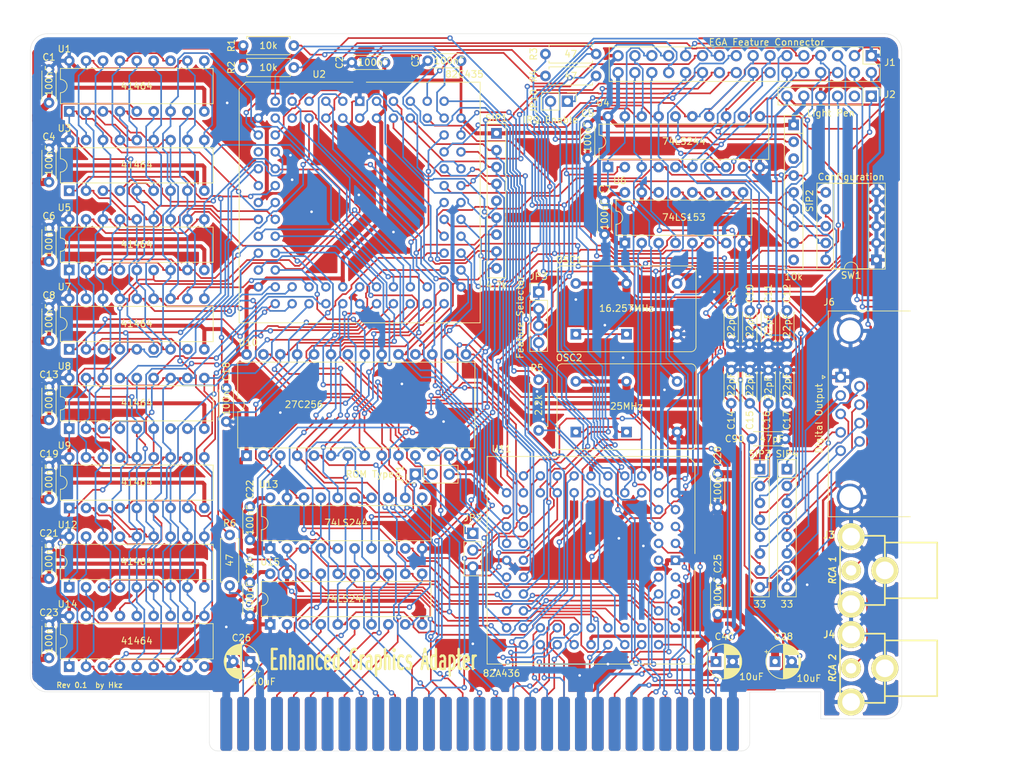
<source format=kicad_pcb>
(kicad_pcb (version 20171130) (host pcbnew 5.1.10-1.fc34)
  (layers (0 F.Cu signal) (31 B.Cu signal) (34 B.Paste user) (35 F.Paste user) (36 B.SilkS user) (37 F.SilkS user) (38 B.Mask user) (39 F.Mask user) (44 Edge.Cuts user))
  (net 0 "")
  (net 1 GND)
  (net 2 VCC)
  (net 3 /BUF_HIN)
  (net 4 /BUF_R)
  (net 5 /BUF_B)
  (net 6 /BUF_BS_V)
  (net 7 /BUF_VIN)
  (net 8 /BUF_G)
  (net 9 /BUF_RS)
  (net 10 /BUF_GS_I)
  (net 11 +12V)
  (net 12 "Net-(C90-Pad2)")
  (net 13 /FEAT_EXT_OSC)
  (net 14 /~INTERNL)
  (net 15 /BUS_OSC)
  (net 16 /VIN)
  (net 17 /HIN)
  (net 18 /BS_V)
  (net 19 /GS_I)
  (net 20 /FCOUT0)
  (net 21 /FCOUT1)
  (net 22 /FEAT0)
  (net 23 /BLANK)
  (net 24 /FEAT1)
  (net 25 /R)
  (net 26 /B)
  (net 27 /RS)
  (net 28 /G)
  (net 29 /~SLOUT)
  (net 30 /RCA_2)
  (net 31 /RCA_1)
  (net 32 -12V)
  (net 33 /~LPENSW)
  (net 34 /~LPENIN)
  (net 35 /CONN_VIN)
  (net 36 /CONN_HIN)
  (net 37 /CONN_BS_V)
  (net 38 /CONN_GS_I)
  (net 39 /CONN_B)
  (net 40 /CONN_G)
  (net 41 /CONN_R)
  (net 42 /CONN_RS)
  (net 43 /RESET)
  (net 44 "Net-(J7-Pad4)")
  (net 45 /~MEMW)
  (net 46 /~MEMR)
  (net 47 /~IOW)
  (net 48 /~IOR)
  (net 49 /~DACK0)
  (net 50 /BUS_CLK)
  (net 51 /BUS_D7)
  (net 52 /BUS_D6)
  (net 53 /BUS_D5)
  (net 54 /BUS_D4)
  (net 55 /BUS_D3)
  (net 56 /BUS_D2)
  (net 57 /BUS_D1)
  (net 58 /BUS_D0)
  (net 59 "Net-(J7-Pad41)")
  (net 60 /AEN)
  (net 61 /BUS_A19)
  (net 62 /BUS_A18)
  (net 63 /BUS_A17)
  (net 64 /BUS_A16)
  (net 65 /BUS_A15)
  (net 66 /BUS_A14)
  (net 67 /BUS_A13)
  (net 68 /BUS_A12)
  (net 69 /BUS_A11)
  (net 70 /BUS_A10)
  (net 71 /BUS_A09)
  (net 72 /BUS_A08)
  (net 73 /BUS_A07)
  (net 74 /BUS_A06)
  (net 75 /BUS_A05)
  (net 76 /BUS_A04)
  (net 77 /BUS_A03)
  (net 78 /BUS_A02)
  (net 79 /BUS_A01)
  (net 80 /BUS_A00)
  (net 81 /~ROMWE)
  (net 82 "Net-(JP1-Pad2)")
  (net 83 /BUF_A14)
  (net 84 "Net-(JP2-Pad2)")
  (net 85 "Net-(JP10-Pad1)")
  (net 86 "Net-(OSC1-Pad1)")
  (net 87 "Net-(OSC1-Pad8)")
  (net 88 "Net-(OSC2-Pad1)")
  (net 89 "Net-(OSC2-Pad8)")
  (net 90 "Net-(R1-Pad2)")
  (net 91 "Net-(R2-Pad2)")
  (net 92 /IOCHCHK)
  (net 93 /IRQ2)
  (net 94 "Net-(R5-Pad1)")
  (net 95 /~IO_RDY)
  (net 96 /BUF_D7)
  (net 97 /BUF_D6)
  (net 98 /BUF_D5)
  (net 99 /BUF_D4)
  (net 100 /BUF_D3)
  (net 101 /BUF_D2)
  (net 102 /BUF_D1)
  (net 103 /BUF_D0)
  (net 104 "Net-(SIP2-Pad8)")
  (net 105 "Net-(SIP2-Pad7)")
  (net 106 "Net-(SIP2-Pad6)")
  (net 107 "Net-(SIP2-Pad5)")
  (net 108 /IOADS)
  (net 109 /DRAM_AA3)
  (net 110 /DRAM_AA4)
  (net 111 /~CAS)
  (net 112 /DRAM_AA5)
  (net 113 /DRAM_AA2)
  (net 114 /DRAM_AA6)
  (net 115 /DRAM_AA0)
  (net 116 /~RAS)
  (net 117 /DRAM_AA1)
  (net 118 /~DRAM_WE0)
  (net 119 /DRAM_AA7)
  (net 120 /~DRAM_OE02)
  (net 121 /MEMIO)
  (net 122 /BUF_A07)
  (net 123 /BUF_A05)
  (net 124 /LPENSTB)
  (net 125 /VALRAD)
  (net 126 /CLKIN)
  (net 127 /BUF_A08)
  (net 128 /BUF_A06)
  (net 129 /BUF_A04)
  (net 130 /BUF_A13)
  (net 131 /DRAM_BA7)
  (net 132 /DRAM_BA6)
  (net 133 /DRAM_BA5)
  (net 134 /DRAM_BA4)
  (net 135 /BUF_A11)
  (net 136 /DRAM_BA3)
  (net 137 /DRAM_BA2)
  (net 138 /DRAM_BA1)
  (net 139 /DRAM_BA0)
  (net 140 /BUF_A12)
  (net 141 /BUF_A09)
  (net 142 /BUF_A01)
  (net 143 /BUF_A03)
  (net 144 /~DRAM_WE2)
  (net 145 /BUF_A10)
  (net 146 /BUF_A00)
  (net 147 /BUF_A02)
  (net 148 /~DRAM_OE13)
  (net 149 /~DRAM_WE1)
  (net 150 /~DRAM_WE3)
  (net 151 /~MIORD)
  (net 152 /BUF_A15)
  (net 153 /~ADDM0)
  (net 154 /~MIOWR)
  (net 155 /BUF_A16)
  (net 156 /CLKSEL0)
  (net 157 /CLKSEL1)
  (net 158 /SWITCH)
  (net 159 /~ROMOE)
  (module My_Components:Conn_Edge_PCB_ISA8 (layer F.Cu) (at 251.46 199.39)
    (fp_text reference J7 hide)
    (fp_text value Bus_ISA_8bit hide)
    (pad 1 connect roundrect (at 38.1 0) (size 1.778 8.128) (layers B.Cu B.Mask) (net 1 GND))
    (pad 2 connect roundrect (at 35.56 0) (size 1.778 8.128) (layers B.Cu B.Mask) (net 43 /RESET))
    (pad 3 connect roundrect (at 33.02 0) (size 1.778 8.128) (layers B.Cu B.Mask) (net 2 VCC))
    (pad 4 connect roundrect (at 30.48 0) (size 1.778 8.128) (layers B.Cu B.Mask) (net 44 "Net-(J7-Pad4)"))
    (pad 5 connect roundrect (at 27.94 0) (size 1.778 8.128) (layers B.Cu B.Mask))
    (pad 6 connect roundrect (at 25.4 0) (size 1.778 8.128) (layers B.Cu B.Mask))
    (pad 7 connect roundrect (at 22.86 0) (size 1.778 8.128) (layers B.Cu B.Mask) (net 32 -12V))
    (pad 8 connect roundrect (at 20.32 0) (size 1.778 8.128) (layers B.Cu B.Mask))
    (pad 9 connect roundrect (at 17.78 0) (size 1.778 8.128) (layers B.Cu B.Mask) (net 11 +12V))
    (pad 10 connect roundrect (at 15.24 0) (size 1.778 8.128) (layers B.Cu B.Mask) (net 1 GND))
    (pad 11 connect roundrect (at 12.7 0) (size 1.778 8.128) (layers B.Cu B.Mask) (net 45 /~MEMW))
    (pad 12 connect roundrect (at 10.16 0) (size 1.778 8.128) (layers B.Cu B.Mask) (net 46 /~MEMR))
    (pad 13 connect roundrect (at 7.62 0) (size 1.778 8.128) (layers B.Cu B.Mask) (net 47 /~IOW))
    (pad 14 connect roundrect (at 5.08 0) (size 1.778 8.128) (layers B.Cu B.Mask) (net 48 /~IOR))
    (pad 15 connect roundrect (at 2.54 0) (size 1.778 8.128) (layers B.Cu B.Mask))
    (pad 16 connect roundrect (at 0 0) (size 1.778 8.128) (layers B.Cu B.Mask))
    (pad 17 connect roundrect (at -2.54 0) (size 1.778 8.128) (layers B.Cu B.Mask))
    (pad 18 connect roundrect (at -5.08 0) (size 1.778 8.128) (layers B.Cu B.Mask))
    (pad 19 connect roundrect (at -7.62 0) (size 1.778 8.128) (layers B.Cu B.Mask) (net 49 /~DACK0))
    (pad 20 connect roundrect (at -10.16 0) (size 1.778 8.128) (layers B.Cu B.Mask) (net 50 /BUS_CLK))
    (pad 21 connect roundrect (at -12.7 0) (size 1.778 8.128) (layers B.Cu B.Mask))
    (pad 22 connect roundrect (at -15.24 0) (size 1.778 8.128) (layers B.Cu B.Mask))
    (pad 23 connect roundrect (at -17.78 0) (size 1.778 8.128) (layers B.Cu B.Mask))
    (pad 24 connect roundrect (at -20.32 0) (size 1.778 8.128) (layers B.Cu B.Mask))
    (pad 25 connect roundrect (at -22.86 0) (size 1.778 8.128) (layers B.Cu B.Mask))
    (pad 26 connect roundrect (at -25.4 0) (size 1.778 8.128) (layers B.Cu B.Mask))
    (pad 27 connect roundrect (at -27.94 0) (size 1.778 8.128) (layers B.Cu B.Mask))
    (pad 28 connect roundrect (at -30.48 0) (size 1.778 8.128) (layers B.Cu B.Mask))
    (pad 29 connect roundrect (at -33.02 0) (size 1.778 8.128) (layers B.Cu B.Mask) (net 2 VCC))
    (pad 30 connect roundrect (at -35.56 0) (size 1.778 8.128) (layers B.Cu B.Mask) (net 15 /BUS_OSC))
    (pad 31 connect roundrect (at -38.1 0) (size 1.778 8.128) (layers B.Cu B.Mask) (net 1 GND))
    (pad 32 connect roundrect (at 38.1 0) (size 1.778 8.128) (layers F.Cu F.Mask) (net 12 "Net-(C90-Pad2)"))
    (pad 33 connect roundrect (at 35.56 0) (size 1.778 8.128) (layers F.Cu F.Mask) (net 51 /BUS_D7))
    (pad 34 connect roundrect (at 33.02 0) (size 1.778 8.128) (layers F.Cu F.Mask) (net 52 /BUS_D6))
    (pad 35 connect roundrect (at 30.48 0) (size 1.778 8.128) (layers F.Cu F.Mask) (net 53 /BUS_D5))
    (pad 36 connect roundrect (at 27.94 0) (size 1.778 8.128) (layers F.Cu F.Mask) (net 54 /BUS_D4))
    (pad 37 connect roundrect (at 25.4 0) (size 1.778 8.128) (layers F.Cu F.Mask) (net 55 /BUS_D3))
    (pad 38 connect roundrect (at 22.86 0) (size 1.778 8.128) (layers F.Cu F.Mask) (net 56 /BUS_D2))
    (pad 39 connect roundrect (at 20.32 0) (size 1.778 8.128) (layers F.Cu F.Mask) (net 57 /BUS_D1))
    (pad 40 connect roundrect (at 17.78 0) (size 1.778 8.128) (layers F.Cu F.Mask) (net 58 /BUS_D0))
    (pad 41 connect roundrect (at 15.24 0) (size 1.778 8.128) (layers F.Cu F.Mask) (net 59 "Net-(J7-Pad41)"))
    (pad 42 connect roundrect (at 12.7 0) (size 1.778 8.128) (layers F.Cu F.Mask) (net 60 /AEN))
    (pad 43 connect roundrect (at 10.16 0) (size 1.778 8.128) (layers F.Cu F.Mask) (net 61 /BUS_A19))
    (pad 44 connect roundrect (at 7.62 0) (size 1.778 8.128) (layers F.Cu F.Mask) (net 62 /BUS_A18))
    (pad 45 connect roundrect (at 5.08 0) (size 1.778 8.128) (layers F.Cu F.Mask) (net 63 /BUS_A17))
    (pad 46 connect roundrect (at 2.54 0) (size 1.778 8.128) (layers F.Cu F.Mask) (net 64 /BUS_A16))
    (pad 47 connect roundrect (at 0 0) (size 1.778 8.128) (layers F.Cu F.Mask) (net 65 /BUS_A15))
    (pad 48 connect roundrect (at -2.54 0) (size 1.778 8.128) (layers F.Cu F.Mask) (net 66 /BUS_A14))
    (pad 49 connect roundrect (at -5.08 0) (size 1.778 8.128) (layers F.Cu F.Mask) (net 67 /BUS_A13))
    (pad 50 connect roundrect (at -7.62 0) (size 1.778 8.128) (layers F.Cu F.Mask) (net 68 /BUS_A12))
    (pad 51 connect roundrect (at -10.16 0) (size 1.778 8.128) (layers F.Cu F.Mask) (net 69 /BUS_A11))
    (pad 52 connect roundrect (at -12.7 0) (size 1.778 8.128) (layers F.Cu F.Mask) (net 70 /BUS_A10))
    (pad 53 connect roundrect (at -15.24 0) (size 1.778 8.128) (layers F.Cu F.Mask) (net 71 /BUS_A09))
    (pad 54 connect roundrect (at -17.78 0) (size 1.778 8.128) (layers F.Cu F.Mask) (net 72 /BUS_A08))
    (pad 55 connect roundrect (at -20.32 0) (size 1.778 8.128) (layers F.Cu F.Mask) (net 73 /BUS_A07))
    (pad 56 connect roundrect (at -22.86 0) (size 1.778 8.128) (layers F.Cu F.Mask) (net 74 /BUS_A06))
    (pad 57 connect roundrect (at -25.4 0) (size 1.778 8.128) (layers F.Cu F.Mask) (net 75 /BUS_A05))
    (pad 58 connect roundrect (at -27.94 0) (size 1.778 8.128) (layers F.Cu F.Mask) (net 76 /BUS_A04))
    (pad 59 connect roundrect (at -30.48 0) (size 1.778 8.128) (layers F.Cu F.Mask) (net 77 /BUS_A03))
    (pad 60 connect roundrect (at -33.02 0) (size 1.778 8.128) (layers F.Cu F.Mask) (net 78 /BUS_A02))
    (pad 61 connect roundrect (at -35.56 0) (size 1.778 8.128) (layers F.Cu F.Mask) (net 79 /BUS_A01))
    (pad 62 connect roundrect (at -38.1 0) (size 1.778 8.128) (layers F.Cu F.Mask) (net 80 /BUS_A00))
  )
  (module Capacitor_THT:CP_Radial_D5.0mm_P2.50mm (layer F.Cu) (at 216.916 189.992 180)
    (fp_text reference C26 (at 1.27 3.556) (layer F.SilkS))
    (fp_text value 10uF (at -2.032 -3.048) (layer F.SilkS))
    (pad 2 thru_hole circle (at 2.5 0 180) (size 1.6 1.6) (drill 0.8) (layers *.Cu *.Mask) (net 1 GND))
    (pad 1 thru_hole rect (at 0 0 180) (size 1.6 1.6) (drill 0.8) (layers *.Cu *.Mask) (net 2 VCC))
  )
  (module Resistor_THT:R_Axial_DIN0207_L6.3mm_D2.5mm_P7.62mm_Horizontal (layer F.Cu) (at 213.868 170.942 270)
    (fp_text reference R6 (at -1.778 0 180) (layer F.SilkS))
    (fp_text value 47 (at 3.81 0 90) (layer F.SilkS))
    (pad 2 thru_hole oval (at 7.62 0 270) (size 1.6 1.6) (drill 0.8) (layers *.Cu *.Mask) (net 59 "Net-(J7-Pad41)"))
    (pad 1 thru_hole circle (at 0 0 270) (size 1.6 1.6) (drill 0.8) (layers *.Cu *.Mask) (net 95 /~IO_RDY))
  )
  (module Capacitor_THT:C_Disc_D4.3mm_W1.9mm_P5.00mm (layer F.Cu) (at 213.36 148.879 270)
    (fp_text reference C18 (at -2.54 0 90) (layer F.SilkS))
    (fp_text value 100nF (at 1.778 0 90) (layer F.SilkS))
    (pad 2 thru_hole circle (at 5 0 270) (size 1.6 1.6) (drill 0.8) (layers *.Cu *.Mask) (net 1 GND))
    (pad 1 thru_hole circle (at 0 0 270) (size 1.6 1.6) (drill 0.8) (layers *.Cu *.Mask) (net 2 VCC))
  )
  (module Connector_PinHeader_2.54mm:PinHeader_2x16_P2.54mm_Vertical (layer F.Cu) (at 310.388 98.806 270)
    (fp_text reference J1 (at 1.016 -2.794 180) (layer F.SilkS))
    (fp_text value "EGA Feature Connector" (at -2.032 15.748 180) (layer F.SilkS))
    (pad 32 thru_hole oval (at 2.54 38.1 270) (size 1.7 1.7) (drill 1) (layers *.Cu *.Mask) (net 2 VCC))
    (pad 31 thru_hole oval (at 0 38.1 270) (size 1.7 1.7) (drill 1) (layers *.Cu *.Mask) (net 1 GND))
    (pad 30 thru_hole oval (at 2.54 35.56 270) (size 1.7 1.7) (drill 1) (layers *.Cu *.Mask) (net 3 /BUF_HIN))
    (pad 29 thru_hole oval (at 0 35.56 270) (size 1.7 1.7) (drill 1) (layers *.Cu *.Mask) (net 7 /BUF_VIN))
    (pad 28 thru_hole oval (at 2.54 33.02 270) (size 1.7 1.7) (drill 1) (layers *.Cu *.Mask) (net 13 /FEAT_EXT_OSC))
    (pad 27 thru_hole oval (at 0 33.02 270) (size 1.7 1.7) (drill 1) (layers *.Cu *.Mask) (net 14 /~INTERNL))
    (pad 26 thru_hole oval (at 2.54 30.48 270) (size 1.7 1.7) (drill 1) (layers *.Cu *.Mask) (net 15 /BUS_OSC))
    (pad 25 thru_hole oval (at 0 30.48 270) (size 1.7 1.7) (drill 1) (layers *.Cu *.Mask) (net 16 /VIN))
    (pad 24 thru_hole oval (at 2.54 27.94 270) (size 1.7 1.7) (drill 1) (layers *.Cu *.Mask) (net 17 /HIN))
    (pad 23 thru_hole oval (at 0 27.94 270) (size 1.7 1.7) (drill 1) (layers *.Cu *.Mask) (net 18 /BS_V))
    (pad 22 thru_hole oval (at 2.54 25.4 270) (size 1.7 1.7) (drill 1) (layers *.Cu *.Mask) (net 19 /GS_I))
    (pad 21 thru_hole oval (at 0 25.4 270) (size 1.7 1.7) (drill 1) (layers *.Cu *.Mask) (net 20 /FCOUT0))
    (pad 20 thru_hole oval (at 2.54 22.86 270) (size 1.7 1.7) (drill 1) (layers *.Cu *.Mask) (net 21 /FCOUT1))
    (pad 19 thru_hole oval (at 0 22.86 270) (size 1.7 1.7) (drill 1) (layers *.Cu *.Mask) (net 22 /FEAT0))
    (pad 18 thru_hole oval (at 2.54 20.32 270) (size 1.7 1.7) (drill 1) (layers *.Cu *.Mask) (net 23 /BLANK))
    (pad 17 thru_hole oval (at 0 20.32 270) (size 1.7 1.7) (drill 1) (layers *.Cu *.Mask) (net 24 /FEAT1))
    (pad 16 thru_hole oval (at 2.54 17.78 270) (size 1.7 1.7) (drill 1) (layers *.Cu *.Mask) (net 4 /BUF_R))
    (pad 15 thru_hole oval (at 0 17.78 270) (size 1.7 1.7) (drill 1) (layers *.Cu *.Mask) (net 25 /R))
    (pad 14 thru_hole oval (at 2.54 15.24 270) (size 1.7 1.7) (drill 1) (layers *.Cu *.Mask) (net 26 /B))
    (pad 13 thru_hole oval (at 0 15.24 270) (size 1.7 1.7) (drill 1) (layers *.Cu *.Mask) (net 27 /RS))
    (pad 12 thru_hole oval (at 2.54 12.7 270) (size 1.7 1.7) (drill 1) (layers *.Cu *.Mask) (net 28 /G))
    (pad 11 thru_hole oval (at 0 12.7 270) (size 1.7 1.7) (drill 1) (layers *.Cu *.Mask) (net 8 /BUF_G))
    (pad 10 thru_hole oval (at 2.54 10.16 270) (size 1.7 1.7) (drill 1) (layers *.Cu *.Mask) (net 5 /BUF_B))
    (pad 9 thru_hole oval (at 0 10.16 270) (size 1.7 1.7) (drill 1) (layers *.Cu *.Mask) (net 29 /~SLOUT))
    (pad 8 thru_hole oval (at 2.54 7.62 270) (size 1.7 1.7) (drill 1) (layers *.Cu *.Mask) (net 6 /BUF_BS_V))
    (pad 7 thru_hole oval (at 0 7.62 270) (size 1.7 1.7) (drill 1) (layers *.Cu *.Mask) (net 9 /BUF_RS))
    (pad 6 thru_hole oval (at 2.54 5.08 270) (size 1.7 1.7) (drill 1) (layers *.Cu *.Mask) (net 10 /BUF_GS_I))
    (pad 5 thru_hole oval (at 0 5.08 270) (size 1.7 1.7) (drill 1) (layers *.Cu *.Mask) (net 30 /RCA_2))
    (pad 4 thru_hole oval (at 2.54 2.54 270) (size 1.7 1.7) (drill 1) (layers *.Cu *.Mask) (net 31 /RCA_1))
    (pad 3 thru_hole oval (at 0 2.54 270) (size 1.7 1.7) (drill 1) (layers *.Cu *.Mask) (net 11 +12V))
    (pad 2 thru_hole oval (at 2.54 0 270) (size 1.7 1.7) (drill 1) (layers *.Cu *.Mask) (net 32 -12V))
    (pad 1 thru_hole rect (at 0 0 270) (size 1.7 1.7) (drill 1) (layers *.Cu *.Mask) (net 1 GND))
  )
  (module Package_DIP:DIP-20_W7.62mm (layer F.Cu) (at 219.964 184.404 90)
    (fp_text reference U15 (at 9.398 0 180) (layer F.SilkS))
    (fp_text value 74LS244 (at 3.8675 11.425 180) (layer F.SilkS))
    (pad 20 thru_hole oval (at 7.62 0 90) (size 1.6 1.6) (drill 0.8) (layers *.Cu *.Mask) (net 2 VCC))
    (pad 10 thru_hole oval (at 0 22.86 90) (size 1.6 1.6) (drill 0.8) (layers *.Cu *.Mask) (net 1 GND))
    (pad 19 thru_hole oval (at 7.62 2.54 90) (size 1.6 1.6) (drill 0.8) (layers *.Cu *.Mask) (net 1 GND))
    (pad 9 thru_hole oval (at 0 20.32 90) (size 1.6 1.6) (drill 0.8) (layers *.Cu *.Mask) (net 122 /BUF_A07))
    (pad 18 thru_hole oval (at 7.62 5.08 90) (size 1.6 1.6) (drill 0.8) (layers *.Cu *.Mask) (net 146 /BUF_A00))
    (pad 8 thru_hole oval (at 0 17.78 90) (size 1.6 1.6) (drill 0.8) (layers *.Cu *.Mask) (net 74 /BUS_A06))
    (pad 17 thru_hole oval (at 7.62 7.62 90) (size 1.6 1.6) (drill 0.8) (layers *.Cu *.Mask) (net 79 /BUS_A01))
    (pad 7 thru_hole oval (at 0 15.24 90) (size 1.6 1.6) (drill 0.8) (layers *.Cu *.Mask) (net 123 /BUF_A05))
    (pad 16 thru_hole oval (at 7.62 10.16 90) (size 1.6 1.6) (drill 0.8) (layers *.Cu *.Mask) (net 147 /BUF_A02))
    (pad 6 thru_hole oval (at 0 12.7 90) (size 1.6 1.6) (drill 0.8) (layers *.Cu *.Mask) (net 76 /BUS_A04))
    (pad 15 thru_hole oval (at 7.62 12.7 90) (size 1.6 1.6) (drill 0.8) (layers *.Cu *.Mask) (net 77 /BUS_A03))
    (pad 5 thru_hole oval (at 0 10.16 90) (size 1.6 1.6) (drill 0.8) (layers *.Cu *.Mask) (net 143 /BUF_A03))
    (pad 14 thru_hole oval (at 7.62 15.24 90) (size 1.6 1.6) (drill 0.8) (layers *.Cu *.Mask) (net 129 /BUF_A04))
    (pad 4 thru_hole oval (at 0 7.62 90) (size 1.6 1.6) (drill 0.8) (layers *.Cu *.Mask) (net 78 /BUS_A02))
    (pad 13 thru_hole oval (at 7.62 17.78 90) (size 1.6 1.6) (drill 0.8) (layers *.Cu *.Mask) (net 75 /BUS_A05))
    (pad 3 thru_hole oval (at 0 5.08 90) (size 1.6 1.6) (drill 0.8) (layers *.Cu *.Mask) (net 142 /BUF_A01))
    (pad 12 thru_hole oval (at 7.62 20.32 90) (size 1.6 1.6) (drill 0.8) (layers *.Cu *.Mask) (net 128 /BUF_A06))
    (pad 2 thru_hole oval (at 0 2.54 90) (size 1.6 1.6) (drill 0.8) (layers *.Cu *.Mask) (net 80 /BUS_A00))
    (pad 11 thru_hole oval (at 7.62 22.86 90) (size 1.6 1.6) (drill 0.8) (layers *.Cu *.Mask) (net 73 /BUS_A07))
    (pad 1 thru_hole rect (at 0 0 90) (size 1.6 1.6) (drill 0.8) (layers *.Cu *.Mask) (net 1 GND))
  )
  (module Package_DIP:DIP-18_W7.62mm (layer F.Cu) (at 189.738 190.754 90)
    (fp_text reference U14 (at 9.398 -0.254 180) (layer F.SilkS))
    (fp_text value 41464 (at 3.8675 10.15 180) (layer F.SilkS))
    (pad 18 thru_hole oval (at 7.62 0 90) (size 1.6 1.6) (drill 0.8) (layers *.Cu *.Mask) (net 1 GND))
    (pad 9 thru_hole oval (at 0 20.32 90) (size 1.6 1.6) (drill 0.8) (layers *.Cu *.Mask) (net 2 VCC))
    (pad 17 thru_hole oval (at 7.62 2.54 90) (size 1.6 1.6) (drill 0.8) (layers *.Cu *.Mask) (net 131 /DRAM_BA7))
    (pad 8 thru_hole oval (at 0 17.78 90) (size 1.6 1.6) (drill 0.8) (layers *.Cu *.Mask) (net 134 /DRAM_BA4))
    (pad 16 thru_hole oval (at 7.62 5.08 90) (size 1.6 1.6) (drill 0.8) (layers *.Cu *.Mask) (net 111 /~CAS))
    (pad 7 thru_hole oval (at 0 15.24 90) (size 1.6 1.6) (drill 0.8) (layers *.Cu *.Mask) (net 133 /DRAM_BA5))
    (pad 15 thru_hole oval (at 7.62 7.62 90) (size 1.6 1.6) (drill 0.8) (layers *.Cu *.Mask) (net 132 /DRAM_BA6))
    (pad 6 thru_hole oval (at 0 12.7 90) (size 1.6 1.6) (drill 0.8) (layers *.Cu *.Mask) (net 132 /DRAM_BA6))
    (pad 14 thru_hole oval (at 7.62 10.16 90) (size 1.6 1.6) (drill 0.8) (layers *.Cu *.Mask) (net 139 /DRAM_BA0))
    (pad 5 thru_hole oval (at 0 10.16 90) (size 1.6 1.6) (drill 0.8) (layers *.Cu *.Mask) (net 116 /~RAS))
    (pad 13 thru_hole oval (at 7.62 12.7 90) (size 1.6 1.6) (drill 0.8) (layers *.Cu *.Mask) (net 138 /DRAM_BA1))
    (pad 4 thru_hole oval (at 0 7.62 90) (size 1.6 1.6) (drill 0.8) (layers *.Cu *.Mask) (net 150 /~DRAM_WE3))
    (pad 12 thru_hole oval (at 7.62 15.24 90) (size 1.6 1.6) (drill 0.8) (layers *.Cu *.Mask) (net 137 /DRAM_BA2))
    (pad 3 thru_hole oval (at 0 5.08 90) (size 1.6 1.6) (drill 0.8) (layers *.Cu *.Mask) (net 133 /DRAM_BA5))
    (pad 11 thru_hole oval (at 7.62 17.78 90) (size 1.6 1.6) (drill 0.8) (layers *.Cu *.Mask) (net 136 /DRAM_BA3))
    (pad 2 thru_hole oval (at 0 2.54 90) (size 1.6 1.6) (drill 0.8) (layers *.Cu *.Mask) (net 134 /DRAM_BA4))
    (pad 10 thru_hole oval (at 7.62 20.32 90) (size 1.6 1.6) (drill 0.8) (layers *.Cu *.Mask) (net 131 /DRAM_BA7))
    (pad 1 thru_hole rect (at 0 0 90) (size 1.6 1.6) (drill 0.8) (layers *.Cu *.Mask) (net 148 /~DRAM_OE13))
  )
  (module Package_DIP:DIP-20_W7.62mm (layer F.Cu) (at 219.964 172.974 90)
    (fp_text reference U13 (at 9.652 -0.254 180) (layer F.SilkS))
    (fp_text value 74LS244 (at 3.8675 11.425 180) (layer F.SilkS))
    (pad 20 thru_hole oval (at 7.62 0 90) (size 1.6 1.6) (drill 0.8) (layers *.Cu *.Mask) (net 2 VCC))
    (pad 10 thru_hole oval (at 0 22.86 90) (size 1.6 1.6) (drill 0.8) (layers *.Cu *.Mask) (net 1 GND))
    (pad 19 thru_hole oval (at 7.62 2.54 90) (size 1.6 1.6) (drill 0.8) (layers *.Cu *.Mask) (net 1 GND))
    (pad 9 thru_hole oval (at 0 20.32 90) (size 1.6 1.6) (drill 0.8) (layers *.Cu *.Mask) (net 152 /BUF_A15))
    (pad 18 thru_hole oval (at 7.62 5.08 90) (size 1.6 1.6) (drill 0.8) (layers *.Cu *.Mask) (net 127 /BUF_A08))
    (pad 8 thru_hole oval (at 0 17.78 90) (size 1.6 1.6) (drill 0.8) (layers *.Cu *.Mask) (net 66 /BUS_A14))
    (pad 17 thru_hole oval (at 7.62 7.62 90) (size 1.6 1.6) (drill 0.8) (layers *.Cu *.Mask) (net 71 /BUS_A09))
    (pad 7 thru_hole oval (at 0 15.24 90) (size 1.6 1.6) (drill 0.8) (layers *.Cu *.Mask) (net 130 /BUF_A13))
    (pad 16 thru_hole oval (at 7.62 10.16 90) (size 1.6 1.6) (drill 0.8) (layers *.Cu *.Mask) (net 145 /BUF_A10))
    (pad 6 thru_hole oval (at 0 12.7 90) (size 1.6 1.6) (drill 0.8) (layers *.Cu *.Mask) (net 68 /BUS_A12))
    (pad 15 thru_hole oval (at 7.62 12.7 90) (size 1.6 1.6) (drill 0.8) (layers *.Cu *.Mask) (net 69 /BUS_A11))
    (pad 5 thru_hole oval (at 0 10.16 90) (size 1.6 1.6) (drill 0.8) (layers *.Cu *.Mask) (net 135 /BUF_A11))
    (pad 14 thru_hole oval (at 7.62 15.24 90) (size 1.6 1.6) (drill 0.8) (layers *.Cu *.Mask) (net 140 /BUF_A12))
    (pad 4 thru_hole oval (at 0 7.62 90) (size 1.6 1.6) (drill 0.8) (layers *.Cu *.Mask) (net 70 /BUS_A10))
    (pad 13 thru_hole oval (at 7.62 17.78 90) (size 1.6 1.6) (drill 0.8) (layers *.Cu *.Mask) (net 67 /BUS_A13))
    (pad 3 thru_hole oval (at 0 5.08 90) (size 1.6 1.6) (drill 0.8) (layers *.Cu *.Mask) (net 141 /BUF_A09))
    (pad 12 thru_hole oval (at 7.62 20.32 90) (size 1.6 1.6) (drill 0.8) (layers *.Cu *.Mask) (net 83 /BUF_A14))
    (pad 2 thru_hole oval (at 0 2.54 90) (size 1.6 1.6) (drill 0.8) (layers *.Cu *.Mask) (net 72 /BUS_A08))
    (pad 11 thru_hole oval (at 7.62 22.86 90) (size 1.6 1.6) (drill 0.8) (layers *.Cu *.Mask) (net 65 /BUS_A15))
    (pad 1 thru_hole rect (at 0 0 90) (size 1.6 1.6) (drill 0.8) (layers *.Cu *.Mask) (net 1 GND))
  )
  (module Package_DIP:DIP-18_W7.62mm (layer F.Cu) (at 189.738 178.816 90)
    (fp_text reference U12 (at 9.398 -0.254 180) (layer F.SilkS))
    (fp_text value 41464 (at 3.8675 10.15 180) (layer F.SilkS))
    (pad 18 thru_hole oval (at 7.62 0 90) (size 1.6 1.6) (drill 0.8) (layers *.Cu *.Mask) (net 1 GND))
    (pad 9 thru_hole oval (at 0 20.32 90) (size 1.6 1.6) (drill 0.8) (layers *.Cu *.Mask) (net 2 VCC))
    (pad 17 thru_hole oval (at 7.62 2.54 90) (size 1.6 1.6) (drill 0.8) (layers *.Cu *.Mask) (net 131 /DRAM_BA7))
    (pad 8 thru_hole oval (at 0 17.78 90) (size 1.6 1.6) (drill 0.8) (layers *.Cu *.Mask) (net 134 /DRAM_BA4))
    (pad 16 thru_hole oval (at 7.62 5.08 90) (size 1.6 1.6) (drill 0.8) (layers *.Cu *.Mask) (net 111 /~CAS))
    (pad 7 thru_hole oval (at 0 15.24 90) (size 1.6 1.6) (drill 0.8) (layers *.Cu *.Mask) (net 133 /DRAM_BA5))
    (pad 15 thru_hole oval (at 7.62 7.62 90) (size 1.6 1.6) (drill 0.8) (layers *.Cu *.Mask) (net 132 /DRAM_BA6))
    (pad 6 thru_hole oval (at 0 12.7 90) (size 1.6 1.6) (drill 0.8) (layers *.Cu *.Mask) (net 132 /DRAM_BA6))
    (pad 14 thru_hole oval (at 7.62 10.16 90) (size 1.6 1.6) (drill 0.8) (layers *.Cu *.Mask) (net 139 /DRAM_BA0))
    (pad 5 thru_hole oval (at 0 10.16 90) (size 1.6 1.6) (drill 0.8) (layers *.Cu *.Mask) (net 116 /~RAS))
    (pad 13 thru_hole oval (at 7.62 12.7 90) (size 1.6 1.6) (drill 0.8) (layers *.Cu *.Mask) (net 138 /DRAM_BA1))
    (pad 4 thru_hole oval (at 0 7.62 90) (size 1.6 1.6) (drill 0.8) (layers *.Cu *.Mask) (net 144 /~DRAM_WE2))
    (pad 12 thru_hole oval (at 7.62 15.24 90) (size 1.6 1.6) (drill 0.8) (layers *.Cu *.Mask) (net 137 /DRAM_BA2))
    (pad 3 thru_hole oval (at 0 5.08 90) (size 1.6 1.6) (drill 0.8) (layers *.Cu *.Mask) (net 133 /DRAM_BA5))
    (pad 11 thru_hole oval (at 7.62 17.78 90) (size 1.6 1.6) (drill 0.8) (layers *.Cu *.Mask) (net 136 /DRAM_BA3))
    (pad 2 thru_hole oval (at 0 2.54 90) (size 1.6 1.6) (drill 0.8) (layers *.Cu *.Mask) (net 134 /DRAM_BA4))
    (pad 10 thru_hole oval (at 7.62 20.32 90) (size 1.6 1.6) (drill 0.8) (layers *.Cu *.Mask) (net 131 /DRAM_BA7))
    (pad 1 thru_hole rect (at 0 0 90) (size 1.6 1.6) (drill 0.8) (layers *.Cu *.Mask) (net 120 /~DRAM_OE02))
  )
  (module Package_LCC:PLCC-68_THT-Socket (layer F.Cu) (at 280.924 174.752 270)
    (fp_text reference U11 (at -16.764 26.162 180) (layer F.SilkS))
    (fp_text value 82A436 (at 17.018 26.162) (layer F.SilkS))
    (pad 60 thru_hole circle (at 12.7 2.54 270) (size 1.4224 1.4224) (drill 0.8) (layers *.Cu *.Mask) (net 123 /BUF_A05))
    (pad 58 thru_hole circle (at 12.7 5.08 270) (size 1.4224 1.4224) (drill 0.8) (layers *.Cu *.Mask) (net 143 /BUF_A03))
    (pad 56 thru_hole circle (at 12.7 7.62 270) (size 1.4224 1.4224) (drill 0.8) (layers *.Cu *.Mask) (net 142 /BUF_A01))
    (pad 54 thru_hole circle (at 12.7 10.16 270) (size 1.4224 1.4224) (drill 0.8) (layers *.Cu *.Mask) (net 48 /~IOR))
    (pad 52 thru_hole circle (at 12.7 12.7 270) (size 1.4224 1.4224) (drill 0.8) (layers *.Cu *.Mask) (net 2 VCC))
    (pad 50 thru_hole circle (at 12.7 15.24 270) (size 1.4224 1.4224) (drill 0.8) (layers *.Cu *.Mask) (net 47 /~IOW))
    (pad 48 thru_hole circle (at 12.7 17.78 270) (size 1.4224 1.4224) (drill 0.8) (layers *.Cu *.Mask) (net 49 /~DACK0))
    (pad 46 thru_hole circle (at 12.7 20.32 270) (size 1.4224 1.4224) (drill 0.8) (layers *.Cu *.Mask) (net 45 /~MEMW))
    (pad 61 thru_hole circle (at 10.16 0 270) (size 1.4224 1.4224) (drill 0.8) (layers *.Cu *.Mask) (net 128 /BUF_A06))
    (pad 59 thru_hole circle (at 10.16 5.08 270) (size 1.4224 1.4224) (drill 0.8) (layers *.Cu *.Mask) (net 129 /BUF_A04))
    (pad 57 thru_hole circle (at 10.16 7.62 270) (size 1.4224 1.4224) (drill 0.8) (layers *.Cu *.Mask) (net 147 /BUF_A02))
    (pad 55 thru_hole circle (at 10.16 10.16 270) (size 1.4224 1.4224) (drill 0.8) (layers *.Cu *.Mask) (net 146 /BUF_A00))
    (pad 53 thru_hole circle (at 10.16 12.7 270) (size 1.4224 1.4224) (drill 0.8) (layers *.Cu *.Mask) (net 34 /~LPENIN))
    (pad 51 thru_hole circle (at 10.16 15.24 270) (size 1.4224 1.4224) (drill 0.8) (layers *.Cu *.Mask) (net 50 /BUS_CLK))
    (pad 49 thru_hole circle (at 10.16 17.78 270) (size 1.4224 1.4224) (drill 0.8) (layers *.Cu *.Mask) (net 60 /AEN))
    (pad 47 thru_hole circle (at 10.16 20.32 270) (size 1.4224 1.4224) (drill 0.8) (layers *.Cu *.Mask) (net 46 /~MEMR))
    (pad 45 thru_hole circle (at 10.16 22.86 270) (size 1.4224 1.4224) (drill 0.8) (layers *.Cu *.Mask) (net 121 /MEMIO))
    (pad 43 thru_hole circle (at 10.16 25.4 270) (size 1.4224 1.4224) (drill 0.8) (layers *.Cu *.Mask) (net 20 /FCOUT0))
    (pad 41 thru_hole circle (at 7.62 25.4 270) (size 1.4224 1.4224) (drill 0.8) (layers *.Cu *.Mask) (net 154 /~MIOWR))
    (pad 39 thru_hole circle (at 5.08 25.4 270) (size 1.4224 1.4224) (drill 0.8) (layers *.Cu *.Mask) (net 103 /BUF_D0))
    (pad 37 thru_hole circle (at 2.54 25.4 270) (size 1.4224 1.4224) (drill 0.8) (layers *.Cu *.Mask) (net 101 /BUF_D2))
    (pad 35 thru_hole circle (at 0 25.4 270) (size 1.4224 1.4224) (drill 0.8) (layers *.Cu *.Mask) (net 1 GND))
    (pad 33 thru_hole circle (at -2.54 25.4 270) (size 1.4224 1.4224) (drill 0.8) (layers *.Cu *.Mask) (net 98 /BUF_D5))
    (pad 31 thru_hole circle (at -5.08 25.4 270) (size 1.4224 1.4224) (drill 0.8) (layers *.Cu *.Mask) (net 96 /BUF_D7))
    (pad 29 thru_hole circle (at -7.62 25.4 270) (size 1.4224 1.4224) (drill 0.8) (layers *.Cu *.Mask) (net 81 /~ROMWE))
    (pad 27 thru_hole circle (at -10.16 25.4 270) (size 1.4224 1.4224) (drill 0.8) (layers *.Cu *.Mask) (net 155 /BUF_A16))
    (pad 44 thru_hole circle (at 12.7 22.86 270) (size 1.4224 1.4224) (drill 0.8) (layers *.Cu *.Mask) (net 124 /LPENSTB))
    (pad 42 thru_hole circle (at 7.62 22.86 270) (size 1.4224 1.4224) (drill 0.8) (layers *.Cu *.Mask) (net 21 /FCOUT1))
    (pad 40 thru_hole circle (at 5.08 22.86 270) (size 1.4224 1.4224) (drill 0.8) (layers *.Cu *.Mask) (net 151 /~MIORD))
    (pad 38 thru_hole circle (at 2.54 22.86 270) (size 1.4224 1.4224) (drill 0.8) (layers *.Cu *.Mask) (net 102 /BUF_D1))
    (pad 36 thru_hole circle (at 0 22.86 270) (size 1.4224 1.4224) (drill 0.8) (layers *.Cu *.Mask) (net 100 /BUF_D3))
    (pad 34 thru_hole circle (at -2.54 22.86 270) (size 1.4224 1.4224) (drill 0.8) (layers *.Cu *.Mask) (net 99 /BUF_D4))
    (pad 32 thru_hole circle (at -5.08 22.86 270) (size 1.4224 1.4224) (drill 0.8) (layers *.Cu *.Mask) (net 97 /BUF_D6))
    (pad 30 thru_hole circle (at -7.62 22.86 270) (size 1.4224 1.4224) (drill 0.8) (layers *.Cu *.Mask) (net 159 /~ROMOE))
    (pad 28 thru_hole circle (at -10.16 22.86 270) (size 1.4224 1.4224) (drill 0.8) (layers *.Cu *.Mask) (net 153 /~ADDM0))
    (pad 26 thru_hole circle (at -12.7 22.86 270) (size 1.4224 1.4224) (drill 0.8) (layers *.Cu *.Mask) (net 157 /CLKSEL1))
    (pad 24 thru_hole circle (at -12.7 20.32 270) (size 1.4224 1.4224) (drill 0.8) (layers *.Cu *.Mask) (net 84 "Net-(JP2-Pad2)"))
    (pad 22 thru_hole circle (at -12.7 17.78 270) (size 1.4224 1.4224) (drill 0.8) (layers *.Cu *.Mask) (net 64 /BUS_A16))
    (pad 20 thru_hole circle (at -12.7 15.24 270) (size 1.4224 1.4224) (drill 0.8) (layers *.Cu *.Mask) (net 62 /BUS_A18))
    (pad 18 thru_hole circle (at -12.7 12.7 270) (size 1.4224 1.4224) (drill 0.8) (layers *.Cu *.Mask) (net 2 VCC))
    (pad 16 thru_hole circle (at -12.7 10.16 270) (size 1.4224 1.4224) (drill 0.8) (layers *.Cu *.Mask) (net 125 /VALRAD))
    (pad 14 thru_hole circle (at -12.7 7.62 270) (size 1.4224 1.4224) (drill 0.8) (layers *.Cu *.Mask) (net 24 /FEAT1))
    (pad 12 thru_hole circle (at -12.7 5.08 270) (size 1.4224 1.4224) (drill 0.8) (layers *.Cu *.Mask) (net 33 /~LPENSW))
    (pad 10 thru_hole circle (at -12.7 2.54 270) (size 1.4224 1.4224) (drill 0.8) (layers *.Cu *.Mask) (net 18 /BS_V))
    (pad 25 thru_hole circle (at -10.16 20.32 270) (size 1.4224 1.4224) (drill 0.8) (layers *.Cu *.Mask) (net 156 /CLKSEL0))
    (pad 23 thru_hole circle (at -10.16 17.78 270) (size 1.4224 1.4224) (drill 0.8) (layers *.Cu *.Mask) (net 152 /BUF_A15))
    (pad 21 thru_hole circle (at -10.16 15.24 270) (size 1.4224 1.4224) (drill 0.8) (layers *.Cu *.Mask) (net 63 /BUS_A17))
    (pad 19 thru_hole circle (at -10.16 12.7 270) (size 1.4224 1.4224) (drill 0.8) (layers *.Cu *.Mask) (net 61 /BUS_A19))
    (pad 17 thru_hole circle (at -10.16 10.16 270) (size 1.4224 1.4224) (drill 0.8) (layers *.Cu *.Mask) (net 43 /RESET))
    (pad 15 thru_hole circle (at -10.16 7.62 270) (size 1.4224 1.4224) (drill 0.8) (layers *.Cu *.Mask) (net 108 /IOADS))
    (pad 13 thru_hole circle (at -10.16 5.08 270) (size 1.4224 1.4224) (drill 0.8) (layers *.Cu *.Mask) (net 22 /FEAT0))
    (pad 11 thru_hole circle (at -10.16 2.54 270) (size 1.4224 1.4224) (drill 0.8) (layers *.Cu *.Mask) (net 158 /SWITCH))
    (pad 63 thru_hole circle (at 7.62 0 270) (size 1.4224 1.4224) (drill 0.8) (layers *.Cu *.Mask) (net 127 /BUF_A08))
    (pad 65 thru_hole circle (at 5.08 0 270) (size 1.4224 1.4224) (drill 0.8) (layers *.Cu *.Mask) (net 58 /BUS_D0))
    (pad 67 thru_hole circle (at 2.54 0 270) (size 1.4224 1.4224) (drill 0.8) (layers *.Cu *.Mask) (net 56 /BUS_D2))
    (pad 9 thru_hole circle (at -10.16 0 270) (size 1.4224 1.4224) (drill 0.8) (layers *.Cu *.Mask) (net 1 GND))
    (pad 7 thru_hole circle (at -7.62 0 270) (size 1.4224 1.4224) (drill 0.8) (layers *.Cu *.Mask) (net 17 /HIN))
    (pad 5 thru_hole circle (at -5.08 0 270) (size 1.4224 1.4224) (drill 0.8) (layers *.Cu *.Mask) (net 51 /BUS_D7))
    (pad 3 thru_hole circle (at -2.54 0 270) (size 1.4224 1.4224) (drill 0.8) (layers *.Cu *.Mask) (net 53 /BUS_D5))
    (pad 1 thru_hole rect (at 0 0 270) (size 1.4224 1.4224) (drill 0.8) (layers *.Cu *.Mask) (net 1 GND))
    (pad 62 thru_hole circle (at 10.16 2.54 270) (size 1.4224 1.4224) (drill 0.8) (layers *.Cu *.Mask) (net 122 /BUF_A07))
    (pad 64 thru_hole circle (at 7.62 2.54 270) (size 1.4224 1.4224) (drill 0.8) (layers *.Cu *.Mask) (net 141 /BUF_A09))
    (pad 66 thru_hole circle (at 5.08 2.54 270) (size 1.4224 1.4224) (drill 0.8) (layers *.Cu *.Mask) (net 57 /BUS_D1))
    (pad 68 thru_hole circle (at 2.54 2.54 270) (size 1.4224 1.4224) (drill 0.8) (layers *.Cu *.Mask) (net 55 /BUS_D3))
    (pad 8 thru_hole circle (at -7.62 2.54 270) (size 1.4224 1.4224) (drill 0.8) (layers *.Cu *.Mask) (net 16 /VIN))
    (pad 6 thru_hole circle (at -5.08 2.54 270) (size 1.4224 1.4224) (drill 0.8) (layers *.Cu *.Mask) (net 14 /~INTERNL))
    (pad 4 thru_hole circle (at -2.54 2.54 270) (size 1.4224 1.4224) (drill 0.8) (layers *.Cu *.Mask) (net 52 /BUS_D6))
    (pad 2 thru_hole circle (at 0 2.54 270) (size 1.4224 1.4224) (drill 0.8) (layers *.Cu *.Mask) (net 54 /BUS_D4))
  )
  (module Package_DIP:DIP-28_W15.24mm (layer F.Cu) (at 216.408 159.004 90)
    (fp_text reference U10 (at 17.018 0.254 180) (layer F.SilkS))
    (fp_text value 27C256 (at 7.6925 8.636 180) (layer F.SilkS))
    (pad 28 thru_hole oval (at 15.24 0 90) (size 1.6 1.6) (drill 0.8) (layers *.Cu *.Mask) (net 2 VCC))
    (pad 14 thru_hole oval (at 0 33.02 90) (size 1.6 1.6) (drill 0.8) (layers *.Cu *.Mask) (net 1 GND))
    (pad 27 thru_hole oval (at 15.24 2.54 90) (size 1.6 1.6) (drill 0.8) (layers *.Cu *.Mask) (net 82 "Net-(JP1-Pad2)"))
    (pad 13 thru_hole oval (at 0 30.48 90) (size 1.6 1.6) (drill 0.8) (layers *.Cu *.Mask) (net 101 /BUF_D2))
    (pad 26 thru_hole oval (at 15.24 5.08 90) (size 1.6 1.6) (drill 0.8) (layers *.Cu *.Mask) (net 130 /BUF_A13))
    (pad 12 thru_hole oval (at 0 27.94 90) (size 1.6 1.6) (drill 0.8) (layers *.Cu *.Mask) (net 102 /BUF_D1))
    (pad 25 thru_hole oval (at 15.24 7.62 90) (size 1.6 1.6) (drill 0.8) (layers *.Cu *.Mask) (net 127 /BUF_A08))
    (pad 11 thru_hole oval (at 0 25.4 90) (size 1.6 1.6) (drill 0.8) (layers *.Cu *.Mask) (net 103 /BUF_D0))
    (pad 24 thru_hole oval (at 15.24 10.16 90) (size 1.6 1.6) (drill 0.8) (layers *.Cu *.Mask) (net 141 /BUF_A09))
    (pad 10 thru_hole oval (at 0 22.86 90) (size 1.6 1.6) (drill 0.8) (layers *.Cu *.Mask) (net 146 /BUF_A00))
    (pad 23 thru_hole oval (at 15.24 12.7 90) (size 1.6 1.6) (drill 0.8) (layers *.Cu *.Mask) (net 135 /BUF_A11))
    (pad 9 thru_hole oval (at 0 20.32 90) (size 1.6 1.6) (drill 0.8) (layers *.Cu *.Mask) (net 142 /BUF_A01))
    (pad 22 thru_hole oval (at 15.24 15.24 90) (size 1.6 1.6) (drill 0.8) (layers *.Cu *.Mask) (net 159 /~ROMOE))
    (pad 8 thru_hole oval (at 0 17.78 90) (size 1.6 1.6) (drill 0.8) (layers *.Cu *.Mask) (net 147 /BUF_A02))
    (pad 21 thru_hole oval (at 15.24 17.78 90) (size 1.6 1.6) (drill 0.8) (layers *.Cu *.Mask) (net 145 /BUF_A10))
    (pad 7 thru_hole oval (at 0 15.24 90) (size 1.6 1.6) (drill 0.8) (layers *.Cu *.Mask) (net 143 /BUF_A03))
    (pad 20 thru_hole oval (at 15.24 20.32 90) (size 1.6 1.6) (drill 0.8) (layers *.Cu *.Mask) (net 1 GND))
    (pad 6 thru_hole oval (at 0 12.7 90) (size 1.6 1.6) (drill 0.8) (layers *.Cu *.Mask) (net 129 /BUF_A04))
    (pad 19 thru_hole oval (at 15.24 22.86 90) (size 1.6 1.6) (drill 0.8) (layers *.Cu *.Mask) (net 96 /BUF_D7))
    (pad 5 thru_hole oval (at 0 10.16 90) (size 1.6 1.6) (drill 0.8) (layers *.Cu *.Mask) (net 123 /BUF_A05))
    (pad 18 thru_hole oval (at 15.24 25.4 90) (size 1.6 1.6) (drill 0.8) (layers *.Cu *.Mask) (net 97 /BUF_D6))
    (pad 4 thru_hole oval (at 0 7.62 90) (size 1.6 1.6) (drill 0.8) (layers *.Cu *.Mask) (net 128 /BUF_A06))
    (pad 17 thru_hole oval (at 15.24 27.94 90) (size 1.6 1.6) (drill 0.8) (layers *.Cu *.Mask) (net 98 /BUF_D5))
    (pad 3 thru_hole oval (at 0 5.08 90) (size 1.6 1.6) (drill 0.8) (layers *.Cu *.Mask) (net 122 /BUF_A07))
    (pad 16 thru_hole oval (at 15.24 30.48 90) (size 1.6 1.6) (drill 0.8) (layers *.Cu *.Mask) (net 99 /BUF_D4))
    (pad 2 thru_hole oval (at 0 2.54 90) (size 1.6 1.6) (drill 0.8) (layers *.Cu *.Mask) (net 140 /BUF_A12))
    (pad 15 thru_hole oval (at 15.24 33.02 90) (size 1.6 1.6) (drill 0.8) (layers *.Cu *.Mask) (net 100 /BUF_D3))
    (pad 1 thru_hole rect (at 0 0 90) (size 1.6 1.6) (drill 0.8) (layers *.Cu *.Mask) (net 2 VCC))
  )
  (module Package_DIP:DIP-18_W7.62mm (layer F.Cu) (at 189.738 166.878 90)
    (fp_text reference U9 (at 9.398 -0.73019 180) (layer F.SilkS))
    (fp_text value 41464 (at 3.8675 10.15 180) (layer F.SilkS))
    (pad 18 thru_hole oval (at 7.62 0 90) (size 1.6 1.6) (drill 0.8) (layers *.Cu *.Mask) (net 1 GND))
    (pad 9 thru_hole oval (at 0 20.32 90) (size 1.6 1.6) (drill 0.8) (layers *.Cu *.Mask) (net 2 VCC))
    (pad 17 thru_hole oval (at 7.62 2.54 90) (size 1.6 1.6) (drill 0.8) (layers *.Cu *.Mask) (net 136 /DRAM_BA3))
    (pad 8 thru_hole oval (at 0 17.78 90) (size 1.6 1.6) (drill 0.8) (layers *.Cu *.Mask) (net 134 /DRAM_BA4))
    (pad 16 thru_hole oval (at 7.62 5.08 90) (size 1.6 1.6) (drill 0.8) (layers *.Cu *.Mask) (net 111 /~CAS))
    (pad 7 thru_hole oval (at 0 15.24 90) (size 1.6 1.6) (drill 0.8) (layers *.Cu *.Mask) (net 133 /DRAM_BA5))
    (pad 15 thru_hole oval (at 7.62 7.62 90) (size 1.6 1.6) (drill 0.8) (layers *.Cu *.Mask) (net 137 /DRAM_BA2))
    (pad 6 thru_hole oval (at 0 12.7 90) (size 1.6 1.6) (drill 0.8) (layers *.Cu *.Mask) (net 132 /DRAM_BA6))
    (pad 14 thru_hole oval (at 7.62 10.16 90) (size 1.6 1.6) (drill 0.8) (layers *.Cu *.Mask) (net 139 /DRAM_BA0))
    (pad 5 thru_hole oval (at 0 10.16 90) (size 1.6 1.6) (drill 0.8) (layers *.Cu *.Mask) (net 116 /~RAS))
    (pad 13 thru_hole oval (at 7.62 12.7 90) (size 1.6 1.6) (drill 0.8) (layers *.Cu *.Mask) (net 138 /DRAM_BA1))
    (pad 4 thru_hole oval (at 0 7.62 90) (size 1.6 1.6) (drill 0.8) (layers *.Cu *.Mask) (net 150 /~DRAM_WE3))
    (pad 12 thru_hole oval (at 7.62 15.24 90) (size 1.6 1.6) (drill 0.8) (layers *.Cu *.Mask) (net 137 /DRAM_BA2))
    (pad 3 thru_hole oval (at 0 5.08 90) (size 1.6 1.6) (drill 0.8) (layers *.Cu *.Mask) (net 138 /DRAM_BA1))
    (pad 11 thru_hole oval (at 7.62 17.78 90) (size 1.6 1.6) (drill 0.8) (layers *.Cu *.Mask) (net 136 /DRAM_BA3))
    (pad 2 thru_hole oval (at 0 2.54 90) (size 1.6 1.6) (drill 0.8) (layers *.Cu *.Mask) (net 139 /DRAM_BA0))
    (pad 10 thru_hole oval (at 7.62 20.32 90) (size 1.6 1.6) (drill 0.8) (layers *.Cu *.Mask) (net 131 /DRAM_BA7))
    (pad 1 thru_hole rect (at 0 0 90) (size 1.6 1.6) (drill 0.8) (layers *.Cu *.Mask) (net 148 /~DRAM_OE13))
  )
  (module Package_DIP:DIP-18_W7.62mm (layer F.Cu) (at 189.738 154.94 90)
    (fp_text reference U8 (at 9.398 -0.73019 180) (layer F.SilkS))
    (fp_text value 41464 (at 3.8675 10.15 180) (layer F.SilkS))
    (pad 18 thru_hole oval (at 7.62 0 90) (size 1.6 1.6) (drill 0.8) (layers *.Cu *.Mask) (net 1 GND))
    (pad 9 thru_hole oval (at 0 20.32 90) (size 1.6 1.6) (drill 0.8) (layers *.Cu *.Mask) (net 2 VCC))
    (pad 17 thru_hole oval (at 7.62 2.54 90) (size 1.6 1.6) (drill 0.8) (layers *.Cu *.Mask) (net 136 /DRAM_BA3))
    (pad 8 thru_hole oval (at 0 17.78 90) (size 1.6 1.6) (drill 0.8) (layers *.Cu *.Mask) (net 134 /DRAM_BA4))
    (pad 16 thru_hole oval (at 7.62 5.08 90) (size 1.6 1.6) (drill 0.8) (layers *.Cu *.Mask) (net 111 /~CAS))
    (pad 7 thru_hole oval (at 0 15.24 90) (size 1.6 1.6) (drill 0.8) (layers *.Cu *.Mask) (net 133 /DRAM_BA5))
    (pad 15 thru_hole oval (at 7.62 7.62 90) (size 1.6 1.6) (drill 0.8) (layers *.Cu *.Mask) (net 137 /DRAM_BA2))
    (pad 6 thru_hole oval (at 0 12.7 90) (size 1.6 1.6) (drill 0.8) (layers *.Cu *.Mask) (net 132 /DRAM_BA6))
    (pad 14 thru_hole oval (at 7.62 10.16 90) (size 1.6 1.6) (drill 0.8) (layers *.Cu *.Mask) (net 139 /DRAM_BA0))
    (pad 5 thru_hole oval (at 0 10.16 90) (size 1.6 1.6) (drill 0.8) (layers *.Cu *.Mask) (net 116 /~RAS))
    (pad 13 thru_hole oval (at 7.62 12.7 90) (size 1.6 1.6) (drill 0.8) (layers *.Cu *.Mask) (net 138 /DRAM_BA1))
    (pad 4 thru_hole oval (at 0 7.62 90) (size 1.6 1.6) (drill 0.8) (layers *.Cu *.Mask) (net 144 /~DRAM_WE2))
    (pad 12 thru_hole oval (at 7.62 15.24 90) (size 1.6 1.6) (drill 0.8) (layers *.Cu *.Mask) (net 137 /DRAM_BA2))
    (pad 3 thru_hole oval (at 0 5.08 90) (size 1.6 1.6) (drill 0.8) (layers *.Cu *.Mask) (net 138 /DRAM_BA1))
    (pad 11 thru_hole oval (at 7.62 17.78 90) (size 1.6 1.6) (drill 0.8) (layers *.Cu *.Mask) (net 136 /DRAM_BA3))
    (pad 2 thru_hole oval (at 0 2.54 90) (size 1.6 1.6) (drill 0.8) (layers *.Cu *.Mask) (net 139 /DRAM_BA0))
    (pad 10 thru_hole oval (at 7.62 20.32 90) (size 1.6 1.6) (drill 0.8) (layers *.Cu *.Mask) (net 131 /DRAM_BA7))
    (pad 1 thru_hole rect (at 0 0 90) (size 1.6 1.6) (drill 0.8) (layers *.Cu *.Mask) (net 120 /~DRAM_OE02))
  )
  (module Package_DIP:DIP-18_W7.62mm (layer F.Cu) (at 189.738 143.002 90)
    (fp_text reference U7 (at 9.398 -0.73019 180) (layer F.SilkS))
    (fp_text value 41464 (at 3.8675 10.15 180) (layer F.SilkS))
    (pad 18 thru_hole oval (at 7.62 0 90) (size 1.6 1.6) (drill 0.8) (layers *.Cu *.Mask) (net 1 GND))
    (pad 9 thru_hole oval (at 0 20.32 90) (size 1.6 1.6) (drill 0.8) (layers *.Cu *.Mask) (net 2 VCC))
    (pad 17 thru_hole oval (at 7.62 2.54 90) (size 1.6 1.6) (drill 0.8) (layers *.Cu *.Mask) (net 119 /DRAM_AA7))
    (pad 8 thru_hole oval (at 0 17.78 90) (size 1.6 1.6) (drill 0.8) (layers *.Cu *.Mask) (net 110 /DRAM_AA4))
    (pad 16 thru_hole oval (at 7.62 5.08 90) (size 1.6 1.6) (drill 0.8) (layers *.Cu *.Mask) (net 111 /~CAS))
    (pad 7 thru_hole oval (at 0 15.24 90) (size 1.6 1.6) (drill 0.8) (layers *.Cu *.Mask) (net 112 /DRAM_AA5))
    (pad 15 thru_hole oval (at 7.62 7.62 90) (size 1.6 1.6) (drill 0.8) (layers *.Cu *.Mask) (net 114 /DRAM_AA6))
    (pad 6 thru_hole oval (at 0 12.7 90) (size 1.6 1.6) (drill 0.8) (layers *.Cu *.Mask) (net 114 /DRAM_AA6))
    (pad 14 thru_hole oval (at 7.62 10.16 90) (size 1.6 1.6) (drill 0.8) (layers *.Cu *.Mask) (net 115 /DRAM_AA0))
    (pad 5 thru_hole oval (at 0 10.16 90) (size 1.6 1.6) (drill 0.8) (layers *.Cu *.Mask) (net 116 /~RAS))
    (pad 13 thru_hole oval (at 7.62 12.7 90) (size 1.6 1.6) (drill 0.8) (layers *.Cu *.Mask) (net 117 /DRAM_AA1))
    (pad 4 thru_hole oval (at 0 7.62 90) (size 1.6 1.6) (drill 0.8) (layers *.Cu *.Mask) (net 149 /~DRAM_WE1))
    (pad 12 thru_hole oval (at 7.62 15.24 90) (size 1.6 1.6) (drill 0.8) (layers *.Cu *.Mask) (net 113 /DRAM_AA2))
    (pad 3 thru_hole oval (at 0 5.08 90) (size 1.6 1.6) (drill 0.8) (layers *.Cu *.Mask) (net 112 /DRAM_AA5))
    (pad 11 thru_hole oval (at 7.62 17.78 90) (size 1.6 1.6) (drill 0.8) (layers *.Cu *.Mask) (net 109 /DRAM_AA3))
    (pad 2 thru_hole oval (at 0 2.54 90) (size 1.6 1.6) (drill 0.8) (layers *.Cu *.Mask) (net 110 /DRAM_AA4))
    (pad 10 thru_hole oval (at 7.62 20.32 90) (size 1.6 1.6) (drill 0.8) (layers *.Cu *.Mask) (net 119 /DRAM_AA7))
    (pad 1 thru_hole rect (at 0 0 90) (size 1.6 1.6) (drill 0.8) (layers *.Cu *.Mask) (net 148 /~DRAM_OE13))
  )
  (module Package_DIP:DIP-16_W7.62mm (layer F.Cu) (at 273.314 127 90)
    (fp_text reference U6 (at 9.398 -0.762 180) (layer F.SilkS))
    (fp_text value 74LS153 (at 3.8675 8.875 180) (layer F.SilkS))
    (pad 16 thru_hole oval (at 7.62 0 90) (size 1.6 1.6) (drill 0.8) (layers *.Cu *.Mask) (net 2 VCC))
    (pad 8 thru_hole oval (at 0 17.78 90) (size 1.6 1.6) (drill 0.8) (layers *.Cu *.Mask) (net 1 GND))
    (pad 15 thru_hole oval (at 7.62 2.54 90) (size 1.6 1.6) (drill 0.8) (layers *.Cu *.Mask) (net 1 GND))
    (pad 7 thru_hole oval (at 0 15.24 90) (size 1.6 1.6) (drill 0.8) (layers *.Cu *.Mask) (net 126 /CLKIN))
    (pad 14 thru_hole oval (at 7.62 5.08 90) (size 1.6 1.6) (drill 0.8) (layers *.Cu *.Mask) (net 156 /CLKSEL0))
    (pad 6 thru_hole oval (at 0 12.7 90) (size 1.6 1.6) (drill 0.8) (layers *.Cu *.Mask) (net 15 /BUS_OSC))
    (pad 13 thru_hole oval (at 7.62 7.62 90) (size 1.6 1.6) (drill 0.8) (layers *.Cu *.Mask) (net 104 "Net-(SIP2-Pad8)"))
    (pad 5 thru_hole oval (at 0 10.16 90) (size 1.6 1.6) (drill 0.8) (layers *.Cu *.Mask) (net 87 "Net-(OSC1-Pad8)"))
    (pad 12 thru_hole oval (at 7.62 10.16 90) (size 1.6 1.6) (drill 0.8) (layers *.Cu *.Mask) (net 105 "Net-(SIP2-Pad7)"))
    (pad 4 thru_hole oval (at 0 7.62 90) (size 1.6 1.6) (drill 0.8) (layers *.Cu *.Mask) (net 13 /FEAT_EXT_OSC))
    (pad 11 thru_hole oval (at 7.62 12.7 90) (size 1.6 1.6) (drill 0.8) (layers *.Cu *.Mask) (net 106 "Net-(SIP2-Pad6)"))
    (pad 3 thru_hole oval (at 0 5.08 90) (size 1.6 1.6) (drill 0.8) (layers *.Cu *.Mask) (net 89 "Net-(OSC2-Pad8)"))
    (pad 10 thru_hole oval (at 7.62 15.24 90) (size 1.6 1.6) (drill 0.8) (layers *.Cu *.Mask) (net 107 "Net-(SIP2-Pad5)"))
    (pad 2 thru_hole oval (at 0 2.54 90) (size 1.6 1.6) (drill 0.8) (layers *.Cu *.Mask) (net 157 /CLKSEL1))
    (pad 9 thru_hole oval (at 7.62 17.78 90) (size 1.6 1.6) (drill 0.8) (layers *.Cu *.Mask) (net 158 /SWITCH))
    (pad 1 thru_hole rect (at 0 0 90) (size 1.6 1.6) (drill 0.8) (layers *.Cu *.Mask) (net 1 GND))
  )
  (module Package_DIP:DIP-18_W7.62mm (layer F.Cu) (at 189.738 131.064 90)
    (fp_text reference U5 (at 9.398 -0.73019 180) (layer F.SilkS))
    (fp_text value 41464 (at 3.8675 10.15 180) (layer F.SilkS))
    (pad 18 thru_hole oval (at 7.62 0 90) (size 1.6 1.6) (drill 0.8) (layers *.Cu *.Mask) (net 1 GND))
    (pad 9 thru_hole oval (at 0 20.32 90) (size 1.6 1.6) (drill 0.8) (layers *.Cu *.Mask) (net 2 VCC))
    (pad 17 thru_hole oval (at 7.62 2.54 90) (size 1.6 1.6) (drill 0.8) (layers *.Cu *.Mask) (net 119 /DRAM_AA7))
    (pad 8 thru_hole oval (at 0 17.78 90) (size 1.6 1.6) (drill 0.8) (layers *.Cu *.Mask) (net 110 /DRAM_AA4))
    (pad 16 thru_hole oval (at 7.62 5.08 90) (size 1.6 1.6) (drill 0.8) (layers *.Cu *.Mask) (net 111 /~CAS))
    (pad 7 thru_hole oval (at 0 15.24 90) (size 1.6 1.6) (drill 0.8) (layers *.Cu *.Mask) (net 112 /DRAM_AA5))
    (pad 15 thru_hole oval (at 7.62 7.62 90) (size 1.6 1.6) (drill 0.8) (layers *.Cu *.Mask) (net 114 /DRAM_AA6))
    (pad 6 thru_hole oval (at 0 12.7 90) (size 1.6 1.6) (drill 0.8) (layers *.Cu *.Mask) (net 114 /DRAM_AA6))
    (pad 14 thru_hole oval (at 7.62 10.16 90) (size 1.6 1.6) (drill 0.8) (layers *.Cu *.Mask) (net 115 /DRAM_AA0))
    (pad 5 thru_hole oval (at 0 10.16 90) (size 1.6 1.6) (drill 0.8) (layers *.Cu *.Mask) (net 116 /~RAS))
    (pad 13 thru_hole oval (at 7.62 12.7 90) (size 1.6 1.6) (drill 0.8) (layers *.Cu *.Mask) (net 117 /DRAM_AA1))
    (pad 4 thru_hole oval (at 0 7.62 90) (size 1.6 1.6) (drill 0.8) (layers *.Cu *.Mask) (net 118 /~DRAM_WE0))
    (pad 12 thru_hole oval (at 7.62 15.24 90) (size 1.6 1.6) (drill 0.8) (layers *.Cu *.Mask) (net 113 /DRAM_AA2))
    (pad 3 thru_hole oval (at 0 5.08 90) (size 1.6 1.6) (drill 0.8) (layers *.Cu *.Mask) (net 112 /DRAM_AA5))
    (pad 11 thru_hole oval (at 7.62 17.78 90) (size 1.6 1.6) (drill 0.8) (layers *.Cu *.Mask) (net 109 /DRAM_AA3))
    (pad 2 thru_hole oval (at 0 2.54 90) (size 1.6 1.6) (drill 0.8) (layers *.Cu *.Mask) (net 110 /DRAM_AA4))
    (pad 10 thru_hole oval (at 7.62 20.32 90) (size 1.6 1.6) (drill 0.8) (layers *.Cu *.Mask) (net 119 /DRAM_AA7))
    (pad 1 thru_hole rect (at 0 0 90) (size 1.6 1.6) (drill 0.8) (layers *.Cu *.Mask) (net 120 /~DRAM_OE02))
  )
  (module Package_DIP:DIP-20_W7.62mm (layer F.Cu) (at 270.764 115.57 90)
    (fp_text reference U4 (at 9.652 -0.762 180) (layer F.SilkS))
    (fp_text value 74LS244 (at 3.8675 11.425 180) (layer F.SilkS))
    (pad 20 thru_hole oval (at 7.62 0 90) (size 1.6 1.6) (drill 0.8) (layers *.Cu *.Mask) (net 2 VCC))
    (pad 10 thru_hole oval (at 0 22.86 90) (size 1.6 1.6) (drill 0.8) (layers *.Cu *.Mask) (net 1 GND))
    (pad 19 thru_hole oval (at 7.62 2.54 90) (size 1.6 1.6) (drill 0.8) (layers *.Cu *.Mask) (net 14 /~INTERNL))
    (pad 9 thru_hole oval (at 0 20.32 90) (size 1.6 1.6) (drill 0.8) (layers *.Cu *.Mask) (net 6 /BUF_BS_V))
    (pad 18 thru_hole oval (at 7.62 5.08 90) (size 1.6 1.6) (drill 0.8) (layers *.Cu *.Mask) (net 7 /BUF_VIN))
    (pad 8 thru_hole oval (at 0 17.78 90) (size 1.6 1.6) (drill 0.8) (layers *.Cu *.Mask) (net 19 /GS_I))
    (pad 17 thru_hole oval (at 7.62 7.62 90) (size 1.6 1.6) (drill 0.8) (layers *.Cu *.Mask) (net 17 /HIN))
    (pad 7 thru_hole oval (at 0 15.24 90) (size 1.6 1.6) (drill 0.8) (layers *.Cu *.Mask) (net 5 /BUF_B))
    (pad 16 thru_hole oval (at 7.62 10.16 90) (size 1.6 1.6) (drill 0.8) (layers *.Cu *.Mask) (net 8 /BUF_G))
    (pad 6 thru_hole oval (at 0 12.7 90) (size 1.6 1.6) (drill 0.8) (layers *.Cu *.Mask) (net 27 /RS))
    (pad 15 thru_hole oval (at 7.62 12.7 90) (size 1.6 1.6) (drill 0.8) (layers *.Cu *.Mask) (net 25 /R))
    (pad 5 thru_hole oval (at 0 10.16 90) (size 1.6 1.6) (drill 0.8) (layers *.Cu *.Mask) (net 4 /BUF_R))
    (pad 14 thru_hole oval (at 7.62 15.24 90) (size 1.6 1.6) (drill 0.8) (layers *.Cu *.Mask) (net 9 /BUF_RS))
    (pad 4 thru_hole oval (at 0 7.62 90) (size 1.6 1.6) (drill 0.8) (layers *.Cu *.Mask) (net 28 /G))
    (pad 13 thru_hole oval (at 7.62 17.78 90) (size 1.6 1.6) (drill 0.8) (layers *.Cu *.Mask) (net 26 /B))
    (pad 3 thru_hole oval (at 0 5.08 90) (size 1.6 1.6) (drill 0.8) (layers *.Cu *.Mask) (net 3 /BUF_HIN))
    (pad 12 thru_hole oval (at 7.62 20.32 90) (size 1.6 1.6) (drill 0.8) (layers *.Cu *.Mask) (net 10 /BUF_GS_I))
    (pad 2 thru_hole oval (at 0 2.54 90) (size 1.6 1.6) (drill 0.8) (layers *.Cu *.Mask) (net 16 /VIN))
    (pad 11 thru_hole oval (at 7.62 22.86 90) (size 1.6 1.6) (drill 0.8) (layers *.Cu *.Mask) (net 18 /BS_V))
    (pad 1 thru_hole rect (at 0 0 90) (size 1.6 1.6) (drill 0.8) (layers *.Cu *.Mask) (net 14 /~INTERNL))
  )
  (module Package_DIP:DIP-18_W7.62mm (layer F.Cu) (at 189.738 119.126 90)
    (fp_text reference U3 (at 9.398 -0.73019 180) (layer F.SilkS))
    (fp_text value 41464 (at 3.8675 10.15 180) (layer F.SilkS))
    (pad 18 thru_hole oval (at 7.62 0 90) (size 1.6 1.6) (drill 0.8) (layers *.Cu *.Mask) (net 1 GND))
    (pad 9 thru_hole oval (at 0 20.32 90) (size 1.6 1.6) (drill 0.8) (layers *.Cu *.Mask) (net 2 VCC))
    (pad 17 thru_hole oval (at 7.62 2.54 90) (size 1.6 1.6) (drill 0.8) (layers *.Cu *.Mask) (net 109 /DRAM_AA3))
    (pad 8 thru_hole oval (at 0 17.78 90) (size 1.6 1.6) (drill 0.8) (layers *.Cu *.Mask) (net 110 /DRAM_AA4))
    (pad 16 thru_hole oval (at 7.62 5.08 90) (size 1.6 1.6) (drill 0.8) (layers *.Cu *.Mask) (net 111 /~CAS))
    (pad 7 thru_hole oval (at 0 15.24 90) (size 1.6 1.6) (drill 0.8) (layers *.Cu *.Mask) (net 112 /DRAM_AA5))
    (pad 15 thru_hole oval (at 7.62 7.62 90) (size 1.6 1.6) (drill 0.8) (layers *.Cu *.Mask) (net 113 /DRAM_AA2))
    (pad 6 thru_hole oval (at 0 12.7 90) (size 1.6 1.6) (drill 0.8) (layers *.Cu *.Mask) (net 114 /DRAM_AA6))
    (pad 14 thru_hole oval (at 7.62 10.16 90) (size 1.6 1.6) (drill 0.8) (layers *.Cu *.Mask) (net 115 /DRAM_AA0))
    (pad 5 thru_hole oval (at 0 10.16 90) (size 1.6 1.6) (drill 0.8) (layers *.Cu *.Mask) (net 116 /~RAS))
    (pad 13 thru_hole oval (at 7.62 12.7 90) (size 1.6 1.6) (drill 0.8) (layers *.Cu *.Mask) (net 117 /DRAM_AA1))
    (pad 4 thru_hole oval (at 0 7.62 90) (size 1.6 1.6) (drill 0.8) (layers *.Cu *.Mask) (net 149 /~DRAM_WE1))
    (pad 12 thru_hole oval (at 7.62 15.24 90) (size 1.6 1.6) (drill 0.8) (layers *.Cu *.Mask) (net 113 /DRAM_AA2))
    (pad 3 thru_hole oval (at 0 5.08 90) (size 1.6 1.6) (drill 0.8) (layers *.Cu *.Mask) (net 117 /DRAM_AA1))
    (pad 11 thru_hole oval (at 7.62 17.78 90) (size 1.6 1.6) (drill 0.8) (layers *.Cu *.Mask) (net 109 /DRAM_AA3))
    (pad 2 thru_hole oval (at 0 2.54 90) (size 1.6 1.6) (drill 0.8) (layers *.Cu *.Mask) (net 115 /DRAM_AA0))
    (pad 10 thru_hole oval (at 7.62 20.32 90) (size 1.6 1.6) (drill 0.8) (layers *.Cu *.Mask) (net 119 /DRAM_AA7))
    (pad 1 thru_hole rect (at 0 0 90) (size 1.6 1.6) (drill 0.8) (layers *.Cu *.Mask) (net 148 /~DRAM_OE13))
  )
  (module Package_LCC:PLCC-84_THT-Socket (layer F.Cu) (at 233.426 105.664)
    (fp_text reference U2 (at -6.096 -4.064) (layer F.SilkS))
    (fp_text value 82C435 (at 15.748 -4.064) (layer F.SilkS))
    (pad 72 thru_hole circle (at 15.24 5.08) (size 1.4224 1.4224) (drill 0.8) (layers *.Cu *.Mask) (net 121 /MEMIO))
    (pad 70 thru_hole circle (at 15.24 7.62) (size 1.4224 1.4224) (drill 0.8) (layers *.Cu *.Mask) (net 23 /BLANK))
    (pad 68 thru_hole circle (at 15.24 10.16) (size 1.4224 1.4224) (drill 0.8) (layers *.Cu *.Mask) (net 90 "Net-(R1-Pad2)"))
    (pad 66 thru_hole circle (at 15.24 12.7) (size 1.4224 1.4224) (drill 0.8) (layers *.Cu *.Mask) (net 19 /GS_I))
    (pad 64 thru_hole circle (at 15.24 15.24) (size 1.4224 1.4224) (drill 0.8) (layers *.Cu *.Mask) (net 1 GND))
    (pad 62 thru_hole circle (at 15.24 17.78) (size 1.4224 1.4224) (drill 0.8) (layers *.Cu *.Mask) (net 25 /R))
    (pad 60 thru_hole circle (at 15.24 20.32) (size 1.4224 1.4224) (drill 0.8) (layers *.Cu *.Mask) (net 26 /B))
    (pad 58 thru_hole circle (at 15.24 22.86) (size 1.4224 1.4224) (drill 0.8) (layers *.Cu *.Mask) (net 122 /BUF_A07))
    (pad 56 thru_hole circle (at 15.24 25.4) (size 1.4224 1.4224) (drill 0.8) (layers *.Cu *.Mask) (net 123 /BUF_A05))
    (pad 54 thru_hole circle (at 15.24 27.94) (size 1.4224 1.4224) (drill 0.8) (layers *.Cu *.Mask) (net 1 GND))
    (pad 73 thru_hole circle (at 12.7 5.08) (size 1.4224 1.4224) (drill 0.8) (layers *.Cu *.Mask) (net 124 /LPENSTB))
    (pad 71 thru_hole circle (at 12.7 7.62) (size 1.4224 1.4224) (drill 0.8) (layers *.Cu *.Mask) (net 17 /HIN))
    (pad 69 thru_hole circle (at 12.7 10.16) (size 1.4224 1.4224) (drill 0.8) (layers *.Cu *.Mask) (net 125 /VALRAD))
    (pad 67 thru_hole circle (at 12.7 12.7) (size 1.4224 1.4224) (drill 0.8) (layers *.Cu *.Mask) (net 27 /RS))
    (pad 65 thru_hole circle (at 12.7 15.24) (size 1.4224 1.4224) (drill 0.8) (layers *.Cu *.Mask) (net 18 /BS_V))
    (pad 63 thru_hole circle (at 12.7 17.78) (size 1.4224 1.4224) (drill 0.8) (layers *.Cu *.Mask) (net 126 /CLKIN))
    (pad 61 thru_hole circle (at 12.7 20.32) (size 1.4224 1.4224) (drill 0.8) (layers *.Cu *.Mask) (net 28 /G))
    (pad 59 thru_hole circle (at 12.7 22.86) (size 1.4224 1.4224) (drill 0.8) (layers *.Cu *.Mask) (net 127 /BUF_A08))
    (pad 57 thru_hole circle (at 12.7 25.4) (size 1.4224 1.4224) (drill 0.8) (layers *.Cu *.Mask) (net 128 /BUF_A06))
    (pad 55 thru_hole circle (at 12.7 27.94) (size 1.4224 1.4224) (drill 0.8) (layers *.Cu *.Mask) (net 129 /BUF_A04))
    (pad 53 thru_hole circle (at 12.7 30.48) (size 1.4224 1.4224) (drill 0.8) (layers *.Cu *.Mask) (net 130 /BUF_A13))
    (pad 51 thru_hole circle (at 10.16 30.48) (size 1.4224 1.4224) (drill 0.8) (layers *.Cu *.Mask) (net 131 /DRAM_BA7))
    (pad 49 thru_hole circle (at 7.62 30.48) (size 1.4224 1.4224) (drill 0.8) (layers *.Cu *.Mask) (net 132 /DRAM_BA6))
    (pad 47 thru_hole circle (at 5.08 30.48) (size 1.4224 1.4224) (drill 0.8) (layers *.Cu *.Mask) (net 133 /DRAM_BA5))
    (pad 45 thru_hole circle (at 2.54 30.48) (size 1.4224 1.4224) (drill 0.8) (layers *.Cu *.Mask) (net 134 /DRAM_BA4))
    (pad 43 thru_hole circle (at 0 30.48) (size 1.4224 1.4224) (drill 0.8) (layers *.Cu *.Mask) (net 1 GND))
    (pad 41 thru_hole circle (at -2.54 30.48) (size 1.4224 1.4224) (drill 0.8) (layers *.Cu *.Mask) (net 135 /BUF_A11))
    (pad 39 thru_hole circle (at -5.08 30.48) (size 1.4224 1.4224) (drill 0.8) (layers *.Cu *.Mask) (net 136 /DRAM_BA3))
    (pad 37 thru_hole circle (at -7.62 30.48) (size 1.4224 1.4224) (drill 0.8) (layers *.Cu *.Mask) (net 137 /DRAM_BA2))
    (pad 35 thru_hole circle (at -10.16 30.48) (size 1.4224 1.4224) (drill 0.8) (layers *.Cu *.Mask) (net 138 /DRAM_BA1))
    (pad 33 thru_hole circle (at -12.7 30.48) (size 1.4224 1.4224) (drill 0.8) (layers *.Cu *.Mask) (net 139 /DRAM_BA0))
    (pad 52 thru_hole circle (at 10.16 27.94) (size 1.4224 1.4224) (drill 0.8) (layers *.Cu *.Mask) (net 119 /DRAM_AA7))
    (pad 50 thru_hole circle (at 7.62 27.94) (size 1.4224 1.4224) (drill 0.8) (layers *.Cu *.Mask) (net 114 /DRAM_AA6))
    (pad 48 thru_hole circle (at 5.08 27.94) (size 1.4224 1.4224) (drill 0.8) (layers *.Cu *.Mask) (net 112 /DRAM_AA5))
    (pad 46 thru_hole circle (at 2.54 27.94) (size 1.4224 1.4224) (drill 0.8) (layers *.Cu *.Mask) (net 110 /DRAM_AA4))
    (pad 44 thru_hole circle (at 0 27.94) (size 1.4224 1.4224) (drill 0.8) (layers *.Cu *.Mask) (net 140 /BUF_A12))
    (pad 42 thru_hole circle (at -2.54 27.94) (size 1.4224 1.4224) (drill 0.8) (layers *.Cu *.Mask) (net 2 VCC))
    (pad 40 thru_hole circle (at -5.08 27.94) (size 1.4224 1.4224) (drill 0.8) (layers *.Cu *.Mask) (net 109 /DRAM_AA3))
    (pad 38 thru_hole circle (at -7.62 27.94) (size 1.4224 1.4224) (drill 0.8) (layers *.Cu *.Mask) (net 113 /DRAM_AA2))
    (pad 36 thru_hole circle (at -10.16 27.94) (size 1.4224 1.4224) (drill 0.8) (layers *.Cu *.Mask) (net 117 /DRAM_AA1))
    (pad 34 thru_hole circle (at -12.7 27.94) (size 1.4224 1.4224) (drill 0.8) (layers *.Cu *.Mask) (net 115 /DRAM_AA0))
    (pad 32 thru_hole circle (at -15.24 27.94) (size 1.4224 1.4224) (drill 0.8) (layers *.Cu *.Mask) (net 2 VCC))
    (pad 30 thru_hole circle (at -15.24 25.4) (size 1.4224 1.4224) (drill 0.8) (layers *.Cu *.Mask) (net 141 /BUF_A09))
    (pad 28 thru_hole circle (at -15.24 22.86) (size 1.4224 1.4224) (drill 0.8) (layers *.Cu *.Mask) (net 142 /BUF_A01))
    (pad 26 thru_hole circle (at -15.24 20.32) (size 1.4224 1.4224) (drill 0.8) (layers *.Cu *.Mask) (net 143 /BUF_A03))
    (pad 24 thru_hole circle (at -15.24 17.78) (size 1.4224 1.4224) (drill 0.8) (layers *.Cu *.Mask) (net 111 /~CAS))
    (pad 22 thru_hole circle (at -15.24 15.24) (size 1.4224 1.4224) (drill 0.8) (layers *.Cu *.Mask) (net 1 GND))
    (pad 20 thru_hole circle (at -15.24 12.7) (size 1.4224 1.4224) (drill 0.8) (layers *.Cu *.Mask) (net 118 /~DRAM_WE0))
    (pad 18 thru_hole circle (at -15.24 10.16) (size 1.4224 1.4224) (drill 0.8) (layers *.Cu *.Mask) (net 144 /~DRAM_WE2))
    (pad 16 thru_hole circle (at -15.24 7.62) (size 1.4224 1.4224) (drill 0.8) (layers *.Cu *.Mask))
    (pad 14 thru_hole circle (at -15.24 5.08) (size 1.4224 1.4224) (drill 0.8) (layers *.Cu *.Mask) (net 108 /IOADS))
    (pad 12 thru_hole circle (at -15.24 2.54) (size 1.4224 1.4224) (drill 0.8) (layers *.Cu *.Mask) (net 1 GND))
    (pad 31 thru_hole circle (at -12.7 25.4) (size 1.4224 1.4224) (drill 0.8) (layers *.Cu *.Mask) (net 145 /BUF_A10))
    (pad 29 thru_hole circle (at -12.7 22.86) (size 1.4224 1.4224) (drill 0.8) (layers *.Cu *.Mask) (net 146 /BUF_A00))
    (pad 27 thru_hole circle (at -12.7 20.32) (size 1.4224 1.4224) (drill 0.8) (layers *.Cu *.Mask) (net 147 /BUF_A02))
    (pad 25 thru_hole circle (at -12.7 17.78) (size 1.4224 1.4224) (drill 0.8) (layers *.Cu *.Mask) (net 116 /~RAS))
    (pad 23 thru_hole circle (at -12.7 15.24) (size 1.4224 1.4224) (drill 0.8) (layers *.Cu *.Mask) (net 120 /~DRAM_OE02))
    (pad 21 thru_hole circle (at -12.7 12.7) (size 1.4224 1.4224) (drill 0.8) (layers *.Cu *.Mask) (net 148 /~DRAM_OE13))
    (pad 19 thru_hole circle (at -12.7 10.16) (size 1.4224 1.4224) (drill 0.8) (layers *.Cu *.Mask) (net 149 /~DRAM_WE1))
    (pad 17 thru_hole circle (at -12.7 7.62) (size 1.4224 1.4224) (drill 0.8) (layers *.Cu *.Mask) (net 150 /~DRAM_WE3))
    (pad 15 thru_hole circle (at -12.7 5.08) (size 1.4224 1.4224) (drill 0.8) (layers *.Cu *.Mask) (net 29 /~SLOUT))
    (pad 13 thru_hole circle (at -12.7 2.54) (size 1.4224 1.4224) (drill 0.8) (layers *.Cu *.Mask) (net 83 /BUF_A14))
    (pad 75 thru_hole circle (at 12.7 0) (size 1.4224 1.4224) (drill 0.8) (layers *.Cu *.Mask) (net 94 "Net-(R5-Pad1)"))
    (pad 77 thru_hole circle (at 10.16 0) (size 1.4224 1.4224) (drill 0.8) (layers *.Cu *.Mask) (net 16 /VIN))
    (pad 79 thru_hole circle (at 7.62 0) (size 1.4224 1.4224) (drill 0.8) (layers *.Cu *.Mask) (net 151 /~MIORD))
    (pad 81 thru_hole circle (at 5.08 0) (size 1.4224 1.4224) (drill 0.8) (layers *.Cu *.Mask) (net 102 /BUF_D1))
    (pad 83 thru_hole circle (at 2.54 0) (size 1.4224 1.4224) (drill 0.8) (layers *.Cu *.Mask) (net 100 /BUF_D3))
    (pad 11 thru_hole circle (at -12.7 0) (size 1.4224 1.4224) (drill 0.8) (layers *.Cu *.Mask) (net 152 /BUF_A15))
    (pad 9 thru_hole circle (at -10.16 0) (size 1.4224 1.4224) (drill 0.8) (layers *.Cu *.Mask) (net 153 /~ADDM0))
    (pad 7 thru_hole circle (at -7.62 0) (size 1.4224 1.4224) (drill 0.8) (layers *.Cu *.Mask) (net 92 /IOCHCHK))
    (pad 5 thru_hole circle (at -5.08 0) (size 1.4224 1.4224) (drill 0.8) (layers *.Cu *.Mask) (net 96 /BUF_D7))
    (pad 3 thru_hole circle (at -2.54 0) (size 1.4224 1.4224) (drill 0.8) (layers *.Cu *.Mask) (net 98 /BUF_D5))
    (pad 1 thru_hole rect (at 0 0) (size 1.4224 1.4224) (drill 0.8) (layers *.Cu *.Mask) (net 1 GND))
    (pad 74 thru_hole circle (at 15.24 2.54) (size 1.4224 1.4224) (drill 0.8) (layers *.Cu *.Mask) (net 2 VCC))
    (pad 76 thru_hole circle (at 12.7 2.54) (size 1.4224 1.4224) (drill 0.8) (layers *.Cu *.Mask) (net 91 "Net-(R2-Pad2)"))
    (pad 78 thru_hole circle (at 10.16 2.54) (size 1.4224 1.4224) (drill 0.8) (layers *.Cu *.Mask) (net 154 /~MIOWR))
    (pad 80 thru_hole circle (at 7.62 2.54) (size 1.4224 1.4224) (drill 0.8) (layers *.Cu *.Mask) (net 103 /BUF_D0))
    (pad 82 thru_hole circle (at 5.08 2.54) (size 1.4224 1.4224) (drill 0.8) (layers *.Cu *.Mask) (net 101 /BUF_D2))
    (pad 84 thru_hole circle (at 2.54 2.54) (size 1.4224 1.4224) (drill 0.8) (layers *.Cu *.Mask) (net 2 VCC))
    (pad 10 thru_hole circle (at -10.16 2.54) (size 1.4224 1.4224) (drill 0.8) (layers *.Cu *.Mask) (net 155 /BUF_A16))
    (pad 8 thru_hole circle (at -7.62 2.54) (size 1.4224 1.4224) (drill 0.8) (layers *.Cu *.Mask) (net 95 /~IO_RDY))
    (pad 6 thru_hole circle (at -5.08 2.54) (size 1.4224 1.4224) (drill 0.8) (layers *.Cu *.Mask) (net 93 /IRQ2))
    (pad 4 thru_hole circle (at -2.54 2.54) (size 1.4224 1.4224) (drill 0.8) (layers *.Cu *.Mask) (net 97 /BUF_D6))
    (pad 2 thru_hole circle (at 0 2.54) (size 1.4224 1.4224) (drill 0.8) (layers *.Cu *.Mask) (net 99 /BUF_D4))
  )
  (module Package_DIP:DIP-18_W7.62mm (layer F.Cu) (at 189.738 107.188 90)
    (fp_text reference U1 (at 9.398 -0.73019 180) (layer F.SilkS))
    (fp_text value 41464 (at 3.81 10.15 180) (layer F.SilkS))
    (pad 18 thru_hole oval (at 7.62 0 90) (size 1.6 1.6) (drill 0.8) (layers *.Cu *.Mask) (net 1 GND))
    (pad 9 thru_hole oval (at 0 20.32 90) (size 1.6 1.6) (drill 0.8) (layers *.Cu *.Mask) (net 2 VCC))
    (pad 17 thru_hole oval (at 7.62 2.54 90) (size 1.6 1.6) (drill 0.8) (layers *.Cu *.Mask) (net 109 /DRAM_AA3))
    (pad 8 thru_hole oval (at 0 17.78 90) (size 1.6 1.6) (drill 0.8) (layers *.Cu *.Mask) (net 110 /DRAM_AA4))
    (pad 16 thru_hole oval (at 7.62 5.08 90) (size 1.6 1.6) (drill 0.8) (layers *.Cu *.Mask) (net 111 /~CAS))
    (pad 7 thru_hole oval (at 0 15.24 90) (size 1.6 1.6) (drill 0.8) (layers *.Cu *.Mask) (net 112 /DRAM_AA5))
    (pad 15 thru_hole oval (at 7.62 7.62 90) (size 1.6 1.6) (drill 0.8) (layers *.Cu *.Mask) (net 113 /DRAM_AA2))
    (pad 6 thru_hole oval (at 0 12.7 90) (size 1.6 1.6) (drill 0.8) (layers *.Cu *.Mask) (net 114 /DRAM_AA6))
    (pad 14 thru_hole oval (at 7.62 10.16 90) (size 1.6 1.6) (drill 0.8) (layers *.Cu *.Mask) (net 115 /DRAM_AA0))
    (pad 5 thru_hole oval (at 0 10.16 90) (size 1.6 1.6) (drill 0.8) (layers *.Cu *.Mask) (net 116 /~RAS))
    (pad 13 thru_hole oval (at 7.62 12.7 90) (size 1.6 1.6) (drill 0.8) (layers *.Cu *.Mask) (net 117 /DRAM_AA1))
    (pad 4 thru_hole oval (at 0 7.62 90) (size 1.6 1.6) (drill 0.8) (layers *.Cu *.Mask) (net 118 /~DRAM_WE0))
    (pad 12 thru_hole oval (at 7.62 15.24 90) (size 1.6 1.6) (drill 0.8) (layers *.Cu *.Mask) (net 113 /DRAM_AA2))
    (pad 3 thru_hole oval (at 0 5.08 90) (size 1.6 1.6) (drill 0.8) (layers *.Cu *.Mask) (net 117 /DRAM_AA1))
    (pad 11 thru_hole oval (at 7.62 17.78 90) (size 1.6 1.6) (drill 0.8) (layers *.Cu *.Mask) (net 109 /DRAM_AA3))
    (pad 2 thru_hole oval (at 0 2.54 90) (size 1.6 1.6) (drill 0.8) (layers *.Cu *.Mask) (net 115 /DRAM_AA0))
    (pad 10 thru_hole oval (at 7.62 20.32 90) (size 1.6 1.6) (drill 0.8) (layers *.Cu *.Mask) (net 119 /DRAM_AA7))
    (pad 1 thru_hole rect (at 0 0 90) (size 1.6 1.6) (drill 0.8) (layers *.Cu *.Mask) (net 120 /~DRAM_OE02))
  )
  (module Package_DIP:DIP-10_W7.62mm_Socket (layer F.Cu) (at 311.15 129.54 180)
    (fp_text reference SW1 (at 3.81 -2.33) (layer F.SilkS))
    (fp_text value Configuration (at 3.81 12.49) (layer F.SilkS))
    (pad 10 thru_hole oval (at 7.62 0 180) (size 1.6 1.6) (drill 0.8) (layers *.Cu *.Mask) (net 107 "Net-(SIP2-Pad5)"))
    (pad 5 thru_hole oval (at 0 10.16 180) (size 1.6 1.6) (drill 0.8) (layers *.Cu *.Mask) (net 1 GND))
    (pad 9 thru_hole oval (at 7.62 2.54 180) (size 1.6 1.6) (drill 0.8) (layers *.Cu *.Mask) (net 106 "Net-(SIP2-Pad6)"))
    (pad 4 thru_hole oval (at 0 7.62 180) (size 1.6 1.6) (drill 0.8) (layers *.Cu *.Mask) (net 1 GND))
    (pad 8 thru_hole oval (at 7.62 5.08 180) (size 1.6 1.6) (drill 0.8) (layers *.Cu *.Mask) (net 105 "Net-(SIP2-Pad7)"))
    (pad 3 thru_hole oval (at 0 5.08 180) (size 1.6 1.6) (drill 0.8) (layers *.Cu *.Mask) (net 1 GND))
    (pad 7 thru_hole oval (at 7.62 7.62 180) (size 1.6 1.6) (drill 0.8) (layers *.Cu *.Mask) (net 104 "Net-(SIP2-Pad8)"))
    (pad 2 thru_hole oval (at 0 2.54 180) (size 1.6 1.6) (drill 0.8) (layers *.Cu *.Mask) (net 1 GND))
    (pad 6 thru_hole oval (at 7.62 10.16 180) (size 1.6 1.6) (drill 0.8) (layers *.Cu *.Mask) (net 108 /IOADS))
    (pad 1 thru_hole rect (at 0 0 180) (size 1.6 1.6) (drill 0.8) (layers *.Cu *.Mask) (net 1 GND))
  )
  (module Resistor_THT:R_Array_SIP8 (layer F.Cu) (at 297.688 161.036 270)
    (fp_text reference SIP4 (at -2.286 0 180) (layer F.SilkS))
    (fp_text value 33 (at 20.32 0 180) (layer F.SilkS))
    (pad 8 thru_hole oval (at 17.78 0 270) (size 1.6 1.6) (drill 0.8) (layers *.Cu *.Mask) (net 35 /CONN_VIN))
    (pad 7 thru_hole oval (at 15.24 0 270) (size 1.6 1.6) (drill 0.8) (layers *.Cu *.Mask) (net 7 /BUF_VIN))
    (pad 6 thru_hole oval (at 12.7 0 270) (size 1.6 1.6) (drill 0.8) (layers *.Cu *.Mask) (net 36 /CONN_HIN))
    (pad 5 thru_hole oval (at 10.16 0 270) (size 1.6 1.6) (drill 0.8) (layers *.Cu *.Mask) (net 3 /BUF_HIN))
    (pad 4 thru_hole oval (at 7.62 0 270) (size 1.6 1.6) (drill 0.8) (layers *.Cu *.Mask) (net 37 /CONN_BS_V))
    (pad 3 thru_hole oval (at 5.08 0 270) (size 1.6 1.6) (drill 0.8) (layers *.Cu *.Mask) (net 6 /BUF_BS_V))
    (pad 2 thru_hole oval (at 2.54 0 270) (size 1.6 1.6) (drill 0.8) (layers *.Cu *.Mask) (net 38 /CONN_GS_I))
    (pad 1 thru_hole rect (at 0 0 270) (size 1.6 1.6) (drill 0.8) (layers *.Cu *.Mask) (net 10 /BUF_GS_I))
  )
  (module Resistor_THT:R_Array_SIP8 (layer F.Cu) (at 293.624 161.036 270)
    (fp_text reference SIP3 (at -2.286 0 180) (layer F.SilkS))
    (fp_text value 33 (at 20.32 0 180) (layer F.SilkS))
    (pad 8 thru_hole oval (at 17.78 0 270) (size 1.6 1.6) (drill 0.8) (layers *.Cu *.Mask) (net 39 /CONN_B))
    (pad 7 thru_hole oval (at 15.24 0 270) (size 1.6 1.6) (drill 0.8) (layers *.Cu *.Mask) (net 5 /BUF_B))
    (pad 6 thru_hole oval (at 12.7 0 270) (size 1.6 1.6) (drill 0.8) (layers *.Cu *.Mask) (net 42 /CONN_RS))
    (pad 5 thru_hole oval (at 10.16 0 270) (size 1.6 1.6) (drill 0.8) (layers *.Cu *.Mask) (net 9 /BUF_RS))
    (pad 4 thru_hole oval (at 7.62 0 270) (size 1.6 1.6) (drill 0.8) (layers *.Cu *.Mask) (net 41 /CONN_R))
    (pad 3 thru_hole oval (at 5.08 0 270) (size 1.6 1.6) (drill 0.8) (layers *.Cu *.Mask) (net 4 /BUF_R))
    (pad 2 thru_hole oval (at 2.54 0 270) (size 1.6 1.6) (drill 0.8) (layers *.Cu *.Mask) (net 40 /CONN_G))
    (pad 1 thru_hole rect (at 0 0 270) (size 1.6 1.6) (drill 0.8) (layers *.Cu *.Mask) (net 8 /BUF_G))
  )
  (module Resistor_THT:R_Array_SIP9 (layer F.Cu) (at 298.704 109.22 270)
    (fp_text reference SIP2 (at 11.43 -2.4 90) (layer F.SilkS))
    (fp_text value 10k (at 22.86 0 180) (layer F.SilkS))
    (pad 9 thru_hole oval (at 20.32 0 270) (size 1.6 1.6) (drill 0.8) (layers *.Cu *.Mask))
    (pad 8 thru_hole oval (at 17.78 0 270) (size 1.6 1.6) (drill 0.8) (layers *.Cu *.Mask) (net 104 "Net-(SIP2-Pad8)"))
    (pad 7 thru_hole oval (at 15.24 0 270) (size 1.6 1.6) (drill 0.8) (layers *.Cu *.Mask) (net 105 "Net-(SIP2-Pad7)"))
    (pad 6 thru_hole oval (at 12.7 0 270) (size 1.6 1.6) (drill 0.8) (layers *.Cu *.Mask) (net 106 "Net-(SIP2-Pad6)"))
    (pad 5 thru_hole oval (at 10.16 0 270) (size 1.6 1.6) (drill 0.8) (layers *.Cu *.Mask) (net 107 "Net-(SIP2-Pad5)"))
    (pad 4 thru_hole oval (at 7.62 0 270) (size 1.6 1.6) (drill 0.8) (layers *.Cu *.Mask) (net 108 /IOADS))
    (pad 3 thru_hole oval (at 5.08 0 270) (size 1.6 1.6) (drill 0.8) (layers *.Cu *.Mask))
    (pad 2 thru_hole oval (at 2.54 0 270) (size 1.6 1.6) (drill 0.8) (layers *.Cu *.Mask) (net 92 /IOCHCHK))
    (pad 1 thru_hole rect (at 0 0 270) (size 1.6 1.6) (drill 0.8) (layers *.Cu *.Mask) (net 2 VCC))
  )
  (module Resistor_THT:R_Array_SIP9 (layer F.Cu) (at 254 110.49 270)
    (fp_text reference SIP1 (at -2.286 0 180) (layer F.SilkS))
    (fp_text value 4.7k (at 22.86 0 180) (layer F.SilkS))
    (pad 9 thru_hole oval (at 20.32 0 270) (size 1.6 1.6) (drill 0.8) (layers *.Cu *.Mask) (net 96 /BUF_D7))
    (pad 8 thru_hole oval (at 17.78 0 270) (size 1.6 1.6) (drill 0.8) (layers *.Cu *.Mask) (net 97 /BUF_D6))
    (pad 7 thru_hole oval (at 15.24 0 270) (size 1.6 1.6) (drill 0.8) (layers *.Cu *.Mask) (net 98 /BUF_D5))
    (pad 6 thru_hole oval (at 12.7 0 270) (size 1.6 1.6) (drill 0.8) (layers *.Cu *.Mask) (net 99 /BUF_D4))
    (pad 5 thru_hole oval (at 10.16 0 270) (size 1.6 1.6) (drill 0.8) (layers *.Cu *.Mask) (net 100 /BUF_D3))
    (pad 4 thru_hole oval (at 7.62 0 270) (size 1.6 1.6) (drill 0.8) (layers *.Cu *.Mask) (net 101 /BUF_D2))
    (pad 3 thru_hole oval (at 5.08 0 270) (size 1.6 1.6) (drill 0.8) (layers *.Cu *.Mask) (net 102 /BUF_D1))
    (pad 2 thru_hole oval (at 2.54 0 270) (size 1.6 1.6) (drill 0.8) (layers *.Cu *.Mask) (net 103 /BUF_D0))
    (pad 1 thru_hole rect (at 0 0 270) (size 1.6 1.6) (drill 0.8) (layers *.Cu *.Mask) (net 2 VCC))
  )
  (module Resistor_THT:R_Axial_DIN0207_L6.3mm_D2.5mm_P7.62mm_Horizontal (layer F.Cu) (at 260.35 147.574 270)
    (fp_text reference R5 (at -1.778 0.254 180) (layer F.SilkS))
    (fp_text value 2.2k (at 3.81 0 90) (layer F.SilkS))
    (pad 2 thru_hole oval (at 7.62 0 270) (size 1.6 1.6) (drill 0.8) (layers *.Cu *.Mask) (net 43 /RESET))
    (pad 1 thru_hole circle (at 0 0 270) (size 1.6 1.6) (drill 0.8) (layers *.Cu *.Mask) (net 94 "Net-(R5-Pad1)"))
  )
  (module Resistor_THT:R_Axial_DIN0207_L6.3mm_D2.5mm_P7.62mm_Horizontal (layer F.Cu) (at 268.986 101.854 180)
    (fp_text reference R4 (at 9.398 0 90) (layer F.SilkS))
    (fp_text value 47 (at 3.81 0) (layer F.SilkS))
    (pad 2 thru_hole oval (at 7.62 0 180) (size 1.6 1.6) (drill 0.8) (layers *.Cu *.Mask) (net 93 /IRQ2))
    (pad 1 thru_hole circle (at 0 0 180) (size 1.6 1.6) (drill 0.8) (layers *.Cu *.Mask) (net 85 "Net-(JP10-Pad1)"))
  )
  (module Resistor_THT:R_Axial_DIN0207_L6.3mm_D2.5mm_P7.62mm_Horizontal (layer F.Cu) (at 268.986 98.552 180)
    (fp_text reference R3 (at 9.398 0 90) (layer F.SilkS))
    (fp_text value 47 (at 3.81 0) (layer F.SilkS))
    (pad 2 thru_hole oval (at 7.62 0 180) (size 1.6 1.6) (drill 0.8) (layers *.Cu *.Mask) (net 12 "Net-(C90-Pad2)"))
    (pad 1 thru_hole circle (at 0 0 180) (size 1.6 1.6) (drill 0.8) (layers *.Cu *.Mask) (net 92 /IOCHCHK))
  )
  (module Resistor_THT:R_Axial_DIN0207_L6.3mm_D2.5mm_P7.62mm_Horizontal (layer F.Cu) (at 215.9 100.584)
    (fp_text reference R2 (at -1.778 0 90) (layer F.SilkS))
    (fp_text value 10k (at 3.81 0) (layer F.SilkS))
    (pad 2 thru_hole oval (at 7.62 0) (size 1.6 1.6) (drill 0.8) (layers *.Cu *.Mask) (net 91 "Net-(R2-Pad2)"))
    (pad 1 thru_hole circle (at 0 0) (size 1.6 1.6) (drill 0.8) (layers *.Cu *.Mask) (net 2 VCC))
  )
  (module Resistor_THT:R_Axial_DIN0207_L6.3mm_D2.5mm_P7.62mm_Horizontal (layer F.Cu) (at 215.9 97.282)
    (fp_text reference R1 (at -1.778 0 90) (layer F.SilkS))
    (fp_text value 10k (at 3.81 0) (layer F.SilkS))
    (pad 2 thru_hole oval (at 7.62 0) (size 1.6 1.6) (drill 0.8) (layers *.Cu *.Mask) (net 90 "Net-(R1-Pad2)"))
    (pad 1 thru_hole circle (at 0 0) (size 1.6 1.6) (drill 0.8) (layers *.Cu *.Mask) (net 2 VCC))
  )
  (module Custom_Oscillators:Oscillator_DIP-14-8 (layer F.Cu) (at 265.938 155.448)
    (fp_text reference OSC2 (at -1.016 -11.176) (layer F.SilkS))
    (fp_text value 25MHz (at 7.62 -3.8775) (layer F.SilkS))
    (pad 1 thru_hole rect (at 7.62 0) (size 1.6 1.6) (drill 0.8) (layers *.Cu *.Mask) (net 88 "Net-(OSC2-Pad1)"))
    (pad 14 thru_hole circle (at 7.62 -7.62) (size 1.6 1.6) (drill 0.8) (layers *.Cu *.Mask) (net 2 VCC))
    (pad 7 thru_hole circle (at 15.24 0) (size 1.6 1.6) (drill 0.8) (layers *.Cu *.Mask) (net 1 GND))
    (pad 8 thru_hole circle (at 15.24 -7.62) (size 1.6 1.6) (drill 0.8) (layers *.Cu *.Mask) (net 89 "Net-(OSC2-Pad8)"))
    (pad 14 thru_hole circle (at 0 -7.62) (size 1.6 1.6) (drill 0.8) (layers *.Cu *.Mask) (net 2 VCC))
    (pad 1 thru_hole rect (at 0 0) (size 1.6 1.6) (drill 0.8) (layers *.Cu *.Mask) (net 88 "Net-(OSC2-Pad1)"))
  )
  (module Custom_Oscillators:Oscillator_DIP-14-8 (layer F.Cu) (at 265.938 140.716)
    (fp_text reference OSC1 (at -1.016 -11.176) (layer F.SilkS))
    (fp_text value 16.257MHz (at 7.62 -3.8775) (layer F.SilkS))
    (pad 1 thru_hole rect (at 7.62 0) (size 1.6 1.6) (drill 0.8) (layers *.Cu *.Mask) (net 86 "Net-(OSC1-Pad1)"))
    (pad 14 thru_hole circle (at 7.62 -7.62) (size 1.6 1.6) (drill 0.8) (layers *.Cu *.Mask) (net 2 VCC))
    (pad 7 thru_hole circle (at 15.24 0) (size 1.6 1.6) (drill 0.8) (layers *.Cu *.Mask) (net 1 GND))
    (pad 8 thru_hole circle (at 15.24 -7.62) (size 1.6 1.6) (drill 0.8) (layers *.Cu *.Mask) (net 87 "Net-(OSC1-Pad8)"))
    (pad 14 thru_hole circle (at 0 -7.62) (size 1.6 1.6) (drill 0.8) (layers *.Cu *.Mask) (net 2 VCC))
    (pad 1 thru_hole rect (at 0 0) (size 1.6 1.6) (drill 0.8) (layers *.Cu *.Mask) (net 86 "Net-(OSC1-Pad1)"))
  )
  (module Connector_PinHeader_2.54mm:PinHeader_1x02_P2.54mm_Vertical (layer F.Cu) (at 264.668 105.664 270)
    (fp_text reference JP10 (at 0 5.08 90) (layer F.SilkS))
    (fp_text value "IRQ Enable" (at 2.794 2.54 180) (layer F.SilkS))
    (pad 2 thru_hole oval (at 0 2.54 270) (size 1.7 1.7) (drill 1) (layers *.Cu *.Mask) (net 44 "Net-(J7-Pad4)"))
    (pad 1 thru_hole rect (at 0 0 270) (size 1.7 1.7) (drill 1) (layers *.Cu *.Mask) (net 85 "Net-(JP10-Pad1)"))
  )
  (module Connector_PinHeader_2.54mm:PinHeader_1x04_P2.54mm_Vertical (layer F.Cu) (at 260.35 134.366)
    (fp_text reference JP3 (at 0 -2.33) (layer F.SilkS))
    (fp_text value "Feature Selector" (at -2.794 3.81 90) (layer F.SilkS))
    (pad 4 thru_hole oval (at 0 7.62) (size 1.7 1.7) (drill 1) (layers *.Cu *.Mask) (net 24 /FEAT1))
    (pad 3 thru_hole oval (at 0 5.08) (size 1.7 1.7) (drill 1) (layers *.Cu *.Mask) (net 1 GND))
    (pad 2 thru_hole oval (at 0 2.54) (size 1.7 1.7) (drill 1) (layers *.Cu *.Mask) (net 1 GND))
    (pad 1 thru_hole rect (at 0 0) (size 1.7 1.7) (drill 1) (layers *.Cu *.Mask) (net 22 /FEAT0))
  )
  (module Connector_PinHeader_2.54mm:PinHeader_1x03_P2.54mm_Vertical (layer F.Cu) (at 250.444 170.688)
    (fp_text reference JP2 (at 0 -2.33) (layer F.SilkS))
    (fp_text value Conn_01x03)
    (pad 3 thru_hole oval (at 0 5.08) (size 1.7 1.7) (drill 1) (layers *.Cu *.Mask) (net 1 GND))
    (pad 2 thru_hole oval (at 0 2.54) (size 1.7 1.7) (drill 1) (layers *.Cu *.Mask) (net 84 "Net-(JP2-Pad2)"))
    (pad 1 thru_hole rect (at 0 0) (size 1.7 1.7) (drill 1) (layers *.Cu *.Mask) (net 83 /BUF_A14))
  )
  (module Connector_PinHeader_2.54mm:PinHeader_1x03_P2.54mm_Vertical (layer F.Cu) (at 241.808 161.798 90)
    (fp_text reference JP1 (at 0 -2.33 90) (layer F.SilkS))
    (fp_text value "ROM Type" (at 0 -6.858 180) (layer F.SilkS))
    (pad 3 thru_hole oval (at 0 5.08 90) (size 1.7 1.7) (drill 1) (layers *.Cu *.Mask) (net 81 /~ROMWE))
    (pad 2 thru_hole oval (at 0 2.54 90) (size 1.7 1.7) (drill 1) (layers *.Cu *.Mask) (net 82 "Net-(JP1-Pad2)"))
    (pad 1 thru_hole rect (at 0 0 90) (size 1.7 1.7) (drill 1) (layers *.Cu *.Mask) (net 83 /BUF_A14))
  )
  (module Connector_Dsub:DSUB-9_Female_Horizontal_P2.77x2.84mm_EdgePinOffset7.70mm_Housed_MountingHolesOffset9.12mm (layer F.Cu) (at 305.77 147.18 90)
    (fp_text reference J6 (at 11.29 -1.732 180) (layer F.SilkS))
    (fp_text value "Digital Output" (at -6.236 -3.256 90) (layer F.SilkS))
    (pad 0 thru_hole circle (at 6.96 1.42 90) (size 4 4) (drill 3.2) (layers *.Cu *.Mask) (net 1 GND))
    (pad 0 thru_hole circle (at -18.04 1.42 90) (size 4 4) (drill 3.2) (layers *.Cu *.Mask) (net 1 GND))
    (pad 9 thru_hole circle (at -9.695 2.84 90) (size 1.6 1.6) (drill 1) (layers *.Cu *.Mask) (net 35 /CONN_VIN))
    (pad 8 thru_hole circle (at -6.925 2.84 90) (size 1.6 1.6) (drill 1) (layers *.Cu *.Mask) (net 36 /CONN_HIN))
    (pad 7 thru_hole circle (at -4.155 2.84 90) (size 1.6 1.6) (drill 1) (layers *.Cu *.Mask) (net 37 /CONN_BS_V))
    (pad 6 thru_hole circle (at -1.385 2.84 90) (size 1.6 1.6) (drill 1) (layers *.Cu *.Mask) (net 38 /CONN_GS_I))
    (pad 5 thru_hole circle (at -11.08 0 90) (size 1.6 1.6) (drill 1) (layers *.Cu *.Mask) (net 39 /CONN_B))
    (pad 4 thru_hole circle (at -8.31 0 90) (size 1.6 1.6) (drill 1) (layers *.Cu *.Mask) (net 40 /CONN_G))
    (pad 3 thru_hole circle (at -5.54 0 90) (size 1.6 1.6) (drill 1) (layers *.Cu *.Mask) (net 41 /CONN_R))
    (pad 2 thru_hole circle (at -2.77 0 90) (size 1.6 1.6) (drill 1) (layers *.Cu *.Mask) (net 42 /CONN_RS))
    (pad 1 thru_hole rect (at 0 0 90) (size 1.6 1.6) (drill 1) (layers *.Cu *.Mask) (net 1 GND))
  )
  (module My_Components:Conn_RCA_Right (layer F.Cu) (at 312.42 176.276 180)
    (fp_text reference J3 (at 8.382 5.334) (layer F.SilkS) (effects (font (size 1.016 1.016) (thickness 0.2032))))
    (fp_text value "RCA 1" (at 7.874 0 90) (layer F.SilkS) (effects (font (size 1.016 0.9144) (thickness 0.2032) italic)))
    (pad 1 thru_hole circle (at 5.08 0 180) (size 2.9718 2.9718) (drill 1.5748) (layers *.Cu *.Mask F.SilkS) (net 31 /RCA_1))
    (pad 2 thru_hole circle (at 5.08 5.08 180) (size 4.064 4.064) (drill 2.667) (layers *.Cu *.Mask F.SilkS) (net 1 GND))
    (pad 2 thru_hole circle (at 5.08 -5.08 180) (size 4.064 4.064) (drill 2.667) (layers *.Cu *.Mask F.SilkS) (net 1 GND))
    (pad 2 thru_hole circle (at 0 0 180) (size 4.064 4.064) (drill 2.667) (layers *.Cu *.Mask F.SilkS) (net 1 GND))
  )
  (module My_Components:Conn_RCA_Right (layer F.Cu) (at 312.42 191.008 180)
    (fp_text reference J4 (at 8.382 5.08) (layer F.SilkS) (effects (font (size 1.016 1.016) (thickness 0.2032))))
    (fp_text value "RCA 2" (at 7.874 0 90) (layer F.SilkS) (effects (font (size 1.016 0.9144) (thickness 0.2032) italic)))
    (pad 1 thru_hole circle (at 5.08 0 180) (size 2.9718 2.9718) (drill 1.5748) (layers *.Cu *.Mask F.SilkS) (net 30 /RCA_2))
    (pad 2 thru_hole circle (at 5.08 5.08 180) (size 4.064 4.064) (drill 2.667) (layers *.Cu *.Mask F.SilkS) (net 1 GND))
    (pad 2 thru_hole circle (at 5.08 -5.08 180) (size 4.064 4.064) (drill 2.667) (layers *.Cu *.Mask F.SilkS) (net 1 GND))
    (pad 2 thru_hole circle (at 0 0 180) (size 4.064 4.064) (drill 2.667) (layers *.Cu *.Mask F.SilkS) (net 1 GND))
  )
  (module Connector_PinHeader_2.54mm:PinHeader_1x06_P2.54mm_Vertical (layer F.Cu) (at 310.388 104.902 270)
    (fp_text reference J2 (at -0.254 -2.794 180) (layer F.SilkS))
    (fp_text value "Light Pen" (at 2.54 6.096) (layer F.SilkS))
    (pad 6 thru_hole oval (at 0 12.7 270) (size 1.7 1.7) (drill 1) (layers *.Cu *.Mask) (net 11 +12V))
    (pad 5 thru_hole oval (at 0 10.16 270) (size 1.7 1.7) (drill 1) (layers *.Cu *.Mask) (net 2 VCC))
    (pad 4 thru_hole oval (at 0 7.62 270) (size 1.7 1.7) (drill 1) (layers *.Cu *.Mask) (net 1 GND))
    (pad 3 thru_hole oval (at 0 5.08 270) (size 1.7 1.7) (drill 1) (layers *.Cu *.Mask) (net 33 /~LPENSW))
    (pad 2 thru_hole oval (at 0 2.54 270) (size 1.7 1.7) (drill 1) (layers *.Cu *.Mask))
    (pad 1 thru_hole rect (at 0 0 270) (size 1.7 1.7) (drill 1) (layers *.Cu *.Mask) (net 34 /~LPENIN))
  )
  (module Capacitor_THT:C_Disc_D4.3mm_W1.9mm_P5.00mm (layer F.Cu) (at 297.434 156.464 180)
    (fp_text reference C90 (at 7.62 0) (layer F.SilkS))
    (fp_text value 47pF (at 2.032 0) (layer F.SilkS))
    (pad 2 thru_hole circle (at 5 0 180) (size 1.6 1.6) (drill 0.8) (layers *.Cu *.Mask) (net 12 "Net-(C90-Pad2)"))
    (pad 1 thru_hole circle (at 0 0 180) (size 1.6 1.6) (drill 0.8) (layers *.Cu *.Mask) (net 1 GND))
  )
  (module Capacitor_THT:CP_Radial_D5.0mm_P2.50mm (layer F.Cu) (at 287.02 189.992)
    (fp_text reference C40 (at 1.25 -3.75) (layer F.SilkS))
    (fp_text value 10uF (at 5.334 2.286) (layer F.SilkS))
    (pad 2 thru_hole circle (at 2.5 0) (size 1.6 1.6) (drill 0.8) (layers *.Cu *.Mask) (net 1 GND))
    (pad 1 thru_hole rect (at 0 0) (size 1.6 1.6) (drill 0.8) (layers *.Cu *.Mask) (net 11 +12V))
  )
  (module Capacitor_THT:CP_Radial_D5.0mm_P2.50mm (layer F.Cu) (at 295.91 189.992)
    (fp_text reference C28 (at 1.25 -3.75) (layer F.SilkS))
    (fp_text value 10uF (at 5.08 2.54) (layer F.SilkS))
    (pad 2 thru_hole circle (at 2.5 0) (size 1.6 1.6) (drill 0.8) (layers *.Cu *.Mask) (net 1 GND))
    (pad 1 thru_hole rect (at 0 0) (size 1.6 1.6) (drill 0.8) (layers *.Cu *.Mask) (net 2 VCC))
  )
  (module Capacitor_THT:C_Disc_D4.3mm_W1.9mm_P5.00mm (layer F.Cu) (at 287.274 182.88 90)
    (fp_text reference C25 (at 7.62 0 90) (layer F.SilkS))
    (fp_text value 100nF (at 3.302 0 90) (layer F.SilkS))
    (pad 2 thru_hole circle (at 5 0 90) (size 1.6 1.6) (drill 0.8) (layers *.Cu *.Mask) (net 1 GND))
    (pad 1 thru_hole circle (at 0 0 90) (size 1.6 1.6) (drill 0.8) (layers *.Cu *.Mask) (net 2 VCC))
  )
  (module Capacitor_THT:C_Disc_D4.3mm_W1.9mm_P5.00mm (layer F.Cu) (at 216.916 178.104 270)
    (fp_text reference C24 (at -2.54 0 90) (layer F.SilkS))
    (fp_text value 100nF (at 2.109 0 90) (layer F.SilkS))
    (pad 2 thru_hole circle (at 5 0 270) (size 1.6 1.6) (drill 0.8) (layers *.Cu *.Mask) (net 1 GND))
    (pad 1 thru_hole circle (at 0 0 270) (size 1.6 1.6) (drill 0.8) (layers *.Cu *.Mask) (net 2 VCC))
  )
  (module Capacitor_THT:C_Disc_D4.3mm_W1.9mm_P5.00mm (layer F.Cu) (at 186.69 189.454 90)
    (fp_text reference C23 (at 6.828 0 180) (layer F.SilkS))
    (fp_text value 100nF (at 3.018 0 90) (layer F.SilkS))
    (pad 2 thru_hole circle (at 5 0 90) (size 1.6 1.6) (drill 0.8) (layers *.Cu *.Mask) (net 1 GND))
    (pad 1 thru_hole circle (at 0 0 90) (size 1.6 1.6) (drill 0.8) (layers *.Cu *.Mask) (net 2 VCC))
  )
  (module Capacitor_THT:C_Disc_D4.3mm_W1.9mm_P5.00mm (layer F.Cu) (at 216.916 166.674 270)
    (fp_text reference C22 (at -2.59 0 90) (layer F.SilkS))
    (fp_text value 100nF (at 1.982 0 90) (layer F.SilkS))
    (pad 2 thru_hole circle (at 5 0 270) (size 1.6 1.6) (drill 0.8) (layers *.Cu *.Mask) (net 1 GND))
    (pad 1 thru_hole circle (at 0 0 270) (size 1.6 1.6) (drill 0.8) (layers *.Cu *.Mask) (net 2 VCC))
  )
  (module Capacitor_THT:C_Disc_D4.3mm_W1.9mm_P5.00mm (layer F.Cu) (at 186.69 177.516 90)
    (fp_text reference C21 (at 6.828 0 180) (layer F.SilkS))
    (fp_text value 100nF (at 3.018 0 90) (layer F.SilkS))
    (pad 2 thru_hole circle (at 5 0 90) (size 1.6 1.6) (drill 0.8) (layers *.Cu *.Mask) (net 1 GND))
    (pad 1 thru_hole circle (at 0 0 90) (size 1.6 1.6) (drill 0.8) (layers *.Cu *.Mask) (net 2 VCC))
  )
  (module Capacitor_THT:C_Disc_D4.3mm_W1.9mm_P5.00mm (layer F.Cu) (at 287.274 161.798 270)
    (fp_text reference C20 (at -2.794 0 90) (layer F.SilkS))
    (fp_text value 100nF (at 1.778 0 90) (layer F.SilkS))
    (pad 2 thru_hole circle (at 5 0 270) (size 1.6 1.6) (drill 0.8) (layers *.Cu *.Mask) (net 1 GND))
    (pad 1 thru_hole circle (at 0 0 270) (size 1.6 1.6) (drill 0.8) (layers *.Cu *.Mask) (net 2 VCC))
  )
  (module Capacitor_THT:C_Disc_D4.3mm_W1.9mm_P5.00mm (layer F.Cu) (at 186.69 165.578 90)
    (fp_text reference C19 (at 6.828 0 180) (layer F.SilkS))
    (fp_text value 100nF (at 3.018 0 90) (layer F.SilkS))
    (pad 2 thru_hole circle (at 5 0 90) (size 1.6 1.6) (drill 0.8) (layers *.Cu *.Mask) (net 1 GND))
    (pad 1 thru_hole circle (at 0 0 90) (size 1.6 1.6) (drill 0.8) (layers *.Cu *.Mask) (net 2 VCC))
  )
  (module Capacitor_THT:C_Disc_D4.3mm_W1.9mm_P5.00mm (layer F.Cu) (at 297.688 151.13 90)
    (fp_text reference C17 (at -2.54 0 90) (layer F.SilkS))
    (fp_text value 22pF (at 2.794 0 90) (layer F.SilkS))
    (pad 2 thru_hole circle (at 5 0 90) (size 1.6 1.6) (drill 0.8) (layers *.Cu *.Mask) (net 1 GND))
    (pad 1 thru_hole circle (at 0 0 90) (size 1.6 1.6) (drill 0.8) (layers *.Cu *.Mask) (net 10 /BUF_GS_I))
  )
  (module Capacitor_THT:C_Disc_D4.3mm_W1.9mm_P5.00mm (layer F.Cu) (at 294.894 151.13 90)
    (fp_text reference C16 (at -2.54 -0.254 90) (layer F.SilkS))
    (fp_text value 22pF (at 2.286 0 90) (layer F.SilkS))
    (pad 2 thru_hole circle (at 5 0 90) (size 1.6 1.6) (drill 0.8) (layers *.Cu *.Mask) (net 1 GND))
    (pad 1 thru_hole circle (at 0 0 90) (size 1.6 1.6) (drill 0.8) (layers *.Cu *.Mask) (net 9 /BUF_RS))
  )
  (module Capacitor_THT:C_Disc_D4.3mm_W1.9mm_P5.00mm (layer F.Cu) (at 292.1 151.13 90)
    (fp_text reference C15 (at -2.54 0 90) (layer F.SilkS))
    (fp_text value 22pF (at 2.794 0 90) (layer F.SilkS))
    (pad 2 thru_hole circle (at 5 0 90) (size 1.6 1.6) (drill 0.8) (layers *.Cu *.Mask) (net 1 GND))
    (pad 1 thru_hole circle (at 0 0 90) (size 1.6 1.6) (drill 0.8) (layers *.Cu *.Mask) (net 8 /BUF_G))
  )
  (module Capacitor_THT:C_Disc_D4.3mm_W1.9mm_P5.00mm (layer F.Cu) (at 289.306 151.13 90)
    (fp_text reference C14 (at -2.54 0 90) (layer F.SilkS))
    (fp_text value 22pF (at 2.794 0 90) (layer F.SilkS))
    (pad 2 thru_hole circle (at 5 0 90) (size 1.6 1.6) (drill 0.8) (layers *.Cu *.Mask) (net 1 GND))
    (pad 1 thru_hole circle (at 0 0 90) (size 1.6 1.6) (drill 0.8) (layers *.Cu *.Mask) (net 7 /BUF_VIN))
  )
  (module Capacitor_THT:C_Disc_D4.3mm_W1.9mm_P5.00mm (layer F.Cu) (at 186.69 153.64 90)
    (fp_text reference C13 (at 6.828 0 180) (layer F.SilkS))
    (fp_text value 100nF (at 3.018 0 90) (layer F.SilkS))
    (pad 2 thru_hole circle (at 5 0 90) (size 1.6 1.6) (drill 0.8) (layers *.Cu *.Mask) (net 1 GND))
    (pad 1 thru_hole circle (at 0 0 90) (size 1.6 1.6) (drill 0.8) (layers *.Cu *.Mask) (net 2 VCC))
  )
  (module Capacitor_THT:C_Disc_D4.3mm_W1.9mm_P5.00mm (layer F.Cu) (at 297.688 137.16 270)
    (fp_text reference C12 (at -2.54 0 90) (layer F.SilkS))
    (fp_text value 22pF (at 2.286 0 90) (layer F.SilkS))
    (pad 2 thru_hole circle (at 5 0 270) (size 1.6 1.6) (drill 0.8) (layers *.Cu *.Mask) (net 1 GND))
    (pad 1 thru_hole circle (at 0 0 270) (size 1.6 1.6) (drill 0.8) (layers *.Cu *.Mask) (net 6 /BUF_BS_V))
  )
  (module Capacitor_THT:C_Disc_D4.3mm_W1.9mm_P5.00mm (layer F.Cu) (at 294.894 137.16 270)
    (fp_text reference C11 (at -2.54 0 90) (layer F.SilkS))
    (fp_text value 22pF (at 2.286 0 90) (layer F.SilkS))
    (pad 2 thru_hole circle (at 5 0 270) (size 1.6 1.6) (drill 0.8) (layers *.Cu *.Mask) (net 1 GND))
    (pad 1 thru_hole circle (at 0 0 270) (size 1.6 1.6) (drill 0.8) (layers *.Cu *.Mask) (net 5 /BUF_B))
  )
  (module Capacitor_THT:C_Disc_D4.3mm_W1.9mm_P5.00mm (layer F.Cu) (at 292.1 137.16 270)
    (fp_text reference C10 (at -2.54 0 90) (layer F.SilkS))
    (fp_text value 22pF (at 2.286 0 90) (layer F.SilkS))
    (pad 2 thru_hole circle (at 5 0 270) (size 1.6 1.6) (drill 0.8) (layers *.Cu *.Mask) (net 1 GND))
    (pad 1 thru_hole circle (at 0 0 270) (size 1.6 1.6) (drill 0.8) (layers *.Cu *.Mask) (net 4 /BUF_R))
  )
  (module Capacitor_THT:C_Disc_D4.3mm_W1.9mm_P5.00mm (layer F.Cu) (at 289.306 137.16 270)
    (fp_text reference C9 (at -2.032 0 90) (layer F.SilkS))
    (fp_text value 22pF (at 2.286 0 90) (layer F.SilkS))
    (pad 2 thru_hole circle (at 5 0 270) (size 1.6 1.6) (drill 0.8) (layers *.Cu *.Mask) (net 1 GND))
    (pad 1 thru_hole circle (at 0 0 270) (size 1.6 1.6) (drill 0.8) (layers *.Cu *.Mask) (net 3 /BUF_HIN))
  )
  (module Capacitor_THT:C_Disc_D4.3mm_W1.9mm_P5.00mm (layer F.Cu) (at 186.69 141.702 90)
    (fp_text reference C8 (at 6.828 0 180) (layer F.SilkS))
    (fp_text value 100nF (at 3.272 0 90) (layer F.SilkS))
    (pad 2 thru_hole circle (at 5 0 90) (size 1.6 1.6) (drill 0.8) (layers *.Cu *.Mask) (net 1 GND))
    (pad 1 thru_hole circle (at 0 0 90) (size 1.6 1.6) (drill 0.8) (layers *.Cu *.Mask) (net 2 VCC))
  )
  (module Capacitor_THT:C_Disc_D4.3mm_W1.9mm_P5.00mm (layer F.Cu) (at 270.256 120.7 270)
    (fp_text reference C7 (at -1.778 0 180) (layer F.SilkS))
    (fp_text value 100nF (at 2.032 0 90) (layer F.SilkS))
    (pad 2 thru_hole circle (at 5 0 270) (size 1.6 1.6) (drill 0.8) (layers *.Cu *.Mask) (net 1 GND))
    (pad 1 thru_hole circle (at 0 0 270) (size 1.6 1.6) (drill 0.8) (layers *.Cu *.Mask) (net 2 VCC))
  )
  (module Capacitor_THT:C_Disc_D4.3mm_W1.9mm_P5.00mm (layer F.Cu) (at 186.69 129.764 90)
    (fp_text reference C6 (at 6.828 0 180) (layer F.SilkS))
    (fp_text value 100nF (at 3.018 0 90) (layer F.SilkS))
    (pad 2 thru_hole circle (at 5 0 90) (size 1.6 1.6) (drill 0.8) (layers *.Cu *.Mask) (net 1 GND))
    (pad 1 thru_hole circle (at 0 0 90) (size 1.6 1.6) (drill 0.8) (layers *.Cu *.Mask) (net 2 VCC))
  )
  (module Capacitor_THT:C_Disc_D4.3mm_W1.9mm_P5.00mm (layer F.Cu) (at 267.716 109.27 270)
    (fp_text reference C5 (at -1.778 0 180) (layer F.SilkS))
    (fp_text value 100nF (at 1.778 0 90) (layer F.SilkS))
    (pad 2 thru_hole circle (at 5 0 270) (size 1.6 1.6) (drill 0.8) (layers *.Cu *.Mask) (net 1 GND))
    (pad 1 thru_hole circle (at 0 0 270) (size 1.6 1.6) (drill 0.8) (layers *.Cu *.Mask) (net 2 VCC))
  )
  (module Capacitor_THT:C_Disc_D4.3mm_W1.9mm_P5.00mm (layer F.Cu) (at 186.69 117.826 90)
    (fp_text reference C4 (at 6.828 0 180) (layer F.SilkS))
    (fp_text value 100nF (at 3.272 0 90) (layer F.SilkS))
    (pad 2 thru_hole circle (at 5 0 90) (size 1.6 1.6) (drill 0.8) (layers *.Cu *.Mask) (net 1 GND))
    (pad 1 thru_hole circle (at 0 0 90) (size 1.6 1.6) (drill 0.8) (layers *.Cu *.Mask) (net 2 VCC))
  )
  (module Capacitor_THT:C_Disc_D4.3mm_W1.9mm_P5.00mm (layer F.Cu) (at 248.666 99.568 180)
    (fp_text reference C3 (at 6.858 0 90) (layer F.SilkS))
    (fp_text value 100nF (at 1.778 0) (layer F.SilkS))
    (pad 2 thru_hole circle (at 5 0 180) (size 1.6 1.6) (drill 0.8) (layers *.Cu *.Mask) (net 1 GND))
    (pad 1 thru_hole circle (at 0 0 180) (size 1.6 1.6) (drill 0.8) (layers *.Cu *.Mask) (net 2 VCC))
  )
  (module Capacitor_THT:C_Disc_D4.3mm_W1.9mm_P5.00mm (layer F.Cu) (at 237.236 99.822 180)
    (fp_text reference C2 (at 6.858 0 90) (layer F.SilkS))
    (fp_text value 100nF (at 1.778 0) (layer F.SilkS))
    (pad 2 thru_hole circle (at 5 0 180) (size 1.6 1.6) (drill 0.8) (layers *.Cu *.Mask) (net 1 GND))
    (pad 1 thru_hole circle (at 0 0 180) (size 1.6 1.6) (drill 0.8) (layers *.Cu *.Mask) (net 2 VCC))
  )
  (module Capacitor_THT:C_Disc_D4.3mm_W1.9mm_P5.00mm (layer F.Cu) (at 186.69 105.888 90)
    (fp_text reference C1 (at 6.858 0 180) (layer F.SilkS))
    (fp_text value 100nF (at 3.302 0 90) (layer F.SilkS))
    (pad 2 thru_hole circle (at 5 0 90) (size 1.6 1.6) (drill 0.8) (layers *.Cu *.Mask) (net 1 GND))
    (pad 1 thru_hole circle (at 0 0 90) (size 1.6 1.6) (drill 0.8) (layers *.Cu *.Mask) (net 2 VCC))
  )
  (gr_arc (start 186.436 98.044) (end 186.436 95.504) (angle -90) (layer Edge.Cuts) (width 0.05))
  (gr_line (start 186.436 95.504) (end 312.42 95.504) (layer Edge.Cuts) (width 0.05))
  (gr_text "Rev 0.1  by Hkz" (at 192.786 193.548) (layer F.SilkS) (effects (font (size 0.8 0.8))))
  (gr_text "Enhanced Graphics Adapter" (at 235.458 189.738) (layer F.SilkS) (effects (font (size 3 1.5) (thickness 0.375))))
  (gr_arc (start 186.436 192.024) (end 183.896 192.024) (angle -90) (layer Edge.Cuts) (width 0.05))
  (gr_line (start 210.82 194.564) (end 186.436 194.564) (layer Edge.Cuts) (width 0.05))
  (gr_arc (start 312.42 196.088) (end 312.42 198.628) (angle -90) (layer Edge.Cuts) (width 0.05))
  (gr_arc (start 290.83 202.184) (end 290.83 203.454) (angle -90) (layer Edge.Cuts) (width 0.05))
  (gr_line (start 292.1 202.184) (end 292.1 194.564) (layer Edge.Cuts) (width 0.05))
  (gr_line (start 292.1 194.564) (end 302.768 194.564) (layer Edge.Cuts) (width 0.05))
  (gr_line (start 314.96 196.088) (end 314.96 98.044) (layer Edge.Cuts) (width 0.05))
  (gr_arc (start 312.42 98.044) (end 314.96 98.044) (angle -90) (layer Edge.Cuts) (width 0.05))
  (gr_arc (start 212.09 202.184) (end 210.82 202.184) (angle -90) (layer Edge.Cuts) (width 0.05))
  (gr_line (start 212.09 203.454) (end 290.83 203.454) (layer Edge.Cuts) (width 0.05))
  (gr_line (start 210.82 202.184) (end 210.82 194.564) (layer Edge.Cuts) (width 0.05))
  (gr_line (start 183.896 98.044) (end 183.896 192.024) (layer Edge.Cuts) (width 0.05))
  (gr_line (start 312.42 198.628) (end 302.768 198.628) (layer Edge.Cuts) (width 0.05))
  (gr_line (start 302.768 198.628) (end 302.768 194.564) (layer Edge.Cuts) (width 0.05))
  (segment (start 260.35 139.446) (end 260.35 136.906) (width 0.6) (layer B.Cu) (net 1))
  (segment (start 218.186 108.204) (end 219.4644 106.9256) (width 0.6) (layer B.Cu) (net 1))
  (segment (start 219.4644 106.9256) (end 221.2499 106.9256) (width 0.6) (layer B.Cu) (net 1))
  (segment (start 221.2499 106.9256) (end 221.996 106.1795) (width 0.6) (layer B.Cu) (net 1))
  (segment (start 221.996 106.1795) (end 221.996 105.125) (width 0.6) (layer B.Cu) (net 1))
  (segment (start 221.996 105.125) (end 227.299 99.822) (width 0.6) (layer B.Cu) (net 1))
  (segment (start 227.299 99.822) (end 232.236 99.822) (width 0.6) (layer B.Cu) (net 1))
  (segment (start 218.128 108.335) (end 218.186 108.277) (width 0.6) (layer F.Cu) (net 1))
  (segment (start 218.186 108.277) (end 218.186 108.204) (width 0.6) (layer F.Cu) (net 1))
  (segment (start 189.738 99.568) (end 191.5664 101.3964) (width 0.6) (layer F.Cu) (net 1))
  (segment (start 191.5664 101.3964) (end 208.9802 101.3964) (width 0.6) (layer F.Cu) (net 1))
  (segment (start 208.9802 101.3964) (end 213.4944 105.9106) (width 0.6) (layer F.Cu) (net 1))
  (segment (start 215.9188 108.335) (end 218.128 108.335) (width 0.6) (layer F.Cu) (net 1))
  (segment (start 218.128 108.335) (end 219.456 109.663) (width 0.6) (layer F.Cu) (net 1))
  (segment (start 219.456 109.663) (end 219.456 119.634) (width 0.6) (layer F.Cu) (net 1))
  (segment (start 219.456 119.634) (end 218.186 120.904) (width 0.6) (layer F.Cu) (net 1))
  (segment (start 260.35 139.446) (end 261.7503 139.446) (width 0.6) (layer F.Cu) (net 1))
  (segment (start 281.178 140.716) (end 279.8276 139.3656) (width 0.6) (layer F.Cu) (net 1))
  (segment (start 261.8307 139.3656) (end 261.7503 139.446) (width 0.6) (layer F.Cu) (net 1))
  (segment (start 255.524 174.752) (end 252.8603 174.752) (width 0.6) (layer F.Cu) (net 1))
  (segment (start 252.8603 174.752) (end 251.8443 175.768) (width 0.6) (layer F.Cu) (net 1))
  (segment (start 248.666 133.604) (end 251.968 136.906) (width 0.6) (layer F.Cu) (net 1))
  (segment (start 251.968 136.906) (end 258.9497 136.906) (width 0.6) (layer F.Cu) (net 1))
  (segment (start 222.504 178.1343) (end 222.2477 178.3906) (width 0.6) (layer F.Cu) (net 1))
  (segment (start 222.2477 178.3906) (end 222.2477 180.5728) (width 0.6) (layer F.Cu) (net 1))
  (segment (start 222.2477 180.5728) (end 222.5229 180.848) (width 0.6) (layer F.Cu) (net 1))
  (segment (start 281.3778 164.592) (end 281.3778 155.6478) (width 0.6) (layer B.Cu) (net 1))
  (segment (start 281.3778 155.6478) (end 281.178 155.448) (width 0.6) (layer B.Cu) (net 1))
  (segment (start 281.3778 164.592) (end 280.924 164.592) (width 0.6) (layer B.Cu) (net 1))
  (segment (start 287.274 166.798) (end 287.274 165.1) (width 0.6) (layer B.Cu) (net 1))
  (segment (start 287.274 165.1) (end 286.766 164.592) (width 0.6) (layer B.Cu) (net 1))
  (segment (start 286.766 164.592) (end 281.3778 164.592) (width 0.6) (layer B.Cu) (net 1))
  (segment (start 236.7363 153.879) (end 237.0988 153.5165) (width 0.6) (layer B.Cu) (net 1))
  (segment (start 237.0988 146.3922) (end 236.728 146.0214) (width 0.6) (layer B.Cu) (net 1))
  (segment (start 236.728 146.0214) (end 236.728 145.1143) (width 0.6) (layer B.Cu) (net 1))
  (segment (start 270.256 125.7) (end 267.716 123.16) (width 0.6) (layer B.Cu) (net 1))
  (segment (start 267.716 123.16) (end 267.716 114.27) (width 0.6) (layer B.Cu) (net 1))
  (segment (start 222.504 176.784) (end 222.504 175.4337) (width 0.6) (layer B.Cu) (net 1))
  (segment (start 222.504 175.4337) (end 222.4237 175.4337) (width 0.6) (layer B.Cu) (net 1))
  (segment (start 222.4237 175.4337) (end 219.964 172.974) (width 0.6) (layer B.Cu) (net 1))
  (segment (start 222.504 176.784) (end 222.504 178.1343) (width 0.6) (layer F.Cu) (net 1))
  (segment (start 222.5229 180.848) (end 220.726 180.848) (width 0.6) (layer F.Cu) (net 1))
  (segment (start 220.726 180.848) (end 219.964 181.61) (width 0.6) (layer F.Cu) (net 1))
  (segment (start 219.964 181.61) (end 219.964 184.404) (width 0.6) (layer F.Cu) (net 1))
  (segment (start 242.824 184.404) (end 242.824 181.61) (width 0.6) (layer F.Cu) (net 1))
  (segment (start 242.824 181.61) (end 242.062 180.848) (width 0.6) (layer F.Cu) (net 1))
  (segment (start 242.062 180.848) (end 222.5229 180.848) (width 0.6) (layer F.Cu) (net 1))
  (segment (start 248.666 133.604) (end 247.3961 132.3341) (width 0.6) (layer B.Cu) (net 1))
  (segment (start 247.3961 132.3341) (end 247.3961 122.1739) (width 0.6) (layer B.Cu) (net 1))
  (segment (start 247.3961 122.1739) (end 248.666 120.904) (width 0.6) (layer B.Cu) (net 1))
  (segment (start 310.388 98.806) (end 311.8294 100.2474) (width 0.6) (layer F.Cu) (net 1))
  (segment (start 311.8294 100.2474) (end 311.8294 101.8874) (width 0.6) (layer F.Cu) (net 1))
  (segment (start 311.8294 101.8874) (end 310.5201 103.1967) (width 0.6) (layer F.Cu) (net 1))
  (segment (start 310.5201 103.1967) (end 304.4733 103.1967) (width 0.6) (layer F.Cu) (net 1))
  (segment (start 304.4733 103.1967) (end 302.768 104.902) (width 0.6) (layer F.Cu) (net 1))
  (segment (start 244.1743 172.974) (end 246.2497 172.974) (width 0.6) (layer F.Cu) (net 1))
  (segment (start 246.2497 172.974) (end 249.0437 175.768) (width 0.6) (layer F.Cu) (net 1))
  (segment (start 260.35 136.906) (end 258.9497 136.906) (width 0.6) (layer F.Cu) (net 1))
  (segment (start 233.426 136.144) (end 236.728 139.446) (width 0.6) (layer B.Cu) (net 1))
  (segment (start 236.728 139.446) (end 236.728 142.4137) (width 0.6) (layer B.Cu) (net 1))
  (segment (start 233.426 101.1954) (end 233.426 101.012) (width 0.6) (layer B.Cu) (net 1))
  (segment (start 233.426 101.012) (end 232.236 99.822) (width 0.6) (layer B.Cu) (net 1))
  (segment (start 233.426 105.664) (end 233.426 101.1954) (width 0.6) (layer B.Cu) (net 1))
  (segment (start 243.666 99.568) (end 242.0386 101.1954) (width 0.6) (layer B.Cu) (net 1))
  (segment (start 242.0386 101.1954) (end 233.426 101.1954) (width 0.6) (layer B.Cu) (net 1))
  (segment (start 214.416 185.604) (end 214.416 189.992) (width 0.6) (layer B.Cu) (net 1))
  (segment (start 255.524 174.752) (end 256.79 176.018) (width 0.6) (layer F.Cu) (net 1))
  (segment (start 278.9485 176.018) (end 279.6625 175.304) (width 0.6) (layer F.Cu) (net 1))
  (segment (start 279.6625 175.304) (end 279.6625 174.752) (width 0.6) (layer F.Cu) (net 1))
  (segment (start 216.916 171.674) (end 216.916 170.8065) (width 0.6) (layer B.Cu) (net 1))
  (segment (start 216.916 170.8065) (end 215.0367 168.9272) (width 0.6) (layer B.Cu) (net 1))
  (segment (start 215.0367 168.9272) (end 215.0367 154.1889) (width 0.6) (layer B.Cu) (net 1))
  (segment (start 215.0367 154.1889) (end 215.3466 153.879) (width 0.6) (layer B.Cu) (net 1))
  (segment (start 267.716 114.27) (end 269.3807 112.6053) (width 0.6) (layer B.Cu) (net 1))
  (segment (start 269.3807 112.6053) (end 269.3807 106.9904) (width 0.6) (layer B.Cu) (net 1))
  (segment (start 269.3807 106.9904) (end 270.8861 105.485) (width 0.6) (layer B.Cu) (net 1))
  (segment (start 270.8861 105.485) (end 270.8861 100.2079) (width 0.6) (layer B.Cu) (net 1))
  (segment (start 270.8861 100.2079) (end 272.288 98.806) (width 0.6) (layer B.Cu) (net 1))
  (segment (start 250.444 175.768) (end 251.8443 175.768) (width 0.6) (layer F.Cu) (net 1))
  (segment (start 275.854 119.38) (end 275.854 123.19) (width 0.6) (layer F.Cu) (net 1))
  (segment (start 250.444 175.768) (end 249.0437 175.768) (width 0.6) (layer F.Cu) (net 1))
  (segment (start 289.306 142.16) (end 287.862 140.716) (width 0.6) (layer B.Cu) (net 1))
  (segment (start 222.504 165.354) (end 222.504 166.7043) (width 0.6) (layer F.Cu) (net 1))
  (segment (start 222.504 166.7043) (end 221.1536 168.0547) (width 0.6) (layer F.Cu) (net 1))
  (segment (start 221.1536 168.0547) (end 221.1536 169.164) (width 0.6) (layer F.Cu) (net 1))
  (segment (start 305.77 147.18) (end 305.77 145.8297) (width 0.6) (layer B.Cu) (net 1))
  (segment (start 305.77 145.8297) (end 307.2596 144.3401) (width 0.6) (layer B.Cu) (net 1))
  (segment (start 307.2596 144.3401) (end 307.2596 140.22) (width 0.6) (layer B.Cu) (net 1))
  (segment (start 291.094 127) (end 291.094 128.3503) (width 0.6) (layer B.Cu) (net 1))
  (segment (start 290.703 142.16) (end 292.1 142.16) (width 0.6) (layer B.Cu) (net 1))
  (segment (start 289.306 142.16) (end 290.703 142.16) (width 0.6) (layer B.Cu) (net 1))
  (segment (start 291.094 128.3503) (end 290.703 128.7413) (width 0.6) (layer B.Cu) (net 1))
  (segment (start 290.703 128.7413) (end 290.703 142.16) (width 0.6) (layer B.Cu) (net 1))
  (segment (start 280.924 174.752) (end 279.6625 174.752) (width 0.6) (layer F.Cu) (net 1))
  (segment (start 221.1536 169.164) (end 241.554 169.164) (width 0.6) (layer F.Cu) (net 1))
  (segment (start 241.554 169.164) (end 242.824 170.434) (width 0.6) (layer F.Cu) (net 1))
  (segment (start 242.824 170.434) (end 242.824 172.974) (width 0.6) (layer F.Cu) (net 1))
  (segment (start 216.916 171.674) (end 219.426 169.164) (width 0.6) (layer F.Cu) (net 1))
  (segment (start 219.426 169.164) (end 221.1536 169.164) (width 0.6) (layer F.Cu) (net 1))
  (segment (start 242.824 172.974) (end 244.1743 172.974) (width 0.6) (layer F.Cu) (net 1))
  (segment (start 236.728 143.764) (end 236.728 145.1143) (width 0.6) (layer B.Cu) (net 1))
  (segment (start 213.36 153.879) (end 215.3466 153.879) (width 0.6) (layer B.Cu) (net 1))
  (segment (start 275.854 123.19) (end 282.956 123.19) (width 0.6) (layer F.Cu) (net 1))
  (segment (start 289.814 123.19) (end 291.094 124.47) (width 0.6) (layer F.Cu) (net 1))
  (segment (start 291.094 124.47) (end 291.094 127) (width 0.6) (layer F.Cu) (net 1))
  (segment (start 270.256 124.826) (end 270.256 123.952) (width 0.6) (layer F.Cu) (net 1))
  (segment (start 270.256 123.952) (end 271.018 123.19) (width 0.6) (layer F.Cu) (net 1))
  (segment (start 271.018 123.19) (end 275.854 123.19) (width 0.6) (layer F.Cu) (net 1))
  (segment (start 236.728 143.764) (end 236.728 142.4137) (width 0.6) (layer B.Cu) (net 1))
  (segment (start 296.291 146.13) (end 296.291 155.321) (width 0.6) (layer B.Cu) (net 1))
  (segment (start 296.291 155.321) (end 297.434 156.464) (width 0.6) (layer B.Cu) (net 1))
  (segment (start 296.291 146.13) (end 297.688 146.13) (width 0.6) (layer B.Cu) (net 1))
  (segment (start 294.894 146.13) (end 296.291 146.13) (width 0.6) (layer B.Cu) (net 1))
  (segment (start 219.964 172.974) (end 218.6137 172.974) (width 0.6) (layer F.Cu) (net 1))
  (segment (start 216.916 171.674) (end 217.3137 171.674) (width 0.6) (layer F.Cu) (net 1))
  (segment (start 217.3137 171.674) (end 218.6137 172.974) (width 0.6) (layer F.Cu) (net 1))
  (segment (start 273.314 127) (end 271.9637 127) (width 0.6) (layer F.Cu) (net 1))
  (segment (start 270.256 124.826) (end 271.9637 126.5337) (width 0.6) (layer F.Cu) (net 1))
  (segment (start 271.9637 126.5337) (end 271.9637 127) (width 0.6) (layer F.Cu) (net 1))
  (segment (start 270.256 125.7) (end 270.256 124.826) (width 0.6) (layer F.Cu) (net 1))
  (segment (start 236.7363 153.879) (end 246.044 153.879) (width 0.6) (layer B.Cu) (net 1))
  (segment (start 248.367 153.879) (end 249.428 154.94) (width 0.6) (layer B.Cu) (net 1))
  (segment (start 249.428 154.94) (end 249.428 159.004) (width 0.6) (layer B.Cu) (net 1))
  (segment (start 307.2596 140.22) (end 311.67 140.22) (width 0.6) (layer B.Cu) (net 1))
  (segment (start 307.19 140.22) (end 307.2596 140.22) (width 0.6) (layer B.Cu) (net 1))
  (segment (start 305.77 147.18) (end 304.4197 147.18) (width 0.6) (layer F.Cu) (net 1))
  (segment (start 297.688 146.13) (end 303.3697 146.13) (width 0.6) (layer F.Cu) (net 1))
  (segment (start 303.3697 146.13) (end 304.4197 147.18) (width 0.6) (layer F.Cu) (net 1))
  (segment (start 214.416 189.992) (end 213.36 191.048) (width 1.2) (layer B.Cu) (net 1))
  (segment (start 213.36 191.048) (end 213.36 193.294) (width 1.2) (layer B.Cu) (net 1))
  (segment (start 293.497 142.16) (end 294.894 142.16) (width 0.6) (layer B.Cu) (net 1))
  (segment (start 292.1 142.16) (end 293.497 142.16) (width 0.6) (layer B.Cu) (net 1))
  (segment (start 293.497 146.13) (end 294.894 146.13) (width 0.6) (layer B.Cu) (net 1))
  (segment (start 292.1 146.13) (end 293.497 146.13) (width 0.6) (layer B.Cu) (net 1))
  (segment (start 293.497 146.13) (end 293.497 142.16) (width 0.6) (layer B.Cu) (net 1))
  (segment (start 184.771 148.985) (end 184.771 136.257) (width 1.2) (layer B.Cu) (net 1))
  (segment (start 213.36 193.294) (end 213.36 199.39) (width 1.2) (layer B.Cu) (net 1))
  (segment (start 289.306 146.13) (end 292.1 146.13) (width 0.6) (layer B.Cu) (net 1))
  (segment (start 311.15 121.92) (end 311.15 124.46) (width 0.6) (layer B.Cu) (net 1))
  (segment (start 311.15 119.38) (end 311.15 121.92) (width 0.6) (layer B.Cu) (net 1))
  (segment (start 312.42 173.228) (end 312.42 176.276) (width 0.6) (layer B.Cu) (net 1))
  (segment (start 307.34 171.196) (end 310.896 171.196) (width 0.6) (layer B.Cu) (net 1))
  (segment (start 310.896 171.196) (end 312.42 172.72) (width 0.6) (layer B.Cu) (net 1))
  (segment (start 312.42 172.72) (end 312.42 173.228) (width 0.6) (layer B.Cu) (net 1))
  (segment (start 289.56 199.39) (end 289.56 193.548) (width 1.2) (layer B.Cu) (net 1))
  (segment (start 311.15 119.38) (end 312.42 119.38) (width 0.6) (layer B.Cu) (net 1))
  (segment (start 312.42 119.38) (end 314.385 117.415) (width 0.6) (layer B.Cu) (net 1))
  (segment (start 314.385 117.415) (end 314.385 99.501) (width 0.6) (layer B.Cu) (net 1))
  (segment (start 314.385 99.501) (end 313.69 98.806) (width 0.6) (layer B.Cu) (net 1))
  (segment (start 313.69 98.806) (end 310.388 98.806) (width 0.6) (layer B.Cu) (net 1))
  (segment (start 311.67 140.22) (end 311.67 130.06) (width 0.6) (layer B.Cu) (net 1))
  (segment (start 311.67 130.06) (end 311.15 129.54) (width 0.6) (layer B.Cu) (net 1))
  (segment (start 311.67 140.22) (end 313.944 142.494) (width 0.6) (layer B.Cu) (net 1))
  (segment (start 313.944 142.494) (end 313.944 163.83) (width 0.6) (layer B.Cu) (net 1))
  (segment (start 313.944 163.83) (end 312.554 165.22) (width 0.6) (layer B.Cu) (net 1))
  (segment (start 312.554 165.22) (end 307.19 165.22) (width 0.6) (layer B.Cu) (net 1))
  (segment (start 297.815 192.913) (end 301.93 192.913) (width 0.6) (layer B.Cu) (net 1))
  (segment (start 301.93 192.913) (end 302.057 193.04) (width 0.6) (layer B.Cu) (net 1))
  (segment (start 302.057 193.04) (end 302.768 193.04) (width 0.6) (layer B.Cu) (net 1))
  (segment (start 302.768 193.04) (end 304.292 194.564) (width 0.6) (layer B.Cu) (net 1))
  (segment (start 304.292 194.564) (end 304.292 195.58) (width 0.6) (layer B.Cu) (net 1))
  (segment (start 304.292 195.58) (end 304.8 196.088) (width 0.6) (layer B.Cu) (net 1))
  (segment (start 304.8 196.088) (end 307.34 196.088) (width 0.6) (layer B.Cu) (net 1))
  (segment (start 297.815 192.913) (end 298.41 192.318) (width 1.2) (layer B.Cu) (net 1))
  (segment (start 298.41 192.318) (end 298.41 189.992) (width 1.2) (layer B.Cu) (net 1))
  (segment (start 289.56 193.548) (end 297.18 193.548) (width 1.2) (layer B.Cu) (net 1))
  (segment (start 297.18 193.548) (end 297.815 192.913) (width 1.2) (layer B.Cu) (net 1))
  (segment (start 307.34 171.196) (end 307.34 165.37) (width 0.6) (layer B.Cu) (net 1))
  (segment (start 307.34 165.37) (end 307.19 165.22) (width 0.6) (layer B.Cu) (net 1))
  (segment (start 307.34 185.928) (end 307.34 181.356) (width 0.6) (layer B.Cu) (net 1))
  (segment (start 312.42 176.276) (end 312.42 173.228) (width 0.6) (layer B.Cu) (net 1))
  (segment (start 307.34 181.356) (end 311.404 181.356) (width 0.6) (layer B.Cu) (net 1))
  (segment (start 311.404 181.356) (end 312.42 180.34) (width 0.6) (layer B.Cu) (net 1))
  (segment (start 312.42 180.34) (end 312.42 176.276) (width 0.6) (layer B.Cu) (net 1))
  (segment (start 312.42 191.008) (end 312.42 187.452) (width 0.6) (layer B.Cu) (net 1))
  (segment (start 312.42 187.452) (end 310.896 185.928) (width 0.6) (layer B.Cu) (net 1))
  (segment (start 310.896 185.928) (end 307.34 185.928) (width 0.6) (layer B.Cu) (net 1))
  (segment (start 307.34 196.088) (end 311.15 196.088) (width 0.6) (layer B.Cu) (net 1))
  (segment (start 311.15 196.088) (end 312.42 194.818) (width 0.6) (layer B.Cu) (net 1))
  (segment (start 312.42 194.818) (end 312.42 191.008) (width 0.6) (layer B.Cu) (net 1))
  (segment (start 219.964 184.404) (end 218.216 184.404) (width 0.6) (layer F.Cu) (net 1))
  (segment (start 218.216 184.404) (end 216.916 183.104) (width 0.6) (layer F.Cu) (net 1))
  (segment (start 311.15 127) (end 311.15 129.54) (width 0.6) (layer B.Cu) (net 1))
  (segment (start 311.15 127) (end 311.15 124.46) (width 0.6) (layer B.Cu) (net 1))
  (segment (start 266.7 193.548) (end 266.7 192.278) (width 1) (layer B.Cu) (net 1))
  (segment (start 266.7 192.278) (end 266.5095 192.0875) (width 1) (layer B.Cu) (net 1))
  (segment (start 265.684 191.262) (end 253.746 191.262) (width 1) (layer B.Cu) (net 1))
  (segment (start 251.714 191.262) (end 250.444 189.992) (width 1) (layer B.Cu) (net 1))
  (segment (start 250.444 189.992) (end 250.444 187.325) (width 1) (layer B.Cu) (net 1))
  (segment (start 297.688 142.16) (end 294.894 142.16) (width 0.6) (layer B.Cu) (net 1))
  (segment (start 287.274 177.88) (end 287.274 174.498) (width 1.2) (layer B.Cu) (net 1))
  (segment (start 287.274 174.498) (end 287.274 166.798) (width 1.2) (layer B.Cu) (net 1))
  (segment (start 280.924 174.752) (end 287.02 174.752) (width 0.6) (layer B.Cu) (net 1))
  (segment (start 287.02 174.752) (end 287.274 174.498) (width 0.6) (layer B.Cu) (net 1))
  (segment (start 287.274 177.88) (end 285.624 179.53) (width 1.2) (layer B.Cu) (net 1))
  (segment (start 285.624 179.53) (end 285.624 184.278) (width 1.2) (layer B.Cu) (net 1))
  (segment (start 285.624 184.278) (end 289.52 188.174) (width 1.2) (layer B.Cu) (net 1))
  (segment (start 289.52 188.174) (end 289.52 189.992) (width 1.2) (layer B.Cu) (net 1))
  (segment (start 189.738 183.134) (end 188.01 183.134) (width 0.6) (layer B.Cu) (net 1))
  (segment (start 188.01 183.134) (end 186.69 184.454) (width 0.6) (layer B.Cu) (net 1))
  (segment (start 189.738 171.196) (end 188.01 171.196) (width 0.6) (layer B.Cu) (net 1))
  (segment (start 188.01 171.196) (end 186.69 172.516) (width 0.6) (layer B.Cu) (net 1))
  (segment (start 189.738 159.258) (end 188.01 159.258) (width 0.6) (layer B.Cu) (net 1))
  (segment (start 188.01 159.258) (end 186.69 160.578) (width 0.6) (layer B.Cu) (net 1))
  (segment (start 189.738 147.32) (end 188.01 147.32) (width 0.6) (layer B.Cu) (net 1))
  (segment (start 188.01 147.32) (end 186.69 148.64) (width 0.6) (layer B.Cu) (net 1))
  (segment (start 189.738 135.382) (end 188.01 135.382) (width 0.6) (layer B.Cu) (net 1))
  (segment (start 188.01 135.382) (end 186.69 136.702) (width 0.6) (layer B.Cu) (net 1))
  (segment (start 189.738 123.444) (end 188.01 123.444) (width 0.6) (layer B.Cu) (net 1))
  (segment (start 188.01 123.444) (end 186.69 124.764) (width 0.6) (layer B.Cu) (net 1))
  (segment (start 189.738 111.506) (end 188.01 111.506) (width 0.6) (layer B.Cu) (net 1))
  (segment (start 188.01 111.506) (end 186.69 112.826) (width 0.6) (layer B.Cu) (net 1))
  (segment (start 189.738 99.568) (end 188.01 99.568) (width 0.6) (layer B.Cu) (net 1))
  (segment (start 188.01 99.568) (end 186.69 100.888) (width 0.6) (layer B.Cu) (net 1))
  (segment (start 186.182 193.294) (end 184.771 191.883) (width 1.2) (layer B.Cu) (net 1))
  (segment (start 184.771 191.883) (end 184.771 184.799) (width 1.2) (layer B.Cu) (net 1))
  (segment (start 184.771 184.799) (end 184.771 172.607) (width 1.2) (layer B.Cu) (net 1))
  (segment (start 186.69 184.454) (end 185.116 184.454) (width 1.2) (layer B.Cu) (net 1))
  (segment (start 185.116 184.454) (end 184.771 184.799) (width 1.2) (layer B.Cu) (net 1))
  (segment (start 184.771 172.607) (end 184.771 160.387) (width 1.2) (layer B.Cu) (net 1))
  (segment (start 186.69 172.516) (end 184.862 172.516) (width 1.2) (layer B.Cu) (net 1))
  (segment (start 184.862 172.516) (end 184.771 172.607) (width 1.2) (layer B.Cu) (net 1))
  (segment (start 184.771 160.387) (end 184.771 148.985) (width 1.2) (layer B.Cu) (net 1))
  (segment (start 186.69 160.578) (end 184.962 160.578) (width 1.2) (layer B.Cu) (net 1))
  (segment (start 184.962 160.578) (end 184.771 160.387) (width 1.2) (layer B.Cu) (net 1))
  (segment (start 186.69 148.64) (end 185.116 148.64) (width 1.2) (layer B.Cu) (net 1))
  (segment (start 185.116 148.64) (end 184.771 148.985) (width 1.2) (layer B.Cu) (net 1))
  (segment (start 184.771 136.257) (end 184.771 124.573) (width 1.2) (layer B.Cu) (net 1))
  (segment (start 186.69 136.702) (end 185.216 136.702) (width 1.2) (layer B.Cu) (net 1))
  (segment (start 185.216 136.702) (end 184.771 136.257) (width 1.2) (layer B.Cu) (net 1))
  (segment (start 184.771 124.573) (end 184.771 113.425) (width 1.2) (layer B.Cu) (net 1))
  (segment (start 186.69 124.764) (end 184.962 124.764) (width 1.2) (layer B.Cu) (net 1))
  (segment (start 184.962 124.764) (end 184.771 124.573) (width 1.2) (layer B.Cu) (net 1))
  (segment (start 184.771 113.425) (end 184.771 101.995) (width 1.2) (layer B.Cu) (net 1))
  (segment (start 184.771 101.995) (end 185.878 100.888) (width 1.2) (layer B.Cu) (net 1))
  (segment (start 185.878 100.888) (end 186.69 100.888) (width 1.2) (layer B.Cu) (net 1))
  (segment (start 186.69 112.826) (end 185.37 112.826) (width 1.2) (layer B.Cu) (net 1))
  (segment (start 185.37 112.826) (end 184.771 113.425) (width 1.2) (layer B.Cu) (net 1))
  (segment (start 266.7 199.39) (end 266.7 193.548) (width 1.2) (layer B.Cu) (net 1))
  (segment (start 289.56 193.548) (end 289.56 190.032) (width 1.2) (layer B.Cu) (net 1))
  (segment (start 289.56 190.032) (end 289.52 189.992) (width 1.2) (layer B.Cu) (net 1))
  (segment (start 287.147 113.538) (end 293.116 113.538) (width 0.6) (layer F.Cu) (net 1))
  (segment (start 285.877 112.268) (end 287.147 113.538) (width 0.6) (layer F.Cu) (net 1))
  (segment (start 267.716 112.268) (end 285.877 112.268) (width 0.6) (layer F.Cu) (net 1))
  (segment (start 267.716 114.27) (end 267.716 112.268) (width 0.6) (layer F.Cu) (net 1))
  (segment (start 293.624 114.046) (end 293.624 115.57) (width 0.6) (layer F.Cu) (net 1))
  (segment (start 293.116 113.538) (end 293.624 114.046) (width 0.6) (layer F.Cu) (net 1))
  (via (at 265.938 135.509) (size 0.8) (drill 0.4) (layers F.Cu B.Cu) (net 1))
  (segment (start 265.8914 135.5556) (end 265.938 135.509) (width 0.6) (layer F.Cu) (net 1))
  (segment (start 265.8914 139.3656) (end 265.8914 135.5556) (width 0.6) (layer F.Cu) (net 1))
  (segment (start 265.8914 139.3656) (end 261.8307 139.3656) (width 0.6) (layer F.Cu) (net 1))
  (segment (start 270.256 139.319) (end 270.3026 139.3656) (width 0.6) (layer B.Cu) (net 1))
  (segment (start 270.256 125.7) (end 270.256 139.319) (width 0.6) (layer B.Cu) (net 1))
  (via (at 270.3026 139.3656) (size 0.8) (drill 0.4) (layers F.Cu B.Cu) (net 1))
  (segment (start 270.3026 139.3656) (end 265.8914 139.3656) (width 0.6) (layer F.Cu) (net 1))
  (segment (start 274.908001 142.413999) (end 273.05 144.272) (width 0.6) (layer F.Cu) (net 1))
  (segment (start 274.908001 139.526001) (end 274.908001 142.413999) (width 0.6) (layer F.Cu) (net 1))
  (via (at 273.05 144.272) (size 0.8) (drill 0.4) (layers F.Cu B.Cu) (net 1))
  (segment (start 274.7476 139.3656) (end 274.908001 139.526001) (width 0.6) (layer F.Cu) (net 1))
  (segment (start 274.7476 139.3656) (end 270.3026 139.3656) (width 0.6) (layer F.Cu) (net 1))
  (via (at 221.488 152.527) (size 0.8) (drill 0.4) (layers F.Cu B.Cu) (net 1))
  (via (at 239.776 148.209) (size 0.8) (drill 0.4) (layers F.Cu B.Cu) (net 1))
  (segment (start 246.044 153.879) (end 248.367 153.879) (width 0.6) (layer B.Cu) (net 1))
  (via (at 246.044 153.879) (size 0.8) (drill 0.4) (layers F.Cu B.Cu) (net 1))
  (segment (start 221.488 152.527) (end 221.488 153.58) (width 0.6) (layer B.Cu) (net 1))
  (segment (start 221.488 153.58) (end 221.189 153.879) (width 0.6) (layer B.Cu) (net 1))
  (segment (start 221.189 153.879) (end 236.7363 153.879) (width 0.6) (layer B.Cu) (net 1))
  (segment (start 215.3466 153.879) (end 221.189 153.879) (width 0.6) (layer B.Cu) (net 1))
  (segment (start 237.363 148.209) (end 237.0988 147.9448) (width 0.6) (layer B.Cu) (net 1))
  (segment (start 237.0988 147.9448) (end 237.0988 146.3922) (width 0.6) (layer B.Cu) (net 1))
  (segment (start 239.776 148.209) (end 237.363 148.209) (width 0.6) (layer B.Cu) (net 1))
  (segment (start 237.0988 153.5165) (end 237.0988 147.9448) (width 0.6) (layer B.Cu) (net 1))
  (segment (start 211.348126 193.28899) (end 186.44852 193.28899) (width 2) (layer B.Cu) (net 1))
  (segment (start 211.353136 193.294) (end 211.348126 193.28899) (width 2) (layer B.Cu) (net 1))
  (segment (start 213.36 193.294) (end 211.353136 193.294) (width 2) (layer B.Cu) (net 1))
  (segment (start 185.381375 192.221845) (end 185.186825 192.221845) (width 2) (layer B.Cu) (net 1))
  (segment (start 186.44852 193.28899) (end 185.381375 192.221845) (width 2) (layer B.Cu) (net 1))
  (segment (start 219.564799 119.525201) (end 223.411201 119.525201) (width 0.4) (layer F.Cu) (net 1))
  (segment (start 218.186 120.904) (end 219.564799 119.525201) (width 0.4) (layer F.Cu) (net 1))
  (segment (start 223.411201 119.525201) (end 226.187 122.301) (width 0.4) (layer F.Cu) (net 1))
  (via (at 226.187 122.301) (size 0.8) (drill 0.4) (layers F.Cu B.Cu) (net 1))
  (via (at 272.415 171.45) (size 0.8) (drill 0.4) (layers F.Cu B.Cu) (net 1))
  (segment (start 271.903 171.962) (end 272.415 171.45) (width 0.4) (layer F.Cu) (net 1))
  (segment (start 271.903 176.018) (end 278.9485 176.018) (width 0.6) (layer F.Cu) (net 1))
  (segment (start 213.4944 105.9106) (end 215.9188 108.335) (width 0.6) (layer F.Cu) (net 1))
  (via (at 213.4944 105.9106) (size 0.8) (drill 0.4) (layers F.Cu B.Cu) (net 1))
  (segment (start 282.956 123.19) (end 289.814 123.19) (width 0.6) (layer F.Cu) (net 1))
  (via (at 282.956 123.19) (size 0.8) (drill 0.4) (layers F.Cu B.Cu) (net 1))
  (via (at 260.096 149.352) (size 0.8) (drill 0.4) (layers F.Cu B.Cu) (net 1))
  (segment (start 260.570002 149.352) (end 260.096 149.352) (width 0.6) (layer F.Cu) (net 1))
  (segment (start 264.587999 145.334003) (end 260.570002 149.352) (width 0.6) (layer F.Cu) (net 1))
  (segment (start 264.587999 142.481918) (end 264.587999 145.334003) (width 0.6) (layer F.Cu) (net 1))
  (segment (start 261.552081 139.446) (end 264.587999 142.481918) (width 0.6) (layer F.Cu) (net 1))
  (segment (start 260.35 139.446) (end 261.552081 139.446) (width 0.6) (layer F.Cu) (net 1))
  (via (at 260.985 153.543) (size 0.8) (drill 0.4) (layers F.Cu B.Cu) (net 1))
  (segment (start 260.096 152.654) (end 260.985 153.543) (width 0.6) (layer B.Cu) (net 1))
  (segment (start 260.096 149.352) (end 260.096 151.13) (width 0.6) (layer B.Cu) (net 1))
  (segment (start 260.096 151.13) (end 260.096 152.654) (width 0.6) (layer B.Cu) (net 1))
  (via (at 260.096 151.13) (size 0.8) (drill 0.4) (layers F.Cu B.Cu) (net 1))
  (via (at 286.766 134.366) (size 0.8) (drill 0.4) (layers F.Cu B.Cu) (net 1))
  (segment (start 286.766 134.366) (end 284.099 137.033) (width 0.6) (layer B.Cu) (net 1))
  (segment (start 284.099 140.716) (end 281.178 140.716) (width 0.6) (layer B.Cu) (net 1))
  (segment (start 284.099 137.033) (end 284.099 140.716) (width 0.6) (layer B.Cu) (net 1))
  (segment (start 287.862 140.716) (end 284.099 140.716) (width 0.6) (layer B.Cu) (net 1))
  (via (at 284.607 132.08) (size 0.8) (drill 0.4) (layers F.Cu B.Cu) (net 1))
  (segment (start 286.766 134.239) (end 284.607 132.08) (width 0.6) (layer F.Cu) (net 1))
  (segment (start 286.766 134.366) (end 286.766 134.239) (width 0.6) (layer F.Cu) (net 1))
  (via (at 280.416 131.678711) (size 0.8) (drill 0.4) (layers F.Cu B.Cu) (net 1))
  (segment (start 284.205711 131.678711) (end 280.416 131.678711) (width 0.25) (layer F.Cu) (net 1))
  (segment (start 284.607 132.08) (end 284.205711 131.678711) (width 0.25) (layer F.Cu) (net 1))
  (via (at 279.273 149.098) (size 0.8) (drill 0.4) (layers F.Cu B.Cu) (net 1))
  (segment (start 279.273 149.098) (end 277.876 147.701) (width 0.25) (layer F.Cu) (net 1))
  (segment (start 277.876 147.701) (end 277.876 139.446) (width 0.25) (layer F.Cu) (net 1))
  (segment (start 277.7956 139.3656) (end 274.7476 139.3656) (width 0.6) (layer F.Cu) (net 1))
  (segment (start 277.876 139.446) (end 277.7956 139.3656) (width 0.25) (layer F.Cu) (net 1))
  (segment (start 279.8276 139.3656) (end 277.7956 139.3656) (width 0.6) (layer F.Cu) (net 1))
  (via (at 223.266 117.475) (size 0.8) (drill 0.4) (layers F.Cu B.Cu) (net 1))
  (segment (start 223.266 119.38) (end 223.411201 119.525201) (width 0.25) (layer F.Cu) (net 1))
  (segment (start 223.266 117.475) (end 223.266 119.38) (width 0.25) (layer F.Cu) (net 1))
  (via (at 223.012 113.792) (size 0.8) (drill 0.4) (layers F.Cu B.Cu) (net 1))
  (segment (start 223.012 117.221) (end 223.266 117.475) (width 0.25) (layer B.Cu) (net 1))
  (segment (start 223.012 113.792) (end 223.012 117.221) (width 0.25) (layer B.Cu) (net 1))
  (segment (start 232.4648 105.664) (end 232.283 105.8458) (width 0.25) (layer F.Cu) (net 1))
  (segment (start 233.426 105.664) (end 232.4648 105.664) (width 0.25) (layer F.Cu) (net 1))
  (segment (start 232.283 105.8458) (end 232.283 111.125) (width 0.25) (layer F.Cu) (net 1))
  (via (at 234.823 113.538) (size 0.8) (drill 0.4) (layers F.Cu B.Cu) (net 1))
  (segment (start 234.696 113.538) (end 234.823 113.538) (width 0.25) (layer F.Cu) (net 1))
  (segment (start 232.283 111.125) (end 234.696 113.538) (width 0.25) (layer F.Cu) (net 1))
  (segment (start 235.810301 114.525301) (end 235.810301 117.503699) (width 0.25) (layer F.Cu) (net 1))
  (segment (start 234.823 113.538) (end 235.810301 114.525301) (width 0.25) (layer F.Cu) (net 1))
  (via (at 233.299 119.761) (size 0.8) (drill 0.4) (layers F.Cu B.Cu) (net 1))
  (segment (start 233.553 119.761) (end 233.299 119.761) (width 0.25) (layer F.Cu) (net 1))
  (segment (start 235.810301 117.503699) (end 233.553 119.761) (width 0.25) (layer F.Cu) (net 1))
  (via (at 238.506 125.349) (size 0.8) (drill 0.4) (layers F.Cu B.Cu) (net 1))
  (segment (start 238.506 124.968) (end 238.506 125.349) (width 0.25) (layer B.Cu) (net 1))
  (segment (start 233.299 119.761) (end 238.506 124.968) (width 0.25) (layer B.Cu) (net 1))
  (via (at 276.098 172.593) (size 0.8) (drill 0.4) (layers F.Cu B.Cu) (net 1))
  (via (at 268.097 170.688) (size 0.8) (drill 0.4) (layers F.Cu B.Cu) (net 1))
  (segment (start 272.026 172.593) (end 271.903 172.47) (width 0.25) (layer F.Cu) (net 1))
  (segment (start 276.098 172.593) (end 272.026 172.593) (width 0.25) (layer F.Cu) (net 1))
  (segment (start 271.903 172.47) (end 271.903 171.962) (width 0.4) (layer F.Cu) (net 1))
  (segment (start 271.903 176.018) (end 271.903 172.47) (width 0.4) (layer F.Cu) (net 1))
  (segment (start 268.097 170.688) (end 265.811 172.974) (width 0.25) (layer F.Cu) (net 1))
  (segment (start 265.811 175.895) (end 265.688 176.018) (width 0.25) (layer F.Cu) (net 1))
  (segment (start 265.811 172.974) (end 265.811 175.895) (width 0.25) (layer F.Cu) (net 1))
  (segment (start 265.688 176.018) (end 271.903 176.018) (width 0.6) (layer F.Cu) (net 1))
  (segment (start 256.79 176.018) (end 265.688 176.018) (width 0.6) (layer F.Cu) (net 1))
  (segment (start 250.444 187.325) (end 250.444 175.768) (width 1) (layer B.Cu) (net 1))
  (via (at 250.444 187.325) (size 0.8) (drill 0.4) (layers F.Cu B.Cu) (net 1))
  (segment (start 266.5095 192.0875) (end 265.684 191.262) (width 1) (layer B.Cu) (net 1))
  (via (at 266.5095 192.0875) (size 0.8) (drill 0.4) (layers F.Cu B.Cu) (net 1))
  (via (at 270.764 190.373) (size 0.8) (drill 0.4) (layers F.Cu B.Cu) (net 1))
  (segment (start 266.5095 192.0875) (end 268.9225 192.0875) (width 0.25) (layer B.Cu) (net 1))
  (segment (start 270.637 190.373) (end 270.764 190.373) (width 0.25) (layer B.Cu) (net 1))
  (segment (start 268.9225 192.0875) (end 270.637 190.373) (width 0.25) (layer B.Cu) (net 1))
  (segment (start 253.746 191.262) (end 251.714 191.262) (width 1) (layer B.Cu) (net 1))
  (via (at 253.746 191.262) (size 0.8) (drill 0.4) (layers F.Cu B.Cu) (net 1))
  (via (at 213.36 184.785) (size 0.8) (drill 0.4) (layers F.Cu B.Cu) (net 1))
  (segment (start 214.122 184.785) (end 214.6785 185.3415) (width 0.25) (layer B.Cu) (net 1))
  (segment (start 213.36 184.785) (end 214.122 184.785) (width 0.25) (layer B.Cu) (net 1))
  (segment (start 214.6785 185.3415) (end 214.416 185.604) (width 0.6) (layer B.Cu) (net 1))
  (segment (start 216.916 183.104) (end 214.6785 185.3415) (width 0.6) (layer B.Cu) (net 1))
  (via (at 300.736 178.435) (size 0.8) (drill 0.4) (layers F.Cu B.Cu) (net 1))
  (segment (start 300.736 178.435) (end 300.736 180.34) (width 0.25) (layer B.Cu) (net 1))
  (segment (start 301.752 181.356) (end 307.34 181.356) (width 0.25) (layer B.Cu) (net 1))
  (segment (start 300.736 180.34) (end 301.752 181.356) (width 0.25) (layer B.Cu) (net 1))
  (segment (start 297.3537 109.22) (end 297.2594 109.3143) (width 0.6) (layer F.Cu) (net 2))
  (segment (start 297.2594 109.3143) (end 287.7666 109.3143) (width 0.6) (layer F.Cu) (net 2))
  (segment (start 287.7666 109.3143) (end 287.7013 109.249) (width 0.6) (layer F.Cu) (net 2))
  (segment (start 287.7013 109.249) (end 286.8004 109.249) (width 0.6) (layer F.Cu) (net 2))
  (segment (start 286.8004 109.249) (end 286.7351 109.3143) (width 0.6) (layer F.Cu) (net 2))
  (segment (start 286.7351 109.3143) (end 272.1283 109.3143) (width 0.6) (layer F.Cu) (net 2))
  (segment (start 272.1283 109.3143) (end 270.764 107.95) (width 0.6) (layer F.Cu) (net 2))
  (segment (start 273.558 133.096) (end 273.558 132.2575) (width 0.6) (layer B.Cu) (net 2))
  (segment (start 273.558 132.2575) (end 271.9636 130.6631) (width 0.6) (layer B.Cu) (net 2))
  (segment (start 271.9636 130.6631) (end 271.9636 122.4076) (width 0.6) (layer B.Cu) (net 2))
  (segment (start 271.9636 122.4076) (end 270.256 120.7) (width 0.6) (layer B.Cu) (net 2))
  (segment (start 254 110.49) (end 255.3503 110.49) (width 0.6) (layer F.Cu) (net 2))
  (segment (start 255.3503 110.49) (end 255.4235 110.4168) (width 0.6) (layer F.Cu) (net 2))
  (segment (start 255.4235 110.4168) (end 266.5692 110.4168) (width 0.6) (layer F.Cu) (net 2))
  (segment (start 266.5692 110.4168) (end 267.716 109.27) (width 0.6) (layer F.Cu) (net 2))
  (segment (start 248.666 108.204) (end 250.952 110.49) (width 0.6) (layer F.Cu) (net 2))
  (segment (start 250.952 110.49) (end 254 110.49) (width 0.6) (layer F.Cu) (net 2))
  (segment (start 237.127 101.5165) (end 238.1678 102.5573) (width 0.6) (layer F.Cu) (net 2))
  (segment (start 238.1678 102.5573) (end 248.666 102.5573) (width 0.6) (layer F.Cu) (net 2))
  (segment (start 270.764 107.95) (end 270.764 113.1318) (width 0.6) (layer B.Cu) (net 2))
  (segment (start 270.764 113.1318) (end 269.4136 114.4822) (width 0.6) (layer B.Cu) (net 2))
  (segment (start 269.4136 114.4822) (end 269.4136 119.8576) (width 0.6) (layer B.Cu) (net 2))
  (segment (start 269.4136 119.8576) (end 270.256 120.7) (width 0.6) (layer B.Cu) (net 2))
  (segment (start 248.666 108.204) (end 248.666 102.5573) (width 0.4) (layer F.Cu) (net 2))
  (segment (start 300.228 104.902) (end 300.228 106.3023) (width 0.6) (layer B.Cu) (net 2))
  (segment (start 298.704 109.22) (end 298.704 107.8263) (width 0.6) (layer B.Cu) (net 2))
  (segment (start 298.704 107.8263) (end 300.228 106.3023) (width 0.6) (layer B.Cu) (net 2))
  (segment (start 248.666 102.5573) (end 248.666 99.568) (width 0.4) (layer F.Cu) (net 2))
  (segment (start 272.288 102.7463) (end 272.288 106.426) (width 0.6) (layer B.Cu) (net 2))
  (segment (start 272.288 106.426) (end 270.764 107.95) (width 0.6) (layer B.Cu) (net 2))
  (segment (start 298.704 109.22) (end 297.3537 109.22) (width 0.6) (layer F.Cu) (net 2))
  (segment (start 272.288 101.346) (end 272.288 102.7463) (width 0.6) (layer B.Cu) (net 2))
  (segment (start 290.322 182.88) (end 289.306 182.88) (width 1.2) (layer F.Cu) (net 2))
  (segment (start 237.127 99.9308) (end 237.236 99.822) (width 0.4) (layer F.Cu) (net 2))
  (segment (start 184.771 177.405) (end 184.771 165.467) (width 1.2) (layer F.Cu) (net 2))
  (segment (start 186.69 177.516) (end 184.882 177.516) (width 1.2) (layer F.Cu) (net 2))
  (segment (start 184.882 177.516) (end 184.771 177.405) (width 1.2) (layer F.Cu) (net 2))
  (segment (start 210.058 190.754) (end 212.09 190.754) (width 1.2) (layer F.Cu) (net 2))
  (segment (start 288.798 161.798) (end 290.068 161.798) (width 1.2) (layer F.Cu) (net 2))
  (segment (start 290.068 161.798) (end 290.322 162.052) (width 1.2) (layer F.Cu) (net 2))
  (segment (start 184.771 107.807) (end 184.771 98.439) (width 1.2) (layer F.Cu) (net 2))
  (segment (start 184.771 98.439) (end 185.928 97.282) (width 1.2) (layer F.Cu) (net 2))
  (segment (start 185.928 97.282) (end 215.9 97.282) (width 1.2) (layer F.Cu) (net 2))
  (segment (start 184.771 108.571) (end 184.771 107.807) (width 1.2) (layer F.Cu) (net 2))
  (segment (start 184.771 108.571) (end 184.771 107.807) (width 1.2) (layer F.Cu) (net 2))
  (segment (start 184.771 117.997) (end 184.771 108.571) (width 1.2) (layer F.Cu) (net 2))
  (segment (start 288.036 161.798) (end 288.798 161.798) (width 1.2) (layer F.Cu) (net 2))
  (segment (start 287.274 161.798) (end 288.036 161.798) (width 1.2) (layer F.Cu) (net 2))
  (segment (start 287.274 183.388) (end 287.274 182.88) (width 1.2) (layer F.Cu) (net 2))
  (segment (start 285.369 186.817) (end 287.274 184.912) (width 1.2) (layer F.Cu) (net 2))
  (segment (start 287.274 184.912) (end 287.274 183.388) (width 1.2) (layer F.Cu) (net 2))
  (segment (start 218.186 133.604) (end 216.916 133.604) (width 0.6) (layer F.Cu) (net 2))
  (segment (start 216.916 133.604) (end 216.408 134.112) (width 0.6) (layer F.Cu) (net 2))
  (segment (start 216.408 134.112) (end 216.408 143.764) (width 0.6) (layer F.Cu) (net 2))
  (segment (start 213.36 148.879) (end 216.408 151.927) (width 0.6) (layer F.Cu) (net 2))
  (segment (start 216.408 151.927) (end 216.408 159.004) (width 0.6) (layer F.Cu) (net 2))
  (segment (start 216.408 159.004) (end 216.154 159.004) (width 0.6) (layer F.Cu) (net 2))
  (segment (start 216.154 159.004) (end 215.566 159.592) (width 0.6) (layer F.Cu) (net 2))
  (segment (start 215.566 159.592) (end 215.566 168.024) (width 0.6) (layer F.Cu) (net 2))
  (segment (start 216.916 166.674) (end 215.566 168.024) (width 0.6) (layer F.Cu) (net 2))
  (segment (start 215.566 168.024) (end 215.566 176.754) (width 0.6) (layer F.Cu) (net 2))
  (segment (start 215.566 176.754) (end 216.916 178.104) (width 0.6) (layer F.Cu) (net 2))
  (segment (start 216.916 178.104) (end 216.916 179.324) (width 0.6) (layer F.Cu) (net 2))
  (segment (start 216.916 179.324) (end 215.208 181.032) (width 0.6) (layer F.Cu) (net 2))
  (segment (start 215.208 181.032) (end 215.208 188.342) (width 0.6) (layer F.Cu) (net 2))
  (segment (start 284.48 188.468) (end 284.48 187.706) (width 1.2) (layer F.Cu) (net 2))
  (segment (start 284.48 187.706) (end 285.369 186.817) (width 1.2) (layer F.Cu) (net 2))
  (segment (start 268.224 187.452) (end 268.224 186.436) (width 0.5) (layer F.Cu) (net 2))
  (segment (start 268.224 186.436) (end 268.478 186.182) (width 0.5) (layer F.Cu) (net 2))
  (segment (start 268.478 186.182) (end 284.734 186.182) (width 0.5) (layer F.Cu) (net 2))
  (segment (start 284.734 186.182) (end 285.369 186.817) (width 0.5) (layer F.Cu) (net 2))
  (segment (start 284.48 199.39) (end 284.48 188.468) (width 1.2) (layer B.Cu) (net 2))
  (segment (start 287.274 183.388) (end 287.274 182.88) (width 0.4) (layer F.Cu) (net 2))
  (segment (start 230.886 133.604) (end 230.886 132.334) (width 0.4) (layer F.Cu) (net 2))
  (segment (start 273.558 147.828) (end 265.938 147.828) (width 0.6) (layer F.Cu) (net 2))
  (segment (start 273.558 133.096) (end 265.938 133.096) (width 0.6) (layer F.Cu) (net 2))
  (segment (start 268.224 162.052) (end 268.224 160.782) (width 0.6) (layer F.Cu) (net 2))
  (segment (start 268.224 160.782) (end 269.24 159.766) (width 0.6) (layer F.Cu) (net 2))
  (segment (start 269.24 159.766) (end 286.258 159.766) (width 0.6) (layer F.Cu) (net 2))
  (segment (start 286.258 159.766) (end 287.274 160.782) (width 0.6) (layer F.Cu) (net 2))
  (segment (start 287.274 160.782) (end 287.274 161.798) (width 0.6) (layer F.Cu) (net 2))
  (segment (start 287.274 182.88) (end 288.036 182.88) (width 1.2) (layer F.Cu) (net 2))
  (segment (start 288.036 161.798) (end 288.798 161.798) (width 1.2) (layer F.Cu) (net 2))
  (segment (start 215.9 97.282) (end 215.9 100.584) (width 1.2) (layer F.Cu) (net 2))
  (segment (start 270.256 120.7) (end 271.322 119.634) (width 0.6) (layer F.Cu) (net 2))
  (segment (start 271.322 119.634) (end 273.06 119.634) (width 0.6) (layer F.Cu) (net 2))
  (segment (start 273.06 119.634) (end 273.314 119.38) (width 0.6) (layer F.Cu) (net 2))
  (segment (start 267.716 109.27) (end 268.782 108.204) (width 0.6) (layer F.Cu) (net 2))
  (segment (start 268.782 108.204) (end 270.51 108.204) (width 0.6) (layer F.Cu) (net 2))
  (segment (start 270.51 108.204) (end 270.764 107.95) (width 0.6) (layer F.Cu) (net 2))
  (segment (start 285.242 151.13) (end 275.082 151.13) (width 1.2) (layer F.Cu) (net 2))
  (segment (start 275.082 151.13) (end 273.558 149.606) (width 1.2) (layer F.Cu) (net 2))
  (segment (start 273.558 149.606) (end 273.558 147.828) (width 1.2) (layer F.Cu) (net 2))
  (segment (start 290.322 182.88) (end 290.322 162.052) (width 1.2) (layer F.Cu) (net 2))
  (segment (start 285.242 151.13) (end 285.242 139.446) (width 1.2) (layer F.Cu) (net 2))
  (segment (start 285.242 139.446) (end 281.94 136.144) (width 1.2) (layer F.Cu) (net 2))
  (segment (start 281.94 136.144) (end 274.828 136.144) (width 1.2) (layer F.Cu) (net 2))
  (segment (start 274.828 136.144) (end 273.558 134.874) (width 1.2) (layer F.Cu) (net 2))
  (segment (start 273.558 134.874) (end 273.558 133.096) (width 1.2) (layer F.Cu) (net 2))
  (segment (start 290.322 162.052) (end 290.322 158.496) (width 1.2) (layer F.Cu) (net 2))
  (segment (start 290.322 158.496) (end 285.242 153.416) (width 1.2) (layer F.Cu) (net 2))
  (segment (start 285.242 153.416) (end 285.242 151.13) (width 1.2) (layer F.Cu) (net 2))
  (segment (start 291.592 184.15) (end 290.322 182.88) (width 1.2) (layer F.Cu) (net 2))
  (segment (start 216.916 178.104) (end 218.49 176.53) (width 0.6) (layer F.Cu) (net 2))
  (segment (start 218.49 176.53) (end 219.71 176.53) (width 0.6) (layer F.Cu) (net 2))
  (segment (start 219.71 176.53) (end 219.964 176.784) (width 0.6) (layer F.Cu) (net 2))
  (segment (start 216.916 166.674) (end 218.186 165.404) (width 0.6) (layer F.Cu) (net 2))
  (segment (start 218.186 165.404) (end 219.914 165.404) (width 0.6) (layer F.Cu) (net 2))
  (segment (start 219.914 165.404) (end 219.964 165.354) (width 0.6) (layer F.Cu) (net 2))
  (segment (start 213.36 148.879) (end 213.36 145.542) (width 0.6) (layer F.Cu) (net 2))
  (segment (start 213.36 145.542) (end 215.138 143.764) (width 0.6) (layer F.Cu) (net 2))
  (segment (start 215.138 143.764) (end 216.408 143.764) (width 0.6) (layer F.Cu) (net 2))
  (segment (start 186.69 105.888) (end 186.69 104.648) (width 0.6) (layer F.Cu) (net 2))
  (segment (start 186.69 104.648) (end 187.706 103.632) (width 0.6) (layer F.Cu) (net 2))
  (segment (start 187.706 103.632) (end 209.804 103.632) (width 0.6) (layer F.Cu) (net 2))
  (segment (start 209.804 103.632) (end 210.058 103.886) (width 0.6) (layer F.Cu) (net 2))
  (segment (start 210.058 103.886) (end 210.058 107.188) (width 0.6) (layer F.Cu) (net 2))
  (segment (start 186.69 117.826) (end 186.69 116.078) (width 0.6) (layer F.Cu) (net 2))
  (segment (start 186.69 116.078) (end 187.452 115.316) (width 0.6) (layer F.Cu) (net 2))
  (segment (start 187.452 115.316) (end 209.804 115.316) (width 0.6) (layer F.Cu) (net 2))
  (segment (start 209.804 115.316) (end 210.058 115.57) (width 0.6) (layer F.Cu) (net 2))
  (segment (start 210.058 115.57) (end 210.058 119.126) (width 0.6) (layer F.Cu) (net 2))
  (segment (start 186.69 129.764) (end 186.69 128.016) (width 0.6) (layer F.Cu) (net 2))
  (segment (start 186.69 128.016) (end 187.198 127.508) (width 0.6) (layer F.Cu) (net 2))
  (segment (start 187.198 127.508) (end 209.55 127.508) (width 0.6) (layer F.Cu) (net 2))
  (segment (start 209.55 127.508) (end 210.058 128.016) (width 0.6) (layer F.Cu) (net 2))
  (segment (start 210.058 128.016) (end 210.058 131.064) (width 0.6) (layer F.Cu) (net 2))
  (segment (start 186.69 141.702) (end 186.69 140.208) (width 0.6) (layer F.Cu) (net 2))
  (segment (start 186.69 140.208) (end 187.452 139.446) (width 0.6) (layer F.Cu) (net 2))
  (segment (start 187.452 139.446) (end 209.55 139.446) (width 0.6) (layer F.Cu) (net 2))
  (segment (start 209.55 139.446) (end 210.058 139.954) (width 0.6) (layer F.Cu) (net 2))
  (segment (start 210.058 139.954) (end 210.058 143.002) (width 0.6) (layer F.Cu) (net 2))
  (segment (start 186.69 153.64) (end 186.69 152.146) (width 0.6) (layer F.Cu) (net 2))
  (segment (start 186.69 152.146) (end 187.706 151.13) (width 0.6) (layer F.Cu) (net 2))
  (segment (start 187.706 151.13) (end 209.804 151.13) (width 0.6) (layer F.Cu) (net 2))
  (segment (start 209.804 151.13) (end 210.058 151.384) (width 0.6) (layer F.Cu) (net 2))
  (segment (start 210.058 151.384) (end 210.058 154.94) (width 0.6) (layer F.Cu) (net 2))
  (segment (start 186.69 165.578) (end 186.69 164.084) (width 0.6) (layer F.Cu) (net 2))
  (segment (start 186.69 164.084) (end 187.706 163.068) (width 0.6) (layer F.Cu) (net 2))
  (segment (start 187.706 163.068) (end 209.804 163.068) (width 0.6) (layer F.Cu) (net 2))
  (segment (start 209.804 163.068) (end 210.058 163.322) (width 0.6) (layer F.Cu) (net 2))
  (segment (start 210.058 163.322) (end 210.058 166.878) (width 0.6) (layer F.Cu) (net 2))
  (segment (start 186.69 177.516) (end 186.69 176.022) (width 0.6) (layer F.Cu) (net 2))
  (segment (start 186.69 176.022) (end 187.452 175.26) (width 0.6) (layer F.Cu) (net 2))
  (segment (start 187.452 175.26) (end 209.804 175.26) (width 0.6) (layer F.Cu) (net 2))
  (segment (start 209.804 175.26) (end 210.058 175.514) (width 0.6) (layer F.Cu) (net 2))
  (segment (start 210.058 175.514) (end 210.058 178.816) (width 0.6) (layer F.Cu) (net 2))
  (segment (start 215.208 188.342) (end 213.624 188.342) (width 1.2) (layer F.Cu) (net 2))
  (segment (start 213.624 188.342) (end 212.09 189.876) (width 1.2) (layer F.Cu) (net 2))
  (segment (start 212.09 189.876) (end 212.09 190.754) (width 1.2) (layer F.Cu) (net 2))
  (segment (start 212.09 190.754) (end 212.09 191.77) (width 1.2) (layer F.Cu) (net 2))
  (segment (start 212.09 191.77) (end 210.566 193.294) (width 1.2) (layer F.Cu) (net 2))
  (segment (start 210.566 193.294) (end 186.182 193.294) (width 1.2) (layer F.Cu) (net 2))
  (segment (start 184.771 191.883) (end 184.771 190.105) (width 1.2) (layer F.Cu) (net 2))
  (segment (start 184.771 190.105) (end 184.771 177.405) (width 1.2) (layer F.Cu) (net 2))
  (segment (start 186.69 189.454) (end 185.422 189.454) (width 1.2) (layer F.Cu) (net 2))
  (segment (start 185.422 189.454) (end 184.771 190.105) (width 1.2) (layer F.Cu) (net 2))
  (segment (start 184.771 165.467) (end 184.771 153.021) (width 1.2) (layer F.Cu) (net 2))
  (segment (start 186.69 165.578) (end 184.882 165.578) (width 1.2) (layer F.Cu) (net 2))
  (segment (start 184.882 165.578) (end 184.771 165.467) (width 1.2) (layer F.Cu) (net 2))
  (segment (start 184.771 153.021) (end 184.771 141.873) (width 1.2) (layer F.Cu) (net 2))
  (segment (start 186.69 153.64) (end 185.39 153.64) (width 1.2) (layer F.Cu) (net 2))
  (segment (start 185.39 153.64) (end 184.771 153.021) (width 1.2) (layer F.Cu) (net 2))
  (segment (start 184.771 141.873) (end 184.771 129.935) (width 1.2) (layer F.Cu) (net 2))
  (segment (start 186.69 141.702) (end 184.942 141.702) (width 1.2) (layer F.Cu) (net 2))
  (segment (start 184.942 141.702) (end 184.771 141.873) (width 1.2) (layer F.Cu) (net 2))
  (segment (start 184.771 129.935) (end 184.771 117.997) (width 1.2) (layer F.Cu) (net 2))
  (segment (start 186.69 129.764) (end 184.942 129.764) (width 1.2) (layer F.Cu) (net 2))
  (segment (start 184.942 129.764) (end 184.771 129.935) (width 1.2) (layer F.Cu) (net 2))
  (segment (start 186.69 117.826) (end 184.942 117.826) (width 1.2) (layer F.Cu) (net 2))
  (segment (start 184.942 117.826) (end 184.771 117.997) (width 1.2) (layer F.Cu) (net 2))
  (segment (start 184.771 107.807) (end 186.69 105.888) (width 1.2) (layer F.Cu) (net 2))
  (segment (start 216.916 189.992) (end 216.858 189.992) (width 1.2) (layer F.Cu) (net 2))
  (segment (start 216.858 189.992) (end 215.208 188.342) (width 1.2) (layer F.Cu) (net 2))
  (segment (start 218.44 199.39) (end 218.44 191.516) (width 1.2) (layer B.Cu) (net 2))
  (segment (start 218.44 191.516) (end 216.916 189.992) (width 1.2) (layer B.Cu) (net 2))
  (via (at 284.48 188.468) (size 0.8) (layers F.Cu B.Cu) (net 2))
  (segment (start 287.274 182.88) (end 290.322 182.88) (width 1.2) (layer F.Cu) (net 2))
  (segment (start 291.592 184.15) (end 292.608 184.15) (width 1.2) (layer F.Cu) (net 2))
  (segment (start 295.91 187.452) (end 295.91 189.992) (width 1.2) (layer F.Cu) (net 2))
  (segment (start 292.608 184.15) (end 295.91 187.452) (width 1.2) (layer F.Cu) (net 2))
  (segment (start 237.244799 106.925201) (end 235.966 108.204) (width 0.6) (layer F.Cu) (net 2))
  (segment (start 237.244799 103.480301) (end 237.244799 106.925201) (width 0.6) (layer F.Cu) (net 2))
  (segment (start 238.1678 102.5573) (end 237.244799 103.480301) (width 0.6) (layer F.Cu) (net 2))
  (segment (start 237.127 99.931) (end 237.236 99.822) (width 0.6) (layer F.Cu) (net 2))
  (segment (start 237.127 101.5165) (end 237.127 99.931) (width 0.6) (layer F.Cu) (net 2))
  (segment (start 236.677199 108.915199) (end 236.677199 123.494801) (width 0.6) (layer F.Cu) (net 2))
  (segment (start 235.966 108.204) (end 236.677199 108.915199) (width 0.6) (layer F.Cu) (net 2))
  (segment (start 236.677199 123.494801) (end 230.886 129.286) (width 0.6) (layer F.Cu) (net 2))
  (segment (start 219.447201 132.342799) (end 218.186 133.604) (width 0.6) (layer F.Cu) (net 2))
  (segment (start 230.640799 132.342799) (end 219.447201 132.342799) (width 0.6) (layer F.Cu) (net 2))
  (segment (start 230.886 132.588) (end 230.640799 132.342799) (width 0.6) (layer F.Cu) (net 2))
  (segment (start 230.886 129.286) (end 230.886 132.588) (width 0.6) (layer F.Cu) (net 2))
  (segment (start 230.886 132.588) (end 230.886 133.604) (width 0.6) (layer F.Cu) (net 2))
  (segment (start 215.138 142.299298) (end 215.138 143.764) (width 0.6) (layer F.Cu) (net 2))
  (segment (start 212.792702 139.954) (end 215.138 142.299298) (width 0.6) (layer F.Cu) (net 2))
  (segment (start 210.058 139.954) (end 212.792702 139.954) (width 0.6) (layer F.Cu) (net 2))
  (segment (start 210.57101 193.28899) (end 210.566 193.28899) (width 2) (layer F.Cu) (net 2))
  (segment (start 212.09 191.77) (end 210.57101 193.28899) (width 2) (layer F.Cu) (net 2))
  (segment (start 210.57101 193.28899) (end 186.44852 193.28899) (width 2) (layer F.Cu) (net 2))
  (segment (start 185.381375 192.221845) (end 185.186825 192.221845) (width 2) (layer F.Cu) (net 2))
  (segment (start 186.44852 193.28899) (end 185.381375 192.221845) (width 2) (layer F.Cu) (net 2))
  (segment (start 275.844 114.4447) (end 274.7187 113.3194) (width 0.25) (layer B.Cu) (net 3))
  (segment (start 274.7187 113.3194) (end 274.7187 102.6306) (width 0.25) (layer B.Cu) (net 3))
  (segment (start 274.7187 102.6306) (end 274.828 102.5213) (width 0.25) (layer B.Cu) (net 3))
  (segment (start 275.844 115.57) (end 275.844 114.4447) (width 0.25) (layer B.Cu) (net 3))
  (segment (start 274.828 101.346) (end 274.828 102.5213) (width 0.25) (layer B.Cu) (net 3))
  (via (at 278.511 125.095) (size 0.8) (drill 0.4) (layers F.Cu B.Cu) (net 3))
  (via (at 289.433 125.095) (size 0.8) (drill 0.4) (layers F.Cu B.Cu) (net 3))
  (segment (start 288.314002 125.095) (end 289.433 125.095) (width 0.25) (layer F.Cu) (net 3))
  (segment (start 278.511 125.095) (end 288.314002 125.095) (width 0.25) (layer F.Cu) (net 3))
  (segment (start 289.832999 125.494999) (end 289.832999 133.331001) (width 0.25) (layer B.Cu) (net 3))
  (segment (start 289.433 125.095) (end 289.832999 125.494999) (width 0.25) (layer B.Cu) (net 3))
  (segment (start 289.306 133.858) (end 289.306 137.16) (width 0.25) (layer B.Cu) (net 3))
  (segment (start 289.832999 133.331001) (end 289.306 133.858) (width 0.25) (layer B.Cu) (net 3))
  (segment (start 274.6642 120.24131) (end 278.511 124.08811) (width 0.25) (layer B.Cu) (net 3))
  (segment (start 274.6642 117.8751) (end 274.6642 120.24131) (width 0.25) (layer B.Cu) (net 3))
  (segment (start 278.511 124.08811) (end 278.511 125.095) (width 0.25) (layer B.Cu) (net 3))
  (segment (start 275.844 116.6953) (end 274.6642 117.8751) (width 0.25) (layer B.Cu) (net 3))
  (segment (start 275.844 115.57) (end 275.844 116.6953) (width 0.25) (layer B.Cu) (net 3))
  (segment (start 290.7101 135.7559) (end 289.306 137.16) (width 0.25) (layer F.Cu) (net 3))
  (segment (start 297.8752 170.0707) (end 309.7495 158.1964) (width 0.25) (layer F.Cu) (net 3))
  (segment (start 297.9139 135.7559) (end 290.7101 135.7559) (width 0.25) (layer F.Cu) (net 3))
  (segment (start 309.7495 158.1964) (end 309.7495 147.5915) (width 0.25) (layer F.Cu) (net 3))
  (segment (start 297.688 171.196) (end 297.688 170.0707) (width 0.25) (layer F.Cu) (net 3))
  (segment (start 297.688 170.0707) (end 297.8752 170.0707) (width 0.25) (layer F.Cu) (net 3))
  (segment (start 309.7495 147.5915) (end 297.9139 135.7559) (width 0.25) (layer F.Cu) (net 3))
  (segment (start 281.9785 115.57) (end 281.9785 115.7805) (width 0.25) (layer B.Cu) (net 4))
  (segment (start 281.9785 115.7805) (end 284.2009 118.0029) (width 0.25) (layer B.Cu) (net 4))
  (segment (start 284.2009 118.0029) (end 291.3463 118.0029) (width 0.25) (layer B.Cu) (net 4))
  (segment (start 291.3463 118.0029) (end 292.3119 118.9685) (width 0.25) (layer B.Cu) (net 4))
  (segment (start 292.3119 118.9685) (end 292.3119 136.9481) (width 0.25) (layer B.Cu) (net 4))
  (segment (start 292.3119 136.9481) (end 292.1 137.16) (width 0.25) (layer B.Cu) (net 4))
  (segment (start 281.9785 115.57) (end 281.9785 114.2799) (width 0.25) (layer B.Cu) (net 4))
  (segment (start 281.9785 114.2799) (end 287.274 108.9844) (width 0.25) (layer B.Cu) (net 4))
  (segment (start 287.274 108.9844) (end 287.274 107.5615) (width 0.25) (layer B.Cu) (net 4))
  (segment (start 287.274 107.5615) (end 292.3142 102.5213) (width 0.25) (layer B.Cu) (net 4))
  (segment (start 292.3142 102.5213) (end 292.608 102.5213) (width 0.25) (layer B.Cu) (net 4))
  (segment (start 292.608 101.346) (end 292.608 102.5213) (width 0.25) (layer B.Cu) (net 4))
  (segment (start 280.924 115.57) (end 281.9785 115.57) (width 0.25) (layer B.Cu) (net 4))
  (segment (start 292.1 137.16) (end 292.1 138.4719) (width 0.25) (layer B.Cu) (net 4))
  (segment (start 298.1011 140.8693) (end 299.0766 141.8448) (width 0.25) (layer B.Cu) (net 4))
  (segment (start 292.1 138.4719) (end 294.4974 140.8693) (width 0.25) (layer B.Cu) (net 4))
  (segment (start 294.4974 140.8693) (end 298.1011 140.8693) (width 0.25) (layer B.Cu) (net 4))
  (segment (start 299.0766 141.8448) (end 299.0766 161.719) (width 0.25) (layer B.Cu) (net 4))
  (segment (start 299.0766 161.719) (end 298.3581 162.4375) (width 0.25) (layer B.Cu) (net 4))
  (segment (start 298.3581 162.4375) (end 297.23 162.4375) (width 0.25) (layer B.Cu) (net 4))
  (segment (start 297.23 162.4375) (end 294.6768 164.9907) (width 0.25) (layer B.Cu) (net 4))
  (segment (start 293.624 166.116) (end 293.624 164.9907) (width 0.25) (layer B.Cu) (net 4))
  (segment (start 294.6768 164.9907) (end 293.624 164.9907) (width 0.25) (layer B.Cu) (net 4))
  (segment (start 291.4966 116.7501) (end 288.028 116.7501) (width 0.25) (layer B.Cu) (net 5))
  (segment (start 288.028 116.7501) (end 287.1293 115.8514) (width 0.25) (layer B.Cu) (net 5))
  (segment (start 287.1293 115.8514) (end 287.1293 115.57) (width 0.25) (layer B.Cu) (net 5))
  (segment (start 294.894 137.16) (end 294.894 120.1475) (width 0.25) (layer B.Cu) (net 5))
  (segment (start 294.894 120.1475) (end 291.4966 116.7501) (width 0.25) (layer B.Cu) (net 5))
  (segment (start 299.0527 101.346) (end 299.0527 101.7935) (width 0.25) (layer B.Cu) (net 5))
  (segment (start 299.0527 101.7935) (end 295.409 105.4372) (width 0.25) (layer B.Cu) (net 5))
  (segment (start 295.409 105.4372) (end 295.409 110.9501) (width 0.25) (layer B.Cu) (net 5))
  (segment (start 295.409 110.9501) (end 292.3187 114.0404) (width 0.25) (layer B.Cu) (net 5))
  (segment (start 292.3187 114.0404) (end 292.3187 115.928) (width 0.25) (layer B.Cu) (net 5))
  (segment (start 292.3187 115.928) (end 291.4966 116.7501) (width 0.25) (layer B.Cu) (net 5))
  (segment (start 300.228 101.346) (end 299.0527 101.346) (width 0.25) (layer B.Cu) (net 5))
  (segment (start 286.004 115.57) (end 287.1293 115.57) (width 0.25) (layer B.Cu) (net 5))
  (segment (start 294.894 137.16) (end 294.894 140.409) (width 0.25) (layer F.Cu) (net 5))
  (segment (start 294.894 140.409) (end 293.5928 141.7102) (width 0.25) (layer F.Cu) (net 5))
  (segment (start 293.5928 141.7102) (end 293.5928 157.5902) (width 0.25) (layer F.Cu) (net 5))
  (segment (start 293.5928 157.5902) (end 292.0239 159.1591) (width 0.25) (layer F.Cu) (net 5))
  (segment (start 292.0239 159.1591) (end 292.0239 173.8319) (width 0.25) (layer F.Cu) (net 5))
  (segment (start 292.0239 173.8319) (end 293.3427 175.1507) (width 0.25) (layer F.Cu) (net 5))
  (segment (start 293.3427 175.1507) (end 293.624 175.1507) (width 0.25) (layer F.Cu) (net 5))
  (segment (start 293.624 176.276) (end 293.624 175.1507) (width 0.25) (layer F.Cu) (net 5))
  (segment (start 292.2093 115.57) (end 292.2093 115.8513) (width 0.25) (layer F.Cu) (net 6))
  (segment (start 292.2093 115.8513) (end 293.1198 116.7618) (width 0.25) (layer F.Cu) (net 6))
  (segment (start 293.1198 116.7618) (end 296.8505 116.7618) (width 0.25) (layer F.Cu) (net 6))
  (segment (start 297.055 116.8416) (end 296.9752 116.7618) (width 0.25) (layer B.Cu) (net 6))
  (segment (start 296.9752 116.7618) (end 296.8505 116.7618) (width 0.25) (layer B.Cu) (net 6))
  (segment (start 291.084 115.57) (end 292.2093 115.57) (width 0.25) (layer F.Cu) (net 6))
  (segment (start 297.055 116.8416) (end 298.3266 115.57) (width 0.25) (layer B.Cu) (net 6))
  (segment (start 298.3266 115.57) (end 299.0493 115.57) (width 0.25) (layer B.Cu) (net 6))
  (segment (start 299.0493 115.57) (end 299.8794 114.7399) (width 0.25) (layer B.Cu) (net 6))
  (segment (start 299.8794 114.7399) (end 299.8794 108.3896) (width 0.25) (layer B.Cu) (net 6))
  (segment (start 299.8794 108.3896) (end 301.498 106.771) (width 0.25) (layer B.Cu) (net 6))
  (segment (start 301.498 106.771) (end 301.498 103.7913) (width 0.25) (layer B.Cu) (net 6))
  (segment (start 301.498 103.7913) (end 302.768 102.5213) (width 0.25) (layer B.Cu) (net 6))
  (segment (start 297.688 137.16) (end 297.055 136.527) (width 0.25) (layer B.Cu) (net 6))
  (segment (start 297.055 136.527) (end 297.055 116.8416) (width 0.25) (layer B.Cu) (net 6))
  (segment (start 302.768 101.346) (end 302.768 102.5213) (width 0.25) (layer B.Cu) (net 6))
  (segment (start 297.688 164.9907) (end 297.9693 164.9907) (width 0.25) (layer B.Cu) (net 6))
  (segment (start 297.9693 164.9907) (end 299.5269 163.4331) (width 0.25) (layer B.Cu) (net 6))
  (segment (start 299.5269 163.4331) (end 299.5269 141.3883) (width 0.25) (layer B.Cu) (net 6))
  (segment (start 299.5269 141.3883) (end 299.5268 141.3883) (width 0.25) (layer B.Cu) (net 6))
  (segment (start 299.5268 141.3883) (end 297.688 139.5495) (width 0.25) (layer B.Cu) (net 6))
  (segment (start 297.688 139.5495) (end 297.688 137.16) (width 0.25) (layer B.Cu) (net 6))
  (segment (start 297.688 166.116) (end 297.688 164.9907) (width 0.25) (layer B.Cu) (net 6))
  (via (at 296.8505 116.7618) (size 0.8) (layers F.Cu B.Cu) (net 6))
  (segment (start 268.2465 107.1139) (end 269.4542 107.1139) (width 0.25) (layer F.Cu) (net 7))
  (segment (start 269.4542 107.1139) (end 269.8165 106.7516) (width 0.25) (layer F.Cu) (net 7))
  (segment (start 269.8165 106.7516) (end 273.8016 106.7516) (width 0.25) (layer F.Cu) (net 7))
  (segment (start 273.8016 106.7516) (end 274.7187 107.6687) (width 0.25) (layer F.Cu) (net 7))
  (segment (start 274.7187 107.6687) (end 274.7187 107.95) (width 0.25) (layer F.Cu) (net 7))
  (segment (start 269.0806 129.1881) (end 269.0806 128.9374) (width 0.25) (layer B.Cu) (net 7))
  (segment (start 269.0806 127.2636) (end 266.5131 124.6961) (width 0.25) (layer B.Cu) (net 7))
  (segment (start 266.5131 124.6961) (end 266.5131 108.7477) (width 0.25) (layer B.Cu) (net 7))
  (segment (start 266.5131 108.7477) (end 268.1469 107.1139) (width 0.25) (layer B.Cu) (net 7))
  (segment (start 268.1469 107.1139) (end 268.2465 107.1139) (width 0.25) (layer B.Cu) (net 7))
  (segment (start 289.306 151.13) (end 286.4969 148.3209) (width 0.25) (layer F.Cu) (net 7))
  (segment (start 296.5627 176.276) (end 295.4346 177.4041) (width 0.25) (layer F.Cu) (net 7))
  (segment (start 295.4346 177.4041) (end 293.1593 177.4041) (width 0.25) (layer F.Cu) (net 7))
  (segment (start 293.1593 177.4041) (end 291.3086 175.5534) (width 0.25) (layer F.Cu) (net 7))
  (segment (start 291.3086 175.5534) (end 291.3086 157.2646) (width 0.25) (layer F.Cu) (net 7))
  (segment (start 291.3086 157.2646) (end 289.306 155.262) (width 0.25) (layer F.Cu) (net 7))
  (segment (start 289.306 155.262) (end 289.306 151.13) (width 0.25) (layer F.Cu) (net 7))
  (segment (start 275.844 107.95) (end 274.7187 107.95) (width 0.25) (layer F.Cu) (net 7))
  (segment (start 297.688 176.276) (end 296.5627 176.276) (width 0.25) (layer F.Cu) (net 7))
  (segment (start 274.828 98.806) (end 274.828 99.9813) (width 0.25) (layer B.Cu) (net 7))
  (segment (start 275.844 107.95) (end 275.844 106.8247) (width 0.25) (layer B.Cu) (net 7))
  (segment (start 275.844 106.8247) (end 276.0033 106.6654) (width 0.25) (layer B.Cu) (net 7))
  (segment (start 276.0033 106.6654) (end 276.0033 100.7892) (width 0.25) (layer B.Cu) (net 7))
  (segment (start 276.0033 100.7892) (end 275.1954 99.9813) (width 0.25) (layer B.Cu) (net 7))
  (segment (start 275.1954 99.9813) (end 274.828 99.9813) (width 0.25) (layer B.Cu) (net 7))
  (via (at 268.2465 107.1139) (size 0.8) (layers F.Cu B.Cu) (net 7))
  (segment (start 269.0806 128.9374) (end 269.0806 127.2636) (width 0.25) (layer B.Cu) (net 7))
  (via (at 269.0806 128.9374) (size 0.8) (drill 0.4) (layers F.Cu B.Cu) (net 7))
  (segment (start 271.64287 129.27869) (end 288.28269 129.27869) (width 0.25) (layer F.Cu) (net 7))
  (segment (start 271.30158 128.9374) (end 271.64287 129.27869) (width 0.25) (layer F.Cu) (net 7))
  (segment (start 269.0806 128.9374) (end 271.30158 128.9374) (width 0.25) (layer F.Cu) (net 7))
  (via (at 288.28269 129.27869) (size 0.8) (drill 0.4) (layers F.Cu B.Cu) (net 7))
  (via (at 285.496 137.541) (size 0.8) (drill 0.4) (layers F.Cu B.Cu) (net 7))
  (segment (start 285.496 137.541) (end 286.512 138.557) (width 0.25) (layer F.Cu) (net 7))
  (segment (start 286.512 139.446) (end 286.4969 139.4611) (width 0.25) (layer F.Cu) (net 7))
  (segment (start 286.512 138.557) (end 286.512 139.446) (width 0.25) (layer F.Cu) (net 7))
  (segment (start 286.4969 139.4611) (end 286.4969 139.3209) (width 0.25) (layer F.Cu) (net 7))
  (segment (start 286.4969 148.3209) (end 286.4969 139.4611) (width 0.25) (layer F.Cu) (net 7))
  (segment (start 288.28269 134.73969) (end 288.28269 129.27869) (width 0.25) (layer B.Cu) (net 7))
  (segment (start 288.29 134.747) (end 288.28269 134.73969) (width 0.25) (layer B.Cu) (net 7))
  (segment (start 285.496 137.541) (end 288.29 134.747) (width 0.25) (layer B.Cu) (net 7))
  (segment (start 292.1 151.13) (end 288.1006 147.1306) (width 0.25) (layer F.Cu) (net 8))
  (segment (start 288.1006 147.1306) (end 288.1006 145.252) (width 0.25) (layer F.Cu) (net 8))
  (segment (start 288.1006 145.252) (end 288.398 144.9546) (width 0.25) (layer F.Cu) (net 8))
  (segment (start 288.398 144.9546) (end 288.398 143.0744) (width 0.25) (layer F.Cu) (net 8))
  (segment (start 288.398 143.0744) (end 288.1213 142.7977) (width 0.25) (layer F.Cu) (net 8))
  (segment (start 288.1213 142.7977) (end 288.1213 141.6091) (width 0.25) (layer F.Cu) (net 8))
  (segment (start 288.1213 141.6091) (end 291.4374 138.293) (width 0.25) (layer F.Cu) (net 8))
  (segment (start 291.4374 138.293) (end 292.6634 138.293) (width 0.25) (layer F.Cu) (net 8))
  (segment (start 292.6634 138.293) (end 293.497 137.4594) (width 0.25) (layer F.Cu) (net 8))
  (segment (start 293.497 137.4594) (end 293.497 136.5216) (width 0.25) (layer F.Cu) (net 8))
  (segment (start 296.8104 98.806) (end 296.418 99.1984) (width 0.25) (layer B.Cu) (net 8))
  (segment (start 296.418 99.1984) (end 296.418 102.6716) (width 0.25) (layer B.Cu) (net 8))
  (segment (start 296.418 102.6716) (end 292.2533 106.8363) (width 0.25) (layer B.Cu) (net 8))
  (segment (start 292.2533 106.8363) (end 292.2533 108.4231) (width 0.25) (layer B.Cu) (net 8))
  (segment (start 292.2533 108.4231) (end 291.2281 109.4483) (width 0.25) (layer B.Cu) (net 8))
  (segment (start 291.2281 109.4483) (end 290.5163 109.4483) (width 0.25) (layer B.Cu) (net 8))
  (segment (start 290.5163 109.4483) (end 287.8028 112.1618) (width 0.25) (layer B.Cu) (net 8))
  (segment (start 284.82 115.1446) (end 284.82 116.0555) (width 0.25) (layer B.Cu) (net 8))
  (segment (start 284.82 116.0555) (end 286.317 117.5525) (width 0.25) (layer B.Cu) (net 8))
  (segment (start 286.317 117.5525) (end 291.5966 117.5525) (width 0.25) (layer B.Cu) (net 8))
  (segment (start 291.5966 117.5525) (end 293.497 119.4529) (width 0.25) (layer B.Cu) (net 8))
  (segment (start 293.497 119.4529) (end 293.497 136.5216) (width 0.25) (layer B.Cu) (net 8))
  (segment (start 293.624 159.9107) (end 293.624 152.654) (width 0.25) (layer B.Cu) (net 8))
  (segment (start 293.624 152.654) (end 292.1 151.13) (width 0.25) (layer B.Cu) (net 8))
  (segment (start 293.624 161.036) (end 293.624 159.9107) (width 0.25) (layer B.Cu) (net 8))
  (via (at 293.497 136.5216) (size 0.8) (layers F.Cu B.Cu) (net 8))
  (segment (start 287.8028 112.1618) (end 284.82 115.1446) (width 0.25) (layer B.Cu) (net 8))
  (via (at 287.8028 112.1618) (size 0.8) (drill 0.4) (layers F.Cu B.Cu) (net 8))
  (via (at 281.305 111.125) (size 0.8) (drill 0.4) (layers F.Cu B.Cu) (net 8))
  (segment (start 285.688608 111.125) (end 281.305 111.125) (width 0.25) (layer F.Cu) (net 8))
  (segment (start 286.725408 112.1618) (end 285.688608 111.125) (width 0.25) (layer F.Cu) (net 8))
  (segment (start 287.8028 112.1618) (end 286.725408 112.1618) (width 0.25) (layer F.Cu) (net 8))
  (segment (start 281.305 108.331) (end 280.924 107.95) (width 0.25) (layer B.Cu) (net 8))
  (segment (start 281.305 111.125) (end 281.305 108.331) (width 0.25) (layer B.Cu) (net 8))
  (segment (start 296.8104 98.806) (end 297.688 98.806) (width 0.25) (layer B.Cu) (net 8))
  (segment (start 302.768 99.9813) (end 303.1353 99.9813) (width 0.25) (layer B.Cu) (net 9))
  (segment (start 303.1353 99.9813) (end 304.0291 100.8751) (width 0.25) (layer B.Cu) (net 9))
  (segment (start 304.0291 100.8751) (end 304.0291 115.7533) (width 0.25) (layer B.Cu) (net 9))
  (segment (start 304.0291 115.7533) (end 304.6933 116.4175) (width 0.25) (layer B.Cu) (net 9))
  (segment (start 304.6933 116.4175) (end 304.6933 124.6731) (width 0.25) (layer B.Cu) (net 9))
  (segment (start 304.6933 124.6731) (end 305.1133 125.0931) (width 0.25) (layer B.Cu) (net 9))
  (segment (start 305.1133 125.0931) (end 305.1133 130.9091) (width 0.25) (layer B.Cu) (net 9))
  (segment (start 305.1133 130.9091) (end 303.7101 132.3123) (width 0.25) (layer B.Cu) (net 9))
  (segment (start 303.7101 132.3123) (end 303.7101 137.712) (width 0.25) (layer B.Cu) (net 9))
  (segment (start 303.7101 137.712) (end 300.0334 141.3887) (width 0.25) (layer B.Cu) (net 9))
  (segment (start 300.0334 141.3887) (end 300.0334 165.4297) (width 0.25) (layer B.Cu) (net 9))
  (segment (start 300.0334 165.4297) (end 297.9325 167.5306) (width 0.25) (layer B.Cu) (net 9))
  (segment (start 297.9325 167.5306) (end 297.1939 167.5306) (width 0.25) (layer B.Cu) (net 9))
  (segment (start 297.1939 167.5306) (end 294.6538 170.0707) (width 0.25) (layer B.Cu) (net 9))
  (segment (start 294.6538 170.0707) (end 293.624 170.0707) (width 0.25) (layer B.Cu) (net 9))
  (segment (start 302.768 98.806) (end 302.768 99.9813) (width 0.25) (layer B.Cu) (net 9))
  (segment (start 293.624 171.196) (end 293.624 170.0707) (width 0.25) (layer B.Cu) (net 9))
  (segment (start 293.624 170.0707) (end 293.3427 170.0707) (width 0.25) (layer B.Cu) (net 9))
  (segment (start 293.3427 170.0707) (end 292.4743 169.2023) (width 0.25) (layer B.Cu) (net 9))
  (segment (start 292.4743 169.2023) (end 292.4743 163.1335) (width 0.25) (layer B.Cu) (net 9))
  (segment (start 292.4743 163.1335) (end 293.4464 162.1614) (width 0.25) (layer B.Cu) (net 9))
  (segment (start 293.4464 162.1614) (end 294.5865 162.1614) (width 0.25) (layer B.Cu) (net 9))
  (segment (start 294.5865 162.1614) (end 294.894 161.8539) (width 0.25) (layer B.Cu) (net 9))
  (segment (start 294.894 161.8539) (end 294.894 151.13) (width 0.25) (layer B.Cu) (net 9))
  (segment (start 286.004 107.95) (end 286.004 106.8247) (width 0.25) (layer F.Cu) (net 9))
  (segment (start 302.768 98.806) (end 301.5927 98.806) (width 0.25) (layer F.Cu) (net 9))
  (segment (start 301.5927 98.806) (end 301.5927 99.1734) (width 0.25) (layer F.Cu) (net 9))
  (segment (start 301.5927 99.1734) (end 300.7848 99.9813) (width 0.25) (layer F.Cu) (net 9))
  (segment (start 300.7848 99.9813) (end 292.2717 99.9813) (width 0.25) (layer F.Cu) (net 9))
  (segment (start 292.2717 99.9813) (end 291.338 100.915) (width 0.25) (layer F.Cu) (net 9))
  (segment (start 291.338 100.915) (end 291.338 101.772) (width 0.25) (layer F.Cu) (net 9))
  (segment (start 291.338 101.772) (end 286.2853 106.8247) (width 0.25) (layer F.Cu) (net 9))
  (segment (start 286.2853 106.8247) (end 286.004 106.8247) (width 0.25) (layer F.Cu) (net 9))
  (segment (start 300.777 108.5222) (end 299.6205 107.3657) (width 0.25) (layer F.Cu) (net 10))
  (segment (start 299.6205 107.3657) (end 298.9835 107.3657) (width 0.25) (layer F.Cu) (net 10))
  (segment (start 298.9835 107.3657) (end 297.8633 106.2455) (width 0.25) (layer F.Cu) (net 10))
  (segment (start 297.8633 106.2455) (end 297.2323 106.2455) (width 0.25) (layer F.Cu) (net 10))
  (segment (start 297.2323 106.2455) (end 295.8963 104.9094) (width 0.25) (layer F.Cu) (net 10))
  (segment (start 299.7802 140.616) (end 299.7802 133.5926) (width 0.25) (layer B.Cu) (net 10))
  (segment (start 299.7802 133.5926) (end 297.5781 131.3905) (width 0.25) (layer B.Cu) (net 10))
  (segment (start 297.5781 131.3905) (end 297.5781 118.9078) (width 0.25) (layer B.Cu) (net 10))
  (segment (start 297.5781 118.9078) (end 298.3759 118.11) (width 0.25) (layer B.Cu) (net 10))
  (segment (start 298.3759 118.11) (end 299.1027 118.11) (width 0.25) (layer B.Cu) (net 10))
  (segment (start 299.1027 118.11) (end 300.777 116.4357) (width 0.25) (layer B.Cu) (net 10))
  (segment (start 300.777 116.4357) (end 300.777 108.5222) (width 0.25) (layer B.Cu) (net 10))
  (segment (start 295.8963 104.9094) (end 295.5808 105.2249) (width 0.25) (layer F.Cu) (net 10))
  (segment (start 295.5808 105.2249) (end 294.6531 105.2249) (width 0.25) (layer F.Cu) (net 10))
  (segment (start 294.6531 105.2249) (end 292.2093 107.6687) (width 0.25) (layer F.Cu) (net 10))
  (segment (start 292.2093 107.6687) (end 292.2093 107.95) (width 0.25) (layer F.Cu) (net 10))
  (segment (start 304.1327 101.346) (end 304.1327 101.7134) (width 0.25) (layer F.Cu) (net 10))
  (segment (start 304.1327 101.7134) (end 303.3248 102.5213) (width 0.25) (layer F.Cu) (net 10))
  (segment (start 303.3248 102.5213) (end 298.2844 102.5213) (width 0.25) (layer F.Cu) (net 10))
  (segment (start 298.2844 102.5213) (end 295.8963 104.9094) (width 0.25) (layer F.Cu) (net 10))
  (segment (start 297.688 151.13) (end 296.5126 149.9546) (width 0.25) (layer F.Cu) (net 10))
  (segment (start 296.5126 149.9546) (end 296.5126 145.4052) (width 0.25) (layer F.Cu) (net 10))
  (segment (start 296.5126 145.4052) (end 299.7802 142.1376) (width 0.25) (layer F.Cu) (net 10))
  (segment (start 299.7802 142.1376) (end 299.7802 140.616) (width 0.25) (layer F.Cu) (net 10))
  (segment (start 291.084 107.95) (end 292.2093 107.95) (width 0.25) (layer F.Cu) (net 10))
  (segment (start 305.308 101.346) (end 304.1327 101.346) (width 0.25) (layer F.Cu) (net 10))
  (segment (start 297.688 159.9107) (end 298.6194 158.9793) (width 0.25) (layer B.Cu) (net 10))
  (segment (start 298.6194 158.9793) (end 298.6194 152.0614) (width 0.25) (layer B.Cu) (net 10))
  (segment (start 298.6194 152.0614) (end 297.688 151.13) (width 0.25) (layer B.Cu) (net 10))
  (segment (start 297.688 161.036) (end 297.688 159.9107) (width 0.25) (layer B.Cu) (net 10))
  (via (at 300.777 108.5222) (size 0.8) (layers F.Cu B.Cu) (net 10))
  (via (at 299.7802 140.616) (size 0.8) (layers F.Cu B.Cu) (net 10))
  (segment (start 285.7947 189.992) (end 284.5481 191.2386) (width 0.35) (layer F.Cu) (net 11))
  (segment (start 284.5481 191.2386) (end 276.4919 191.2386) (width 0.35) (layer F.Cu) (net 11))
  (segment (start 276.4919 191.2386) (end 275.8513 191.8792) (width 0.35) (layer F.Cu) (net 11))
  (segment (start 294.093 139.3401) (end 294.4661 139.3401) (width 0.35) (layer B.Cu) (net 11))
  (segment (start 294.4661 139.3401) (end 296.1359 137.6703) (width 0.35) (layer B.Cu) (net 11))
  (segment (start 296.1359 137.6703) (end 296.1359 117.3236) (width 0.35) (layer B.Cu) (net 11))
  (segment (start 296.1359 117.3236) (end 295.9594 117.1471) (width 0.35) (layer B.Cu) (net 11))
  (segment (start 295.9594 117.1471) (end 295.9594 107.9059) (width 0.35) (layer B.Cu) (net 11))
  (segment (start 295.9594 107.9059) (end 297.688 106.1773) (width 0.35) (layer B.Cu) (net 11))
  (segment (start 289.4692 186.3175) (end 287.02 188.7667) (width 0.35) (layer F.Cu) (net 11))
  (segment (start 290.703 147.6179) (end 290.703 185.0837) (width 0.35) (layer B.Cu) (net 11))
  (segment (start 290.703 185.0837) (end 289.4692 186.3175) (width 0.35) (layer B.Cu) (net 11))
  (segment (start 294.093 139.3401) (end 293.1617 139.3401) (width 0.35) (layer F.Cu) (net 11))
  (segment (start 293.1617 139.3401) (end 290.7031 141.7987) (width 0.35) (layer F.Cu) (net 11))
  (segment (start 290.7031 141.7987) (end 290.7031 147.6179) (width 0.35) (layer F.Cu) (net 11))
  (segment (start 290.7031 147.6179) (end 290.703 147.6179) (width 0.35) (layer F.Cu) (net 11))
  (segment (start 297.688 104.902) (end 297.688 106.1773) (width 0.35) (layer B.Cu) (net 11))
  (segment (start 287.02 189.992) (end 287.02 188.7667) (width 0.35) (layer F.Cu) (net 11))
  (segment (start 287.02 189.992) (end 285.7947 189.992) (width 0.35) (layer F.Cu) (net 11))
  (segment (start 297.688 104.902) (end 298.9648 106.1788) (width 0.35) (layer F.Cu) (net 11))
  (segment (start 298.9648 106.1788) (end 311.447 106.1788) (width 0.35) (layer F.Cu) (net 11))
  (segment (start 311.447 106.1788) (end 312.5548 105.071) (width 0.35) (layer F.Cu) (net 11))
  (segment (start 312.5548 105.071) (end 312.5548 98.6621) (width 0.35) (layer F.Cu) (net 11))
  (segment (start 312.5548 98.6621) (end 311.4233 97.5306) (width 0.35) (layer F.Cu) (net 11))
  (segment (start 311.4233 97.5306) (end 309.1234 97.5306) (width 0.35) (layer F.Cu) (net 11))
  (segment (start 309.1234 97.5306) (end 307.848 98.806) (width 0.35) (layer F.Cu) (net 11))
  (via (at 289.4692 186.3175) (size 0.8) (layers F.Cu B.Cu) (net 11))
  (via (at 290.703 147.6179) (size 0.8) (layers F.Cu B.Cu) (net 11))
  (via (at 294.093 139.3401) (size 0.8) (layers F.Cu B.Cu) (net 11))
  (via (at 275.8513 191.8792) (size 0.8) (layers F.Cu B.Cu) (net 11))
  (segment (start 269.24 199.39) (end 269.24 193.675) (width 0.4) (layer B.Cu) (net 11))
  (segment (start 271.0358 191.8792) (end 275.8513 191.8792) (width 0.4) (layer B.Cu) (net 11))
  (segment (start 269.24 193.675) (end 271.0358 191.8792) (width 0.4) (layer B.Cu) (net 11))
  (segment (start 261.366 99.6773) (end 259.5605 101.4828) (width 0.25) (layer B.Cu) (net 12))
  (segment (start 259.5605 101.4828) (end 259.5605 107.6699) (width 0.25) (layer B.Cu) (net 12))
  (segment (start 259.5605 107.6699) (end 260.4043 108.5137) (width 0.25) (layer B.Cu) (net 12))
  (segment (start 260.4043 108.5137) (end 260.4043 109.9298) (width 0.25) (layer B.Cu) (net 12))
  (segment (start 260.4043 109.9298) (end 260.7839 110.3094) (width 0.25) (layer B.Cu) (net 12))
  (segment (start 260.7839 110.3094) (end 260.7839 120.2702) (width 0.25) (layer B.Cu) (net 12))
  (segment (start 260.7839 120.2702) (end 261.0698 120.5561) (width 0.25) (layer B.Cu) (net 12))
  (segment (start 261.0698 120.5561) (end 261.0698 131.281) (width 0.25) (layer B.Cu) (net 12))
  (segment (start 261.366 98.552) (end 261.366 99.6773) (width 0.25) (layer B.Cu) (net 12))
  (segment (start 292.434 156.464) (end 292.0094 156.8886) (width 0.25) (layer B.Cu) (net 12))
  (segment (start 292.0094 156.8886) (end 292.0094 181.5277) (width 0.25) (layer B.Cu) (net 12))
  (segment (start 292.0094 181.5277) (end 299.6093 189.1276) (width 0.25) (layer B.Cu) (net 12))
  (segment (start 289.56 195.072) (end 290.4034 194.2286) (width 0.25) (layer F.Cu) (net 12))
  (segment (start 290.4034 194.2286) (end 295.8533 194.2286) (width 0.25) (layer F.Cu) (net 12))
  (segment (start 295.8533 194.2286) (end 299.6093 190.4726) (width 0.25) (layer F.Cu) (net 12))
  (segment (start 299.6093 190.4726) (end 299.6093 189.1276) (width 0.25) (layer F.Cu) (net 12))
  (segment (start 289.56 199.39) (end 289.56 195.072) (width 0.25) (layer F.Cu) (net 12))
  (via (at 261.0698 131.281) (size 0.8) (layers F.Cu B.Cu) (net 12))
  (via (at 299.6093 189.1276) (size 0.8) (layers F.Cu B.Cu) (net 12))
  (segment (start 292.434 156.464) (end 290.703 154.733) (width 0.25) (layer F.Cu) (net 12))
  (segment (start 286.947599 143.026899) (end 287.22089 142.753608) (width 0.25) (layer F.Cu) (net 12))
  (segment (start 287.22089 142.753608) (end 287.22089 136.85289) (width 0.25) (layer F.Cu) (net 12))
  (segment (start 290.703 150.8666) (end 287.528 147.6916) (width 0.25) (layer F.Cu) (net 12))
  (segment (start 290.703 154.733) (end 290.703 150.8666) (width 0.25) (layer F.Cu) (net 12))
  (segment (start 287.528 144.399) (end 286.947599 143.818599) (width 0.25) (layer F.Cu) (net 12))
  (segment (start 287.528 147.6916) (end 287.528 144.399) (width 0.25) (layer F.Cu) (net 12))
  (segment (start 286.947599 143.818599) (end 286.947599 143.026899) (width 0.25) (layer F.Cu) (net 12))
  (segment (start 274.733001 134.670129) (end 275.231862 135.16899) (width 0.25) (layer F.Cu) (net 12))
  (segment (start 274.733001 131.858001) (end 274.733001 134.670129) (width 0.25) (layer F.Cu) (net 12))
  (segment (start 274.156 131.281) (end 274.733001 131.858001) (width 0.25) (layer F.Cu) (net 12))
  (segment (start 275.231862 135.16899) (end 285.53699 135.16899) (width 0.25) (layer F.Cu) (net 12))
  (segment (start 261.0698 131.281) (end 274.156 131.281) (width 0.25) (layer F.Cu) (net 12))
  (segment (start 285.53699 135.16899) (end 287.02 136.652) (width 0.25) (layer F.Cu) (net 12))
  (segment (start 287.22089 136.85289) (end 287.02 136.652) (width 0.25) (layer F.Cu) (net 12))
  (segment (start 277.368 101.346) (end 277.368 102.5213) (width 0.25) (layer B.Cu) (net 13))
  (segment (start 280.934 127) (end 280.934 125.8747) (width 0.25) (layer B.Cu) (net 13))
  (segment (start 280.934 125.8747) (end 277.2485 122.1892) (width 0.25) (layer B.Cu) (net 13))
  (segment (start 277.2485 122.1892) (end 277.2485 102.6408) (width 0.25) (layer B.Cu) (net 13))
  (segment (start 277.2485 102.6408) (end 277.368 102.5213) (width 0.25) (layer B.Cu) (net 13))
  (segment (start 276.9795 123.7193) (end 274.0179 120.7577) (width 0.25) (layer B.Cu) (net 14))
  (segment (start 274.0179 120.7577) (end 273.014 120.7577) (width 0.25) (layer B.Cu) (net 14))
  (segment (start 273.014 120.7577) (end 270.764 118.5077) (width 0.25) (layer B.Cu) (net 14))
  (segment (start 270.764 118.5077) (end 270.764 115.57) (width 0.25) (layer B.Cu) (net 14))
  (segment (start 273.304 107.95) (end 273.304 106.8247) (width 0.25) (layer B.Cu) (net 14))
  (segment (start 273.304 106.8247) (end 273.583 106.5457) (width 0.25) (layer B.Cu) (net 14))
  (segment (start 273.583 106.5457) (end 273.583 98.3332) (width 0.25) (layer B.Cu) (net 14))
  (segment (start 273.583 98.3332) (end 274.2855 97.6307) (width 0.25) (layer B.Cu) (net 14))
  (segment (start 274.2855 97.6307) (end 275.3848 97.6307) (width 0.25) (layer B.Cu) (net 14))
  (segment (start 275.3848 97.6307) (end 276.1927 98.4386) (width 0.25) (layer B.Cu) (net 14))
  (segment (start 276.1927 98.4386) (end 276.1927 98.806) (width 0.25) (layer B.Cu) (net 14))
  (segment (start 270.764 114.4447) (end 273.304 111.9047) (width 0.25) (layer B.Cu) (net 14))
  (segment (start 273.304 111.9047) (end 273.304 107.95) (width 0.25) (layer B.Cu) (net 14))
  (segment (start 277.368 98.806) (end 276.1927 98.806) (width 0.25) (layer B.Cu) (net 14))
  (segment (start 270.764 115.57) (end 270.764 114.4447) (width 0.25) (layer B.Cu) (net 14))
  (segment (start 276.9795 123.7193) (end 276.9795 127.3735) (width 0.25) (layer B.Cu) (net 14))
  (segment (start 276.9795 127.3735) (end 277.368 127.762) (width 0.25) (layer B.Cu) (net 14))
  (segment (start 277.242699 127.887301) (end 277.242699 160.907301) (width 0.25) (layer B.Cu) (net 14))
  (segment (start 277.368 127.762) (end 277.242699 127.887301) (width 0.25) (layer B.Cu) (net 14))
  (segment (start 277.241 160.909) (end 277.241 168.529) (width 0.25) (layer B.Cu) (net 14))
  (segment (start 277.242699 160.907301) (end 277.241 160.909) (width 0.25) (layer B.Cu) (net 14))
  (segment (start 278.384 169.672) (end 277.241 168.529) (width 0.25) (layer B.Cu) (net 14))
  (segment (start 262.7405 128.5733) (end 262.7405 118.2052) (width 0.25) (layer B.Cu) (net 15))
  (segment (start 262.7405 118.2052) (end 261.7403 117.205) (width 0.25) (layer B.Cu) (net 15))
  (segment (start 261.7403 117.205) (end 261.7403 109.3551) (width 0.25) (layer B.Cu) (net 15))
  (segment (start 261.7403 109.3551) (end 261.3049 108.9197) (width 0.25) (layer B.Cu) (net 15))
  (segment (start 261.3049 108.9197) (end 261.3049 108.0847) (width 0.25) (layer B.Cu) (net 15))
  (segment (start 261.3049 108.0847) (end 260.4702 107.25) (width 0.25) (layer B.Cu) (net 15))
  (segment (start 260.4702 107.25) (end 260.4702 105.0031) (width 0.25) (layer B.Cu) (net 15))
  (segment (start 260.4702 105.0031) (end 268.7618 96.7115) (width 0.25) (layer B.Cu) (net 15))
  (segment (start 268.7618 96.7115) (end 279.5343 96.7115) (width 0.25) (layer B.Cu) (net 15))
  (segment (start 279.5343 96.7115) (end 281.0986 98.2758) (width 0.25) (layer B.Cu) (net 15))
  (segment (start 281.0986 98.2758) (end 281.0986 99.3474) (width 0.25) (layer B.Cu) (net 15))
  (segment (start 281.0986 99.3474) (end 280.2753 100.1707) (width 0.25) (layer B.Cu) (net 15))
  (segment (start 280.2753 100.1707) (end 279.908 100.1707) (width 0.25) (layer B.Cu) (net 15))
  (segment (start 241.3835 155.5278) (end 241.3835 155.4997) (width 0.25) (layer B.Cu) (net 15))
  (segment (start 241.3835 155.4997) (end 240.6567 154.7729) (width 0.25) (layer B.Cu) (net 15))
  (segment (start 240.6567 154.7729) (end 224.0884 154.7729) (width 0.25) (layer B.Cu) (net 15))
  (segment (start 224.0884 154.7729) (end 220.1453 158.716) (width 0.25) (layer B.Cu) (net 15))
  (segment (start 220.1453 158.716) (end 220.1453 160.342) (width 0.25) (layer B.Cu) (net 15))
  (segment (start 220.1453 160.342) (end 218.0913 162.396) (width 0.25) (layer B.Cu) (net 15))
  (segment (start 218.0913 162.396) (end 218.0913 185.4209) (width 0.25) (layer B.Cu) (net 15))
  (segment (start 218.0913 185.4209) (end 215.7406 187.7716) (width 0.25) (layer B.Cu) (net 15))
  (segment (start 215.7406 197.0716) (end 215.9 197.231) (width 0.25) (layer B.Cu) (net 15))
  (segment (start 252.6212 151.6872) (end 248.7806 155.5278) (width 0.25) (layer F.Cu) (net 15))
  (segment (start 248.7806 155.5278) (end 241.3835 155.5278) (width 0.25) (layer F.Cu) (net 15))
  (segment (start 262.7405 128.6752) (end 262.7405 128.5733) (width 0.25) (layer F.Cu) (net 15))
  (segment (start 253.7337 132.7797) (end 256.1 132.7797) (width 0.25) (layer F.Cu) (net 15))
  (segment (start 256.1 132.7797) (end 260.2045 128.6752) (width 0.25) (layer F.Cu) (net 15))
  (segment (start 260.2045 128.6752) (end 262.7405 128.6752) (width 0.25) (layer F.Cu) (net 15))
  (segment (start 252.6212 151.6872) (end 252.6212 144.1748) (width 0.25) (layer B.Cu) (net 15))
  (segment (start 252.6212 144.1748) (end 253.7337 143.0623) (width 0.25) (layer B.Cu) (net 15))
  (segment (start 253.7337 143.0623) (end 253.7337 132.7797) (width 0.25) (layer B.Cu) (net 15))
  (segment (start 215.9 199.39) (end 215.9 197.231) (width 0.25) (layer B.Cu) (net 15))
  (segment (start 279.908 101.346) (end 279.908 100.1707) (width 0.25) (layer B.Cu) (net 15))
  (via (at 253.7337 132.7797) (size 0.8) (layers F.Cu B.Cu) (net 15))
  (via (at 252.6212 151.6872) (size 0.8) (layers F.Cu B.Cu) (net 15))
  (via (at 241.3835 155.5278) (size 0.8) (layers F.Cu B.Cu) (net 15))
  (via (at 262.7405 128.5733) (size 0.8) (layers F.Cu B.Cu) (net 15))
  (segment (start 215.9 199.39) (end 215.9 191.897) (width 0.25) (layer B.Cu) (net 15))
  (segment (start 215.740999 187.771999) (end 215.7406 187.7716) (width 0.25) (layer B.Cu) (net 15))
  (segment (start 215.740999 191.737999) (end 215.740999 187.771999) (width 0.25) (layer B.Cu) (net 15))
  (segment (start 215.9 191.897) (end 215.740999 191.737999) (width 0.25) (layer B.Cu) (net 15))
  (segment (start 284.8887 127) (end 286.014 127) (width 0.25) (layer F.Cu) (net 15))
  (segment (start 279.50596 128.14015) (end 283.96915 128.14015) (width 0.25) (layer F.Cu) (net 15))
  (segment (start 279.0116 128.63451) (end 279.50596 128.14015) (width 0.25) (layer F.Cu) (net 15))
  (segment (start 284.8887 127.2206) (end 284.8887 127) (width 0.25) (layer F.Cu) (net 15))
  (segment (start 271.6351 128.63451) (end 279.0116 128.63451) (width 0.25) (layer F.Cu) (net 15))
  (segment (start 266.696502 128.016) (end 271.01659 128.016) (width 0.25) (layer F.Cu) (net 15))
  (segment (start 271.01659 128.016) (end 271.6351 128.63451) (width 0.25) (layer F.Cu) (net 15))
  (segment (start 266.139202 128.5733) (end 266.696502 128.016) (width 0.25) (layer F.Cu) (net 15))
  (segment (start 283.96915 128.14015) (end 284.8887 127.2206) (width 0.25) (layer F.Cu) (net 15))
  (segment (start 262.7405 128.5733) (end 266.139202 128.5733) (width 0.25) (layer F.Cu) (net 15))
  (segment (start 245.4617 101.0505) (end 248.1212 98.391) (width 0.25) (layer F.Cu) (net 16))
  (segment (start 248.1212 98.391) (end 255.0795 98.391) (width 0.25) (layer F.Cu) (net 16))
  (segment (start 255.0795 98.391) (end 259.6679 102.9794) (width 0.25) (layer F.Cu) (net 16))
  (segment (start 259.6679 102.9794) (end 264.1841 102.9794) (width 0.25) (layer F.Cu) (net 16))
  (segment (start 264.1841 102.9794) (end 265.0404 102.1231) (width 0.25) (layer F.Cu) (net 16))
  (segment (start 265.0404 102.1231) (end 263.4849 103.6786) (width 0.25) (layer B.Cu) (net 16))
  (segment (start 263.4849 103.6786) (end 263.4849 108.4113) (width 0.25) (layer B.Cu) (net 16))
  (segment (start 263.4849 108.4113) (end 264.5361 109.4625) (width 0.25) (layer B.Cu) (net 16))
  (segment (start 264.5361 109.4625) (end 264.5361 116.5484) (width 0.25) (layer B.Cu) (net 16))
  (segment (start 278.7327 98.806) (end 278.7327 98.4387) (width 0.25) (layer B.Cu) (net 16))
  (segment (start 278.7327 98.4387) (end 277.4558 97.1618) (width 0.25) (layer B.Cu) (net 16))
  (segment (start 277.4558 97.1618) (end 272.0868 97.1618) (width 0.25) (layer B.Cu) (net 16))
  (segment (start 272.0868 97.1618) (end 267.1255 102.1231) (width 0.25) (layer B.Cu) (net 16))
  (segment (start 267.1255 102.1231) (end 265.0404 102.1231) (width 0.25) (layer B.Cu) (net 16))
  (segment (start 243.586 105.664) (end 243.586 102.9262) (width 0.25) (layer B.Cu) (net 16))
  (segment (start 243.586 102.9262) (end 245.4617 101.0505) (width 0.25) (layer B.Cu) (net 16))
  (segment (start 272.1787 115.57) (end 272.1786 115.57) (width 0.25) (layer F.Cu) (net 16))
  (segment (start 272.1786 115.57) (end 272.1786 116.2155) (width 0.25) (layer F.Cu) (net 16))
  (segment (start 272.1786 116.2155) (end 271.6988 116.6953) (width 0.25) (layer F.Cu) (net 16))
  (segment (start 271.6988 116.6953) (end 264.683 116.6953) (width 0.25) (layer F.Cu) (net 16))
  (segment (start 264.683 116.6953) (end 264.5361 116.5484) (width 0.25) (layer F.Cu) (net 16))
  (segment (start 264.5361 116.5484) (end 264.9183 116.9306) (width 0.25) (layer B.Cu) (net 16))
  (segment (start 264.9183 116.9306) (end 264.9183 131.0202) (width 0.25) (layer B.Cu) (net 16))
  (segment (start 264.9183 131.0202) (end 264.2121 131.7264) (width 0.25) (layer B.Cu) (net 16))
  (segment (start 264.2121 131.7264) (end 264.2121 142.4353) (width 0.25) (layer B.Cu) (net 16))
  (segment (start 264.2121 142.4353) (end 269.4935 147.7167) (width 0.25) (layer B.Cu) (net 16))
  (segment (start 269.4935 147.7167) (end 269.4935 153.5892) (width 0.25) (layer B.Cu) (net 16))
  (segment (start 269.4935 153.5892) (end 269.6328 153.7285) (width 0.25) (layer B.Cu) (net 16))
  (segment (start 269.6328 153.7285) (end 269.6328 155.9084) (width 0.25) (layer B.Cu) (net 16))
  (segment (start 269.6328 155.9084) (end 270.229 156.5046) (width 0.25) (layer B.Cu) (net 16))
  (segment (start 270.229 156.5046) (end 270.229 156.8271) (width 0.25) (layer B.Cu) (net 16))
  (segment (start 270.229 156.8271) (end 271.5593 158.1574) (width 0.25) (layer B.Cu) (net 16))
  (segment (start 271.5593 158.1574) (end 271.9844 158.1574) (width 0.25) (layer B.Cu) (net 16))
  (segment (start 271.9844 158.1574) (end 274.7925 160.9655) (width 0.25) (layer B.Cu) (net 16))
  (segment (start 274.7925 160.9655) (end 274.7925 163.3426) (width 0.25) (layer B.Cu) (net 16))
  (segment (start 278.384 167.132) (end 277.114 165.862) (width 0.25) (layer F.Cu) (net 16))
  (segment (start 277.114 165.862) (end 277.114 164.3415) (width 0.25) (layer F.Cu) (net 16))
  (segment (start 277.114 164.3415) (end 276.1151 163.3426) (width 0.25) (layer F.Cu) (net 16))
  (segment (start 276.1151 163.3426) (end 274.7925 163.3426) (width 0.25) (layer F.Cu) (net 16))
  (segment (start 279.908 98.806) (end 278.7327 98.806) (width 0.25) (layer B.Cu) (net 16))
  (segment (start 273.304 115.57) (end 272.1787 115.57) (width 0.25) (layer F.Cu) (net 16))
  (via (at 265.0404 102.1231) (size 0.8) (layers F.Cu B.Cu) (net 16))
  (via (at 245.4617 101.0505) (size 0.8) (layers F.Cu B.Cu) (net 16))
  (via (at 274.7925 163.3426) (size 0.8) (layers F.Cu B.Cu) (net 16))
  (via (at 264.5361 116.5484) (size 0.8) (layers F.Cu B.Cu) (net 16))
  (segment (start 277.2587 107.95) (end 277.2587 107.6687) (width 0.25) (layer F.Cu) (net 17))
  (segment (start 277.2587 107.6687) (end 275.8912 106.3012) (width 0.25) (layer F.Cu) (net 17))
  (segment (start 275.8912 106.3012) (end 269.5971 106.3012) (width 0.25) (layer F.Cu) (net 17))
  (segment (start 269.5971 106.3012) (end 269.5205 106.3778) (width 0.25) (layer F.Cu) (net 17))
  (segment (start 269.5205 106.3778) (end 267.7184 106.3778) (width 0.25) (layer F.Cu) (net 17))
  (segment (start 267.7184 106.3778) (end 264.5567 109.5395) (width 0.25) (layer F.Cu) (net 17))
  (segment (start 264.5567 109.5395) (end 259.3786 109.5395) (width 0.25) (layer F.Cu) (net 17))
  (segment (start 259.3786 109.5395) (end 259.0956 109.2565) (width 0.25) (layer F.Cu) (net 17))
  (segment (start 259.0956 109.2565) (end 251.2435 109.2565) (width 0.25) (layer F.Cu) (net 17))
  (segment (start 246.126 113.284) (end 247.396 112.014) (width 0.25) (layer B.Cu) (net 17))
  (segment (start 247.396 112.014) (end 248.8882 112.014) (width 0.25) (layer B.Cu) (net 17))
  (segment (start 248.8882 112.014) (end 251.2435 109.6587) (width 0.25) (layer B.Cu) (net 17))
  (segment (start 251.2435 109.6587) (end 251.2435 109.2565) (width 0.25) (layer B.Cu) (net 17))
  (segment (start 282.448 102.5213) (end 282.107 102.5213) (width 0.25) (layer B.Cu) (net 17))
  (segment (start 282.107 102.5213) (end 278.384 106.2443) (width 0.25) (layer B.Cu) (net 17))
  (segment (start 278.384 106.2443) (end 278.384 106.8247) (width 0.25) (layer B.Cu) (net 17))
  (segment (start 278.384 107.95) (end 277.2587 107.95) (width 0.25) (layer F.Cu) (net 17))
  (segment (start 282.448 101.346) (end 282.448 102.5213) (width 0.25) (layer B.Cu) (net 17))
  (segment (start 278.384 107.95) (end 278.384 106.8247) (width 0.25) (layer B.Cu) (net 17))
  (via (at 251.2435 109.2565) (size 0.8) (layers F.Cu B.Cu) (net 17))
  (segment (start 278.384 113.9785) (end 278.384 107.95) (width 0.25) (layer B.Cu) (net 17))
  (segment (start 279.7776 165.9856) (end 279.7776 152.2089) (width 0.25) (layer B.Cu) (net 17))
  (segment (start 279.7986 115.3931) (end 278.384 113.9785) (width 0.25) (layer B.Cu) (net 17))
  (segment (start 279.7776 152.2089) (end 282.3041 149.6824) (width 0.25) (layer B.Cu) (net 17))
  (segment (start 282.3041 149.6824) (end 282.3041 147.0235) (width 0.25) (layer B.Cu) (net 17))
  (segment (start 282.3041 147.0235) (end 279.5278 144.2472) (width 0.25) (layer B.Cu) (net 17))
  (segment (start 279.5278 129.2852) (end 280.543 128.27) (width 0.25) (layer B.Cu) (net 17))
  (segment (start 282.0593 127.7697) (end 282.0593 123.7132) (width 0.25) (layer B.Cu) (net 17))
  (segment (start 279.5278 144.2472) (end 279.5278 129.2852) (width 0.25) (layer B.Cu) (net 17))
  (segment (start 282.0593 123.7132) (end 279.7986 121.4525) (width 0.25) (layer B.Cu) (net 17))
  (segment (start 280.924 167.132) (end 279.7776 165.9856) (width 0.25) (layer B.Cu) (net 17))
  (segment (start 281.559 128.27) (end 282.0593 127.7697) (width 0.25) (layer B.Cu) (net 17))
  (segment (start 280.543 128.27) (end 281.559 128.27) (width 0.25) (layer B.Cu) (net 17))
  (segment (start 279.7986 121.4525) (end 279.7986 115.3931) (width 0.25) (layer B.Cu) (net 17))
  (segment (start 266.2956 130.5102) (end 266.2956 127.4915) (width 0.25) (layer B.Cu) (net 18))
  (segment (start 266.2956 127.4915) (end 266.2218 127.4177) (width 0.25) (layer B.Cu) (net 18))
  (segment (start 278.384 162.052) (end 277.9677 161.6357) (width 0.25) (layer B.Cu) (net 18))
  (segment (start 277.9677 161.6357) (end 277.9677 132.5741) (width 0.25) (layer B.Cu) (net 18))
  (segment (start 266.2218 127.4177) (end 265.9066 127.1025) (width 0.25) (layer F.Cu) (net 18))
  (segment (start 265.9066 127.1025) (end 251.6541 127.1025) (width 0.25) (layer F.Cu) (net 18))
  (segment (start 251.6541 127.1025) (end 249.1934 129.5632) (width 0.25) (layer F.Cu) (net 18))
  (segment (start 249.1934 129.5632) (end 245.2878 129.5632) (width 0.25) (layer F.Cu) (net 18))
  (segment (start 245.2878 129.5632) (end 245.1371 129.4125) (width 0.25) (layer F.Cu) (net 18))
  (segment (start 306.5942 109.8081) (end 308.6087 109.8081) (width 0.25) (layer F.Cu) (net 18))
  (segment (start 308.6087 109.8081) (end 313.1306 105.2862) (width 0.25) (layer F.Cu) (net 18))
  (segment (start 313.1306 105.2862) (end 313.1306 98.402) (width 0.25) (layer F.Cu) (net 18))
  (segment (start 313.1306 98.402) (end 311.6992 96.9706) (width 0.25) (layer F.Cu) (net 18))
  (segment (start 311.6992 96.9706) (end 283.8204 96.9706) (width 0.25) (layer F.Cu) (net 18))
  (segment (start 282.448 97.6307) (end 283.1603 97.6307) (width 0.25) (layer B.Cu) (net 18))
  (segment (start 283.1603 97.6307) (end 283.8204 96.9706) (width 0.25) (layer B.Cu) (net 18))
  (segment (start 282.448 98.806) (end 282.448 97.6307) (width 0.25) (layer B.Cu) (net 18))
  (segment (start 293.624 107.95) (end 299.5679 107.95) (width 0.25) (layer F.Cu) (net 18))
  (segment (start 299.5679 107.95) (end 300.0078 108.3899) (width 0.25) (layer F.Cu) (net 18))
  (segment (start 300.0078 108.3899) (end 300.0078 108.882) (width 0.25) (layer F.Cu) (net 18))
  (segment (start 300.0078 108.882) (end 300.9339 109.8081) (width 0.25) (layer F.Cu) (net 18))
  (segment (start 300.9339 109.8081) (end 306.5942 109.8081) (width 0.25) (layer F.Cu) (net 18))
  (segment (start 246.126 120.904) (end 245.059 121.971) (width 0.25) (layer B.Cu) (net 18))
  (segment (start 245.059 121.971) (end 245.059 129.3344) (width 0.25) (layer B.Cu) (net 18))
  (segment (start 245.059 129.3344) (end 245.1371 129.4125) (width 0.25) (layer B.Cu) (net 18))
  (via (at 283.8204 96.9706) (size 0.8) (layers F.Cu B.Cu) (net 18))
  (via (at 266.2956 130.5102) (size 0.8) (layers F.Cu B.Cu) (net 18))
  (via (at 266.2218 127.4177) (size 0.8) (layers F.Cu B.Cu) (net 18))
  (via (at 245.1371 129.4125) (size 0.8) (layers F.Cu B.Cu) (net 18))
  (via (at 277.968 131.251743) (size 0.8) (drill 0.4) (layers F.Cu B.Cu) (net 18))
  (segment (start 277.9677 131.252043) (end 277.968 131.251743) (width 0.25) (layer B.Cu) (net 18))
  (segment (start 277.9677 132.5741) (end 277.9677 131.252043) (width 0.25) (layer B.Cu) (net 18))
  (segment (start 277.959733 131.26001) (end 277.968 131.251743) (width 0.25) (layer F.Cu) (net 18))
  (segment (start 275.94611 131.26001) (end 277.959733 131.26001) (width 0.25) (layer F.Cu) (net 18))
  (segment (start 275.1963 130.5102) (end 275.94611 131.26001) (width 0.25) (layer F.Cu) (net 18))
  (segment (start 266.2956 130.5102) (end 275.1963 130.5102) (width 0.25) (layer F.Cu) (net 18))
  (segment (start 277.968 131.251743) (end 278.571743 131.251743) (width 0.25) (layer F.Cu) (net 18))
  (segment (start 278.571743 131.251743) (end 278.87101 131.251743) (width 0.25) (layer F.Cu) (net 18))
  (segment (start 297.977599 131.115011) (end 304.246089 131.115011) (width 0.25) (layer F.Cu) (net 18))
  (segment (start 297.839341 130.976753) (end 297.977599 131.115011) (width 0.25) (layer F.Cu) (net 18))
  (segment (start 306.5942 128.7669) (end 306.5942 109.8081) (width 0.25) (layer F.Cu) (net 18))
  (segment (start 304.246089 131.115011) (end 306.5942 128.7669) (width 0.25) (layer F.Cu) (net 18))
  (segment (start 295.948343 130.976753) (end 297.839341 130.976753) (width 0.25) (layer F.Cu) (net 18))
  (segment (start 295.875301 130.903711) (end 295.948343 130.976753) (width 0.25) (layer F.Cu) (net 18))
  (segment (start 279.306289 130.903711) (end 295.875301 130.903711) (width 0.25) (layer F.Cu) (net 18))
  (segment (start 278.958257 131.251743) (end 279.306289 130.903711) (width 0.25) (layer F.Cu) (net 18))
  (segment (start 278.571743 131.251743) (end 278.958257 131.251743) (width 0.25) (layer F.Cu) (net 18))
  (segment (start 283.8127 101.346) (end 283.8127 101.7133) (width 0.25) (layer F.Cu) (net 19))
  (segment (start 283.8127 101.7133) (end 282.5236 103.0024) (width 0.25) (layer F.Cu) (net 19))
  (segment (start 282.5236 103.0024) (end 269.4292 103.0024) (width 0.25) (layer F.Cu) (net 19))
  (segment (start 269.4292 103.0024) (end 268.4632 103.9684) (width 0.25) (layer F.Cu) (net 19))
  (segment (start 268.4632 103.9684) (end 260.1301 103.9684) (width 0.25) (layer F.Cu) (net 19))
  (segment (start 260.1301 103.9684) (end 256.6008 107.4977) (width 0.25) (layer F.Cu) (net 19))
  (segment (start 256.6008 107.4977) (end 256.6008 107.6837) (width 0.25) (layer F.Cu) (net 19))
  (segment (start 256.6008 107.6837) (end 255.7855 108.499) (width 0.25) (layer F.Cu) (net 19))
  (segment (start 255.7855 108.499) (end 252.3574 108.499) (width 0.25) (layer F.Cu) (net 19))
  (segment (start 250.4982 117.6326) (end 252.3574 115.7734) (width 0.25) (layer B.Cu) (net 19))
  (segment (start 252.3574 115.7734) (end 252.3574 108.499) (width 0.25) (layer B.Cu) (net 19))
  (segment (start 284.988 101.346) (end 283.8127 101.346) (width 0.25) (layer F.Cu) (net 19))
  (segment (start 248.666 118.364) (end 249.7668 118.364) (width 0.25) (layer F.Cu) (net 19))
  (segment (start 249.7668 118.364) (end 250.4982 117.6326) (width 0.25) (layer F.Cu) (net 19))
  (segment (start 284.988 101.346) (end 284.988 102.5213) (width 0.25) (layer B.Cu) (net 19))
  (segment (start 288.544 115.57) (end 287.4187 115.57) (width 0.25) (layer F.Cu) (net 19))
  (segment (start 281.7275 113.5051) (end 285.6351 113.5051) (width 0.25) (layer F.Cu) (net 19))
  (segment (start 285.6351 113.5051) (end 287.4187 115.2887) (width 0.25) (layer F.Cu) (net 19))
  (segment (start 287.4187 115.2887) (end 287.4187 115.57) (width 0.25) (layer F.Cu) (net 19))
  (segment (start 284.988 102.5213) (end 284.708 102.5213) (width 0.25) (layer B.Cu) (net 19))
  (segment (start 284.708 102.5213) (end 279.7836 107.4457) (width 0.25) (layer B.Cu) (net 19))
  (segment (start 279.7836 107.4457) (end 279.7836 111.5612) (width 0.25) (layer B.Cu) (net 19))
  (segment (start 279.7836 111.5612) (end 281.7275 113.5051) (width 0.25) (layer B.Cu) (net 19))
  (via (at 252.3574 108.499) (size 0.8) (layers F.Cu B.Cu) (net 19))
  (via (at 250.4982 117.6326) (size 0.8) (layers F.Cu B.Cu) (net 19))
  (via (at 281.7275 113.5051) (size 0.8) (layers F.Cu B.Cu) (net 19))
  (segment (start 258.6425 103.4371) (end 265.0473 103.4371) (width 0.25) (layer F.Cu) (net 20))
  (segment (start 265.0473 103.4371) (end 268.4084 100.076) (width 0.25) (layer F.Cu) (net 20))
  (segment (start 268.4084 100.076) (end 282.91 100.076) (width 0.25) (layer F.Cu) (net 20))
  (segment (start 282.91 100.076) (end 283.8127 99.1733) (width 0.25) (layer F.Cu) (net 20))
  (segment (start 283.8127 99.1733) (end 283.8127 98.806) (width 0.25) (layer F.Cu) (net 20))
  (segment (start 254.6566 158.3917) (end 254.2937 158.0288) (width 0.25) (layer B.Cu) (net 20))
  (segment (start 254.2937 158.0288) (end 254.2937 144.8021) (width 0.25) (layer B.Cu) (net 20))
  (segment (start 258.4642 138.4968) (end 258.4642 140.6316) (width 0.25) (layer F.Cu) (net 20))
  (segment (start 258.4642 140.6316) (end 254.2937 144.8021) (width 0.25) (layer F.Cu) (net 20))
  (segment (start 258.4642 138.4968) (end 258.4642 135.2686) (width 0.25) (layer B.Cu) (net 20))
  (segment (start 258.4642 135.2686) (end 259.0165 134.7163) (width 0.25) (layer B.Cu) (net 20))
  (segment (start 259.0165 134.7163) (end 259.0165 122.8734) (width 0.25) (layer B.Cu) (net 20))
  (segment (start 259.0165 122.8734) (end 260.156 121.7339) (width 0.25) (layer B.Cu) (net 20))
  (segment (start 260.156 121.7339) (end 260.156 120.9162) (width 0.25) (layer B.Cu) (net 20))
  (segment (start 260.156 120.9162) (end 259.8308 120.591) (width 0.25) (layer B.Cu) (net 20))
  (segment (start 259.8308 120.591) (end 259.8308 110.9487) (width 0.25) (layer B.Cu) (net 20))
  (segment (start 259.8308 110.9487) (end 258.6425 109.7604) (width 0.25) (layer B.Cu) (net 20))
  (segment (start 258.6425 109.7604) (end 258.6425 103.4371) (width 0.25) (layer B.Cu) (net 20))
  (segment (start 252.1452 171.3992) (end 255.1424 168.402) (width 0.25) (layer F.Cu) (net 20))
  (segment (start 255.1424 168.402) (end 255.7629 168.402) (width 0.25) (layer F.Cu) (net 20))
  (segment (start 255.7629 168.402) (end 256.5606 167.6043) (width 0.25) (layer F.Cu) (net 20))
  (segment (start 256.5606 167.6043) (end 256.5606 164.0681) (width 0.25) (layer F.Cu) (net 20))
  (segment (start 256.5606 164.0681) (end 254.6566 162.1641) (width 0.25) (layer F.Cu) (net 20))
  (segment (start 254.6566 162.1641) (end 254.6566 158.3917) (width 0.25) (layer F.Cu) (net 20))
  (segment (start 255.524 184.912) (end 252.424 181.812) (width 0.25) (layer B.Cu) (net 20))
  (segment (start 252.424 181.812) (end 252.424 171.678) (width 0.25) (layer B.Cu) (net 20))
  (segment (start 252.424 171.678) (end 252.1452 171.3992) (width 0.25) (layer B.Cu) (net 20))
  (segment (start 284.988 98.806) (end 283.8127 98.806) (width 0.25) (layer F.Cu) (net 20))
  (via (at 258.6425 103.4371) (size 0.8) (layers F.Cu B.Cu) (net 20))
  (via (at 258.4642 138.4968) (size 0.8) (layers F.Cu B.Cu) (net 20))
  (via (at 254.2937 144.8021) (size 0.8) (layers F.Cu B.Cu) (net 20))
  (via (at 254.6566 158.3917) (size 0.8) (layers F.Cu B.Cu) (net 20))
  (via (at 252.1452 171.3992) (size 0.8) (layers F.Cu B.Cu) (net 20))
  (segment (start 258.064 182.372) (end 259.0009 182.372) (width 0.25) (layer B.Cu) (net 21))
  (segment (start 259.0009 182.372) (end 260.753 180.6199) (width 0.25) (layer B.Cu) (net 21))
  (segment (start 260.753 180.6199) (end 260.753 180.5324) (width 0.25) (layer B.Cu) (net 21))
  (segment (start 260.753 180.5324) (end 263.4522 177.8332) (width 0.25) (layer B.Cu) (net 21))
  (segment (start 263.4522 177.8332) (end 263.4522 172.008) (width 0.25) (layer B.Cu) (net 21))
  (segment (start 263.4522 172.008) (end 266.9285 168.5317) (width 0.25) (layer F.Cu) (net 21))
  (segment (start 266.9285 168.5317) (end 266.9285 161.1122) (width 0.25) (layer F.Cu) (net 21))
  (segment (start 266.9285 161.1122) (end 270.637 157.4037) (width 0.25) (layer F.Cu) (net 21))
  (segment (start 270.637 157.4037) (end 271.8377 157.4037) (width 0.25) (layer F.Cu) (net 21))
  (segment (start 269.9203 103.7745) (end 269.9203 104.8143) (width 0.25) (layer B.Cu) (net 21))
  (segment (start 269.9203 104.8143) (end 268.8071 105.9275) (width 0.25) (layer B.Cu) (net 21))
  (segment (start 268.8071 105.9275) (end 268.3974 105.9275) (width 0.25) (layer B.Cu) (net 21))
  (segment (start 268.3974 105.9275) (end 266.0627 108.2622) (width 0.25) (layer B.Cu) (net 21))
  (segment (start 266.0627 108.2622) (end 266.0627 126.216) (width 0.25) (layer B.Cu) (net 21))
  (segment (start 266.0627 126.216) (end 267.7881 127.9414) (width 0.25) (layer B.Cu) (net 21))
  (segment (start 267.7881 127.9414) (end 267.7881 143.4271) (width 0.25) (layer B.Cu) (net 21))
  (segment (start 267.7881 143.4271) (end 269.9438 145.5828) (width 0.25) (layer B.Cu) (net 21))
  (segment (start 269.9438 145.5828) (end 269.9438 153.4026) (width 0.25) (layer B.Cu) (net 21))
  (segment (start 269.9438 153.4026) (end 270.0831 153.5419) (width 0.25) (layer B.Cu) (net 21))
  (segment (start 270.0831 153.5419) (end 270.0831 155.7218) (width 0.25) (layer B.Cu) (net 21))
  (segment (start 270.0831 155.7218) (end 271.765 157.4037) (width 0.25) (layer B.Cu) (net 21))
  (segment (start 271.765 157.4037) (end 271.8377 157.4037) (width 0.25) (layer B.Cu) (net 21))
  (segment (start 286.3527 101.346) (end 286.3527 101.7133) (width 0.25) (layer F.Cu) (net 21))
  (segment (start 286.3527 101.7133) (end 284.2915 103.7745) (width 0.25) (layer F.Cu) (net 21))
  (segment (start 284.2915 103.7745) (end 269.9203 103.7745) (width 0.25) (layer F.Cu) (net 21))
  (segment (start 287.528 101.346) (end 286.3527 101.346) (width 0.25) (layer F.Cu) (net 21))
  (via (at 269.9203 103.7745) (size 0.8) (layers F.Cu B.Cu) (net 21))
  (via (at 271.8377 157.4037) (size 0.8) (layers F.Cu B.Cu) (net 21))
  (via (at 263.4522 172.008) (size 0.8) (layers F.Cu B.Cu) (net 21))
  (segment (start 260.35 135.5413) (end 259.9093 135.5413) (width 0.25) (layer B.Cu) (net 22))
  (segment (start 259.9093 135.5413) (end 259.0769 136.3737) (width 0.25) (layer B.Cu) (net 22))
  (segment (start 259.0769 136.3737) (end 259.0769 138.0837) (width 0.25) (layer B.Cu) (net 22))
  (segment (start 259.0769 138.0837) (end 259.1895 138.1963) (width 0.25) (layer B.Cu) (net 22))
  (segment (start 259.1895 138.1963) (end 259.1895 138.7973) (width 0.25) (layer B.Cu) (net 22))
  (segment (start 259.1895 138.7973) (end 258.7094 139.2774) (width 0.25) (layer B.Cu) (net 22))
  (segment (start 258.7094 139.2774) (end 258.7094 143.2716) (width 0.25) (layer B.Cu) (net 22))
  (segment (start 258.7094 143.2716) (end 262.3769 146.9391) (width 0.25) (layer B.Cu) (net 22))
  (segment (start 262.3769 146.9391) (end 262.3769 149.7023) (width 0.25) (layer B.Cu) (net 22))
  (segment (start 262.3769 149.7023) (end 267.068 154.3934) (width 0.25) (layer B.Cu) (net 22))
  (segment (start 267.068 154.3934) (end 267.068 157.228) (width 0.25) (layer B.Cu) (net 22))
  (segment (start 267.068 157.228) (end 267.0087 157.2873) (width 0.25) (layer B.Cu) (net 22))
  (segment (start 267.0087 157.2873) (end 267.0087 157.9523) (width 0.25) (layer B.Cu) (net 22))
  (segment (start 267.0087 157.9523) (end 269.9156 160.8592) (width 0.25) (layer B.Cu) (net 22))
  (segment (start 269.9156 160.8592) (end 271.0768 160.8592) (width 0.25) (layer B.Cu) (net 22))
  (segment (start 271.0768 160.8592) (end 271.9967 161.7791) (width 0.25) (layer B.Cu) (net 22))
  (segment (start 271.9967 161.7791) (end 271.9967 164.8016) (width 0.25) (layer B.Cu) (net 22))
  (segment (start 271.9967 164.8016) (end 272.8263 165.6312) (width 0.25) (layer B.Cu) (net 22))
  (segment (start 272.8263 165.6312) (end 274.8048 165.6312) (width 0.25) (layer B.Cu) (net 22))
  (segment (start 274.8048 165.6312) (end 275.844 164.592) (width 0.25) (layer B.Cu) (net 22))
  (segment (start 260.35 133.1907) (end 261.8428 131.6979) (width 0.25) (layer B.Cu) (net 22))
  (segment (start 261.8428 131.6979) (end 261.8428 129.3723) (width 0.25) (layer B.Cu) (net 22))
  (segment (start 261.8428 129.3723) (end 261.534 129.0635) (width 0.25) (layer B.Cu) (net 22))
  (segment (start 261.534 129.0635) (end 261.534 120.3834) (width 0.25) (layer B.Cu) (net 22))
  (segment (start 261.534 120.3834) (end 261.2898 120.1392) (width 0.25) (layer B.Cu) (net 22))
  (segment (start 261.2898 120.1392) (end 261.2898 109.5415) (width 0.25) (layer B.Cu) (net 22))
  (segment (start 261.2898 109.5415) (end 260.8546 109.1063) (width 0.25) (layer B.Cu) (net 22))
  (segment (start 260.8546 109.1063) (end 260.8546 108.3271) (width 0.25) (layer B.Cu) (net 22))
  (segment (start 260.8546 108.3271) (end 260.0108 107.4833) (width 0.25) (layer B.Cu) (net 22))
  (segment (start 260.0108 107.4833) (end 260.0108 104.8256) (width 0.25) (layer B.Cu) (net 22))
  (segment (start 260.0108 104.8256) (end 268.6002 96.2362) (width 0.25) (layer B.Cu) (net 22))
  (segment (start 268.6002 96.2362) (end 284.1502 96.2362) (width 0.25) (layer B.Cu) (net 22))
  (segment (start 284.1502 96.2362) (end 286.3527 98.4387) (width 0.25) (layer B.Cu) (net 22))
  (segment (start 286.3527 98.4387) (end 286.3527 98.806) (width 0.25) (layer B.Cu) (net 22))
  (segment (start 260.35 134.366) (end 260.35 133.1907) (width 0.25) (layer B.Cu) (net 22))
  (segment (start 260.35 134.9288) (end 260.35 134.366) (width 0.25) (layer B.Cu) (net 22))
  (segment (start 287.528 98.806) (end 286.3527 98.806) (width 0.25) (layer B.Cu) (net 22))
  (segment (start 260.35 134.9288) (end 260.35 135.5413) (width 0.25) (layer B.Cu) (net 22))
  (segment (start 257.4666 107.6655) (end 260.7133 104.4188) (width 0.25) (layer F.Cu) (net 23))
  (segment (start 260.7133 104.4188) (end 269.2758 104.4188) (width 0.25) (layer F.Cu) (net 23))
  (segment (start 269.2758 104.4188) (end 269.3568 104.4998) (width 0.25) (layer F.Cu) (net 23))
  (segment (start 269.3568 104.4998) (end 279.1057 104.4998) (width 0.25) (layer F.Cu) (net 23))
  (segment (start 279.1057 104.4998) (end 279.1301 104.4754) (width 0.25) (layer F.Cu) (net 23))
  (segment (start 279.1301 104.4754) (end 286.1306 104.4754) (width 0.25) (layer F.Cu) (net 23))
  (segment (start 286.1306 104.4754) (end 288.8927 101.7133) (width 0.25) (layer F.Cu) (net 23))
  (segment (start 288.8927 101.7133) (end 288.8927 101.346) (width 0.25) (layer F.Cu) (net 23))
  (segment (start 257.6698 114.3) (end 257.4666 114.0968) (width 0.25) (layer B.Cu) (net 23))
  (segment (start 257.4666 114.0968) (end 257.4666 107.6655) (width 0.25) (layer B.Cu) (net 23))
  (segment (start 248.666 113.284) (end 251.2256 113.284) (width 0.25) (layer F.Cu) (net 23))
  (segment (start 251.2256 113.284) (end 252.2416 114.3) (width 0.25) (layer F.Cu) (net 23))
  (segment (start 252.2416 114.3) (end 257.6698 114.3) (width 0.25) (layer F.Cu) (net 23))
  (segment (start 290.068 101.346) (end 288.8927 101.346) (width 0.25) (layer F.Cu) (net 23))
  (via (at 257.4666 107.6655) (size 0.8) (layers F.Cu B.Cu) (net 23))
  (via (at 257.6698 114.3) (size 0.8) (layers F.Cu B.Cu) (net 23))
  (segment (start 280.4968 105.2007) (end 280.4579 105.1618) (width 0.25) (layer F.Cu) (net 24))
  (segment (start 280.4579 105.1618) (end 268.4721 105.1618) (width 0.25) (layer F.Cu) (net 24))
  (segment (start 268.4721 105.1618) (end 265.4371 108.1968) (width 0.25) (layer B.Cu) (net 24))
  (segment (start 265.4371 108.1968) (end 265.4371 131.5271) (width 0.25) (layer B.Cu) (net 24))
  (segment (start 265.4371 131.5271) (end 264.9374 132.0268) (width 0.25) (layer B.Cu) (net 24))
  (segment (start 280.4968 105.2007) (end 283.8126 101.8849) (width 0.25) (layer B.Cu) (net 24))
  (segment (start 283.8126 101.8849) (end 283.8126 100.7543) (width 0.25) (layer B.Cu) (net 24))
  (segment (start 283.8126 100.7543) (end 284.5856 99.9813) (width 0.25) (layer B.Cu) (net 24))
  (segment (start 284.5856 99.9813) (end 288.0848 99.9813) (width 0.25) (layer B.Cu) (net 24))
  (segment (start 288.0848 99.9813) (end 288.8927 99.1734) (width 0.25) (layer B.Cu) (net 24))
  (segment (start 288.8927 99.1734) (end 288.8927 98.806) (width 0.25) (layer B.Cu) (net 24))
  (segment (start 260.35 143.1613) (end 264.4969 147.3082) (width 0.25) (layer B.Cu) (net 24))
  (segment (start 264.4969 147.3082) (end 264.4969 150.5033) (width 0.25) (layer B.Cu) (net 24))
  (segment (start 264.4969 150.5033) (end 268.2819 154.2883) (width 0.25) (layer B.Cu) (net 24))
  (segment (start 268.2819 154.2883) (end 268.2819 156.4682) (width 0.25) (layer B.Cu) (net 24))
  (segment (start 268.2819 156.4682) (end 268.6965 156.8828) (width 0.25) (layer B.Cu) (net 24))
  (segment (start 268.6965 156.8828) (end 268.6965 157.6552) (width 0.25) (layer B.Cu) (net 24))
  (segment (start 268.6965 157.6552) (end 273.0933 162.052) (width 0.25) (layer B.Cu) (net 24))
  (segment (start 273.0933 162.052) (end 273.304 162.052) (width 0.25) (layer B.Cu) (net 24))
  (segment (start 260.35 141.986) (end 260.35 140.8107) (width 0.25) (layer F.Cu) (net 24))
  (segment (start 290.068 98.806) (end 288.8927 98.806) (width 0.25) (layer B.Cu) (net 24))
  (segment (start 260.35 140.8107) (end 259.9093 140.8107) (width 0.25) (layer F.Cu) (net 24))
  (segment (start 259.9093 140.8107) (end 259.1205 140.0219) (width 0.25) (layer F.Cu) (net 24))
  (segment (start 259.1205 140.0219) (end 259.1205 138.9425) (width 0.25) (layer F.Cu) (net 24))
  (segment (start 259.1205 138.9425) (end 259.9083 138.1547) (width 0.25) (layer F.Cu) (net 24))
  (segment (start 259.9083 138.1547) (end 260.846 138.1547) (width 0.25) (layer F.Cu) (net 24))
  (segment (start 260.846 138.1547) (end 262.4536 136.5471) (width 0.25) (layer F.Cu) (net 24))
  (segment (start 262.4536 136.5471) (end 262.4536 134.5106) (width 0.25) (layer F.Cu) (net 24))
  (segment (start 262.4536 134.5106) (end 264.9374 132.0268) (width 0.25) (layer F.Cu) (net 24))
  (segment (start 260.35 141.986) (end 260.35 143.1613) (width 0.25) (layer B.Cu) (net 24))
  (via (at 280.4968 105.2007) (size 0.8) (layers F.Cu B.Cu) (net 24))
  (via (at 268.4721 105.1618) (size 0.8) (layers F.Cu B.Cu) (net 24))
  (via (at 264.9374 132.0268) (size 0.8) (layers F.Cu B.Cu) (net 24))
  (segment (start 251.6646 128.9204) (end 252.2067 129.4625) (width 0.25) (layer F.Cu) (net 25))
  (segment (start 252.2067 129.4625) (end 258.2786 129.4625) (width 0.25) (layer F.Cu) (net 25))
  (segment (start 258.2786 129.4625) (end 259.7641 127.977) (width 0.25) (layer F.Cu) (net 25))
  (segment (start 259.679 108.8142) (end 259.679 110.1597) (width 0.25) (layer B.Cu) (net 25))
  (segment (start 259.679 110.1597) (end 260.3178 110.7985) (width 0.25) (layer B.Cu) (net 25))
  (segment (start 260.3178 110.7985) (end 260.3178 120.441) (width 0.25) (layer B.Cu) (net 25))
  (segment (start 260.3178 120.441) (end 260.6155 120.7387) (width 0.25) (layer B.Cu) (net 25))
  (segment (start 260.6155 120.7387) (end 260.6155 127.1256) (width 0.25) (layer B.Cu) (net 25))
  (segment (start 260.6155 127.1256) (end 259.7641 127.977) (width 0.25) (layer B.Cu) (net 25))
  (segment (start 282.3387 107.95) (end 282.3387 107.6687) (width 0.25) (layer F.Cu) (net 25))
  (segment (start 282.3387 107.6687) (end 280.596 105.926) (width 0.25) (layer F.Cu) (net 25))
  (segment (start 280.596 105.926) (end 279.1301 105.926) (width 0.25) (layer F.Cu) (net 25))
  (segment (start 279.1301 105.926) (end 279.0524 105.8483) (width 0.25) (layer F.Cu) (net 25))
  (segment (start 279.0524 105.8483) (end 269.4131 105.8483) (width 0.25) (layer F.Cu) (net 25))
  (segment (start 269.4131 105.8483) (end 269.3339 105.9275) (width 0.25) (layer F.Cu) (net 25))
  (segment (start 269.3339 105.9275) (end 266.6327 105.9275) (width 0.25) (layer F.Cu) (net 25))
  (segment (start 266.6327 105.9275) (end 263.7461 108.8141) (width 0.25) (layer F.Cu) (net 25))
  (segment (start 263.7461 108.8141) (end 259.679 108.8141) (width 0.25) (layer F.Cu) (net 25))
  (segment (start 259.679 108.8141) (end 259.679 108.8142) (width 0.25) (layer F.Cu) (net 25))
  (segment (start 283.464 107.95) (end 282.3387 107.95) (width 0.25) (layer F.Cu) (net 25))
  (segment (start 248.666 123.444) (end 251.6646 126.4426) (width 0.25) (layer B.Cu) (net 25))
  (segment (start 251.6646 126.4426) (end 251.6646 128.9204) (width 0.25) (layer B.Cu) (net 25))
  (segment (start 292.608 98.806) (end 292.608 99.9813) (width 0.25) (layer B.Cu) (net 25))
  (segment (start 283.464 107.95) (end 284.5893 107.95) (width 0.25) (layer B.Cu) (net 25))
  (segment (start 284.5893 107.95) (end 284.5893 107.6686) (width 0.25) (layer B.Cu) (net 25))
  (segment (start 284.5893 107.6686) (end 285.4332 106.8247) (width 0.25) (layer B.Cu) (net 25))
  (segment (start 285.4332 106.8247) (end 286.2553 106.8247) (width 0.25) (layer B.Cu) (net 25))
  (segment (start 286.2553 106.8247) (end 291.4327 101.6473) (width 0.25) (layer B.Cu) (net 25))
  (segment (start 291.4327 101.6473) (end 291.4327 100.7892) (width 0.25) (layer B.Cu) (net 25))
  (segment (start 291.4327 100.7892) (end 292.2406 99.9813) (width 0.25) (layer B.Cu) (net 25))
  (segment (start 292.2406 99.9813) (end 292.608 99.9813) (width 0.25) (layer B.Cu) (net 25))
  (via (at 259.679 108.8142) (size 0.8) (layers F.Cu B.Cu) (net 25))
  (via (at 259.7641 127.977) (size 0.8) (layers F.Cu B.Cu) (net 25))
  (via (at 251.6646 128.9204) (size 0.8) (layers F.Cu B.Cu) (net 25))
  (segment (start 288.544 109.0753) (end 288.4902 109.0753) (width 0.25) (layer B.Cu) (net 26))
  (segment (start 288.4902 109.0753) (end 287.3369 110.2286) (width 0.25) (layer B.Cu) (net 26))
  (segment (start 248.666 125.984) (end 250.679 127.997) (width 0.25) (layer B.Cu) (net 26))
  (segment (start 250.679 127.997) (end 250.679 132.9376) (width 0.25) (layer B.Cu) (net 26))
  (segment (start 250.679 132.9376) (end 251.2714 133.53) (width 0.25) (layer B.Cu) (net 26))
  (segment (start 288.544 107.95) (end 288.544 109.0753) (width 0.25) (layer B.Cu) (net 26))
  (segment (start 295.148 101.346) (end 293.9727 101.346) (width 0.25) (layer F.Cu) (net 26))
  (segment (start 288.544 107.95) (end 288.544 106.8247) (width 0.25) (layer F.Cu) (net 26))
  (segment (start 288.544 106.8247) (end 288.8253 106.8247) (width 0.25) (layer F.Cu) (net 26))
  (segment (start 288.8253 106.8247) (end 293.9727 101.6773) (width 0.25) (layer F.Cu) (net 26))
  (segment (start 293.9727 101.6773) (end 293.9727 101.346) (width 0.25) (layer F.Cu) (net 26))
  (via (at 287.3369 110.2286) (size 0.8) (layers F.Cu B.Cu) (net 26))
  (via (at 251.2714 133.53) (size 0.8) (layers F.Cu B.Cu) (net 26))
  (segment (start 287.7427 110.6344) (end 287.3369 110.2286) (width 0.25) (layer F.Cu) (net 26))
  (segment (start 299.2111 110.6344) (end 287.7427 110.6344) (width 0.25) (layer F.Cu) (net 26))
  (segment (start 306.1439 117.5672) (end 299.2111 110.6344) (width 0.25) (layer F.Cu) (net 26))
  (segment (start 298.163999 130.665001) (end 304.059199 130.665001) (width 0.25) (layer F.Cu) (net 26))
  (segment (start 306.1439 128.5803) (end 306.1439 117.5672) (width 0.25) (layer F.Cu) (net 26))
  (segment (start 251.2714 133.53) (end 256.5499 133.53) (width 0.25) (layer F.Cu) (net 26))
  (segment (start 275.0517 129.7287) (end 275.0517 129.72919) (width 0.25) (layer F.Cu) (net 26))
  (segment (start 275.0517 129.72919) (end 276.13251 130.81) (width 0.25) (layer F.Cu) (net 26))
  (segment (start 256.5499 133.53) (end 260.3512 129.7287) (width 0.25) (layer F.Cu) (net 26))
  (segment (start 277.470299 130.453701) (end 296.061701 130.453701) (width 0.25) (layer F.Cu) (net 26))
  (segment (start 296.061701 130.453701) (end 296.134743 130.526743) (width 0.25) (layer F.Cu) (net 26))
  (segment (start 260.3512 129.7287) (end 275.0517 129.7287) (width 0.25) (layer F.Cu) (net 26))
  (segment (start 296.134743 130.526743) (end 298.025741 130.526743) (width 0.25) (layer F.Cu) (net 26))
  (segment (start 304.059199 130.665001) (end 306.1439 128.5803) (width 0.25) (layer F.Cu) (net 26))
  (segment (start 298.025741 130.526743) (end 298.163999 130.665001) (width 0.25) (layer F.Cu) (net 26))
  (segment (start 277.470299 130.453701) (end 277.114 130.81) (width 0.25) (layer F.Cu) (net 26))
  (segment (start 276.606 130.81) (end 276.987 130.81) (width 0.25) (layer F.Cu) (net 26))
  (segment (start 277.114 130.81) (end 276.606 130.81) (width 0.25) (layer F.Cu) (net 26))
  (segment (start 276.13251 130.81) (end 276.606 130.81) (width 0.25) (layer F.Cu) (net 26))
  (segment (start 295.148 98.806) (end 295.148 99.9813) (width 0.25) (layer B.Cu) (net 27))
  (segment (start 283.464 115.57) (end 283.464 114.4447) (width 0.25) (layer B.Cu) (net 27))
  (segment (start 283.464 114.4447) (end 284.1673 114.4447) (width 0.25) (layer B.Cu) (net 27))
  (segment (start 284.1673 114.4447) (end 289.814 108.798) (width 0.25) (layer B.Cu) (net 27))
  (segment (start 289.814 108.798) (end 289.814 107.4458) (width 0.25) (layer B.Cu) (net 27))
  (segment (start 289.814 107.4458) (end 293.9727 103.2871) (width 0.25) (layer B.Cu) (net 27))
  (segment (start 293.9727 103.2871) (end 293.9727 100.7892) (width 0.25) (layer B.Cu) (net 27))
  (segment (start 293.9727 100.7892) (end 294.7806 99.9813) (width 0.25) (layer B.Cu) (net 27))
  (segment (start 294.7806 99.9813) (end 295.148 99.9813) (width 0.25) (layer B.Cu) (net 27))
  (segment (start 282.3387 115.57) (end 282.3387 115.3931) (width 0.25) (layer F.Cu) (net 27))
  (segment (start 282.3387 115.3931) (end 281.3775 114.4319) (width 0.25) (layer F.Cu) (net 27))
  (segment (start 281.3775 114.4319) (end 269.2848 114.4319) (width 0.25) (layer F.Cu) (net 27))
  (segment (start 269.2848 114.4319) (end 267.9157 115.801) (width 0.25) (layer F.Cu) (net 27))
  (segment (start 267.9157 115.801) (end 264.2399 115.801) (width 0.25) (layer F.Cu) (net 27))
  (segment (start 264.2399 115.801) (end 263.7929 116.248) (width 0.25) (layer F.Cu) (net 27))
  (segment (start 263.7929 116.248) (end 263.7929 117.7673) (width 0.25) (layer F.Cu) (net 27))
  (segment (start 263.7929 117.7673) (end 262.108 119.4522) (width 0.25) (layer F.Cu) (net 27))
  (segment (start 262.108 119.4522) (end 247.2142 119.4522) (width 0.25) (layer F.Cu) (net 27))
  (segment (start 247.2142 119.4522) (end 246.126 118.364) (width 0.25) (layer F.Cu) (net 27))
  (segment (start 283.464 115.57) (end 282.3387 115.57) (width 0.25) (layer F.Cu) (net 27))
  (segment (start 279.5093 115.57) (end 279.5093 115.8513) (width 0.25) (layer F.Cu) (net 28))
  (segment (start 279.5093 115.8513) (end 280.3835 116.7255) (width 0.25) (layer F.Cu) (net 28))
  (segment (start 280.3835 116.7255) (end 289.0164 116.7255) (width 0.25) (layer F.Cu) (net 28))
  (segment (start 289.0164 116.7255) (end 289.6987 116.0432) (width 0.25) (layer F.Cu) (net 28))
  (segment (start 289.6987 116.0432) (end 289.6987 114.7092) (width 0.25) (layer F.Cu) (net 28))
  (segment (start 297.688 102.5213) (end 294.7496 105.4597) (width 0.25) (layer B.Cu) (net 28))
  (segment (start 294.7496 105.4597) (end 294.7496 109.6583) (width 0.25) (layer B.Cu) (net 28))
  (segment (start 294.7496 109.6583) (end 289.6987 114.7092) (width 0.25) (layer B.Cu) (net 28))
  (segment (start 278.384 115.57) (end 277.2587 115.57) (width 0.25) (layer F.Cu) (net 28))
  (segment (start 246.126 125.984) (end 245.043 124.901) (width 0.25) (layer F.Cu) (net 28))
  (segment (start 245.043 124.901) (end 245.043 122.9548) (width 0.25) (layer F.Cu) (net 28))
  (segment (start 245.043 122.9548) (end 245.9664 122.0314) (width 0.25) (layer F.Cu) (net 28))
  (segment (start 245.9664 122.0314) (end 250.3521 122.0314) (width 0.25) (layer F.Cu) (net 28))
  (segment (start 250.3521 122.0314) (end 250.8251 121.5584) (width 0.25) (layer F.Cu) (net 28))
  (segment (start 250.8251 121.5584) (end 252.7045 121.5584) (width 0.25) (layer F.Cu) (net 28))
  (segment (start 252.7045 121.5584) (end 252.9757 121.8296) (width 0.25) (layer F.Cu) (net 28))
  (segment (start 252.9757 121.8296) (end 257.5126 121.8296) (width 0.25) (layer F.Cu) (net 28))
  (segment (start 257.5126 121.8296) (end 259.4357 119.9065) (width 0.25) (layer F.Cu) (net 28))
  (segment (start 259.4357 119.9065) (end 263.3454 119.9065) (width 0.25) (layer F.Cu) (net 28))
  (segment (start 263.3454 119.9065) (end 265.9938 117.2581) (width 0.25) (layer F.Cu) (net 28))
  (segment (start 265.9938 117.2581) (end 275.8519 117.2581) (width 0.25) (layer F.Cu) (net 28))
  (segment (start 275.8519 117.2581) (end 277.2587 115.8513) (width 0.25) (layer F.Cu) (net 28))
  (segment (start 277.2587 115.8513) (end 277.2587 115.57) (width 0.25) (layer F.Cu) (net 28))
  (segment (start 278.384 115.57) (end 279.5093 115.57) (width 0.25) (layer F.Cu) (net 28))
  (segment (start 297.688 101.346) (end 297.688 102.5213) (width 0.25) (layer B.Cu) (net 28))
  (via (at 289.6987 114.7092) (size 0.8) (layers F.Cu B.Cu) (net 28))
  (segment (start 220.726 110.744) (end 221.996 109.474) (width 0.25) (layer F.Cu) (net 29))
  (segment (start 221.996 109.474) (end 221.996 108.0013) (width 0.25) (layer F.Cu) (net 29))
  (segment (start 221.996 108.0013) (end 223.2803 106.717) (width 0.25) (layer F.Cu) (net 29))
  (segment (start 223.2803 106.717) (end 223.679 106.717) (width 0.25) (layer F.Cu) (net 29))
  (segment (start 223.679 106.717) (end 224.3767 106.0193) (width 0.25) (layer F.Cu) (net 29))
  (segment (start 224.3767 106.0193) (end 224.3767 105.5959) (width 0.25) (layer F.Cu) (net 29))
  (segment (start 224.3767 105.5959) (end 233.0578 96.9148) (width 0.25) (layer F.Cu) (net 29))
  (segment (start 233.0578 96.9148) (end 282.6429 96.9148) (width 0.25) (layer F.Cu) (net 29))
  (segment (start 282.6429 96.9148) (end 283.472 97.7439) (width 0.25) (layer F.Cu) (net 29))
  (segment (start 283.472 97.7439) (end 284.0729 97.7439) (width 0.25) (layer F.Cu) (net 29))
  (segment (start 284.0729 97.7439) (end 284.1861 97.6307) (width 0.25) (layer F.Cu) (net 29))
  (segment (start 284.1861 97.6307) (end 298.2448 97.6307) (width 0.25) (layer F.Cu) (net 29))
  (segment (start 298.2448 97.6307) (end 299.0527 98.4386) (width 0.25) (layer F.Cu) (net 29))
  (segment (start 299.0527 98.4386) (end 299.0527 98.806) (width 0.25) (layer F.Cu) (net 29))
  (segment (start 300.228 98.806) (end 299.0527 98.806) (width 0.25) (layer F.Cu) (net 29))
  (segment (start 309.747001 188.600999) (end 309.747001 175.138999) (width 0.25) (layer F.Cu) (net 30))
  (segment (start 307.34 191.008) (end 309.747001 188.600999) (width 0.25) (layer F.Cu) (net 30))
  (segment (start 309.747001 175.138999) (end 310.642 174.244) (width 0.25) (layer F.Cu) (net 30))
  (segment (start 310.642 174.244) (end 313.563 171.323) (width 0.25) (layer F.Cu) (net 30))
  (segment (start 313.563 137.28559) (end 311.91341 135.636) (width 0.25) (layer F.Cu) (net 30))
  (segment (start 313.563 171.323) (end 313.563 137.28559) (width 0.25) (layer F.Cu) (net 30))
  (via (at 308.229 135.509) (size 0.8) (drill 0.4) (layers F.Cu B.Cu) (net 30))
  (segment (start 308.356 135.636) (end 308.229 135.509) (width 0.25) (layer F.Cu) (net 30))
  (segment (start 311.91341 135.636) (end 308.356 135.636) (width 0.25) (layer F.Cu) (net 30))
  (segment (start 308.229 135.509) (end 308.229 107.696) (width 0.25) (layer B.Cu) (net 30))
  (segment (start 306.483001 105.950001) (end 306.483001 100.362001) (width 0.25) (layer B.Cu) (net 30))
  (segment (start 308.229 107.696) (end 306.483001 105.950001) (width 0.25) (layer B.Cu) (net 30))
  (segment (start 305.308 99.187) (end 305.308 98.806) (width 0.25) (layer B.Cu) (net 30))
  (segment (start 306.483001 100.362001) (end 305.308 99.187) (width 0.25) (layer B.Cu) (net 30))
  (segment (start 307.848 101.346) (end 307.848 102.5213) (width 0.25) (layer B.Cu) (net 31))
  (segment (start 307.848 102.5213) (end 309.0425 103.7158) (width 0.25) (layer B.Cu) (net 31))
  (segment (start 309.0425 103.7158) (end 309.0425 136.5971) (width 0.25) (layer B.Cu) (net 31))
  (via (at 309.0425 136.5971) (size 0.8) (layers F.Cu B.Cu) (net 31))
  (segment (start 311.7301 136.5971) (end 309.0425 136.5971) (width 0.25) (layer F.Cu) (net 31))
  (segment (start 312.2381 136.5971) (end 311.7301 136.5971) (width 0.25) (layer F.Cu) (net 31))
  (segment (start 312.801 137.16) (end 312.2381 136.5971) (width 0.25) (layer F.Cu) (net 31))
  (segment (start 312.801 170.815) (end 312.801 137.16) (width 0.25) (layer F.Cu) (net 31))
  (segment (start 307.34 176.276) (end 312.801 170.815) (width 0.25) (layer F.Cu) (net 31))
  (segment (start 276.9413 193.5503) (end 294.567 193.5503) (width 0.35) (layer F.Cu) (net 32))
  (segment (start 294.567 193.5503) (end 297.1354 190.9819) (width 0.35) (layer F.Cu) (net 32))
  (segment (start 297.1354 190.9819) (end 297.1354 184.1688) (width 0.35) (layer F.Cu) (net 32))
  (segment (start 297.1354 184.1688) (end 303.1308 178.1734) (width 0.35) (layer F.Cu) (net 32))
  (segment (start 303.1308 178.1734) (end 303.1308 165.7439) (width 0.35) (layer F.Cu) (net 32))
  (segment (start 303.1308 165.7439) (end 310.2999 158.5748) (width 0.35) (layer F.Cu) (net 32))
  (segment (start 310.2999 158.5748) (end 310.2999 139.6376) (width 0.35) (layer F.Cu) (net 32))
  (segment (start 310.2999 139.6376) (end 309.8872 139.2249) (width 0.35) (layer F.Cu) (net 32))
  (segment (start 310.388 102.6213) (end 310.4677 102.6213) (width 0.35) (layer B.Cu) (net 32))
  (segment (start 310.4677 102.6213) (end 311.6634 103.817) (width 0.35) (layer B.Cu) (net 32))
  (segment (start 311.6634 103.817) (end 311.6634 113.3637) (width 0.35) (layer B.Cu) (net 32))
  (segment (start 311.6634 113.3637) (end 309.8872 115.1399) (width 0.35) (layer B.Cu) (net 32))
  (segment (start 309.8872 115.1399) (end 309.8872 139.2249) (width 0.35) (layer B.Cu) (net 32))
  (segment (start 310.388 101.346) (end 310.388 102.6213) (width 0.35) (layer B.Cu) (net 32))
  (via (at 309.8872 139.2249) (size 0.8) (layers F.Cu B.Cu) (net 32))
  (via (at 276.9413 193.5503) (size 0.8) (layers F.Cu B.Cu) (net 32))
  (segment (start 274.32 199.39) (end 274.32 194.691) (width 0.4) (layer B.Cu) (net 32))
  (segment (start 275.4607 193.5503) (end 276.9413 193.5503) (width 0.4) (layer B.Cu) (net 32))
  (segment (start 274.32 194.691) (end 275.4607 193.5503) (width 0.4) (layer B.Cu) (net 32))
  (segment (start 305.4186 124.3067) (end 305.4186 126.7293) (width 0.25) (layer F.Cu) (net 33))
  (segment (start 305.4186 126.7293) (end 303.9725 128.1754) (width 0.25) (layer F.Cu) (net 33))
  (segment (start 303.9725 128.1754) (end 293.9227 128.1754) (width 0.25) (layer F.Cu) (net 33))
  (segment (start 305.308 106.0773) (end 305.4186 106.1879) (width 0.25) (layer B.Cu) (net 33))
  (segment (start 305.4186 106.1879) (end 305.4186 124.3067) (width 0.25) (layer B.Cu) (net 33))
  (segment (start 305.308 104.902) (end 305.308 106.0773) (width 0.25) (layer B.Cu) (net 33))
  (via (at 305.4186 124.3067) (size 0.8) (layers F.Cu B.Cu) (net 33))
  (segment (start 292.3041 129.794) (end 292.64655 129.45155) (width 0.25) (layer F.Cu) (net 33))
  (via (at 276.425038 130.076733) (size 0.8) (drill 0.4) (layers F.Cu B.Cu) (net 33))
  (segment (start 275.844 130.657771) (end 275.844 130.683) (width 0.25) (layer B.Cu) (net 33))
  (segment (start 276.425038 130.076733) (end 275.844 130.657771) (width 0.25) (layer B.Cu) (net 33))
  (segment (start 275.844 162.052) (end 275.844 130.683) (width 0.25) (layer B.Cu) (net 33))
  (segment (start 276.450267 130.076733) (end 276.7983 129.7287) (width 0.25) (layer F.Cu) (net 33))
  (segment (start 276.425038 130.076733) (end 276.450267 130.076733) (width 0.25) (layer F.Cu) (net 33))
  (segment (start 292.094409 130.003691) (end 293.02755 129.07055) (width 0.25) (layer F.Cu) (net 33))
  (segment (start 293.02755 129.07055) (end 292.64655 129.45155) (width 0.25) (layer F.Cu) (net 33))
  (segment (start 276.7983 129.7287) (end 277.368 129.7287) (width 0.25) (layer F.Cu) (net 33))
  (segment (start 292.094409 130.003691) (end 293.09105 129.00705) (width 0.25) (layer F.Cu) (net 33))
  (segment (start 277.642991 130.003691) (end 292.094409 130.003691) (width 0.25) (layer F.Cu) (net 33))
  (segment (start 277.368 129.7287) (end 277.642991 130.003691) (width 0.25) (layer F.Cu) (net 33))
  (segment (start 293.09105 129.00705) (end 293.02755 129.07055) (width 0.25) (layer F.Cu) (net 33))
  (segment (start 293.9227 128.1754) (end 293.09105 129.00705) (width 0.25) (layer F.Cu) (net 33))
  (segment (start 287.6726 143.3749) (end 287.6709 143.3732) (width 0.25) (layer F.Cu) (net 34))
  (segment (start 287.6709 143.3732) (end 287.6709 137.1871) (width 0.25) (layer F.Cu) (net 34))
  (segment (start 287.6709 137.1871) (end 290.5361 134.3219) (width 0.25) (layer F.Cu) (net 34))
  (segment (start 290.5361 134.3219) (end 301.6785 134.3219) (width 0.25) (layer F.Cu) (net 34))
  (segment (start 307.4947 128.5057) (end 307.4947 112.9354) (width 0.25) (layer F.Cu) (net 34))
  (segment (start 307.4947 112.9354) (end 310.125 110.3051) (width 0.25) (layer F.Cu) (net 34))
  (segment (start 310.388 104.902) (end 310.388 106.0773) (width 0.25) (layer B.Cu) (net 34))
  (segment (start 268.3484 174.186) (end 268.224 174.3104) (width 0.25) (layer B.Cu) (net 34))
  (segment (start 268.224 174.3104) (end 268.224 184.912) (width 0.25) (layer B.Cu) (net 34))
  (segment (start 282.4582 163.5839) (end 282.4582 164.6039) (width 0.25) (layer F.Cu) (net 34))
  (segment (start 282.4582 164.6039) (end 281.1746 165.8875) (width 0.25) (layer F.Cu) (net 34))
  (segment (start 281.1746 165.8875) (end 280.6576 165.8875) (width 0.25) (layer F.Cu) (net 34))
  (segment (start 280.6576 165.8875) (end 279.4206 167.1245) (width 0.25) (layer F.Cu) (net 34))
  (segment (start 279.4206 167.1245) (end 279.4206 167.6159) (width 0.25) (layer F.Cu) (net 34))
  (segment (start 279.4206 167.6159) (end 278.6345 168.402) (width 0.25) (layer F.Cu) (net 34))
  (segment (start 278.6345 168.402) (end 274.1324 168.402) (width 0.25) (layer F.Cu) (net 34))
  (segment (start 274.1324 168.402) (end 268.3484 174.186) (width 0.25) (layer F.Cu) (net 34))
  (segment (start 287.6726 143.3749) (end 284.3252 146.7223) (width 0.25) (layer B.Cu) (net 34))
  (segment (start 284.3252 146.7223) (end 284.3252 161.7169) (width 0.25) (layer B.Cu) (net 34))
  (segment (start 284.3252 161.7169) (end 282.4582 163.5839) (width 0.25) (layer B.Cu) (net 34))
  (segment (start 310.388 106.0773) (end 310.125 106.3403) (width 0.25) (layer B.Cu) (net 34))
  (segment (start 310.125 106.3403) (end 310.125 110.3051) (width 0.25) (layer B.Cu) (net 34))
  (via (at 268.3484 174.186) (size 0.8) (layers F.Cu B.Cu) (net 34))
  (via (at 282.4582 163.5839) (size 0.8) (layers F.Cu B.Cu) (net 34))
  (via (at 287.6726 143.3749) (size 0.8) (layers F.Cu B.Cu) (net 34))
  (via (at 310.125 110.3051) (size 0.8) (layers F.Cu B.Cu) (net 34))
  (segment (start 301.6785 134.3219) (end 307.4947 128.5057) (width 0.25) (layer F.Cu) (net 34))
  (segment (start 297.688 178.816) (end 297.688 177.6907) (width 0.25) (layer B.Cu) (net 35))
  (segment (start 308.61 156.875) (end 308.61 157.0116) (width 0.25) (layer B.Cu) (net 35))
  (segment (start 308.61 157.0116) (end 304.3641 161.2575) (width 0.25) (layer B.Cu) (net 35))
  (segment (start 304.3641 161.2575) (end 304.3641 171.2959) (width 0.25) (layer B.Cu) (net 35))
  (segment (start 304.3641 171.2959) (end 297.9693 177.6907) (width 0.25) (layer B.Cu) (net 35))
  (segment (start 297.9693 177.6907) (end 297.688 177.6907) (width 0.25) (layer B.Cu) (net 35))
  (segment (start 308.61 154.105) (end 308.61 154.3152) (width 0.25) (layer B.Cu) (net 36))
  (segment (start 308.61 154.3152) (end 305.8453 157.0799) (width 0.25) (layer B.Cu) (net 36))
  (segment (start 305.8453 157.0799) (end 305.32 157.0799) (width 0.25) (layer B.Cu) (net 36))
  (segment (start 305.32 157.0799) (end 300.9341 161.4658) (width 0.25) (layer B.Cu) (net 36))
  (segment (start 300.9341 161.4658) (end 300.9341 169.5689) (width 0.25) (layer B.Cu) (net 36))
  (segment (start 300.9341 169.5689) (end 297.8923 172.6107) (width 0.25) (layer B.Cu) (net 36))
  (segment (start 297.8923 172.6107) (end 297.688 172.6107) (width 0.25) (layer B.Cu) (net 36))
  (segment (start 297.688 173.736) (end 297.688 172.6107) (width 0.25) (layer B.Cu) (net 36))
  (segment (start 297.688 168.656) (end 297.688 167.5307) (width 0.25) (layer F.Cu) (net 37))
  (segment (start 308.61 151.335) (end 307.4847 152.4603) (width 0.25) (layer F.Cu) (net 37))
  (segment (start 307.4847 152.4603) (end 307.4847 158.156) (width 0.25) (layer F.Cu) (net 37))
  (segment (start 307.4847 158.156) (end 298.11 167.5307) (width 0.25) (layer F.Cu) (net 37))
  (segment (start 298.11 167.5307) (end 297.688 167.5307) (width 0.25) (layer F.Cu) (net 37))
  (via (at 303.915653 157.103653) (size 0.8) (drill 0.4) (layers F.Cu B.Cu) (net 38))
  (segment (start 303.915653 157.348347) (end 303.915653 157.103653) (width 0.25) (layer F.Cu) (net 38))
  (segment (start 297.688 163.576) (end 303.915653 157.348347) (width 0.25) (layer F.Cu) (net 38))
  (segment (start 305.749997 151.075001) (end 306.759999 151.075001) (width 0.25) (layer B.Cu) (net 38))
  (segment (start 303.915653 152.909345) (end 305.749997 151.075001) (width 0.25) (layer B.Cu) (net 38))
  (segment (start 303.915653 157.103653) (end 303.915653 152.909345) (width 0.25) (layer B.Cu) (net 38))
  (segment (start 308.61 149.225) (end 308.61 148.565) (width 0.25) (layer B.Cu) (net 38))
  (segment (start 306.759999 151.075001) (end 308.61 149.225) (width 0.25) (layer B.Cu) (net 38))
  (segment (start 305.77 158.26) (end 302.3101 161.7199) (width 0.25) (layer B.Cu) (net 39))
  (segment (start 302.3101 161.7199) (end 302.3101 170.7085) (width 0.25) (layer B.Cu) (net 39))
  (segment (start 302.3101 170.7085) (end 298.0126 175.006) (width 0.25) (layer B.Cu) (net 39))
  (segment (start 298.0126 175.006) (end 297.3608 175.006) (width 0.25) (layer B.Cu) (net 39))
  (segment (start 297.3608 175.006) (end 294.7493 177.6175) (width 0.25) (layer B.Cu) (net 39))
  (segment (start 294.7493 177.6175) (end 294.7493 178.816) (width 0.25) (layer B.Cu) (net 39))
  (segment (start 293.624 178.816) (end 294.7493 178.816) (width 0.25) (layer B.Cu) (net 39))
  (segment (start 305.77 155.49) (end 304.504 155.49) (width 0.25) (layer F.Cu) (net 40))
  (segment (start 304.504 155.49) (end 301.625 158.369) (width 0.25) (layer F.Cu) (net 40))
  (segment (start 301.625 158.369) (end 295.91 158.369) (width 0.25) (layer F.Cu) (net 40))
  (segment (start 295.91 158.369) (end 295.021 159.258) (width 0.25) (layer F.Cu) (net 40))
  (segment (start 295.021 162.179) (end 293.624 163.576) (width 0.25) (layer F.Cu) (net 40))
  (segment (start 295.021 159.258) (end 295.021 162.179) (width 0.25) (layer F.Cu) (net 40))
  (segment (start 293.624 168.656) (end 293.624 167.5307) (width 0.25) (layer F.Cu) (net 41))
  (segment (start 305.77 152.72) (end 306.9296 153.8796) (width 0.25) (layer F.Cu) (net 41))
  (segment (start 306.9296 153.8796) (end 306.9296 155.9564) (width 0.25) (layer F.Cu) (net 41))
  (segment (start 306.9296 155.9564) (end 305.8519 157.0341) (width 0.25) (layer F.Cu) (net 41))
  (segment (start 305.8519 157.0341) (end 305.3455 157.0341) (width 0.25) (layer F.Cu) (net 41))
  (segment (start 305.3455 157.0341) (end 299.309 163.0706) (width 0.25) (layer F.Cu) (net 41))
  (segment (start 299.309 163.0706) (end 299.309 163.6255) (width 0.25) (layer F.Cu) (net 41))
  (segment (start 299.309 163.6255) (end 298.0885 164.846) (width 0.25) (layer F.Cu) (net 41))
  (segment (start 298.0885 164.846) (end 297.3259 164.846) (width 0.25) (layer F.Cu) (net 41))
  (segment (start 297.3259 164.846) (end 294.6412 167.5307) (width 0.25) (layer F.Cu) (net 41))
  (segment (start 294.6412 167.5307) (end 293.624 167.5307) (width 0.25) (layer F.Cu) (net 41))
  (segment (start 293.624 172.6107) (end 294.614 172.6107) (width 0.25) (layer B.Cu) (net 42))
  (segment (start 294.614 172.6107) (end 297.2987 169.926) (width 0.25) (layer B.Cu) (net 42))
  (segment (start 297.2987 169.926) (end 298.0347 169.926) (width 0.25) (layer B.Cu) (net 42))
  (segment (start 298.0347 169.926) (end 300.4838 167.4769) (width 0.25) (layer B.Cu) (net 42))
  (segment (start 300.4838 167.4769) (end 300.4838 155.2362) (width 0.25) (layer B.Cu) (net 42))
  (segment (start 300.4838 155.2362) (end 305.77 149.95) (width 0.25) (layer B.Cu) (net 42))
  (segment (start 293.624 173.736) (end 293.624 172.6107) (width 0.25) (layer B.Cu) (net 42))
  (segment (start 277.858 192.6952) (end 277.9726 192.8098) (width 0.25) (layer F.Cu) (net 43))
  (segment (start 277.9726 192.8098) (end 286.9282 192.8098) (width 0.25) (layer F.Cu) (net 43))
  (segment (start 286.9282 192.8098) (end 287.02 192.718) (width 0.25) (layer F.Cu) (net 43))
  (segment (start 277.858 192.6952) (end 275.6936 190.5308) (width 0.25) (layer B.Cu) (net 43))
  (segment (start 275.6936 190.5308) (end 275.6936 189.9618) (width 0.25) (layer B.Cu) (net 43))
  (segment (start 275.6936 189.9618) (end 274.8056 189.0738) (width 0.25) (layer B.Cu) (net 43))
  (segment (start 274.8056 189.0738) (end 274.8056 168.6336) (width 0.25) (layer B.Cu) (net 43))
  (segment (start 274.8056 168.6336) (end 270.764 164.592) (width 0.25) (layer B.Cu) (net 43))
  (segment (start 287.02 195.072) (end 287.02 192.718) (width 0.25) (layer B.Cu) (net 43))
  (segment (start 287.02 199.39) (end 287.02 195.072) (width 0.25) (layer B.Cu) (net 43))
  (segment (start 270.764 164.592) (end 269.5196 163.3476) (width 0.25) (layer B.Cu) (net 43))
  (segment (start 269.5196 163.3476) (end 269.5196 161.7999) (width 0.25) (layer B.Cu) (net 43))
  (segment (start 269.5196 161.7999) (end 262.9137 155.194) (width 0.25) (layer B.Cu) (net 43))
  (segment (start 262.9137 155.194) (end 260.35 155.194) (width 0.25) (layer B.Cu) (net 43))
  (via (at 277.858 192.6952) (size 0.8) (layers F.Cu B.Cu) (net 43))
  (via (at 287.02 192.718) (size 0.8) (layers F.Cu B.Cu) (net 43))
  (segment (start 282.0029 189.7762) (end 281.8832 189.6565) (width 0.25) (layer F.Cu) (net 44))
  (segment (start 281.8832 189.6565) (end 275.5741 189.6565) (width 0.25) (layer F.Cu) (net 44))
  (segment (start 275.5741 189.6565) (end 274.9683 190.2623) (width 0.25) (layer F.Cu) (net 44))
  (segment (start 272.8217 160.7177) (end 269.1468 157.0428) (width 0.25) (layer B.Cu) (net 44))
  (segment (start 269.1468 157.0428) (end 269.1468 156.6962) (width 0.25) (layer B.Cu) (net 44))
  (segment (start 269.1468 156.6962) (end 268.7322 156.2816) (width 0.25) (layer B.Cu) (net 44))
  (segment (start 268.7322 156.2816) (end 268.7322 154.1017) (width 0.25) (layer B.Cu) (net 44))
  (segment (start 268.7322 154.1017) (end 268.5929 153.9624) (width 0.25) (layer B.Cu) (net 44))
  (segment (start 268.5929 153.9624) (end 268.5929 148.5787) (width 0.25) (layer B.Cu) (net 44))
  (segment (start 268.5929 148.5787) (end 263.3115 143.2973) (width 0.25) (layer B.Cu) (net 44))
  (segment (start 263.3115 143.2973) (end 263.3115 129.3339) (width 0.25) (layer B.Cu) (net 44))
  (segment (start 263.3115 129.3339) (end 263.4717 129.1737) (width 0.25) (layer B.Cu) (net 44))
  (segment (start 263.4717 129.1737) (end 263.4717 127.3941) (width 0.25) (layer B.Cu) (net 44))
  (segment (start 263.4717 127.3941) (end 263.3916 127.314) (width 0.25) (layer B.Cu) (net 44))
  (segment (start 263.3916 127.314) (end 263.3916 120.8841) (width 0.25) (layer B.Cu) (net 44))
  (segment (start 263.3916 120.8841) (end 263.5935 120.6822) (width 0.25) (layer B.Cu) (net 44))
  (segment (start 263.5935 120.6822) (end 263.5935 109.9344) (width 0.25) (layer B.Cu) (net 44))
  (segment (start 263.5935 109.9344) (end 262.2055 108.5464) (width 0.25) (layer B.Cu) (net 44))
  (segment (start 262.2055 108.5464) (end 262.2055 106.9168) (width 0.25) (layer B.Cu) (net 44))
  (segment (start 262.2055 106.9168) (end 262.128 106.8393) (width 0.25) (layer B.Cu) (net 44))
  (segment (start 281.94 195.072) (end 281.94 189.8391) (width 0.25) (layer B.Cu) (net 44))
  (segment (start 281.94 189.8391) (end 282.0029 189.7762) (width 0.25) (layer B.Cu) (net 44))
  (segment (start 272.2674 167.1276) (end 274.3552 169.2154) (width 0.25) (layer B.Cu) (net 44))
  (segment (start 274.3552 169.2154) (end 274.3552 189.6492) (width 0.25) (layer B.Cu) (net 44))
  (segment (start 274.3552 189.6492) (end 274.9683 190.2623) (width 0.25) (layer B.Cu) (net 44))
  (segment (start 272.2674 167.1276) (end 272.2674 161.272) (width 0.25) (layer F.Cu) (net 44))
  (segment (start 272.2674 161.272) (end 272.8217 160.7177) (width 0.25) (layer F.Cu) (net 44))
  (segment (start 262.128 105.664) (end 262.128 106.8393) (width 0.25) (layer B.Cu) (net 44))
  (segment (start 281.94 199.39) (end 281.94 195.072) (width 0.25) (layer B.Cu) (net 44))
  (via (at 272.8217 160.7177) (size 0.8) (layers F.Cu B.Cu) (net 44))
  (via (at 272.2674 167.1276) (size 0.8) (layers F.Cu B.Cu) (net 44))
  (via (at 274.9683 190.2623) (size 0.8) (layers F.Cu B.Cu) (net 44))
  (via (at 282.0029 189.7762) (size 0.8) (layers F.Cu B.Cu) (net 44))
  (segment (start 261.1855 192.4284) (end 261.1855 188.0335) (width 0.25) (layer F.Cu) (net 45))
  (segment (start 261.1855 188.0335) (end 260.604 187.452) (width 0.25) (layer F.Cu) (net 45))
  (segment (start 264.16 199.39) (end 264.16 195.7119) (width 0.25) (layer B.Cu) (net 45))
  (via (at 261.1855 192.4284) (size 0.8) (layers F.Cu B.Cu) (net 45))
  (segment (start 261.1855 192.4284) (end 263.5484 192.4284) (width 0.25) (layer B.Cu) (net 45))
  (segment (start 264.16 193.04) (end 264.16 199.39) (width 0.25) (layer B.Cu) (net 45))
  (segment (start 263.5484 192.4284) (end 264.16 193.04) (width 0.25) (layer B.Cu) (net 45))
  (segment (start 259.7149 192.4214) (end 259.5495 192.256) (width 0.25) (layer F.Cu) (net 46))
  (segment (start 259.5495 192.256) (end 259.5495 185.9665) (width 0.25) (layer F.Cu) (net 46))
  (segment (start 259.5495 185.9665) (end 260.604 184.912) (width 0.25) (layer F.Cu) (net 46))
  (segment (start 261.62 195.072) (end 261.62 194.3265) (width 0.25) (layer B.Cu) (net 46))
  (segment (start 261.62 194.3265) (end 259.7149 192.4214) (width 0.25) (layer B.Cu) (net 46))
  (segment (start 261.62 199.39) (end 261.62 195.072) (width 0.25) (layer B.Cu) (net 46))
  (via (at 259.7149 192.4214) (size 0.8) (layers F.Cu B.Cu) (net 46))
  (segment (start 265.684 187.452) (end 264.1806 185.9486) (width 0.25) (layer F.Cu) (net 47))
  (segment (start 264.1806 185.9486) (end 264.1806 184.4055) (width 0.25) (layer F.Cu) (net 47))
  (segment (start 264.1806 184.4055) (end 263.6055 183.8304) (width 0.25) (layer F.Cu) (net 47))
  (segment (start 263.6055 183.8304) (end 262.7329 183.8304) (width 0.25) (layer F.Cu) (net 47))
  (segment (start 262.7329 183.8304) (end 261.6496 184.9137) (width 0.25) (layer F.Cu) (net 47))
  (segment (start 261.6496 184.9137) (end 261.6496 188.7393) (width 0.25) (layer F.Cu) (net 47))
  (segment (start 261.6496 188.7393) (end 261.916 189.0057) (width 0.25) (layer F.Cu) (net 47))
  (segment (start 261.916 189.0057) (end 261.916 192.8193) (width 0.25) (layer F.Cu) (net 47))
  (segment (start 261.916 192.8193) (end 260.372 194.3633) (width 0.25) (layer F.Cu) (net 47))
  (segment (start 260.372 194.3633) (end 259.9151 194.3633) (width 0.25) (layer F.Cu) (net 47))
  (via (at 259.9151 194.3633) (size 0.8) (layers F.Cu B.Cu) (net 47))
  (segment (start 259.420502 194.3633) (end 259.9151 194.3633) (width 0.25) (layer B.Cu) (net 47))
  (segment (start 259.08 194.703802) (end 259.420502 194.3633) (width 0.25) (layer B.Cu) (net 47))
  (segment (start 259.08 199.39) (end 259.08 194.703802) (width 0.25) (layer B.Cu) (net 47))
  (segment (start 260.4502 190.0802) (end 260.7519 190.3819) (width 0.25) (layer B.Cu) (net 48))
  (segment (start 260.7519 190.3819) (end 268.0521 190.3819) (width 0.25) (layer B.Cu) (net 48))
  (segment (start 268.0521 190.3819) (end 270.764 187.67) (width 0.25) (layer B.Cu) (net 48))
  (segment (start 270.764 187.67) (end 270.764 187.452) (width 0.25) (layer B.Cu) (net 48))
  (segment (start 260.4502 190.0802) (end 260.4502 192.7137) (width 0.25) (layer F.Cu) (net 48))
  (segment (start 260.4502 192.7137) (end 259.4771 193.6868) (width 0.25) (layer F.Cu) (net 48))
  (segment (start 259.4771 193.6868) (end 259.024 193.6868) (width 0.25) (layer F.Cu) (net 48))
  (segment (start 256.54 199.39) (end 256.54 196.1708) (width 0.25) (layer B.Cu) (net 48))
  (via (at 260.4502 190.0802) (size 0.8) (layers F.Cu B.Cu) (net 48))
  (via (at 259.024 193.6868) (size 0.8) (layers F.Cu B.Cu) (net 48))
  (segment (start 259.024 193.6868) (end 257.0362 193.6868) (width 0.25) (layer B.Cu) (net 48))
  (segment (start 256.54 194.183) (end 256.54 199.39) (width 0.25) (layer B.Cu) (net 48))
  (segment (start 257.0362 193.6868) (end 256.54 194.183) (width 0.25) (layer B.Cu) (net 48))
  (segment (start 255.7155 190.0823) (end 259.3203 190.0823) (width 0.25) (layer B.Cu) (net 49))
  (segment (start 259.3203 190.0823) (end 260.125 189.2776) (width 0.25) (layer B.Cu) (net 49))
  (segment (start 260.125 189.2776) (end 261.3184 189.2776) (width 0.25) (layer B.Cu) (net 49))
  (segment (start 261.3184 189.2776) (end 263.144 187.452) (width 0.25) (layer B.Cu) (net 49))
  (segment (start 243.84 195.072) (end 245.0033 193.9087) (width 0.25) (layer B.Cu) (net 49))
  (segment (start 245.0033 193.9087) (end 249.1459 193.9087) (width 0.25) (layer B.Cu) (net 49))
  (segment (start 243.84 199.39) (end 243.84 195.072) (width 0.25) (layer B.Cu) (net 49))
  (via (at 255.7155 190.0823) (size 0.8) (layers F.Cu B.Cu) (net 49))
  (via (at 249.1459 193.9087) (size 0.8) (layers F.Cu B.Cu) (net 49))
  (segment (start 255.315501 190.482299) (end 249.826701 190.482299) (width 0.25) (layer F.Cu) (net 49))
  (segment (start 255.7155 190.0823) (end 255.315501 190.482299) (width 0.25) (layer F.Cu) (net 49))
  (segment (start 249.1459 191.1631) (end 249.1459 193.9087) (width 0.25) (layer F.Cu) (net 49))
  (segment (start 249.826701 190.482299) (end 249.1459 191.1631) (width 0.25) (layer F.Cu) (net 49))
  (segment (start 246.665 191.7993) (end 249.0884 189.3759) (width 0.25) (layer F.Cu) (net 50))
  (segment (start 249.0884 189.3759) (end 254.9906 189.3759) (width 0.25) (layer F.Cu) (net 50))
  (segment (start 265.684 184.912) (end 264.1806 186.4154) (width 0.25) (layer B.Cu) (net 50))
  (segment (start 264.1806 186.4154) (end 262.6601 186.4154) (width 0.25) (layer B.Cu) (net 50))
  (segment (start 262.6601 186.4154) (end 261.874 187.2015) (width 0.25) (layer B.Cu) (net 50))
  (segment (start 261.874 187.2015) (end 261.874 187.7537) (width 0.25) (layer B.Cu) (net 50))
  (segment (start 261.874 187.7537) (end 260.8503 188.7774) (width 0.25) (layer B.Cu) (net 50))
  (segment (start 260.8503 188.7774) (end 259.7634 188.7774) (width 0.25) (layer B.Cu) (net 50))
  (segment (start 259.7634 188.7774) (end 259.1872 189.3536) (width 0.25) (layer B.Cu) (net 50))
  (segment (start 259.1872 189.3536) (end 255.0129 189.3536) (width 0.25) (layer B.Cu) (net 50))
  (segment (start 255.0129 189.3536) (end 254.9906 189.3759) (width 0.25) (layer B.Cu) (net 50))
  (via (at 246.665 191.7993) (size 0.8) (layers F.Cu B.Cu) (net 50))
  (via (at 254.9906 189.3759) (size 0.8) (layers F.Cu B.Cu) (net 50))
  (segment (start 245.6282 192.8361) (end 246.665 191.7993) (width 0.25) (layer B.Cu) (net 50))
  (segment (start 244.2979 192.8361) (end 245.6282 192.8361) (width 0.25) (layer B.Cu) (net 50))
  (segment (start 243.190299 193.943701) (end 244.2979 192.8361) (width 0.25) (layer B.Cu) (net 50))
  (segment (start 241.3 194.564) (end 241.920299 193.943701) (width 0.25) (layer B.Cu) (net 50))
  (segment (start 241.920299 193.943701) (end 243.190299 193.943701) (width 0.25) (layer B.Cu) (net 50))
  (segment (start 241.3 199.39) (end 241.3 194.564) (width 0.25) (layer B.Cu) (net 50))
  (segment (start 287.02 195.072) (end 286.3236 194.3756) (width 0.25) (layer F.Cu) (net 51))
  (segment (start 286.3236 194.3756) (end 285.8098 194.3756) (width 0.25) (layer F.Cu) (net 51))
  (segment (start 284.6337 175.7396) (end 284.6337 186.1488) (width 0.25) (layer B.Cu) (net 51))
  (segment (start 284.6337 186.1488) (end 285.8098 187.3249) (width 0.25) (layer B.Cu) (net 51))
  (segment (start 285.8098 187.3249) (end 285.8098 194.3756) (width 0.25) (layer B.Cu) (net 51))
  (segment (start 280.924 169.672) (end 284.6336 173.3816) (width 0.25) (layer F.Cu) (net 51))
  (segment (start 284.6336 173.3816) (end 284.6336 175.7396) (width 0.25) (layer F.Cu) (net 51))
  (segment (start 284.6336 175.7396) (end 284.6337 175.7396) (width 0.25) (layer F.Cu) (net 51))
  (segment (start 287.02 199.39) (end 287.02 195.072) (width 0.25) (layer F.Cu) (net 51))
  (via (at 284.6337 175.7396) (size 0.8) (layers F.Cu B.Cu) (net 51))
  (via (at 285.8098 194.3756) (size 0.8) (layers F.Cu B.Cu) (net 51))
  (segment (start 283.2134 194.5254) (end 283.2134 176.7374) (width 0.25) (layer B.Cu) (net 52))
  (segment (start 283.2134 176.7374) (end 282.2602 175.7842) (width 0.25) (layer B.Cu) (net 52))
  (segment (start 284.48 199.39) (end 284.48 195.5515) (width 0.25) (layer F.Cu) (net 52))
  (segment (start 284.48 195.5515) (end 283.4539 194.5254) (width 0.25) (layer F.Cu) (net 52))
  (segment (start 283.4539 194.5254) (end 283.2134 194.5254) (width 0.25) (layer F.Cu) (net 52))
  (segment (start 282.2602 175.7842) (end 282.2602 174.1157) (width 0.25) (layer F.Cu) (net 52))
  (segment (start 282.2602 174.1157) (end 281.7608 173.6163) (width 0.25) (layer F.Cu) (net 52))
  (segment (start 281.7608 173.6163) (end 279.7883 173.6163) (width 0.25) (layer F.Cu) (net 52))
  (segment (start 279.7883 173.6163) (end 278.384 172.212) (width 0.25) (layer F.Cu) (net 52))
  (via (at 282.2602 175.7842) (size 0.8) (layers F.Cu B.Cu) (net 52))
  (via (at 283.2134 194.5254) (size 0.8) (layers F.Cu B.Cu) (net 52))
  (segment (start 281.1836 194.4757) (end 281.1836 189.5695) (width 0.25) (layer B.Cu) (net 53))
  (segment (start 281.1836 189.5695) (end 282.4703 188.2828) (width 0.25) (layer B.Cu) (net 53))
  (segment (start 282.4703 188.2828) (end 282.4703 177.2863) (width 0.25) (layer B.Cu) (net 53))
  (segment (start 281.94 195.072) (end 281.3437 194.4757) (width 0.25) (layer F.Cu) (net 53))
  (segment (start 281.3437 194.4757) (end 281.1836 194.4757) (width 0.25) (layer F.Cu) (net 53))
  (segment (start 280.924 172.212) (end 281.0001 172.212) (width 0.25) (layer F.Cu) (net 53))
  (segment (start 281.0001 172.212) (end 283.0102 174.2221) (width 0.25) (layer F.Cu) (net 53))
  (segment (start 283.0102 174.2221) (end 283.0102 176.7464) (width 0.25) (layer F.Cu) (net 53))
  (segment (start 283.0102 176.7464) (end 282.4703 177.2863) (width 0.25) (layer F.Cu) (net 53))
  (segment (start 281.94 199.39) (end 281.94 195.072) (width 0.25) (layer F.Cu) (net 53))
  (via (at 282.4703 177.2863) (size 0.8) (layers F.Cu B.Cu) (net 53))
  (via (at 281.1836 194.4757) (size 0.8) (layers F.Cu B.Cu) (net 53))
  (segment (start 279.4 195.072) (end 279.4 194.7738) (width 0.25) (layer F.Cu) (net 54))
  (segment (start 279.4 194.7738) (end 279.3441 194.7179) (width 0.25) (layer F.Cu) (net 54))
  (segment (start 279.3441 194.7179) (end 279.2164 194.5902) (width 0.25) (layer B.Cu) (net 54))
  (segment (start 279.2164 194.5902) (end 279.2164 188.2114) (width 0.25) (layer B.Cu) (net 54))
  (segment (start 279.2164 188.2114) (end 279.4207 188.0071) (width 0.25) (layer B.Cu) (net 54))
  (segment (start 279.4207 188.0071) (end 279.4207 175.7887) (width 0.25) (layer B.Cu) (net 54))
  (segment (start 279.4207 175.7887) (end 278.384 174.752) (width 0.25) (layer B.Cu) (net 54))
  (segment (start 279.4 199.39) (end 279.4 195.072) (width 0.25) (layer F.Cu) (net 54))
  (via (at 279.3441 194.7179) (size 0.8) (layers F.Cu B.Cu) (net 54))
  (segment (start 277.9898 194.5529) (end 278.5984 193.9443) (width 0.25) (layer B.Cu) (net 55))
  (segment (start 278.5984 193.9443) (end 278.5984 192.3804) (width 0.25) (layer B.Cu) (net 55))
  (segment (start 278.5984 192.3804) (end 276.897 190.679) (width 0.25) (layer B.Cu) (net 55))
  (segment (start 276.897 190.679) (end 276.897 178.779) (width 0.25) (layer B.Cu) (net 55))
  (segment (start 276.897 178.779) (end 278.384 177.292) (width 0.25) (layer B.Cu) (net 55))
  (segment (start 276.86 195.072) (end 277.3791 194.5529) (width 0.25) (layer F.Cu) (net 55))
  (segment (start 277.3791 194.5529) (end 277.9898 194.5529) (width 0.25) (layer F.Cu) (net 55))
  (segment (start 276.86 199.39) (end 276.86 195.072) (width 0.25) (layer F.Cu) (net 55))
  (via (at 277.9898 194.5529) (size 0.8) (layers F.Cu B.Cu) (net 55))
  (segment (start 274.32 195.072) (end 277.4682 191.9238) (width 0.25) (layer F.Cu) (net 56))
  (segment (start 277.4682 191.9238) (end 279.9198 191.9238) (width 0.25) (layer F.Cu) (net 56))
  (segment (start 279.9198 191.9238) (end 280.0599 192.0639) (width 0.25) (layer F.Cu) (net 56))
  (segment (start 280.924 177.292) (end 281.9702 178.3382) (width 0.25) (layer B.Cu) (net 56))
  (segment (start 281.9702 178.3382) (end 281.9702 187.921) (width 0.25) (layer B.Cu) (net 56))
  (segment (start 281.9702 187.921) (end 280.0599 189.8313) (width 0.25) (layer B.Cu) (net 56))
  (segment (start 280.0599 189.8313) (end 280.0599 192.0639) (width 0.25) (layer B.Cu) (net 56))
  (segment (start 274.32 199.39) (end 274.32 195.072) (width 0.25) (layer F.Cu) (net 56))
  (via (at 280.0599 192.0639) (size 0.8) (layers F.Cu B.Cu) (net 56))
  (segment (start 271.78 195.072) (end 271.78 194.8487) (width 0.25) (layer F.Cu) (net 57))
  (segment (start 271.78 194.8487) (end 276.2469 190.3818) (width 0.25) (layer F.Cu) (net 57))
  (segment (start 276.2469 190.3818) (end 277.6409 190.3818) (width 0.25) (layer F.Cu) (net 57))
  (segment (start 278.384 179.832) (end 277.3474 180.8686) (width 0.25) (layer B.Cu) (net 57))
  (segment (start 277.3474 180.8686) (end 277.3474 190.0883) (width 0.25) (layer B.Cu) (net 57))
  (segment (start 277.3474 190.0883) (end 277.6409 190.3818) (width 0.25) (layer B.Cu) (net 57))
  (segment (start 271.78 199.39) (end 271.78 195.072) (width 0.25) (layer F.Cu) (net 57))
  (via (at 277.6409 190.3818) (size 0.8) (layers F.Cu B.Cu) (net 57))
  (segment (start 279.9417 188.5118) (end 279.8711 188.4412) (width 0.25) (layer B.Cu) (net 58))
  (segment (start 279.8711 188.4412) (end 279.8711 180.8849) (width 0.25) (layer B.Cu) (net 58))
  (segment (start 279.8711 180.8849) (end 280.924 179.832) (width 0.25) (layer B.Cu) (net 58))
  (segment (start 269.24 195.072) (end 269.24 194.9057) (width 0.25) (layer F.Cu) (net 58))
  (segment (start 269.24 194.9057) (end 275.6339 188.5118) (width 0.25) (layer F.Cu) (net 58))
  (segment (start 275.6339 188.5118) (end 279.9417 188.5118) (width 0.25) (layer F.Cu) (net 58))
  (segment (start 269.24 199.39) (end 269.24 195.072) (width 0.25) (layer F.Cu) (net 58))
  (via (at 279.9417 188.5118) (size 0.8) (layers F.Cu B.Cu) (net 58))
  (segment (start 268.9584 183.6225) (end 268.2449 182.909) (width 0.25) (layer F.Cu) (net 59))
  (segment (start 268.2449 182.909) (end 260.4927 182.909) (width 0.25) (layer F.Cu) (net 59))
  (segment (start 260.4927 182.909) (end 259.5428 183.8589) (width 0.25) (layer F.Cu) (net 59))
  (segment (start 259.5428 183.8589) (end 246.7071 183.8589) (width 0.25) (layer F.Cu) (net 59))
  (segment (start 246.7071 183.8589) (end 242.5705 179.7223) (width 0.25) (layer F.Cu) (net 59))
  (segment (start 242.5705 179.7223) (end 226.3464 179.7223) (width 0.25) (layer F.Cu) (net 59))
  (segment (start 226.3464 179.7223) (end 223.8093 177.1852) (width 0.25) (layer F.Cu) (net 59))
  (segment (start 223.8093 177.1852) (end 223.8093 176.3518) (width 0.25) (layer F.Cu) (net 59))
  (segment (start 223.8093 176.3518) (end 223.0634 175.6059) (width 0.25) (layer F.Cu) (net 59))
  (segment (start 223.0634 175.6059) (end 221.946 175.6059) (width 0.25) (layer F.Cu) (net 59))
  (segment (start 221.946 175.6059) (end 221.234 176.3179) (width 0.25) (layer F.Cu) (net 59))
  (segment (start 221.234 176.3179) (end 221.234 177.1877) (width 0.25) (layer F.Cu) (net 59))
  (segment (start 221.234 177.1877) (end 216.9967 181.425) (width 0.25) (layer F.Cu) (net 59))
  (segment (start 216.9967 181.425) (end 216.731 181.425) (width 0.25) (layer F.Cu) (net 59))
  (segment (start 268.0315 189.3767) (end 269.3106 188.0976) (width 0.25) (layer B.Cu) (net 59))
  (segment (start 269.3106 188.0976) (end 269.3106 183.9747) (width 0.25) (layer B.Cu) (net 59))
  (segment (start 269.3106 183.9747) (end 268.9584 183.6225) (width 0.25) (layer B.Cu) (net 59))
  (segment (start 213.868 178.562) (end 213.868 179.6873) (width 0.25) (layer B.Cu) (net 59))
  (segment (start 216.731 181.425) (end 214.9933 179.6873) (width 0.25) (layer B.Cu) (net 59))
  (segment (start 214.9933 179.6873) (end 213.868 179.6873) (width 0.25) (layer B.Cu) (net 59))
  (segment (start 266.7 195.11) (end 268.0315 193.7785) (width 0.25) (layer F.Cu) (net 59))
  (segment (start 268.0315 193.7785) (end 268.0315 189.3767) (width 0.25) (layer F.Cu) (net 59))
  (segment (start 266.7 195.11) (end 266.7 195.072) (width 0.25) (layer F.Cu) (net 59))
  (segment (start 266.7 199.39) (end 266.7 195.11) (width 0.25) (layer F.Cu) (net 59))
  (via (at 216.731 181.425) (size 0.8) (layers F.Cu B.Cu) (net 59))
  (via (at 268.9584 183.6225) (size 0.8) (layers F.Cu B.Cu) (net 59))
  (via (at 268.0315 189.3767) (size 0.8) (layers F.Cu B.Cu) (net 59))
  (segment (start 264.16 195.072) (end 264.16 189.9344) (width 0.25) (layer F.Cu) (net 60))
  (segment (start 264.16 189.9344) (end 262.1 187.8744) (width 0.25) (layer F.Cu) (net 60))
  (segment (start 262.1 187.8744) (end 262.1 185.956) (width 0.25) (layer F.Cu) (net 60))
  (segment (start 262.1 185.956) (end 263.144 184.912) (width 0.25) (layer F.Cu) (net 60))
  (segment (start 264.16 199.39) (end 264.16 195.072) (width 0.25) (layer F.Cu) (net 60))
  (segment (start 268.224 164.592) (end 266.7755 166.0405) (width 0.25) (layer B.Cu) (net 61))
  (segment (start 266.7755 166.0405) (end 266.7755 185.3602) (width 0.25) (layer B.Cu) (net 61))
  (segment (start 266.7755 185.3602) (end 266.1785 185.9572) (width 0.25) (layer B.Cu) (net 61))
  (segment (start 266.1785 185.9572) (end 265.713 185.9572) (width 0.25) (layer B.Cu) (net 61))
  (segment (start 265.713 185.9572) (end 264.4141 187.2561) (width 0.25) (layer B.Cu) (net 61))
  (segment (start 264.4141 187.2561) (end 264.4141 187.9369) (width 0.25) (layer B.Cu) (net 61))
  (segment (start 264.4141 187.9369) (end 262.6955 189.6555) (width 0.25) (layer B.Cu) (net 61))
  (segment (start 261.62 195.072) (end 262.6955 193.9965) (width 0.25) (layer F.Cu) (net 61))
  (segment (start 262.6955 193.9965) (end 262.6955 189.6555) (width 0.25) (layer F.Cu) (net 61))
  (segment (start 261.62 199.39) (end 261.62 195.072) (width 0.25) (layer F.Cu) (net 61))
  (via (at 262.6955 189.6555) (size 0.8) (layers F.Cu B.Cu) (net 61))
  (segment (start 265.684 162.052) (end 264.6474 163.0886) (width 0.25) (layer B.Cu) (net 62))
  (segment (start 264.6474 163.0886) (end 264.6474 179.3395) (width 0.25) (layer B.Cu) (net 62))
  (segment (start 264.6474 179.3395) (end 259.5674 184.4195) (width 0.25) (layer B.Cu) (net 62))
  (segment (start 259.5674 184.4195) (end 259.5674 184.8884) (width 0.25) (layer B.Cu) (net 62))
  (segment (start 259.5674 184.8884) (end 258.0433 186.4125) (width 0.25) (layer B.Cu) (net 62))
  (segment (start 258.0433 186.4125) (end 256.9152 186.4125) (width 0.25) (layer B.Cu) (net 62))
  (segment (start 256.9152 186.4125) (end 256.3028 187.0249) (width 0.25) (layer B.Cu) (net 62))
  (segment (start 259.08 195.072) (end 256.9287 192.9207) (width 0.25) (layer F.Cu) (net 62))
  (segment (start 256.9287 192.9207) (end 256.9287 187.6508) (width 0.25) (layer F.Cu) (net 62))
  (segment (start 256.9287 187.6508) (end 256.3028 187.0249) (width 0.25) (layer F.Cu) (net 62))
  (segment (start 259.08 199.39) (end 259.08 195.072) (width 0.25) (layer F.Cu) (net 62))
  (via (at 256.3028 187.0249) (size 0.8) (layers F.Cu B.Cu) (net 62))
  (segment (start 256.171 188.6283) (end 258.3678 188.6283) (width 0.25) (layer B.Cu) (net 63))
  (segment (start 258.3678 188.6283) (end 259.5674 187.4287) (width 0.25) (layer B.Cu) (net 63))
  (segment (start 259.5674 187.4287) (end 259.5674 186.9611) (width 0.25) (layer B.Cu) (net 63))
  (segment (start 259.5674 186.9611) (end 260.5799 185.9486) (width 0.25) (layer B.Cu) (net 63))
  (segment (start 260.5799 185.9486) (end 261.0879 185.9486) (width 0.25) (layer B.Cu) (net 63))
  (segment (start 261.0879 185.9486) (end 261.874 185.1625) (width 0.25) (layer B.Cu) (net 63))
  (segment (start 261.874 185.1625) (end 261.874 183.8754) (width 0.25) (layer B.Cu) (net 63))
  (segment (start 261.874 183.8754) (end 265.684 180.0654) (width 0.25) (layer B.Cu) (net 63))
  (segment (start 265.684 180.0654) (end 265.684 164.592) (width 0.25) (layer B.Cu) (net 63))
  (via (at 256.171 188.6283) (size 0.8) (layers F.Cu B.Cu) (net 63))
  (segment (start 256.286 188.7433) (end 256.171 188.6283) (width 0.25) (layer F.Cu) (net 63))
  (segment (start 256.286 189.579798) (end 256.286 188.7433) (width 0.25) (layer F.Cu) (net 63))
  (segment (start 256.440501 189.734299) (end 256.286 189.579798) (width 0.25) (layer F.Cu) (net 63))
  (segment (start 256.440501 193.068911) (end 256.440501 189.734299) (width 0.25) (layer F.Cu) (net 63))
  (segment (start 256.54 193.16841) (end 256.440501 193.068911) (width 0.25) (layer F.Cu) (net 63))
  (segment (start 256.54 199.39) (end 256.54 193.16841) (width 0.25) (layer F.Cu) (net 63))
  (segment (start 263.144 162.052) (end 263.144 162.9378) (width 0.25) (layer F.Cu) (net 64))
  (segment (start 263.144 162.9378) (end 262.0909 163.9909) (width 0.25) (layer F.Cu) (net 64))
  (segment (start 262.0909 163.9909) (end 262.0909 165.1192) (width 0.25) (layer F.Cu) (net 64))
  (segment (start 262.0909 165.1192) (end 262.6363 165.6646) (width 0.25) (layer F.Cu) (net 64))
  (segment (start 262.6363 165.6646) (end 262.6363 166.5674) (width 0.25) (layer F.Cu) (net 64))
  (segment (start 262.6363 166.5674) (end 258.0283 171.1754) (width 0.25) (layer F.Cu) (net 64))
  (segment (start 258.0283 171.1754) (end 254.3088 171.1754) (width 0.25) (layer F.Cu) (net 64))
  (segment (start 254.3088 171.1754) (end 251.0171 174.4671) (width 0.25) (layer F.Cu) (net 64))
  (segment (start 251.0171 174.4671) (end 249.1963 174.4671) (width 0.25) (layer F.Cu) (net 64))
  (segment (start 254 195.072) (end 254 194.8357) (width 0.25) (layer F.Cu) (net 64))
  (segment (start 254 194.8357) (end 253.8742 194.7099) (width 0.25) (layer F.Cu) (net 64))
  (segment (start 249.1963 174.4671) (end 249.1963 190.032) (width 0.25) (layer B.Cu) (net 64))
  (segment (start 249.1963 190.032) (end 253.8742 194.7099) (width 0.25) (layer B.Cu) (net 64))
  (segment (start 254 199.39) (end 254 195.072) (width 0.25) (layer F.Cu) (net 64))
  (via (at 249.1963 174.4671) (size 0.8) (layers F.Cu B.Cu) (net 64))
  (via (at 253.8742 194.7099) (size 0.8) (layers F.Cu B.Cu) (net 64))
  (segment (start 251.46 194.7042) (end 248.4364 191.6806) (width 0.25) (layer B.Cu) (net 65))
  (segment (start 248.4364 191.6806) (end 248.4364 172.0917) (width 0.25) (layer B.Cu) (net 65))
  (segment (start 248.4364 172.0917) (end 242.824 166.4793) (width 0.25) (layer B.Cu) (net 65))
  (segment (start 251.46 195.072) (end 251.46 194.7042) (width 0.25) (layer F.Cu) (net 65))
  (segment (start 242.824 165.354) (end 242.824 166.4793) (width 0.25) (layer B.Cu) (net 65))
  (segment (start 251.46 199.39) (end 251.46 195.072) (width 0.25) (layer F.Cu) (net 65))
  (via (at 251.46 194.7042) (size 0.8) (layers F.Cu B.Cu) (net 65))
  (segment (start 237.744 174.0993) (end 238.8693 175.2246) (width 0.25) (layer B.Cu) (net 66))
  (segment (start 238.8693 175.2246) (end 238.8693 181.2271) (width 0.25) (layer B.Cu) (net 66))
  (segment (start 238.8693 181.2271) (end 238.5696 181.5268) (width 0.25) (layer B.Cu) (net 66))
  (segment (start 238.5696 181.5268) (end 238.5696 183.638) (width 0.25) (layer B.Cu) (net 66))
  (segment (start 238.5696 183.638) (end 239.1586 184.227) (width 0.25) (layer B.Cu) (net 66))
  (segment (start 239.1586 184.227) (end 239.1586 185.8702) (width 0.25) (layer B.Cu) (net 66))
  (segment (start 239.1586 185.8702) (end 245.0956 191.8072) (width 0.25) (layer B.Cu) (net 66))
  (segment (start 245.0956 191.8072) (end 245.4907 191.8072) (width 0.25) (layer B.Cu) (net 66))
  (segment (start 237.744 172.974) (end 237.744 174.0993) (width 0.25) (layer B.Cu) (net 66))
  (via (at 245.4907 191.8072) (size 0.8) (layers F.Cu B.Cu) (net 66))
  (segment (start 246.207801 192.524301) (end 245.4907 191.8072) (width 0.25) (layer F.Cu) (net 66))
  (segment (start 246.688499 192.524301) (end 246.207801 192.524301) (width 0.25) (layer F.Cu) (net 66))
  (segment (start 248.92 194.755802) (end 246.688499 192.524301) (width 0.25) (layer F.Cu) (net 66))
  (segment (start 248.92 199.39) (end 248.92 194.755802) (width 0.25) (layer F.Cu) (net 66))
  (segment (start 246.38 195.072) (end 244.1295 192.8215) (width 0.25) (layer F.Cu) (net 67))
  (segment (start 244.1295 192.8215) (end 244.1295 186.2386) (width 0.25) (layer F.Cu) (net 67))
  (segment (start 238.8693 165.354) (end 238.8693 166.2082) (width 0.25) (layer B.Cu) (net 67))
  (segment (start 238.8693 166.2082) (end 244.2972 171.6361) (width 0.25) (layer B.Cu) (net 67))
  (segment (start 244.2972 171.6361) (end 244.2972 172.1235) (width 0.25) (layer B.Cu) (net 67))
  (segment (start 244.2972 172.1235) (end 244.7947 172.621) (width 0.25) (layer B.Cu) (net 67))
  (segment (start 244.7947 172.621) (end 244.7947 185.5734) (width 0.25) (layer B.Cu) (net 67))
  (segment (start 244.7947 185.5734) (end 244.1295 186.2386) (width 0.25) (layer B.Cu) (net 67))
  (segment (start 237.744 165.354) (end 238.8693 165.354) (width 0.25) (layer B.Cu) (net 67))
  (segment (start 246.38 199.39) (end 246.38 195.072) (width 0.25) (layer F.Cu) (net 67))
  (via (at 244.1295 186.2386) (size 0.8) (layers F.Cu B.Cu) (net 67))
  (segment (start 242.5303 193.2187) (end 242.4063 193.2187) (width 0.25) (layer B.Cu) (net 68))
  (segment (start 242.4063 193.2187) (end 234.0786 184.891) (width 0.25) (layer B.Cu) (net 68))
  (segment (start 234.0786 184.891) (end 234.0786 176.3982) (width 0.25) (layer B.Cu) (net 68))
  (segment (start 234.0786 176.3982) (end 232.664 174.9836) (width 0.25) (layer B.Cu) (net 68))
  (segment (start 232.664 174.9836) (end 232.664 172.974) (width 0.25) (layer B.Cu) (net 68))
  (segment (start 243.84 195.072) (end 243.84 194.5284) (width 0.25) (layer F.Cu) (net 68))
  (segment (start 243.84 194.5284) (end 242.5303 193.2187) (width 0.25) (layer F.Cu) (net 68))
  (segment (start 243.84 199.39) (end 243.84 195.072) (width 0.25) (layer F.Cu) (net 68))
  (via (at 242.5303 193.2187) (size 0.8) (layers F.Cu B.Cu) (net 68))
  (segment (start 240.5554 166.8409) (end 239.8419 167.5544) (width 0.25) (layer F.Cu) (net 69))
  (segment (start 239.8419 167.5544) (end 235.8128 167.5544) (width 0.25) (layer F.Cu) (net 69))
  (segment (start 235.8128 167.5544) (end 234.3563 166.0979) (width 0.25) (layer F.Cu) (net 69))
  (segment (start 234.3563 166.0979) (end 233.4079 166.0979) (width 0.25) (layer F.Cu) (net 69))
  (segment (start 233.4079 166.0979) (end 232.664 165.354) (width 0.25) (layer F.Cu) (net 69))
  (segment (start 243.2846 188.9129) (end 245.7905 186.407) (width 0.25) (layer B.Cu) (net 69))
  (segment (start 245.7905 186.407) (end 245.7905 171.5414) (width 0.25) (layer B.Cu) (net 69))
  (segment (start 245.7905 171.5414) (end 241.09 166.8409) (width 0.25) (layer B.Cu) (net 69))
  (segment (start 241.09 166.8409) (end 240.5554 166.8409) (width 0.25) (layer B.Cu) (net 69))
  (segment (start 241.3 195.072) (end 241.3 190.8975) (width 0.25) (layer F.Cu) (net 69))
  (segment (start 241.3 190.8975) (end 243.2846 188.9129) (width 0.25) (layer F.Cu) (net 69))
  (segment (start 241.3 199.39) (end 241.3 195.072) (width 0.25) (layer F.Cu) (net 69))
  (via (at 240.5554 166.8409) (size 0.8) (layers F.Cu B.Cu) (net 69))
  (via (at 243.2846 188.9129) (size 0.8) (layers F.Cu B.Cu) (net 69))
  (segment (start 227.584 174.0993) (end 228.7093 175.2246) (width 0.25) (layer B.Cu) (net 70))
  (segment (start 228.7093 175.2246) (end 228.7093 185.1983) (width 0.25) (layer B.Cu) (net 70))
  (segment (start 228.7093 185.1983) (end 238.2166 194.7056) (width 0.25) (layer B.Cu) (net 70))
  (segment (start 238.76 195.072) (end 238.3936 194.7056) (width 0.25) (layer F.Cu) (net 70))
  (segment (start 238.3936 194.7056) (end 238.2166 194.7056) (width 0.25) (layer F.Cu) (net 70))
  (segment (start 227.584 172.974) (end 227.584 174.0993) (width 0.25) (layer B.Cu) (net 70))
  (segment (start 238.76 199.39) (end 238.76 195.072) (width 0.25) (layer F.Cu) (net 70))
  (via (at 238.2166 194.7056) (size 0.8) (layers F.Cu B.Cu) (net 70))
  (segment (start 235.7936 194.7129) (end 226.1727 185.092) (width 0.25) (layer B.Cu) (net 71))
  (segment (start 226.1727 185.092) (end 226.1727 172.594) (width 0.25) (layer B.Cu) (net 71))
  (segment (start 226.1727 172.594) (end 227.584 171.1827) (width 0.25) (layer B.Cu) (net 71))
  (segment (start 227.584 171.1827) (end 227.584 166.4793) (width 0.25) (layer B.Cu) (net 71))
  (segment (start 227.584 165.354) (end 227.584 166.4793) (width 0.25) (layer B.Cu) (net 71))
  (segment (start 236.22 195.072) (end 236.1527 195.072) (width 0.25) (layer F.Cu) (net 71))
  (segment (start 236.1527 195.072) (end 235.7936 194.7129) (width 0.25) (layer F.Cu) (net 71))
  (segment (start 236.22 199.39) (end 236.22 195.072) (width 0.25) (layer F.Cu) (net 71))
  (via (at 235.7936 194.7129) (size 0.8) (layers F.Cu B.Cu) (net 71))
  (segment (start 233.68 194.6902) (end 223.8663 184.8765) (width 0.25) (layer B.Cu) (net 72))
  (segment (start 223.8663 184.8765) (end 223.8663 179.7736) (width 0.25) (layer B.Cu) (net 72))
  (segment (start 223.8663 179.7736) (end 223.9233 179.7166) (width 0.25) (layer B.Cu) (net 72))
  (segment (start 223.9233 179.7166) (end 223.9233 179.1156) (width 0.25) (layer B.Cu) (net 72))
  (segment (start 223.9233 179.1156) (end 223.8093 179.0016) (width 0.25) (layer B.Cu) (net 72))
  (segment (start 223.8093 179.0016) (end 223.8093 175.4046) (width 0.25) (layer B.Cu) (net 72))
  (segment (start 223.8093 175.4046) (end 222.504 174.0993) (width 0.25) (layer B.Cu) (net 72))
  (segment (start 233.68 195.072) (end 233.68 194.6902) (width 0.25) (layer F.Cu) (net 72))
  (segment (start 222.504 172.974) (end 222.504 174.0993) (width 0.25) (layer B.Cu) (net 72))
  (segment (start 233.68 199.39) (end 233.68 195.072) (width 0.25) (layer F.Cu) (net 72))
  (via (at 233.68 194.6902) (size 0.8) (layers F.Cu B.Cu) (net 72))
  (segment (start 239.3059 183.3072) (end 239.1491 183.464) (width 0.25) (layer F.Cu) (net 73))
  (segment (start 239.1491 183.464) (end 239.1491 187.0629) (width 0.25) (layer F.Cu) (net 73))
  (segment (start 239.1491 187.0629) (end 231.14 195.072) (width 0.25) (layer F.Cu) (net 73))
  (segment (start 242.824 177.9093) (end 239.3059 181.4274) (width 0.25) (layer B.Cu) (net 73))
  (segment (start 239.3059 181.4274) (end 239.3059 183.3072) (width 0.25) (layer B.Cu) (net 73))
  (segment (start 242.824 176.784) (end 242.824 177.9093) (width 0.25) (layer B.Cu) (net 73))
  (segment (start 231.14 199.39) (end 231.14 195.072) (width 0.25) (layer F.Cu) (net 73))
  (via (at 239.3059 183.3072) (size 0.8) (layers F.Cu B.Cu) (net 73))
  (segment (start 237.744 185.5293) (end 228.6 194.6733) (width 0.25) (layer F.Cu) (net 74))
  (segment (start 228.6 194.6733) (end 228.6 195.072) (width 0.25) (layer F.Cu) (net 74))
  (segment (start 237.744 184.404) (end 237.744 185.5293) (width 0.25) (layer F.Cu) (net 74))
  (segment (start 228.6 199.39) (end 228.6 195.072) (width 0.25) (layer F.Cu) (net 74))
  (segment (start 236.342 185.6673) (end 236.342 179.3113) (width 0.25) (layer B.Cu) (net 75))
  (segment (start 236.342 179.3113) (end 237.744 177.9093) (width 0.25) (layer B.Cu) (net 75))
  (segment (start 236.342 185.6673) (end 235.4647 185.6673) (width 0.25) (layer F.Cu) (net 75))
  (segment (start 235.4647 185.6673) (end 226.06 195.072) (width 0.25) (layer F.Cu) (net 75))
  (segment (start 237.744 176.784) (end 237.744 177.9093) (width 0.25) (layer B.Cu) (net 75))
  (segment (start 226.06 199.39) (end 226.06 195.072) (width 0.25) (layer F.Cu) (net 75))
  (via (at 236.342 185.6673) (size 0.8) (layers F.Cu B.Cu) (net 75))
  (segment (start 232.664 185.5293) (end 232.664 185.928) (width 0.25) (layer F.Cu) (net 76))
  (segment (start 232.664 185.928) (end 223.52 195.072) (width 0.25) (layer F.Cu) (net 76))
  (segment (start 232.664 184.404) (end 232.664 185.5293) (width 0.25) (layer F.Cu) (net 76))
  (segment (start 223.52 199.39) (end 223.52 195.072) (width 0.25) (layer F.Cu) (net 76))
  (segment (start 232.664 176.784) (end 232.664 177.9093) (width 0.25) (layer B.Cu) (net 77))
  (segment (start 230.6342 186.0717) (end 231.5387 185.1672) (width 0.25) (layer B.Cu) (net 77))
  (segment (start 231.5387 185.1672) (end 231.5387 179.0346) (width 0.25) (layer B.Cu) (net 77))
  (segment (start 231.5387 179.0346) (end 232.664 177.9093) (width 0.25) (layer B.Cu) (net 77))
  (segment (start 220.98 195.072) (end 229.9803 186.0717) (width 0.25) (layer F.Cu) (net 77))
  (segment (start 229.9803 186.0717) (end 230.6342 186.0717) (width 0.25) (layer F.Cu) (net 77))
  (segment (start 220.98 199.39) (end 220.98 195.072) (width 0.25) (layer F.Cu) (net 77))
  (via (at 230.6342 186.0717) (size 0.8) (layers F.Cu B.Cu) (net 77))
  (segment (start 218.44 195.072) (end 218.44 194.6733) (width 0.25) (layer F.Cu) (net 78))
  (segment (start 218.44 194.6733) (end 227.584 185.5293) (width 0.25) (layer F.Cu) (net 78))
  (segment (start 227.584 184.404) (end 227.584 185.5293) (width 0.25) (layer F.Cu) (net 78))
  (segment (start 218.44 199.39) (end 218.44 195.072) (width 0.25) (layer F.Cu) (net 78))
  (segment (start 226.9242 181.8562) (end 227.584 181.1964) (width 0.25) (layer B.Cu) (net 79))
  (segment (start 227.584 181.1964) (end 227.584 176.784) (width 0.25) (layer B.Cu) (net 79))
  (segment (start 215.9 195.072) (end 223.6294 187.3426) (width 0.25) (layer F.Cu) (net 79))
  (segment (start 223.6294 187.3426) (end 223.6294 184.1927) (width 0.25) (layer F.Cu) (net 79))
  (segment (start 223.6294 184.1927) (end 225.9659 181.8562) (width 0.25) (layer F.Cu) (net 79))
  (segment (start 225.9659 181.8562) (end 226.9242 181.8562) (width 0.25) (layer F.Cu) (net 79))
  (segment (start 215.9 199.39) (end 215.9 195.072) (width 0.25) (layer F.Cu) (net 79))
  (via (at 226.9242 181.8562) (size 0.8) (layers F.Cu B.Cu) (net 79))
  (segment (start 222.504 184.404) (end 222.504 185.5293) (width 0.25) (layer F.Cu) (net 80))
  (segment (start 222.504 185.5293) (end 222.504 186.5503) (width 0.25) (layer F.Cu) (net 80))
  (segment (start 222.504 186.5503) (end 217.884 191.1703) (width 0.25) (layer F.Cu) (net 80))
  (segment (start 217.884 191.1703) (end 217.2617 191.1703) (width 0.25) (layer F.Cu) (net 80))
  (segment (start 217.2617 191.1703) (end 213.36 195.072) (width 0.25) (layer F.Cu) (net 80))
  (segment (start 213.36 199.39) (end 213.36 195.072) (width 0.25) (layer F.Cu) (net 80))
  (segment (start 255.524 167.132) (end 250.19 161.798) (width 0.25) (layer F.Cu) (net 81))
  (segment (start 250.19 161.798) (end 248.0633 161.798) (width 0.25) (layer F.Cu) (net 81))
  (segment (start 246.888 161.798) (end 248.0633 161.798) (width 0.25) (layer F.Cu) (net 81))
  (segment (start 218.948 143.764) (end 220.0733 143.764) (width 0.25) (layer F.Cu) (net 82))
  (segment (start 244.348 161.798) (end 243.1727 161.798) (width 0.25) (layer F.Cu) (net 82))
  (segment (start 243.1727 161.798) (end 243.1727 160.9899) (width 0.25) (layer F.Cu) (net 82))
  (segment (start 243.1727 160.9899) (end 242.8055 160.6227) (width 0.25) (layer F.Cu) (net 82))
  (segment (start 242.8055 160.6227) (end 241.8118 160.6227) (width 0.25) (layer F.Cu) (net 82))
  (segment (start 241.8118 160.6227) (end 240.538 159.3489) (width 0.25) (layer F.Cu) (net 82))
  (segment (start 240.538 159.3489) (end 240.538 157.5952) (width 0.25) (layer F.Cu) (net 82))
  (segment (start 240.538 157.5952) (end 238.832 155.8892) (width 0.25) (layer F.Cu) (net 82))
  (segment (start 238.832 155.8892) (end 238.832 154.9793) (width 0.25) (layer F.Cu) (net 82))
  (segment (start 238.832 154.9793) (end 230.5559 146.7032) (width 0.25) (layer F.Cu) (net 82))
  (segment (start 230.5559 146.7032) (end 222.8356 146.7032) (width 0.25) (layer F.Cu) (net 82))
  (segment (start 222.8356 146.7032) (end 220.0733 143.9409) (width 0.25) (layer F.Cu) (net 82))
  (segment (start 220.0733 143.9409) (end 220.0733 143.764) (width 0.25) (layer F.Cu) (net 82))
  (segment (start 253.368 166.484) (end 252.1792 165.2952) (width 0.25) (layer B.Cu) (net 83))
  (segment (start 252.1792 165.2952) (end 252.1792 154.4997) (width 0.25) (layer B.Cu) (net 83))
  (segment (start 252.1792 154.4997) (end 246.8325 149.153) (width 0.25) (layer B.Cu) (net 83))
  (segment (start 246.8325 149.153) (end 246.8325 148.8135) (width 0.25) (layer B.Cu) (net 83))
  (segment (start 246.8325 148.8135) (end 244.1766 146.1576) (width 0.25) (layer B.Cu) (net 83))
  (segment (start 244.1766 146.1576) (end 242.537 146.1576) (width 0.25) (layer B.Cu) (net 83))
  (segment (start 242.537 146.1576) (end 240.6826 144.3032) (width 0.25) (layer B.Cu) (net 83))
  (segment (start 240.6826 144.3032) (end 240.6826 142.038) (width 0.25) (layer B.Cu) (net 83))
  (segment (start 240.6826 142.038) (end 239.5425 140.8979) (width 0.25) (layer B.Cu) (net 83))
  (segment (start 239.5425 140.8979) (end 239.5425 131.6345) (width 0.25) (layer B.Cu) (net 83))
  (segment (start 239.5425 131.6345) (end 231.4864 123.5784) (width 0.25) (layer B.Cu) (net 83))
  (segment (start 231.4864 123.5784) (end 231.4864 118.9644) (width 0.25) (layer B.Cu) (net 83))
  (segment (start 231.4864 118.9644) (end 220.726 108.204) (width 0.25) (layer B.Cu) (net 83))
  (segment (start 250.444 170.688) (end 250.444 169.5127) (width 0.25) (layer F.Cu) (net 83))
  (segment (start 250.444 169.5127) (end 253.368 166.5887) (width 0.25) (layer F.Cu) (net 83))
  (segment (start 253.368 166.5887) (end 253.368 166.484) (width 0.25) (layer F.Cu) (net 83))
  (segment (start 241.808 162.348) (end 249.2687 169.8087) (width 0.25) (layer B.Cu) (net 83))
  (segment (start 249.2687 169.8087) (end 249.2687 170.688) (width 0.25) (layer B.Cu) (net 83))
  (segment (start 241.808 162.348) (end 241.6658 162.348) (width 0.25) (layer B.Cu) (net 83))
  (segment (start 241.6658 162.348) (end 240.284 163.7298) (width 0.25) (layer B.Cu) (net 83))
  (segment (start 240.284 163.7298) (end 240.284 164.2287) (width 0.25) (layer B.Cu) (net 83))
  (segment (start 250.444 170.688) (end 249.2687 170.688) (width 0.25) (layer B.Cu) (net 83))
  (segment (start 241.808 161.798) (end 241.808 162.348) (width 0.25) (layer B.Cu) (net 83))
  (segment (start 240.284 165.354) (end 240.284 164.2287) (width 0.25) (layer B.Cu) (net 83))
  (via (at 253.368 166.484) (size 0.8) (layers F.Cu B.Cu) (net 83))
  (segment (start 250.444 173.228) (end 251.6193 173.228) (width 0.25) (layer F.Cu) (net 84))
  (segment (start 251.6193 173.228) (end 254.1223 170.725) (width 0.25) (layer F.Cu) (net 84))
  (segment (start 254.1223 170.725) (end 255.9566 170.725) (width 0.25) (layer F.Cu) (net 84))
  (segment (start 255.9566 170.725) (end 257.0274 169.6542) (width 0.25) (layer F.Cu) (net 84))
  (segment (start 257.0274 169.6542) (end 257.0274 169.1845) (width 0.25) (layer F.Cu) (net 84))
  (segment (start 257.0274 169.1845) (end 257.9949 168.217) (width 0.25) (layer F.Cu) (net 84))
  (segment (start 257.9949 168.217) (end 258.4925 168.217) (width 0.25) (layer F.Cu) (net 84))
  (segment (start 258.4925 168.217) (end 259.1969 167.5126) (width 0.25) (layer F.Cu) (net 84))
  (segment (start 259.1969 167.5126) (end 259.1969 163.4591) (width 0.25) (layer F.Cu) (net 84))
  (segment (start 259.1969 163.4591) (end 260.604 162.052) (width 0.25) (layer F.Cu) (net 84))
  (segment (start 265.8433 105.664) (end 265.8433 104.9967) (width 0.25) (layer B.Cu) (net 85))
  (segment (start 265.8433 104.9967) (end 268.986 101.854) (width 0.25) (layer B.Cu) (net 85))
  (segment (start 264.668 105.664) (end 265.8433 105.664) (width 0.25) (layer B.Cu) (net 85))
  (segment (start 265.938 140.716) (end 267.0633 140.716) (width 0.25) (layer F.Cu) (net 86))
  (segment (start 273.558 140.716) (end 272.4327 140.716) (width 0.25) (layer F.Cu) (net 86))
  (segment (start 272.4327 140.716) (end 267.0633 140.716) (width 0.25) (layer F.Cu) (net 86))
  (segment (start 281.178 133.096) (end 283.474 130.8) (width 0.25) (layer B.Cu) (net 87))
  (segment (start 283.474 130.8) (end 283.474 128.1253) (width 0.25) (layer B.Cu) (net 87))
  (segment (start 283.474 127) (end 283.474 128.1253) (width 0.25) (layer B.Cu) (net 87))
  (segment (start 272.4327 155.448) (end 271.6808 154.6961) (width 0.25) (layer F.Cu) (net 88))
  (segment (start 271.6808 154.6961) (end 267.8152 154.6961) (width 0.25) (layer F.Cu) (net 88))
  (segment (start 267.8152 154.6961) (end 267.0633 155.448) (width 0.25) (layer F.Cu) (net 88))
  (segment (start 273.558 155.448) (end 272.4327 155.448) (width 0.25) (layer F.Cu) (net 88))
  (segment (start 265.938 155.448) (end 267.0633 155.448) (width 0.25) (layer F.Cu) (net 88))
  (segment (start 281.178 147.828) (end 278.693 145.343) (width 0.25) (layer B.Cu) (net 89))
  (segment (start 278.693 145.343) (end 278.693 128.4243) (width 0.25) (layer B.Cu) (net 89))
  (segment (start 278.693 128.4243) (end 278.394 128.1253) (width 0.25) (layer B.Cu) (net 89))
  (segment (start 278.394 127) (end 278.394 128.1253) (width 0.25) (layer B.Cu) (net 89))
  (segment (start 224.6453 97.282) (end 226.0133 98.65) (width 0.25) (layer F.Cu) (net 90))
  (segment (start 226.0133 98.65) (end 228.1746 98.65) (width 0.25) (layer F.Cu) (net 90))
  (segment (start 248.666 115.824) (end 247.59 114.748) (width 0.25) (layer B.Cu) (net 90))
  (segment (start 247.59 114.748) (end 245.6713 114.748) (width 0.25) (layer B.Cu) (net 90))
  (segment (start 245.6713 114.748) (end 244.6719 115.7474) (width 0.25) (layer B.Cu) (net 90))
  (segment (start 244.6719 115.7474) (end 244.6719 116.3779) (width 0.25) (layer B.Cu) (net 90))
  (segment (start 244.6719 116.3779) (end 244.0786 116.9712) (width 0.25) (layer B.Cu) (net 90))
  (segment (start 244.0786 116.9712) (end 243.4889 116.9712) (width 0.25) (layer B.Cu) (net 90))
  (segment (start 243.4889 116.9712) (end 242.099 115.5813) (width 0.25) (layer B.Cu) (net 90))
  (segment (start 242.099 115.5813) (end 242.099 107.791) (width 0.25) (layer B.Cu) (net 90))
  (segment (start 242.099 107.791) (end 241.0938 106.7858) (width 0.25) (layer B.Cu) (net 90))
  (segment (start 241.0938 106.7858) (end 240.6819 106.7858) (width 0.25) (layer B.Cu) (net 90))
  (segment (start 240.6819 106.7858) (end 239.9744 106.0783) (width 0.25) (layer B.Cu) (net 90))
  (segment (start 239.9744 106.0783) (end 239.9744 105.086) (width 0.25) (layer B.Cu) (net 90))
  (segment (start 239.9744 105.086) (end 244.8437 100.2167) (width 0.25) (layer B.Cu) (net 90))
  (segment (start 244.8437 100.2167) (end 244.8437 99.0343) (width 0.25) (layer B.Cu) (net 90))
  (segment (start 244.8437 99.0343) (end 244.1684 98.359) (width 0.25) (layer B.Cu) (net 90))
  (segment (start 244.1684 98.359) (end 228.4656 98.359) (width 0.25) (layer B.Cu) (net 90))
  (segment (start 228.4656 98.359) (end 228.1746 98.65) (width 0.25) (layer B.Cu) (net 90))
  (segment (start 223.52 97.282) (end 224.6453 97.282) (width 0.25) (layer F.Cu) (net 90))
  (via (at 228.1746 98.65) (size 0.8) (layers F.Cu B.Cu) (net 90))
  (segment (start 223.52 100.584) (end 224.6453 100.584) (width 0.25) (layer B.Cu) (net 91))
  (segment (start 246.126 108.204) (end 245.0633 107.1413) (width 0.25) (layer B.Cu) (net 91))
  (segment (start 245.0633 107.1413) (end 245.0633 104.3254) (width 0.25) (layer B.Cu) (net 91))
  (segment (start 245.0633 104.3254) (end 246.1926 103.1961) (width 0.25) (layer B.Cu) (net 91))
  (segment (start 246.1926 103.1961) (end 246.1926 99.7319) (width 0.25) (layer B.Cu) (net 91))
  (segment (start 246.1926 99.7319) (end 244.3395 97.8788) (width 0.25) (layer B.Cu) (net 91))
  (segment (start 244.3395 97.8788) (end 227.3505 97.8788) (width 0.25) (layer B.Cu) (net 91))
  (segment (start 227.3505 97.8788) (end 224.6453 100.584) (width 0.25) (layer B.Cu) (net 91))
  (segment (start 262.8643 111.3672) (end 262.8643 109.8422) (width 0.25) (layer B.Cu) (net 92))
  (segment (start 262.8643 109.8422) (end 261.7552 108.7331) (width 0.25) (layer B.Cu) (net 92))
  (segment (start 261.7552 108.7331) (end 261.7552 107.898) (width 0.25) (layer B.Cu) (net 92))
  (segment (start 261.7552 107.898) (end 260.9498 107.0926) (width 0.25) (layer B.Cu) (net 92))
  (segment (start 260.9498 107.0926) (end 260.9498 105.1767) (width 0.25) (layer B.Cu) (net 92))
  (segment (start 260.9498 105.1767) (end 267.5745 98.552) (width 0.25) (layer B.Cu) (net 92))
  (segment (start 267.5745 98.552) (end 268.986 98.552) (width 0.25) (layer B.Cu) (net 92))
  (segment (start 297.5787 111.76) (end 297.1859 111.3672) (width 0.25) (layer F.Cu) (net 92))
  (segment (start 298.704 111.76) (end 297.5787 111.76) (width 0.25) (layer F.Cu) (net 92))
  (segment (start 268.986 98.552) (end 267.7997 97.3657) (width 0.25) (layer F.Cu) (net 92))
  (segment (start 267.7997 97.3657) (end 236.913 97.3657) (width 0.25) (layer F.Cu) (net 92))
  (segment (start 236.913 97.3657) (end 230.2549 104.0238) (width 0.25) (layer F.Cu) (net 92))
  (segment (start 230.2549 104.0238) (end 227.4462 104.0238) (width 0.25) (layer F.Cu) (net 92))
  (segment (start 227.4462 104.0238) (end 225.806 105.664) (width 0.25) (layer F.Cu) (net 92))
  (via (at 262.8643 111.3672) (size 0.8) (layers F.Cu B.Cu) (net 92))
  (segment (start 297.1859 111.3672) (end 287.2622 111.3672) (width 0.25) (layer F.Cu) (net 92))
  (segment (start 287.2622 111.3672) (end 286.258 110.363) (width 0.25) (layer F.Cu) (net 92))
  (segment (start 286.258 110.363) (end 268.605 110.363) (width 0.25) (layer F.Cu) (net 92))
  (segment (start 266.573408 111.3672) (end 262.8643 111.3672) (width 0.25) (layer F.Cu) (net 92))
  (segment (start 267.196608 110.744) (end 266.573408 111.3672) (width 0.25) (layer F.Cu) (net 92))
  (segment (start 268.224 110.744) (end 267.196608 110.744) (width 0.25) (layer F.Cu) (net 92))
  (segment (start 268.605 110.363) (end 268.224 110.744) (width 0.25) (layer F.Cu) (net 92))
  (segment (start 261.366 101.854) (end 260.2407 101.854) (width 0.25) (layer F.Cu) (net 93))
  (segment (start 228.346 108.204) (end 229.616 106.934) (width 0.25) (layer F.Cu) (net 93))
  (segment (start 229.616 106.934) (end 229.616 105.4196) (width 0.25) (layer F.Cu) (net 93))
  (segment (start 229.616 105.4196) (end 237.095 97.9406) (width 0.25) (layer F.Cu) (net 93))
  (segment (start 237.095 97.9406) (end 256.3273 97.9406) (width 0.25) (layer F.Cu) (net 93))
  (segment (start 256.3273 97.9406) (end 260.2407 101.854) (width 0.25) (layer F.Cu) (net 93))
  (segment (start 256.6313 146.2619) (end 256.3712 146.0018) (width 0.25) (layer B.Cu) (net 94))
  (segment (start 256.3712 146.0018) (end 256.3712 133.5689) (width 0.25) (layer B.Cu) (net 94))
  (segment (start 256.3712 133.5689) (end 256.9481 132.992) (width 0.25) (layer B.Cu) (net 94))
  (segment (start 256.9481 132.992) (end 256.9481 118.791) (width 0.25) (layer B.Cu) (net 94))
  (segment (start 256.9481 118.791) (end 256.6578 118.5007) (width 0.25) (layer B.Cu) (net 94))
  (segment (start 256.6578 118.5007) (end 256.6578 116.852) (width 0.25) (layer B.Cu) (net 94))
  (segment (start 256.6578 116.852) (end 256.0439 116.2381) (width 0.25) (layer B.Cu) (net 94))
  (segment (start 256.0439 116.2381) (end 256.0439 109.704) (width 0.25) (layer B.Cu) (net 94))
  (segment (start 256.0439 109.704) (end 252.0039 105.664) (width 0.25) (layer B.Cu) (net 94))
  (segment (start 252.0039 105.664) (end 246.126 105.664) (width 0.25) (layer B.Cu) (net 94))
  (segment (start 256.6313 146.2619) (end 259.0379 146.2619) (width 0.25) (layer F.Cu) (net 94))
  (segment (start 259.0379 146.2619) (end 260.35 147.574) (width 0.25) (layer F.Cu) (net 94))
  (via (at 256.6313 146.2619) (size 0.8) (layers F.Cu B.Cu) (net 94))
  (segment (start 213.868 170.942) (end 212.1377 169.2117) (width 0.25) (layer F.Cu) (net 95))
  (segment (start 212.1377 169.2117) (end 212.1377 153.2011) (width 0.25) (layer F.Cu) (net 95))
  (segment (start 212.1377 153.2011) (end 212.2337 153.1051) (width 0.25) (layer F.Cu) (net 95))
  (segment (start 212.2337 153.1051) (end 212.2337 149.4149) (width 0.25) (layer F.Cu) (net 95))
  (segment (start 212.2337 149.4149) (end 212.1808 149.362) (width 0.25) (layer F.Cu) (net 95))
  (segment (start 212.1808 149.362) (end 212.1808 147.7424) (width 0.25) (layer F.Cu) (net 95))
  (segment (start 212.1808 147.7424) (end 212.6846 147.2386) (width 0.25) (layer F.Cu) (net 95))
  (segment (start 212.6846 147.2386) (end 212.6846 141.2519) (width 0.25) (layer F.Cu) (net 95))
  (segment (start 212.6846 141.2519) (end 212.6462 141.2135) (width 0.25) (layer F.Cu) (net 95))
  (segment (start 224.9201 115.2077) (end 224.9201 118.2424) (width 0.25) (layer B.Cu) (net 95))
  (segment (start 224.9201 118.2424) (end 220.9468 122.2157) (width 0.25) (layer B.Cu) (net 95))
  (segment (start 220.9468 122.2157) (end 220.4459 122.2157) (width 0.25) (layer B.Cu) (net 95))
  (segment (start 220.4459 122.2157) (end 219.4561 123.2055) (width 0.25) (layer B.Cu) (net 95))
  (segment (start 219.4561 123.2055) (end 219.4561 123.6498) (width 0.25) (layer B.Cu) (net 95))
  (segment (start 219.4561 123.6498) (end 218.3919 124.714) (width 0.25) (layer B.Cu) (net 95))
  (segment (start 218.3919 124.714) (end 217.9699 124.714) (width 0.25) (layer B.Cu) (net 95))
  (segment (start 217.9699 124.714) (end 214.3443 128.3396) (width 0.25) (layer B.Cu) (net 95))
  (segment (start 214.3443 128.3396) (end 214.3443 134.9086) (width 0.25) (layer B.Cu) (net 95))
  (segment (start 214.3443 134.9086) (end 212.6462 136.6067) (width 0.25) (layer B.Cu) (net 95))
  (segment (start 212.6462 136.6067) (end 212.6462 141.2135) (width 0.25) (layer B.Cu) (net 95))
  (segment (start 225.806 108.204) (end 225.806 114.3218) (width 0.25) (layer F.Cu) (net 95))
  (segment (start 225.806 114.3218) (end 224.9201 115.2077) (width 0.25) (layer F.Cu) (net 95))
  (via (at 212.6462 141.2135) (size 0.8) (layers F.Cu B.Cu) (net 95))
  (via (at 224.9201 115.2077) (size 0.8) (layers F.Cu B.Cu) (net 95))
  (segment (start 255.524 169.672) (end 251.5602 165.7082) (width 0.25) (layer B.Cu) (net 96))
  (segment (start 251.5602 165.7082) (end 251.5602 154.5176) (width 0.25) (layer B.Cu) (net 96))
  (segment (start 251.5602 154.5176) (end 246.3822 149.3396) (width 0.25) (layer B.Cu) (net 96))
  (segment (start 246.3822 149.3396) (end 246.3822 149.0001) (width 0.25) (layer B.Cu) (net 96))
  (segment (start 246.3822 149.0001) (end 244.6067 147.2246) (width 0.25) (layer B.Cu) (net 96))
  (segment (start 244.6067 147.2246) (end 242.7286 147.2246) (width 0.25) (layer B.Cu) (net 96))
  (segment (start 242.7286 147.2246) (end 239.268 143.764) (width 0.25) (layer B.Cu) (net 96))
  (segment (start 252.8747 130.81) (end 251.1777 132.507) (width 0.25) (layer F.Cu) (net 96))
  (segment (start 251.1777 132.507) (end 248.2068 132.507) (width 0.25) (layer F.Cu) (net 96))
  (segment (start 248.2068 132.507) (end 247.4542 133.2596) (width 0.25) (layer F.Cu) (net 96))
  (segment (start 247.4542 133.2596) (end 246.5644 132.3698) (width 0.25) (layer F.Cu) (net 96))
  (segment (start 246.5644 132.3698) (end 244.9104 132.3698) (width 0.25) (layer F.Cu) (net 96))
  (segment (start 228.346 105.664) (end 229.408 106.726) (width 0.25) (layer B.Cu) (net 96))
  (segment (start 229.408 106.726) (end 229.408 112.858) (width 0.25) (layer B.Cu) (net 96))
  (segment (start 229.408 112.858) (end 242.6598 126.1098) (width 0.25) (layer B.Cu) (net 96))
  (segment (start 242.6598 126.1098) (end 242.6598 130.1192) (width 0.25) (layer B.Cu) (net 96))
  (segment (start 242.6598 130.1192) (end 244.9104 132.3698) (width 0.25) (layer B.Cu) (net 96))
  (segment (start 247.4542 133.2596) (end 247.4542 136.3942) (width 0.25) (layer F.Cu) (net 96))
  (segment (start 247.4542 136.3942) (end 240.3933 143.4551) (width 0.25) (layer F.Cu) (net 96))
  (segment (start 240.3933 143.4551) (end 240.3933 143.764) (width 0.25) (layer F.Cu) (net 96))
  (segment (start 239.268 143.764) (end 240.3933 143.764) (width 0.25) (layer F.Cu) (net 96))
  (segment (start 254 130.81) (end 252.8747 130.81) (width 0.25) (layer F.Cu) (net 96))
  (via (at 244.9104 132.3698) (size 0.8) (layers F.Cu B.Cu) (net 96))
  (segment (start 252.3382 143.3633) (end 251.8912 143.8103) (width 0.25) (layer B.Cu) (net 97))
  (segment (start 251.8912 143.8103) (end 251.8912 151.9829) (width 0.25) (layer B.Cu) (net 97))
  (segment (start 251.8912 151.9829) (end 253.5301 153.6218) (width 0.25) (layer B.Cu) (net 97))
  (segment (start 253.5301 153.6218) (end 253.5302 153.6218) (width 0.25) (layer B.Cu) (net 97))
  (segment (start 253.5302 153.6218) (end 253.5302 158.291) (width 0.25) (layer B.Cu) (net 97))
  (segment (start 253.5302 158.291) (end 257.011 161.7718) (width 0.25) (layer B.Cu) (net 97))
  (segment (start 257.011 161.7718) (end 257.011 168.619) (width 0.25) (layer B.Cu) (net 97))
  (segment (start 257.011 168.619) (end 258.064 169.672) (width 0.25) (layer B.Cu) (net 97))
  (segment (start 252.3382 143.3633) (end 252.8973 142.8042) (width 0.25) (layer B.Cu) (net 97))
  (segment (start 252.8973 142.8042) (end 252.8973 132.2943) (width 0.25) (layer B.Cu) (net 97))
  (segment (start 252.8973 132.2943) (end 252.844 132.241) (width 0.25) (layer B.Cu) (net 97))
  (segment (start 252.844 132.241) (end 252.844 130.3719) (width 0.25) (layer B.Cu) (net 97))
  (segment (start 252.844 130.3719) (end 253.8206 129.3953) (width 0.25) (layer B.Cu) (net 97))
  (segment (start 253.8206 129.3953) (end 254 129.3953) (width 0.25) (layer B.Cu) (net 97))
  (segment (start 252.8747 128.27) (end 252.7998 128.1951) (width 0.25) (layer F.Cu) (net 97))
  (segment (start 252.7998 128.1951) (end 251.1984 128.1951) (width 0.25) (layer F.Cu) (net 97))
  (segment (start 251.1984 128.1951) (end 249.3661 130.0274) (width 0.25) (layer F.Cu) (net 97))
  (segment (start 249.3661 130.0274) (end 245.548 130.0274) (width 0.25) (layer F.Cu) (net 97))
  (segment (start 245.548 130.0274) (end 245.4376 130.1378) (width 0.25) (layer F.Cu) (net 97))
  (segment (start 245.4376 130.1378) (end 244.8295 130.1378) (width 0.25) (layer F.Cu) (net 97))
  (segment (start 244.8295 130.1378) (end 244.1032 129.4115) (width 0.25) (layer F.Cu) (net 97))
  (segment (start 252.3382 143.3633) (end 248.4074 139.4325) (width 0.25) (layer F.Cu) (net 97))
  (segment (start 248.4074 139.4325) (end 246.6559 139.4325) (width 0.25) (layer F.Cu) (net 97))
  (segment (start 246.6559 139.4325) (end 242.9333 143.1551) (width 0.25) (layer F.Cu) (net 97))
  (segment (start 242.9333 143.1551) (end 242.9333 143.764) (width 0.25) (layer F.Cu) (net 97))
  (segment (start 230.886 108.204) (end 244.1032 121.4212) (width 0.25) (layer B.Cu) (net 97))
  (segment (start 244.1032 121.4212) (end 244.1032 129.4115) (width 0.25) (layer B.Cu) (net 97))
  (segment (start 241.808 143.764) (end 242.9333 143.764) (width 0.25) (layer F.Cu) (net 97))
  (segment (start 254 128.27) (end 254 129.3953) (width 0.25) (layer B.Cu) (net 97))
  (segment (start 254 128.27) (end 252.8747 128.27) (width 0.25) (layer F.Cu) (net 97))
  (via (at 252.3382 143.3633) (size 0.8) (layers F.Cu B.Cu) (net 97))
  (via (at 244.1032 129.4115) (size 0.8) (layers F.Cu B.Cu) (net 97))
  (segment (start 244.8062 143.764) (end 244.8062 148.4729) (width 0.25) (layer F.Cu) (net 98))
  (segment (start 255.524 172.212) (end 255.524 171.1379) (width 0.25) (layer B.Cu) (net 98))
  (segment (start 255.524 171.1379) (end 251.1099 166.7238) (width 0.25) (layer B.Cu) (net 98))
  (segment (start 251.1099 166.7238) (end 251.1099 154.7042) (width 0.25) (layer B.Cu) (net 98))
  (segment (start 251.1099 154.7042) (end 245.9319 149.5262) (width 0.25) (layer B.Cu) (net 98))
  (segment (start 245.9319 149.5262) (end 245.9319 149.1867) (width 0.25) (layer B.Cu) (net 98))
  (segment (start 245.9319 149.1867) (end 245.2182 148.473) (width 0.25) (layer B.Cu) (net 98))
  (segment (start 245.2182 148.473) (end 244.8062 148.473) (width 0.25) (layer B.Cu) (net 98))
  (segment (start 244.8062 148.473) (end 244.8062 148.4729) (width 0.25) (layer B.Cu) (net 98))
  (segment (start 241.9345 128.5093) (end 241.9345 126.5594) (width 0.25) (layer B.Cu) (net 98))
  (segment (start 241.9345 126.5594) (end 227.2598 111.8847) (width 0.25) (layer B.Cu) (net 98))
  (segment (start 227.2598 111.8847) (end 227.2598 105.2032) (width 0.25) (layer B.Cu) (net 98))
  (segment (start 227.2598 105.2032) (end 227.8709 104.5921) (width 0.25) (layer B.Cu) (net 98))
  (segment (start 227.8709 104.5921) (end 229.8141 104.5921) (width 0.25) (layer B.Cu) (net 98))
  (segment (start 229.8141 104.5921) (end 230.886 105.664) (width 0.25) (layer B.Cu) (net 98))
  (segment (start 244.348 143.764) (end 244.348 142.6387) (width 0.25) (layer B.Cu) (net 98))
  (segment (start 241.9345 128.5093) (end 241.9785 128.5533) (width 0.25) (layer B.Cu) (net 98))
  (segment (start 241.9785 128.5533) (end 241.9785 130.4636) (width 0.25) (layer B.Cu) (net 98))
  (segment (start 241.9785 130.4636) (end 244.6655 133.1506) (width 0.25) (layer B.Cu) (net 98))
  (segment (start 244.6655 133.1506) (end 244.6655 142.3212) (width 0.25) (layer B.Cu) (net 98))
  (segment (start 244.6655 142.3212) (end 244.348 142.6387) (width 0.25) (layer B.Cu) (net 98))
  (segment (start 254 125.73) (end 252.2138 125.73) (width 0.25) (layer F.Cu) (net 98))
  (segment (start 252.2138 125.73) (end 250.6898 127.254) (width 0.25) (layer F.Cu) (net 98))
  (segment (start 250.6898 127.254) (end 243.1898 127.254) (width 0.25) (layer F.Cu) (net 98))
  (segment (start 243.1898 127.254) (end 241.9345 128.5093) (width 0.25) (layer F.Cu) (net 98))
  (segment (start 244.348 143.764) (end 244.8062 143.764) (width 0.25) (layer F.Cu) (net 98))
  (via (at 241.9345 128.5093) (size 0.8) (layers F.Cu B.Cu) (net 98))
  (via (at 244.8062 148.4729) (size 0.8) (layers F.Cu B.Cu) (net 98))
  (segment (start 249.9653 144.8893) (end 251.1095 146.0335) (width 0.25) (layer B.Cu) (net 99))
  (segment (start 251.1095 146.0335) (end 251.1095 151.8381) (width 0.25) (layer B.Cu) (net 99))
  (segment (start 251.1095 151.8381) (end 253.0799 153.8085) (width 0.25) (layer B.Cu) (net 99))
  (segment (start 253.0799 153.8085) (end 253.0799 158.4776) (width 0.25) (layer B.Cu) (net 99))
  (segment (start 253.0799 158.4776) (end 256.5606 161.9583) (width 0.25) (layer B.Cu) (net 99))
  (segment (start 256.5606 161.9583) (end 256.5606 170.7086) (width 0.25) (layer B.Cu) (net 99))
  (segment (start 256.5606 170.7086) (end 258.064 172.212) (width 0.25) (layer B.Cu) (net 99))
  (segment (start 249.9653 144.8893) (end 251.6129 143.2417) (width 0.25) (layer B.Cu) (net 99))
  (segment (start 251.6129 143.2417) (end 251.6129 143.0629) (width 0.25) (layer B.Cu) (net 99))
  (segment (start 251.6129 143.0629) (end 252.447 142.2288) (width 0.25) (layer B.Cu) (net 99))
  (segment (start 252.447 142.2288) (end 252.447 132.4809) (width 0.25) (layer B.Cu) (net 99))
  (segment (start 252.447 132.4809) (end 252.3868 132.4207) (width 0.25) (layer B.Cu) (net 99))
  (segment (start 252.3868 132.4207) (end 252.3868 129.8609) (width 0.25) (layer B.Cu) (net 99))
  (segment (start 252.3868 129.8609) (end 252.8402 129.4075) (width 0.25) (layer B.Cu) (net 99))
  (segment (start 252.8402 129.4075) (end 252.8402 125.2129) (width 0.25) (layer B.Cu) (net 99))
  (segment (start 252.8402 125.2129) (end 253.7378 124.3153) (width 0.25) (layer B.Cu) (net 99))
  (segment (start 253.7378 124.3153) (end 254 124.3153) (width 0.25) (layer B.Cu) (net 99))
  (segment (start 233.426 108.204) (end 234.5617 107.0683) (width 0.25) (layer B.Cu) (net 99))
  (segment (start 234.5617 107.0683) (end 234.5617 105.5746) (width 0.25) (layer B.Cu) (net 99))
  (segment (start 234.5617 105.5746) (end 235.549 104.5873) (width 0.25) (layer B.Cu) (net 99))
  (segment (start 235.549 104.5873) (end 236.3858 104.5873) (width 0.25) (layer B.Cu) (net 99))
  (segment (start 236.3858 104.5873) (end 237.4208 105.6223) (width 0.25) (layer B.Cu) (net 99))
  (segment (start 237.4208 105.6223) (end 237.4208 106.0559) (width 0.25) (layer B.Cu) (net 99))
  (segment (start 237.4208 106.0559) (end 238.5323 107.1674) (width 0.25) (layer B.Cu) (net 99))
  (segment (start 238.5323 107.1674) (end 238.99 107.1674) (width 0.25) (layer B.Cu) (net 99))
  (segment (start 238.99 107.1674) (end 239.9626 108.14) (width 0.25) (layer B.Cu) (net 99))
  (segment (start 239.9626 108.14) (end 239.9626 114.0818) (width 0.25) (layer B.Cu) (net 99))
  (segment (start 239.9626 114.0818) (end 243.3769 117.4961) (width 0.25) (layer B.Cu) (net 99))
  (segment (start 243.3769 117.4961) (end 244.4064 117.4961) (width 0.25) (layer B.Cu) (net 99))
  (segment (start 244.4064 117.4961) (end 244.5752 117.3273) (width 0.25) (layer B.Cu) (net 99))
  (segment (start 244.5752 117.3273) (end 249.1286 117.3273) (width 0.25) (layer B.Cu) (net 99))
  (segment (start 249.1286 117.3273) (end 252.1961 120.3948) (width 0.25) (layer B.Cu) (net 99))
  (segment (start 252.1961 120.3948) (end 252.1961 122.3062) (width 0.25) (layer B.Cu) (net 99))
  (segment (start 249.9653 144.8893) (end 248.8572 144.8893) (width 0.25) (layer B.Cu) (net 99))
  (segment (start 248.8572 144.8893) (end 248.0133 144.0454) (width 0.25) (layer B.Cu) (net 99))
  (segment (start 248.0133 144.0454) (end 248.0133 143.764) (width 0.25) (layer B.Cu) (net 99))
  (segment (start 246.888 143.764) (end 248.0133 143.764) (width 0.25) (layer B.Cu) (net 99))
  (segment (start 254 123.19) (end 254 124.3153) (width 0.25) (layer B.Cu) (net 99))
  (segment (start 254 123.19) (end 252.8747 123.19) (width 0.25) (layer F.Cu) (net 99))
  (segment (start 252.1961 122.3062) (end 252.8747 122.9848) (width 0.25) (layer F.Cu) (net 99))
  (segment (start 252.8747 122.9848) (end 252.8747 123.19) (width 0.25) (layer F.Cu) (net 99))
  (via (at 252.1961 122.3062) (size 0.8) (layers F.Cu B.Cu) (net 99))
  (segment (start 249.428 142.6387) (end 251.9967 140.07) (width 0.25) (layer B.Cu) (net 100))
  (segment (start 251.9967 140.07) (end 251.9967 132.6675) (width 0.25) (layer B.Cu) (net 100))
  (segment (start 251.9967 132.6675) (end 251.9365 132.6073) (width 0.25) (layer B.Cu) (net 100))
  (segment (start 251.9365 132.6073) (end 251.9365 129.6743) (width 0.25) (layer B.Cu) (net 100))
  (segment (start 251.9365 129.6743) (end 252.3899 129.2209) (width 0.25) (layer B.Cu) (net 100))
  (segment (start 252.3899 129.2209) (end 252.3899 123.3658) (width 0.25) (layer B.Cu) (net 100))
  (segment (start 252.3899 123.3658) (end 252.2937 123.2696) (width 0.25) (layer B.Cu) (net 100))
  (segment (start 252.2937 123.2696) (end 253.788 121.7753) (width 0.25) (layer B.Cu) (net 100))
  (segment (start 253.788 121.7753) (end 254 121.7753) (width 0.25) (layer B.Cu) (net 100))
  (segment (start 235.966 105.664) (end 237.2714 106.9694) (width 0.25) (layer B.Cu) (net 100))
  (segment (start 237.2714 106.9694) (end 237.2714 112.0276) (width 0.25) (layer B.Cu) (net 100))
  (segment (start 237.2714 112.0276) (end 244.6987 119.4549) (width 0.25) (layer B.Cu) (net 100))
  (segment (start 244.6987 119.4549) (end 248.7534 119.4549) (width 0.25) (layer B.Cu) (net 100))
  (segment (start 248.7534 119.4549) (end 249.7525 120.454) (width 0.25) (layer B.Cu) (net 100))
  (segment (start 249.7525 120.454) (end 249.7525 120.9849) (width 0.25) (layer B.Cu) (net 100))
  (segment (start 249.7525 120.9849) (end 252.0372 123.2696) (width 0.25) (layer B.Cu) (net 100))
  (segment (start 252.0372 123.2696) (end 252.2937 123.2696) (width 0.25) (layer B.Cu) (net 100))
  (segment (start 249.428 143.764) (end 249.428 142.6387) (width 0.25) (layer B.Cu) (net 100))
  (segment (start 254 120.65) (end 254 121.7753) (width 0.25) (layer B.Cu) (net 100))
  (segment (start 273.46929 152.0688) (end 258.8581 152.0688) (width 0.25) (layer F.Cu) (net 100))
  (segment (start 258.8581 152.0688) (end 250.5533 143.764) (width 0.25) (layer F.Cu) (net 100))
  (segment (start 269.8583 156.5967) (end 275.5843 156.5967) (width 0.25) (layer F.Cu) (net 100))
  (segment (start 268.1172 158.3378) (end 269.8583 156.5967) (width 0.25) (layer F.Cu) (net 100))
  (segment (start 267.9234 158.3378) (end 268.1172 158.3378) (width 0.25) (layer F.Cu) (net 100))
  (segment (start 275.844 154.44351) (end 273.46929 152.0688) (width 0.25) (layer F.Cu) (net 100))
  (segment (start 275.844 156.337) (end 275.844 154.44351) (width 0.25) (layer F.Cu) (net 100))
  (segment (start 275.5843 156.5967) (end 275.844 156.337) (width 0.25) (layer F.Cu) (net 100))
  (segment (start 264.414 161.8472) (end 267.9234 158.3378) (width 0.25) (layer F.Cu) (net 100))
  (segment (start 250.5533 143.764) (end 249.428 143.764) (width 0.25) (layer F.Cu) (net 100))
  (segment (start 264.414 168.402) (end 264.414 161.8472) (width 0.25) (layer F.Cu) (net 100))
  (segment (start 258.064 174.752) (end 264.414 168.402) (width 0.25) (layer F.Cu) (net 100))
  (segment (start 253.4322 152.4974) (end 253.4322 144.0007) (width 0.25) (layer B.Cu) (net 101))
  (segment (start 253.4322 144.0007) (end 254.5152 142.9177) (width 0.25) (layer B.Cu) (net 101))
  (segment (start 254.5152 142.9177) (end 254.5152 132.8773) (width 0.25) (layer B.Cu) (net 101))
  (segment (start 254.5152 132.8773) (end 255.1468 132.2457) (width 0.25) (layer B.Cu) (net 101))
  (segment (start 255.1468 132.2457) (end 255.1468 120.1981) (width 0.25) (layer B.Cu) (net 101))
  (segment (start 255.1468 120.1981) (end 254.184 119.2353) (width 0.25) (layer B.Cu) (net 101))
  (segment (start 254.184 119.2353) (end 254 119.2353) (width 0.25) (layer B.Cu) (net 101))
  (segment (start 248.0133 159.004) (end 248.0133 157.9163) (width 0.25) (layer F.Cu) (net 101))
  (segment (start 248.0133 157.9163) (end 253.4322 152.4974) (width 0.25) (layer F.Cu) (net 101))
  (segment (start 246.888 160.1293) (end 248.5775 161.8188) (width 0.25) (layer B.Cu) (net 101))
  (segment (start 248.5775 161.8188) (end 248.5775 165.7529) (width 0.25) (layer B.Cu) (net 101))
  (segment (start 248.5775 165.7529) (end 253.3247 170.5001) (width 0.25) (layer B.Cu) (net 101))
  (segment (start 253.3247 170.5001) (end 253.3247 175.7073) (width 0.25) (layer B.Cu) (net 101))
  (segment (start 253.3247 175.7073) (end 254.9094 177.292) (width 0.25) (layer B.Cu) (net 101))
  (segment (start 254.9094 177.292) (end 255.524 177.292) (width 0.25) (layer B.Cu) (net 101))
  (segment (start 254 118.11) (end 254 119.2353) (width 0.25) (layer B.Cu) (net 101))
  (segment (start 246.888 159.004) (end 248.0133 159.004) (width 0.25) (layer F.Cu) (net 101))
  (segment (start 252.8747 118.11) (end 251.6517 116.887) (width 0.25) (layer F.Cu) (net 101))
  (segment (start 251.6517 116.887) (end 245.6916 116.887) (width 0.25) (layer F.Cu) (net 101))
  (segment (start 245.6916 116.887) (end 238.506 109.7014) (width 0.25) (layer F.Cu) (net 101))
  (segment (start 238.506 109.7014) (end 238.506 108.204) (width 0.25) (layer F.Cu) (net 101))
  (segment (start 246.888 159.004) (end 246.888 160.1293) (width 0.25) (layer B.Cu) (net 101))
  (segment (start 254 118.11) (end 252.8747 118.11) (width 0.25) (layer F.Cu) (net 101))
  (via (at 253.4322 152.4974) (size 0.8) (layers F.Cu B.Cu) (net 101))
  (segment (start 259.1101 173.2594) (end 259.1101 158.6149) (width 0.25) (layer B.Cu) (net 102))
  (segment (start 259.1101 158.6149) (end 254.9656 154.4704) (width 0.25) (layer B.Cu) (net 102))
  (segment (start 254.9656 154.4704) (end 254.9656 145.156) (width 0.25) (layer B.Cu) (net 102))
  (segment (start 254.9656 145.156) (end 255.019 145.1026) (width 0.25) (layer B.Cu) (net 102))
  (segment (start 255.019 145.1026) (end 255.019 133.0104) (width 0.25) (layer B.Cu) (net 102))
  (segment (start 255.019 133.0104) (end 255.5972 132.4322) (width 0.25) (layer B.Cu) (net 102))
  (segment (start 255.5972 132.4322) (end 255.5972 119.3508) (width 0.25) (layer B.Cu) (net 102))
  (segment (start 255.5972 119.3508) (end 255.3069 119.0605) (width 0.25) (layer B.Cu) (net 102))
  (segment (start 255.3069 119.0605) (end 255.3069 117.8199) (width 0.25) (layer B.Cu) (net 102))
  (segment (start 255.3069 117.8199) (end 254.1823 116.6953) (width 0.25) (layer B.Cu) (net 102))
  (segment (start 254.1823 116.6953) (end 254 116.6953) (width 0.25) (layer B.Cu) (net 102))
  (segment (start 258.064 177.292) (end 259.1101 176.2459) (width 0.25) (layer B.Cu) (net 102))
  (segment (start 259.1101 176.2459) (end 259.1101 173.2594) (width 0.25) (layer B.Cu) (net 102))
  (segment (start 259.1101 173.2594) (end 255.0349 173.2594) (width 0.25) (layer B.Cu) (net 102))
  (segment (start 255.0349 173.2594) (end 254.3671 172.5916) (width 0.25) (layer B.Cu) (net 102))
  (segment (start 254.3671 172.5916) (end 254.3671 170.9056) (width 0.25) (layer B.Cu) (net 102))
  (segment (start 254.3671 170.9056) (end 249.4123 165.9508) (width 0.25) (layer B.Cu) (net 102))
  (segment (start 249.4123 165.9508) (end 249.4123 160.8385) (width 0.25) (layer B.Cu) (net 102))
  (segment (start 249.4123 160.8385) (end 248.1227 159.5489) (width 0.25) (layer B.Cu) (net 102))
  (segment (start 248.1227 159.5489) (end 248.1227 158.601) (width 0.25) (layer B.Cu) (net 102))
  (segment (start 248.1227 158.601) (end 247.4004 157.8787) (width 0.25) (layer B.Cu) (net 102))
  (segment (start 247.4004 157.8787) (end 246.3172 157.8787) (width 0.25) (layer B.Cu) (net 102))
  (segment (start 246.3172 157.8787) (end 245.4733 158.7226) (width 0.25) (layer B.Cu) (net 102))
  (segment (start 245.4733 158.7226) (end 245.4733 159.004) (width 0.25) (layer B.Cu) (net 102))
  (segment (start 244.348 159.004) (end 245.4733 159.004) (width 0.25) (layer B.Cu) (net 102))
  (segment (start 238.506 105.664) (end 239.7215 106.8795) (width 0.25) (layer F.Cu) (net 102))
  (segment (start 239.7215 106.8795) (end 239.7215 108.359) (width 0.25) (layer F.Cu) (net 102))
  (segment (start 239.7215 108.359) (end 246.0851 114.7226) (width 0.25) (layer F.Cu) (net 102))
  (segment (start 246.0851 114.7226) (end 252.0273 114.7226) (width 0.25) (layer F.Cu) (net 102))
  (segment (start 252.0273 114.7226) (end 252.8747 115.57) (width 0.25) (layer F.Cu) (net 102))
  (segment (start 254 115.57) (end 254 116.6953) (width 0.25) (layer B.Cu) (net 102))
  (segment (start 254 115.57) (end 252.8747 115.57) (width 0.25) (layer F.Cu) (net 102))
  (segment (start 255.524 178.828) (end 256.0234 178.3286) (width 0.25) (layer B.Cu) (net 103))
  (segment (start 256.0234 178.3286) (end 258.4983 178.3286) (width 0.25) (layer B.Cu) (net 103))
  (segment (start 258.4983 178.3286) (end 259.5605 177.2664) (width 0.25) (layer B.Cu) (net 103))
  (segment (start 259.5605 177.2664) (end 259.5605 158.4283) (width 0.25) (layer B.Cu) (net 103))
  (segment (start 259.5605 158.4283) (end 255.4159 154.2837) (width 0.25) (layer B.Cu) (net 103))
  (segment (start 255.4159 154.2837) (end 255.4159 145.3426) (width 0.25) (layer B.Cu) (net 103))
  (segment (start 255.4159 145.3426) (end 255.4693 145.2892) (width 0.25) (layer B.Cu) (net 103))
  (segment (start 255.4693 145.2892) (end 255.4693 133.197) (width 0.25) (layer B.Cu) (net 103))
  (segment (start 255.4693 133.197) (end 256.0475 132.6188) (width 0.25) (layer B.Cu) (net 103))
  (segment (start 256.0475 132.6188) (end 256.0475 119.1642) (width 0.25) (layer B.Cu) (net 103))
  (segment (start 256.0475 119.1642) (end 255.7572 118.8739) (width 0.25) (layer B.Cu) (net 103))
  (segment (start 255.7572 118.8739) (end 255.7572 117.2252) (width 0.25) (layer B.Cu) (net 103))
  (segment (start 255.7572 117.2252) (end 255.1253 116.5933) (width 0.25) (layer B.Cu) (net 103))
  (segment (start 255.1253 116.5933) (end 255.1253 114.9992) (width 0.25) (layer B.Cu) (net 103))
  (segment (start 255.1253 114.9992) (end 254.2814 114.1553) (width 0.25) (layer B.Cu) (net 103))
  (segment (start 254.2814 114.1553) (end 254 114.1553) (width 0.25) (layer B.Cu) (net 103))
  (segment (start 241.046 108.204) (end 244.9577 112.1157) (width 0.25) (layer F.Cu) (net 103))
  (segment (start 244.9577 112.1157) (end 251.9604 112.1157) (width 0.25) (layer F.Cu) (net 103))
  (segment (start 251.9604 112.1157) (end 252.8747 113.03) (width 0.25) (layer F.Cu) (net 103))
  (segment (start 255.524 178.828) (end 252.8744 176.1784) (width 0.25) (layer B.Cu) (net 103))
  (segment (start 252.8744 176.1784) (end 252.8744 170.9312) (width 0.25) (layer B.Cu) (net 103))
  (segment (start 252.8744 170.9312) (end 249.7306 167.7874) (width 0.25) (layer B.Cu) (net 103))
  (segment (start 249.7306 167.7874) (end 248.6712 167.7874) (width 0.25) (layer B.Cu) (net 103))
  (segment (start 248.6712 167.7874) (end 242.9834 162.0996) (width 0.25) (layer B.Cu) (net 103))
  (segment (start 242.9834 162.0996) (end 242.9834 160.7421) (width 0.25) (layer B.Cu) (net 103))
  (segment (start 242.9834 160.7421) (end 242.3706 160.1293) (width 0.25) (layer B.Cu) (net 103))
  (segment (start 242.3706 160.1293) (end 241.808 160.1293) (width 0.25) (layer B.Cu) (net 103))
  (segment (start 254 113.03) (end 254 114.1553) (width 0.25) (layer B.Cu) (net 103))
  (segment (start 255.524 179.832) (end 255.524 178.828) (width 0.25) (layer B.Cu) (net 103))
  (segment (start 254 113.03) (end 252.8747 113.03) (width 0.25) (layer F.Cu) (net 103))
  (segment (start 241.808 159.004) (end 241.808 160.1293) (width 0.25) (layer B.Cu) (net 103))
  (segment (start 298.704 127) (end 297.5787 127) (width 0.25) (layer F.Cu) (net 104))
  (segment (start 297.5787 127) (end 293.0933 122.5146) (width 0.25) (layer F.Cu) (net 104))
  (segment (start 293.0933 122.5146) (end 284.9126 122.5146) (width 0.25) (layer F.Cu) (net 104))
  (segment (start 284.9126 122.5146) (end 282.0593 119.6613) (width 0.25) (layer F.Cu) (net 104))
  (segment (start 282.0593 119.6613) (end 282.0593 119.38) (width 0.25) (layer F.Cu) (net 104))
  (segment (start 299.2522 127) (end 298.704 127) (width 0.25) (layer F.Cu) (net 104))
  (segment (start 280.934 119.38) (end 282.0593 119.38) (width 0.25) (layer F.Cu) (net 104))
  (segment (start 299.2522 127) (end 299.8293 127) (width 0.25) (layer F.Cu) (net 104))
  (segment (start 303.53 121.92) (end 303.53 123.0453) (width 0.25) (layer F.Cu) (net 104))
  (segment (start 299.8293 127) (end 300.9546 125.8747) (width 0.25) (layer F.Cu) (net 104))
  (segment (start 300.9546 125.8747) (end 303.7166 125.8747) (width 0.25) (layer F.Cu) (net 104))
  (segment (start 303.7166 125.8747) (end 304.6553 124.936) (width 0.25) (layer F.Cu) (net 104))
  (segment (start 304.6553 124.936) (end 304.6553 123.8892) (width 0.25) (layer F.Cu) (net 104))
  (segment (start 304.6553 123.8892) (end 303.8114 123.0453) (width 0.25) (layer F.Cu) (net 104))
  (segment (start 303.8114 123.0453) (end 303.53 123.0453) (width 0.25) (layer F.Cu) (net 104))
  (segment (start 297.5787 124.46) (end 294.9774 121.8587) (width 0.25) (layer F.Cu) (net 105))
  (segment (start 294.9774 121.8587) (end 286.8737 121.8587) (width 0.25) (layer F.Cu) (net 105))
  (segment (start 286.8737 121.8587) (end 284.5993 119.5843) (width 0.25) (layer F.Cu) (net 105))
  (segment (start 284.5993 119.5843) (end 284.5993 119.38) (width 0.25) (layer F.Cu) (net 105))
  (segment (start 283.474 119.38) (end 284.5993 119.38) (width 0.25) (layer F.Cu) (net 105))
  (segment (start 298.704 124.46) (end 297.5787 124.46) (width 0.25) (layer F.Cu) (net 105))
  (segment (start 303.53 124.46) (end 298.704 124.46) (width 0.25) (layer F.Cu) (net 105))
  (segment (start 303.53 127) (end 302.4047 127) (width 0.25) (layer B.Cu) (net 106))
  (segment (start 298.704 121.92) (end 298.704 123.0453) (width 0.25) (layer B.Cu) (net 106))
  (segment (start 298.704 123.0453) (end 298.9218 123.0453) (width 0.25) (layer B.Cu) (net 106))
  (segment (start 298.9218 123.0453) (end 302.4047 126.5282) (width 0.25) (layer B.Cu) (net 106))
  (segment (start 302.4047 126.5282) (end 302.4047 127) (width 0.25) (layer B.Cu) (net 106))
  (segment (start 297.5787 121.92) (end 296.6168 120.9581) (width 0.25) (layer F.Cu) (net 106))
  (segment (start 296.6168 120.9581) (end 288.4361 120.9581) (width 0.25) (layer F.Cu) (net 106))
  (segment (start 288.4361 120.9581) (end 287.1393 119.6613) (width 0.25) (layer F.Cu) (net 106))
  (segment (start 287.1393 119.6613) (end 287.1393 119.38) (width 0.25) (layer F.Cu) (net 106))
  (segment (start 286.014 119.38) (end 287.1393 119.38) (width 0.25) (layer F.Cu) (net 106))
  (segment (start 298.704 121.92) (end 297.5787 121.92) (width 0.25) (layer F.Cu) (net 106))
  (segment (start 303.53 129.54) (end 303.53 128.4147) (width 0.25) (layer B.Cu) (net 107))
  (segment (start 298.704 119.38) (end 298.704 120.5053) (width 0.25) (layer B.Cu) (net 107))
  (segment (start 298.704 120.5053) (end 298.9854 120.5053) (width 0.25) (layer B.Cu) (net 107))
  (segment (start 298.9854 120.5053) (end 299.8293 121.3492) (width 0.25) (layer B.Cu) (net 107))
  (segment (start 299.8293 121.3492) (end 299.8293 122.3922) (width 0.25) (layer B.Cu) (net 107))
  (segment (start 299.8293 122.3922) (end 303.1671 125.73) (width 0.25) (layer B.Cu) (net 107))
  (segment (start 303.1671 125.73) (end 303.8624 125.73) (width 0.25) (layer B.Cu) (net 107))
  (segment (start 303.8624 125.73) (end 304.6553 126.5229) (width 0.25) (layer B.Cu) (net 107))
  (segment (start 304.6553 126.5229) (end 304.6553 127.5708) (width 0.25) (layer B.Cu) (net 107))
  (segment (start 304.6553 127.5708) (end 303.8114 128.4147) (width 0.25) (layer B.Cu) (net 107))
  (segment (start 303.8114 128.4147) (end 303.53 128.4147) (width 0.25) (layer B.Cu) (net 107))
  (segment (start 288.554 119.38) (end 289.6793 119.38) (width 0.25) (layer F.Cu) (net 107))
  (segment (start 298.704 119.38) (end 297.5787 119.38) (width 0.25) (layer F.Cu) (net 107))
  (segment (start 297.5787 119.38) (end 296.4534 120.5053) (width 0.25) (layer F.Cu) (net 107))
  (segment (start 296.4534 120.5053) (end 290.5232 120.5053) (width 0.25) (layer F.Cu) (net 107))
  (segment (start 290.5232 120.5053) (end 289.6793 119.6614) (width 0.25) (layer F.Cu) (net 107))
  (segment (start 289.6793 119.6614) (end 289.6793 119.38) (width 0.25) (layer F.Cu) (net 107))
  (segment (start 264.193 121.288) (end 259.3777 121.288) (width 0.25) (layer F.Cu) (net 108))
  (segment (start 247.0168 96.1519) (end 258.1921 107.3272) (width 0.25) (layer B.Cu) (net 108))
  (segment (start 258.1921 107.3272) (end 258.1921 113.7964) (width 0.25) (layer B.Cu) (net 108))
  (segment (start 258.1921 113.7964) (end 259.3777 114.982) (width 0.25) (layer B.Cu) (net 108))
  (segment (start 259.3777 114.982) (end 259.3777 121.288) (width 0.25) (layer B.Cu) (net 108))
  (segment (start 216.365 107.3783) (end 219.2239 104.5194) (width 0.25) (layer F.Cu) (net 108))
  (segment (start 219.2239 104.5194) (end 223.3682 104.5194) (width 0.25) (layer F.Cu) (net 108))
  (segment (start 223.3682 104.5194) (end 231.7357 96.1519) (width 0.25) (layer F.Cu) (net 108))
  (segment (start 231.7357 96.1519) (end 247.0168 96.1519) (width 0.25) (layer F.Cu) (net 108))
  (segment (start 297.5787 116.84) (end 297.5787 117.1164) (width 0.25) (layer F.Cu) (net 108))
  (segment (start 297.5787 117.1164) (end 296.9866 117.7085) (width 0.25) (layer F.Cu) (net 108))
  (segment (start 296.9866 117.7085) (end 267.7725 117.7085) (width 0.25) (layer F.Cu) (net 108))
  (segment (start 267.7725 117.7085) (end 264.193 121.288) (width 0.25) (layer F.Cu) (net 108))
  (segment (start 218.186 110.744) (end 216.365 108.923) (width 0.25) (layer B.Cu) (net 108))
  (segment (start 216.365 108.923) (end 216.365 107.3783) (width 0.25) (layer B.Cu) (net 108))
  (segment (start 273.304 164.592) (end 273.304 163.6616) (width 0.25) (layer B.Cu) (net 108))
  (segment (start 273.304 163.6616) (end 274.3421 162.6235) (width 0.25) (layer B.Cu) (net 108))
  (segment (start 274.3421 162.6235) (end 274.3421 161.1627) (width 0.25) (layer B.Cu) (net 108))
  (segment (start 274.3421 161.1627) (end 272.2375 159.0581) (width 0.25) (layer B.Cu) (net 108))
  (segment (start 272.2375 159.0581) (end 271.8231 159.0581) (width 0.25) (layer B.Cu) (net 108))
  (segment (start 271.8231 159.0581) (end 269.7787 157.0137) (width 0.25) (layer B.Cu) (net 108))
  (segment (start 269.7787 157.0137) (end 269.7787 156.6912) (width 0.25) (layer B.Cu) (net 108))
  (segment (start 269.7787 156.6912) (end 269.1825 156.095) (width 0.25) (layer B.Cu) (net 108))
  (segment (start 269.1825 156.095) (end 269.1825 153.9151) (width 0.25) (layer B.Cu) (net 108))
  (segment (start 269.1825 153.9151) (end 269.0432 153.7758) (width 0.25) (layer B.Cu) (net 108))
  (segment (start 269.0432 153.7758) (end 269.0432 148.2216) (width 0.25) (layer B.Cu) (net 108))
  (segment (start 269.0432 148.2216) (end 263.7618 142.9402) (width 0.25) (layer B.Cu) (net 108))
  (segment (start 263.7618 142.9402) (end 263.7618 129.5205) (width 0.25) (layer B.Cu) (net 108))
  (segment (start 263.7618 129.5205) (end 264.193 129.0893) (width 0.25) (layer B.Cu) (net 108))
  (segment (start 264.193 129.0893) (end 264.193 121.288) (width 0.25) (layer B.Cu) (net 108))
  (segment (start 298.704 116.84) (end 297.5787 116.84) (width 0.25) (layer F.Cu) (net 108))
  (segment (start 302.4047 119.38) (end 299.8647 116.84) (width 0.25) (layer F.Cu) (net 108))
  (segment (start 299.8647 116.84) (end 298.704 116.84) (width 0.25) (layer F.Cu) (net 108))
  (segment (start 302.9674 119.38) (end 303.53 119.38) (width 0.25) (layer F.Cu) (net 108))
  (segment (start 302.9674 119.38) (end 302.4047 119.38) (width 0.25) (layer F.Cu) (net 108))
  (via (at 216.365 107.3783) (size 0.8) (layers F.Cu B.Cu) (net 108))
  (via (at 247.0168 96.1519) (size 0.8) (layers F.Cu B.Cu) (net 108))
  (via (at 259.3777 121.288) (size 0.8) (layers F.Cu B.Cu) (net 108))
  (via (at 264.193 121.288) (size 0.8) (layers F.Cu B.Cu) (net 108))
  (segment (start 207.518 123.444) (end 208.6503 122.3117) (width 0.25) (layer F.Cu) (net 109))
  (segment (start 208.6503 122.3117) (end 210.7423 122.3117) (width 0.25) (layer F.Cu) (net 109))
  (segment (start 210.7423 122.3117) (end 215.8439 127.4133) (width 0.25) (layer F.Cu) (net 109))
  (segment (start 215.8439 127.4133) (end 221.7634 127.4133) (width 0.25) (layer F.Cu) (net 109))
  (segment (start 221.7634 127.4133) (end 224.0498 129.6997) (width 0.25) (layer F.Cu) (net 109))
  (segment (start 224.0498 129.6997) (end 224.4417 129.6997) (width 0.25) (layer B.Cu) (net 109))
  (segment (start 224.4417 129.6997) (end 228.346 133.604) (width 0.25) (layer B.Cu) (net 109))
  (segment (start 207.518 135.382) (end 207.518 134.2567) (width 0.25) (layer B.Cu) (net 109))
  (segment (start 207.518 123.444) (end 207.518 124.5693) (width 0.25) (layer B.Cu) (net 109))
  (segment (start 207.518 124.5693) (end 208.6433 125.6946) (width 0.25) (layer B.Cu) (net 109))
  (segment (start 208.6433 125.6946) (end 208.6433 133.1314) (width 0.25) (layer B.Cu) (net 109))
  (segment (start 208.6433 133.1314) (end 207.518 134.2567) (width 0.25) (layer B.Cu) (net 109))
  (segment (start 207.518 122.8813) (end 207.518 123.444) (width 0.25) (layer B.Cu) (net 109))
  (segment (start 207.518 122.3187) (end 208.6433 121.1934) (width 0.25) (layer B.Cu) (net 109))
  (segment (start 208.6433 121.1934) (end 208.6433 113.7566) (width 0.25) (layer B.Cu) (net 109))
  (segment (start 208.6433 113.7566) (end 207.518 112.6313) (width 0.25) (layer B.Cu) (net 109))
  (segment (start 207.518 122.8813) (end 207.518 122.3187) (width 0.25) (layer B.Cu) (net 109))
  (segment (start 207.518 99.568) (end 206.3927 99.568) (width 0.25) (layer F.Cu) (net 109))
  (segment (start 192.278 99.568) (end 193.4033 99.568) (width 0.25) (layer F.Cu) (net 109))
  (segment (start 193.4033 99.568) (end 193.4033 99.8493) (width 0.25) (layer F.Cu) (net 109))
  (segment (start 193.4033 99.8493) (end 194.2473 100.6933) (width 0.25) (layer F.Cu) (net 109))
  (segment (start 194.2473 100.6933) (end 205.5488 100.6933) (width 0.25) (layer F.Cu) (net 109))
  (segment (start 205.5488 100.6933) (end 206.3927 99.8494) (width 0.25) (layer F.Cu) (net 109))
  (segment (start 206.3927 99.8494) (end 206.3927 99.568) (width 0.25) (layer F.Cu) (net 109))
  (segment (start 192.278 111.506) (end 192.278 110.3807) (width 0.25) (layer B.Cu) (net 109))
  (segment (start 207.518 111.506) (end 207.518 112.6313) (width 0.25) (layer B.Cu) (net 109))
  (segment (start 207.518 110.9433) (end 207.518 111.506) (width 0.25) (layer B.Cu) (net 109))
  (segment (start 207.518 110.9433) (end 207.518 110.3807) (width 0.25) (layer B.Cu) (net 109))
  (segment (start 192.278 99.568) (end 192.278 100.6933) (width 0.25) (layer B.Cu) (net 109))
  (segment (start 192.278 100.6933) (end 191.1527 101.8186) (width 0.25) (layer B.Cu) (net 109))
  (segment (start 191.1527 101.8186) (end 191.1527 109.2554) (width 0.25) (layer B.Cu) (net 109))
  (segment (start 191.1527 109.2554) (end 192.278 110.3807) (width 0.25) (layer B.Cu) (net 109))
  (segment (start 207.518 99.568) (end 207.518 100.6933) (width 0.25) (layer B.Cu) (net 109))
  (segment (start 207.518 100.6933) (end 208.6433 101.8186) (width 0.25) (layer B.Cu) (net 109))
  (segment (start 208.6433 101.8186) (end 208.6433 109.2554) (width 0.25) (layer B.Cu) (net 109))
  (segment (start 208.6433 109.2554) (end 207.518 110.3807) (width 0.25) (layer B.Cu) (net 109))
  (via (at 224.0498 129.6997) (size 0.8) (layers F.Cu B.Cu) (net 109))
  (segment (start 215.112 128.8408) (end 211.683 132.2698) (width 0.25) (layer F.Cu) (net 110))
  (segment (start 211.683 132.2698) (end 209.5678 132.2698) (width 0.25) (layer F.Cu) (net 110))
  (segment (start 209.5678 132.2698) (end 208.6433 131.3453) (width 0.25) (layer F.Cu) (net 110))
  (segment (start 208.6433 131.3453) (end 208.6433 131.064) (width 0.25) (layer F.Cu) (net 110))
  (segment (start 192.278 132.1893) (end 193.4033 133.3146) (width 0.25) (layer B.Cu) (net 110))
  (segment (start 193.4033 133.3146) (end 193.4033 140.2239) (width 0.25) (layer B.Cu) (net 110))
  (segment (start 193.4033 140.2239) (end 192.278 141.3492) (width 0.25) (layer B.Cu) (net 110))
  (segment (start 192.278 141.3492) (end 192.278 141.8767) (width 0.25) (layer B.Cu) (net 110))
  (segment (start 193.4033 143.002) (end 193.4033 142.7207) (width 0.25) (layer F.Cu) (net 110))
  (segment (start 193.4033 142.7207) (end 194.6976 141.4264) (width 0.25) (layer F.Cu) (net 110))
  (segment (start 194.6976 141.4264) (end 205.0985 141.4264) (width 0.25) (layer F.Cu) (net 110))
  (segment (start 205.0985 141.4264) (end 206.3927 142.7206) (width 0.25) (layer F.Cu) (net 110))
  (segment (start 206.3927 142.7206) (end 206.3927 143.002) (width 0.25) (layer F.Cu) (net 110))
  (segment (start 235.966 133.604) (end 229.8376 127.4756) (width 0.25) (layer B.Cu) (net 110))
  (segment (start 229.8376 127.4756) (end 216.4772 127.4756) (width 0.25) (layer B.Cu) (net 110))
  (segment (start 216.4772 127.4756) (end 215.112 128.8408) (width 0.25) (layer B.Cu) (net 110))
  (segment (start 207.518 131.064) (end 208.6433 131.064) (width 0.25) (layer F.Cu) (net 110))
  (segment (start 207.518 107.188) (end 207.518 108.3133) (width 0.25) (layer B.Cu) (net 110))
  (segment (start 207.518 119.126) (end 207.518 118.0007) (width 0.25) (layer B.Cu) (net 110))
  (segment (start 207.518 118.0007) (end 206.3927 116.8754) (width 0.25) (layer B.Cu) (net 110))
  (segment (start 206.3927 116.8754) (end 206.3927 109.4386) (width 0.25) (layer B.Cu) (net 110))
  (segment (start 206.3927 109.4386) (end 207.518 108.3133) (width 0.25) (layer B.Cu) (net 110))
  (segment (start 207.518 131.064) (end 207.518 125.9793) (width 0.25) (layer B.Cu) (net 110))
  (segment (start 207.518 125.9793) (end 206.3898 124.8511) (width 0.25) (layer B.Cu) (net 110))
  (segment (start 206.3898 124.8511) (end 206.3898 122.81) (width 0.25) (layer B.Cu) (net 110))
  (segment (start 206.3898 122.81) (end 207.518 121.6818) (width 0.25) (layer B.Cu) (net 110))
  (segment (start 207.518 121.6818) (end 207.518 119.126) (width 0.25) (layer B.Cu) (net 110))
  (segment (start 192.278 131.064) (end 193.4033 131.064) (width 0.25) (layer F.Cu) (net 110))
  (segment (start 207.518 131.064) (end 206.3927 131.064) (width 0.25) (layer F.Cu) (net 110))
  (segment (start 206.3927 131.064) (end 206.3927 130.7827) (width 0.25) (layer F.Cu) (net 110))
  (segment (start 206.3927 130.7827) (end 205.0746 129.4646) (width 0.25) (layer F.Cu) (net 110))
  (segment (start 205.0746 129.4646) (end 194.7214 129.4646) (width 0.25) (layer F.Cu) (net 110))
  (segment (start 194.7214 129.4646) (end 193.4033 130.7827) (width 0.25) (layer F.Cu) (net 110))
  (segment (start 193.4033 130.7827) (end 193.4033 131.064) (width 0.25) (layer F.Cu) (net 110))
  (segment (start 207.518 143.002) (end 206.3927 143.002) (width 0.25) (layer F.Cu) (net 110))
  (segment (start 192.278 143.002) (end 193.4033 143.002) (width 0.25) (layer F.Cu) (net 110))
  (segment (start 192.278 143.002) (end 192.278 141.8767) (width 0.25) (layer B.Cu) (net 110))
  (segment (start 192.278 131.064) (end 192.278 132.1893) (width 0.25) (layer B.Cu) (net 110))
  (via (at 215.112 128.8408) (size 0.8) (layers F.Cu B.Cu) (net 110))
  (segment (start 194.818 159.258) (end 194.818 158.1327) (width 0.25) (layer B.Cu) (net 111))
  (segment (start 194.818 147.32) (end 194.818 148.4453) (width 0.25) (layer B.Cu) (net 111))
  (segment (start 194.818 148.4453) (end 193.6927 149.5706) (width 0.25) (layer B.Cu) (net 111))
  (segment (start 193.6927 149.5706) (end 193.6927 157.0074) (width 0.25) (layer B.Cu) (net 111))
  (segment (start 193.6927 157.0074) (end 194.818 158.1327) (width 0.25) (layer B.Cu) (net 111))
  (segment (start 194.818 146.7573) (end 194.818 147.32) (width 0.25) (layer B.Cu) (net 111))
  (segment (start 194.818 146.7573) (end 194.818 146.1947) (width 0.25) (layer B.Cu) (net 111))
  (segment (start 194.818 146.1947) (end 195.9464 145.0663) (width 0.25) (layer B.Cu) (net 111))
  (segment (start 195.9464 145.0663) (end 195.9464 137.6357) (width 0.25) (layer B.Cu) (net 111))
  (segment (start 195.9464 137.6357) (end 194.818 136.5073) (width 0.25) (layer B.Cu) (net 111))
  (segment (start 194.818 135.382) (end 194.818 136.5073) (width 0.25) (layer B.Cu) (net 111))
  (segment (start 194.818 124.5693) (end 193.6817 125.7056) (width 0.25) (layer B.Cu) (net 111))
  (segment (start 193.6817 125.7056) (end 193.6817 132.0174) (width 0.25) (layer B.Cu) (net 111))
  (segment (start 193.6817 132.0174) (end 194.818 133.1537) (width 0.25) (layer B.Cu) (net 111))
  (segment (start 194.818 133.1537) (end 194.818 135.382) (width 0.25) (layer B.Cu) (net 111))
  (segment (start 194.818 112.6313) (end 195.9433 113.7566) (width 0.25) (layer B.Cu) (net 111))
  (segment (start 195.9433 113.7566) (end 195.9433 121.1934) (width 0.25) (layer B.Cu) (net 111))
  (segment (start 195.9433 121.1934) (end 194.818 122.3187) (width 0.25) (layer B.Cu) (net 111))
  (segment (start 218.186 123.444) (end 212.55 123.444) (width 0.25) (layer F.Cu) (net 111))
  (segment (start 212.55 123.444) (end 210.9674 121.8614) (width 0.25) (layer F.Cu) (net 111))
  (segment (start 210.9674 121.8614) (end 207.43 121.8614) (width 0.25) (layer F.Cu) (net 111))
  (segment (start 207.43 121.8614) (end 206.248 123.0434) (width 0.25) (layer F.Cu) (net 111))
  (segment (start 206.248 123.0434) (end 206.248 123.7716) (width 0.25) (layer F.Cu) (net 111))
  (segment (start 206.248 123.7716) (end 205 125.0196) (width 0.25) (layer F.Cu) (net 111))
  (segment (start 205 125.0196) (end 197.2375 125.0196) (width 0.25) (layer F.Cu) (net 111))
  (segment (start 197.2375 125.0196) (end 195.9433 123.7254) (width 0.25) (layer F.Cu) (net 111))
  (segment (start 195.9433 123.7254) (end 195.9433 123.444) (width 0.25) (layer F.Cu) (net 111))
  (segment (start 194.818 123.444) (end 194.818 122.3187) (width 0.25) (layer B.Cu) (net 111))
  (segment (start 194.818 123.444) (end 194.818 124.5693) (width 0.25) (layer B.Cu) (net 111))
  (segment (start 194.818 171.196) (end 194.818 170.0707) (width 0.25) (layer B.Cu) (net 111))
  (segment (start 194.818 159.258) (end 194.818 160.3833) (width 0.25) (layer B.Cu) (net 111))
  (segment (start 194.818 160.3833) (end 193.6927 161.5086) (width 0.25) (layer B.Cu) (net 111))
  (segment (start 193.6927 161.5086) (end 193.6927 168.9454) (width 0.25) (layer B.Cu) (net 111))
  (segment (start 193.6927 168.9454) (end 194.818 170.0707) (width 0.25) (layer B.Cu) (net 111))
  (segment (start 194.818 171.196) (end 194.818 172.3213) (width 0.25) (layer B.Cu) (net 111))
  (segment (start 194.818 123.444) (end 195.9433 123.444) (width 0.25) (layer F.Cu) (net 111))
  (segment (start 194.818 183.134) (end 194.818 182.0087) (width 0.25) (layer B.Cu) (net 111))
  (segment (start 194.818 172.3213) (end 195.9433 173.4466) (width 0.25) (layer B.Cu) (net 111))
  (segment (start 195.9433 173.4466) (end 195.9433 180.8834) (width 0.25) (layer B.Cu) (net 111))
  (segment (start 195.9433 180.8834) (end 194.818 182.0087) (width 0.25) (layer B.Cu) (net 111))
  (segment (start 194.818 111.506) (end 194.818 112.6313) (width 0.25) (layer B.Cu) (net 111))
  (segment (start 194.818 110.9433) (end 194.818 111.506) (width 0.25) (layer B.Cu) (net 111))
  (segment (start 194.818 110.9433) (end 194.818 110.3807) (width 0.25) (layer B.Cu) (net 111))
  (segment (start 194.818 99.568) (end 194.818 100.6933) (width 0.25) (layer B.Cu) (net 111))
  (segment (start 194.818 100.6933) (end 193.6927 101.8186) (width 0.25) (layer B.Cu) (net 111))
  (segment (start 193.6927 101.8186) (end 193.6927 109.2554) (width 0.25) (layer B.Cu) (net 111))
  (segment (start 193.6927 109.2554) (end 194.818 110.3807) (width 0.25) (layer B.Cu) (net 111))
  (segment (start 204.978 106.0627) (end 206.1033 104.9374) (width 0.25) (layer B.Cu) (net 112))
  (segment (start 206.1033 104.9374) (end 206.1033 99.3502) (width 0.25) (layer B.Cu) (net 112))
  (segment (start 206.1033 99.3502) (end 207.0434 98.4101) (width 0.25) (layer B.Cu) (net 112))
  (segment (start 207.0434 98.4101) (end 210.5129 98.4101) (width 0.25) (layer B.Cu) (net 112))
  (segment (start 210.5129 98.4101) (end 217.0985 104.9957) (width 0.25) (layer B.Cu) (net 112))
  (segment (start 217.0985 104.9957) (end 217.0985 108.6605) (width 0.25) (layer B.Cu) (net 112))
  (segment (start 217.0985 108.6605) (end 217.9375 109.4995) (width 0.25) (layer B.Cu) (net 112))
  (segment (start 217.9375 109.4995) (end 221.0081 109.4995) (width 0.25) (layer B.Cu) (net 112))
  (segment (start 221.0081 109.4995) (end 230.381 118.8724) (width 0.25) (layer B.Cu) (net 112))
  (segment (start 230.381 118.8724) (end 230.381 123.7216) (width 0.25) (layer B.Cu) (net 112))
  (segment (start 230.381 123.7216) (end 238.506 131.8466) (width 0.25) (layer B.Cu) (net 112))
  (segment (start 238.506 131.8466) (end 238.506 133.604) (width 0.25) (layer B.Cu) (net 112))
  (segment (start 204.978 107.188) (end 204.978 106.0627) (width 0.25) (layer B.Cu) (net 112))
  (segment (start 204.978 132.1893) (end 203.8527 133.3146) (width 0.25) (layer B.Cu) (net 112))
  (segment (start 203.8527 133.3146) (end 203.8527 140.7514) (width 0.25) (layer B.Cu) (net 112))
  (segment (start 203.8527 140.7514) (end 204.978 141.8767) (width 0.25) (layer B.Cu) (net 112))
  (segment (start 204.978 131.064) (end 204.978 132.1893) (width 0.25) (layer B.Cu) (net 112))
  (segment (start 204.978 143.002) (end 204.978 141.8767) (width 0.25) (layer B.Cu) (net 112))
  (segment (start 204.978 143.002) (end 203.8527 143.002) (width 0.25) (layer F.Cu) (net 112))
  (segment (start 194.818 143.002) (end 195.9433 143.002) (width 0.25) (layer F.Cu) (net 112))
  (segment (start 195.9433 143.002) (end 195.9433 142.7559) (width 0.25) (layer F.Cu) (net 112))
  (segment (start 195.9433 142.7559) (end 196.8225 141.8767) (width 0.25) (layer F.Cu) (net 112))
  (segment (start 196.8225 141.8767) (end 203.0088 141.8767) (width 0.25) (layer F.Cu) (net 112))
  (segment (start 203.0088 141.8767) (end 203.8527 142.7206) (width 0.25) (layer F.Cu) (net 112))
  (segment (start 203.8527 142.7206) (end 203.8527 143.002) (width 0.25) (layer F.Cu) (net 112))
  (segment (start 204.978 131.064) (end 204.978 129.9387) (width 0.25) (layer B.Cu) (net 112))
  (segment (start 204.978 129.9387) (end 203.8448 128.8055) (width 0.25) (layer B.Cu) (net 112))
  (segment (start 203.8448 128.8055) (end 203.8448 122.815) (width 0.25) (layer B.Cu) (net 112))
  (segment (start 203.8448 122.815) (end 204.978 121.6818) (width 0.25) (layer B.Cu) (net 112))
  (segment (start 204.978 121.6818) (end 204.978 119.126) (width 0.25) (layer B.Cu) (net 112))
  (segment (start 204.978 131.064) (end 203.8527 131.064) (width 0.25) (layer F.Cu) (net 112))
  (segment (start 194.818 131.064) (end 195.9433 131.064) (width 0.25) (layer F.Cu) (net 112))
  (segment (start 195.9433 131.064) (end 195.9433 130.7827) (width 0.25) (layer F.Cu) (net 112))
  (segment (start 195.9433 130.7827) (end 196.7873 129.9387) (width 0.25) (layer F.Cu) (net 112))
  (segment (start 196.7873 129.9387) (end 203.0088 129.9387) (width 0.25) (layer F.Cu) (net 112))
  (segment (start 203.0088 129.9387) (end 203.8527 130.7826) (width 0.25) (layer F.Cu) (net 112))
  (segment (start 203.8527 130.7826) (end 203.8527 131.064) (width 0.25) (layer F.Cu) (net 112))
  (segment (start 204.978 119.126) (end 204.978 118.0007) (width 0.25) (layer B.Cu) (net 112))
  (segment (start 204.978 118.0007) (end 204.5276 117.5503) (width 0.25) (layer B.Cu) (net 112))
  (segment (start 204.5276 117.5503) (end 204.5276 113.5909) (width 0.25) (layer B.Cu) (net 112))
  (segment (start 204.5276 113.5909) (end 203.8417 112.905) (width 0.25) (layer B.Cu) (net 112))
  (segment (start 203.8417 112.905) (end 203.8417 110.5526) (width 0.25) (layer B.Cu) (net 112))
  (segment (start 203.8417 110.5526) (end 204.978 109.4163) (width 0.25) (layer B.Cu) (net 112))
  (segment (start 204.978 109.4163) (end 204.978 107.188) (width 0.25) (layer B.Cu) (net 112))
  (segment (start 197.358 99.568) (end 197.358 100.6933) (width 0.25) (layer B.Cu) (net 113))
  (segment (start 197.358 111.506) (end 197.358 110.3807) (width 0.25) (layer B.Cu) (net 113))
  (segment (start 197.358 110.3807) (end 196.2327 109.2554) (width 0.25) (layer B.Cu) (net 113))
  (segment (start 196.2327 109.2554) (end 196.2327 101.8186) (width 0.25) (layer B.Cu) (net 113))
  (segment (start 196.2327 101.8186) (end 197.358 100.6933) (width 0.25) (layer B.Cu) (net 113))
  (segment (start 204.978 123.444) (end 204.978 124.5693) (width 0.25) (layer B.Cu) (net 113))
  (segment (start 204.978 123.444) (end 204.978 122.3187) (width 0.25) (layer B.Cu) (net 113))
  (segment (start 204.978 122.3187) (end 206.1112 121.1855) (width 0.25) (layer B.Cu) (net 113))
  (segment (start 206.1112 121.1855) (end 206.1112 118.497) (width 0.25) (layer B.Cu) (net 113))
  (segment (start 206.1112 118.497) (end 204.978 117.3638) (width 0.25) (layer B.Cu) (net 113))
  (segment (start 204.978 117.3638) (end 204.978 111.506) (width 0.25) (layer B.Cu) (net 113))
  (segment (start 204.978 134.2567) (end 206.1033 133.1314) (width 0.25) (layer B.Cu) (net 113))
  (segment (start 206.1033 133.1314) (end 206.1033 125.6946) (width 0.25) (layer B.Cu) (net 113))
  (segment (start 206.1033 125.6946) (end 204.978 124.5693) (width 0.25) (layer B.Cu) (net 113))
  (segment (start 204.978 111.506) (end 203.8527 111.506) (width 0.25) (layer F.Cu) (net 113))
  (segment (start 203.8527 111.506) (end 203.8527 111.7873) (width 0.25) (layer F.Cu) (net 113))
  (segment (start 203.8527 111.7873) (end 203.0078 112.6322) (width 0.25) (layer F.Cu) (net 113))
  (segment (start 203.0078 112.6322) (end 198.4842 112.6322) (width 0.25) (layer F.Cu) (net 113))
  (segment (start 198.4842 112.6322) (end 197.358 111.506) (width 0.25) (layer F.Cu) (net 113))
  (segment (start 206.1033 135.382) (end 206.1033 135.1007) (width 0.25) (layer F.Cu) (net 113))
  (segment (start 206.1033 135.1007) (end 207.5422 133.6618) (width 0.25) (layer F.Cu) (net 113))
  (segment (start 207.5422 133.6618) (end 215.8684 133.6618) (width 0.25) (layer F.Cu) (net 113))
  (segment (start 215.8684 133.6618) (end 216.8854 132.6448) (width 0.25) (layer F.Cu) (net 113))
  (segment (start 216.8854 132.6448) (end 217.1483 132.6448) (width 0.25) (layer F.Cu) (net 113))
  (segment (start 225.806 133.604) (end 224.6576 132.4556) (width 0.25) (layer B.Cu) (net 113))
  (segment (start 224.6576 132.4556) (end 217.3375 132.4556) (width 0.25) (layer B.Cu) (net 113))
  (segment (start 217.3375 132.4556) (end 217.1483 132.6448) (width 0.25) (layer B.Cu) (net 113))
  (segment (start 204.978 135.382) (end 206.1033 135.382) (width 0.25) (layer F.Cu) (net 113))
  (segment (start 204.978 135.382) (end 204.978 134.2567) (width 0.25) (layer B.Cu) (net 113))
  (segment (start 197.358 99.568) (end 198.4833 99.568) (width 0.25) (layer F.Cu) (net 113))
  (segment (start 204.978 99.568) (end 203.8527 99.568) (width 0.25) (layer F.Cu) (net 113))
  (segment (start 203.8527 99.568) (end 203.8527 99.2867) (width 0.25) (layer F.Cu) (net 113))
  (segment (start 203.8527 99.2867) (end 203.0087 98.4427) (width 0.25) (layer F.Cu) (net 113))
  (segment (start 203.0087 98.4427) (end 199.3272 98.4427) (width 0.25) (layer F.Cu) (net 113))
  (segment (start 199.3272 98.4427) (end 198.4833 99.2866) (width 0.25) (layer F.Cu) (net 113))
  (segment (start 198.4833 99.2866) (end 198.4833 99.568) (width 0.25) (layer F.Cu) (net 113))
  (via (at 217.1483 132.6448) (size 0.8) (layers F.Cu B.Cu) (net 113))
  (segment (start 202.438 132.4949) (end 202.6633 132.7202) (width 0.25) (layer F.Cu) (net 114))
  (segment (start 202.6633 132.7202) (end 213.3344 132.7202) (width 0.25) (layer F.Cu) (net 114))
  (segment (start 213.3344 132.7202) (end 216.4918 129.5628) (width 0.25) (layer F.Cu) (net 114))
  (segment (start 216.4918 129.5628) (end 222.8003 129.5628) (width 0.25) (layer F.Cu) (net 114))
  (segment (start 222.8003 129.5628) (end 223.6731 130.4356) (width 0.25) (layer F.Cu) (net 114))
  (segment (start 223.6731 130.4356) (end 224.344 130.4356) (width 0.25) (layer F.Cu) (net 114))
  (segment (start 224.344 130.4356) (end 232.6621 122.1175) (width 0.25) (layer F.Cu) (net 114))
  (segment (start 232.6621 122.1175) (end 232.6621 122.0293) (width 0.25) (layer F.Cu) (net 114))
  (segment (start 197.358 135.382) (end 200.2451 132.4949) (width 0.25) (layer F.Cu) (net 114))
  (segment (start 200.2451 132.4949) (end 202.438 132.4949) (width 0.25) (layer F.Cu) (net 114))
  (segment (start 202.438 132.4949) (end 202.438 132.1893) (width 0.25) (layer F.Cu) (net 114))
  (segment (start 202.438 131.064) (end 202.438 132.1893) (width 0.25) (layer F.Cu) (net 114))
  (segment (start 241.046 133.604) (end 241.046 130.4132) (width 0.25) (layer B.Cu) (net 114))
  (segment (start 241.046 130.4132) (end 232.6621 122.0293) (width 0.25) (layer B.Cu) (net 114))
  (segment (start 202.438 141.8767) (end 198.4833 137.922) (width 0.25) (layer B.Cu) (net 114))
  (segment (start 198.4833 137.922) (end 198.4833 135.382) (width 0.25) (layer B.Cu) (net 114))
  (segment (start 197.358 123.444) (end 197.358 124.5693) (width 0.25) (layer B.Cu) (net 114))
  (segment (start 197.358 124.5693) (end 196.2327 125.6946) (width 0.25) (layer B.Cu) (net 114))
  (segment (start 196.2327 125.6946) (end 196.2327 133.1314) (width 0.25) (layer B.Cu) (net 114))
  (segment (start 196.2327 133.1314) (end 197.358 134.2567) (width 0.25) (layer B.Cu) (net 114))
  (segment (start 197.358 135.382) (end 197.358 134.2567) (width 0.25) (layer B.Cu) (net 114))
  (segment (start 197.358 123.444) (end 198.4833 124.5693) (width 0.25) (layer F.Cu) (net 114))
  (segment (start 198.4833 124.5693) (end 202.9329 124.5693) (width 0.25) (layer F.Cu) (net 114))
  (segment (start 202.9329 124.5693) (end 203.5741 123.9281) (width 0.25) (layer F.Cu) (net 114))
  (segment (start 203.5741 123.9281) (end 203.5741 122.9398) (width 0.25) (layer F.Cu) (net 114))
  (segment (start 203.5741 122.9398) (end 201.4891 120.8548) (width 0.25) (layer F.Cu) (net 114))
  (segment (start 201.4891 120.8548) (end 200.0092 120.8548) (width 0.25) (layer F.Cu) (net 114))
  (segment (start 200.0092 120.8548) (end 198.7337 119.5793) (width 0.25) (layer F.Cu) (net 114))
  (segment (start 198.7337 119.5793) (end 198.7337 118.6883) (width 0.25) (layer F.Cu) (net 114))
  (segment (start 198.7337 118.6883) (end 199.4354 117.9866) (width 0.25) (layer F.Cu) (net 114))
  (segment (start 199.4354 117.9866) (end 201.2986 117.9866) (width 0.25) (layer F.Cu) (net 114))
  (segment (start 201.2986 117.9866) (end 202.438 119.126) (width 0.25) (layer F.Cu) (net 114))
  (segment (start 202.438 143.002) (end 202.438 141.8767) (width 0.25) (layer B.Cu) (net 114))
  (segment (start 197.358 135.382) (end 198.4833 135.382) (width 0.25) (layer B.Cu) (net 114))
  (segment (start 202.438 107.188) (end 202.438 108.3133) (width 0.25) (layer B.Cu) (net 114))
  (segment (start 202.438 119.126) (end 202.438 118.0007) (width 0.25) (layer B.Cu) (net 114))
  (segment (start 202.438 118.0007) (end 201.3127 116.8754) (width 0.25) (layer B.Cu) (net 114))
  (segment (start 201.3127 116.8754) (end 201.3127 109.4386) (width 0.25) (layer B.Cu) (net 114))
  (segment (start 201.3127 109.4386) (end 202.438 108.3133) (width 0.25) (layer B.Cu) (net 114))
  (via (at 232.6621 122.0293) (size 0.8) (layers F.Cu B.Cu) (net 114))
  (segment (start 199.898 99.568) (end 199.898 100.6933) (width 0.25) (layer B.Cu) (net 115))
  (segment (start 199.898 111.506) (end 199.898 109.7233) (width 0.25) (layer B.Cu) (net 115))
  (segment (start 199.898 109.7233) (end 198.7727 108.598) (width 0.25) (layer B.Cu) (net 115))
  (segment (start 198.7727 108.598) (end 198.7727 101.8186) (width 0.25) (layer B.Cu) (net 115))
  (segment (start 198.7727 101.8186) (end 199.898 100.6933) (width 0.25) (layer B.Cu) (net 115))
  (segment (start 199.898 135.382) (end 201.0233 135.382) (width 0.25) (layer F.Cu) (net 115))
  (segment (start 213.843 137.2404) (end 202.6004 137.2404) (width 0.25) (layer F.Cu) (net 115))
  (segment (start 202.6004 137.2404) (end 201.0233 135.6633) (width 0.25) (layer F.Cu) (net 115))
  (segment (start 201.0233 135.6633) (end 201.0233 135.382) (width 0.25) (layer F.Cu) (net 115))
  (segment (start 220.726 133.604) (end 219.8431 133.604) (width 0.25) (layer B.Cu) (net 115))
  (segment (start 219.8431 133.604) (end 218.6941 134.753) (width 0.25) (layer B.Cu) (net 115))
  (segment (start 218.6941 134.753) (end 215.7737 134.753) (width 0.25) (layer B.Cu) (net 115))
  (segment (start 215.7737 134.753) (end 213.843 136.6837) (width 0.25) (layer B.Cu) (net 115))
  (segment (start 213.843 136.6837) (end 213.843 137.2404) (width 0.25) (layer B.Cu) (net 115))
  (segment (start 199.898 135.382) (end 199.898 134.2567) (width 0.25) (layer B.Cu) (net 115))
  (segment (start 199.898 134.2567) (end 198.768 133.1267) (width 0.25) (layer B.Cu) (net 115))
  (segment (start 198.768 133.1267) (end 198.768 130.4318) (width 0.25) (layer B.Cu) (net 115))
  (segment (start 198.768 130.4318) (end 199.898 129.3018) (width 0.25) (layer B.Cu) (net 115))
  (segment (start 199.898 129.3018) (end 199.898 123.444) (width 0.25) (layer B.Cu) (net 115))
  (segment (start 199.898 111.506) (end 198.7727 111.506) (width 0.25) (layer F.Cu) (net 115))
  (segment (start 192.278 107.188) (end 193.4033 107.188) (width 0.25) (layer F.Cu) (net 115))
  (segment (start 193.4033 107.188) (end 193.4033 107.4301) (width 0.25) (layer F.Cu) (net 115))
  (segment (start 193.4033 107.4301) (end 195.1553 109.1821) (width 0.25) (layer F.Cu) (net 115))
  (segment (start 195.1553 109.1821) (end 196.6416 109.1821) (width 0.25) (layer F.Cu) (net 115))
  (segment (start 196.6416 109.1821) (end 198.7727 111.3132) (width 0.25) (layer F.Cu) (net 115))
  (segment (start 198.7727 111.3132) (end 198.7727 111.506) (width 0.25) (layer F.Cu) (net 115))
  (segment (start 192.278 119.126) (end 193.4033 119.126) (width 0.25) (layer F.Cu) (net 115))
  (segment (start 199.898 123.444) (end 198.7727 123.444) (width 0.25) (layer F.Cu) (net 115))
  (segment (start 198.7727 123.444) (end 198.7727 123.2301) (width 0.25) (layer F.Cu) (net 115))
  (segment (start 198.7727 123.2301) (end 195.7939 120.2513) (width 0.25) (layer F.Cu) (net 115))
  (segment (start 195.7939 120.2513) (end 194.2472 120.2513) (width 0.25) (layer F.Cu) (net 115))
  (segment (start 194.2472 120.2513) (end 193.4033 119.4074) (width 0.25) (layer F.Cu) (net 115))
  (segment (start 193.4033 119.4074) (end 193.4033 119.126) (width 0.25) (layer F.Cu) (net 115))
  (segment (start 192.278 119.126) (end 192.278 118.0007) (width 0.25) (layer B.Cu) (net 115))
  (segment (start 192.278 107.188) (end 192.278 108.3133) (width 0.25) (layer B.Cu) (net 115))
  (segment (start 192.278 108.3133) (end 192.278 108.9707) (width 0.25) (layer B.Cu) (net 115))
  (segment (start 192.278 108.9707) (end 193.4033 110.096) (width 0.25) (layer B.Cu) (net 115))
  (segment (start 193.4033 110.096) (end 193.4033 116.8754) (width 0.25) (layer B.Cu) (net 115))
  (segment (start 193.4033 116.8754) (end 192.278 118.0007) (width 0.25) (layer B.Cu) (net 115))
  (via (at 213.843 137.2404) (size 0.8) (layers F.Cu B.Cu) (net 115))
  (segment (start 201.0233 143.002) (end 201.0233 143.2834) (width 0.25) (layer B.Cu) (net 116))
  (segment (start 201.0233 143.2834) (end 201.8672 144.1273) (width 0.25) (layer B.Cu) (net 116))
  (segment (start 201.8672 144.1273) (end 202.9045 144.1273) (width 0.25) (layer B.Cu) (net 116))
  (segment (start 202.9045 144.1273) (end 203.6194 143.4124) (width 0.25) (layer B.Cu) (net 116))
  (segment (start 203.6194 143.4124) (end 203.6194 141.7464) (width 0.25) (layer B.Cu) (net 116))
  (segment (start 203.6194 141.7464) (end 201.168 139.295) (width 0.25) (layer B.Cu) (net 116))
  (segment (start 201.168 139.295) (end 201.168 134.1167) (width 0.25) (layer B.Cu) (net 116))
  (segment (start 201.168 134.1167) (end 199.898 132.8467) (width 0.25) (layer B.Cu) (net 116))
  (segment (start 199.898 132.8467) (end 199.898 131.064) (width 0.25) (layer B.Cu) (net 116))
  (segment (start 199.898 119.126) (end 201.0233 119.126) (width 0.25) (layer F.Cu) (net 116))
  (segment (start 220.726 123.444) (end 219.4815 122.1995) (width 0.25) (layer F.Cu) (net 116))
  (segment (start 219.4815 122.1995) (end 212.0554 122.1995) (width 0.25) (layer F.Cu) (net 116))
  (segment (start 212.0554 122.1995) (end 211.267 121.4111) (width 0.25) (layer F.Cu) (net 116))
  (segment (start 211.267 121.4111) (end 203.1315 121.4111) (width 0.25) (layer F.Cu) (net 116))
  (segment (start 203.1315 121.4111) (end 201.0233 119.3029) (width 0.25) (layer F.Cu) (net 116))
  (segment (start 201.0233 119.3029) (end 201.0233 119.126) (width 0.25) (layer F.Cu) (net 116))
  (segment (start 199.898 154.94) (end 199.898 156.0653) (width 0.25) (layer F.Cu) (net 116))
  (segment (start 201.168 157.9481) (end 201.168 159.7502) (width 0.25) (layer B.Cu) (net 116))
  (segment (start 201.168 159.7502) (end 199.898 161.0202) (width 0.25) (layer B.Cu) (net 116))
  (segment (start 199.898 161.0202) (end 199.898 166.878) (width 0.25) (layer B.Cu) (net 116))
  (segment (start 199.898 156.0653) (end 201.168 157.3353) (width 0.25) (layer F.Cu) (net 116))
  (segment (start 201.168 157.3353) (end 201.168 157.9481) (width 0.25) (layer F.Cu) (net 116))
  (segment (start 199.898 107.188) (end 198.7474 106.0374) (width 0.25) (layer F.Cu) (net 116))
  (segment (start 198.7474 106.0374) (end 188.7613 106.0374) (width 0.25) (layer F.Cu) (net 116))
  (segment (start 188.7613 106.0374) (end 188.6116 106.1871) (width 0.25) (layer F.Cu) (net 116))
  (segment (start 188.6116 106.1871) (end 188.6116 108.7117) (width 0.25) (layer F.Cu) (net 116))
  (segment (start 188.6116 108.7117) (end 191.1268 111.2269) (width 0.25) (layer F.Cu) (net 116))
  (segment (start 191.1268 111.2269) (end 191.1268 111.9598) (width 0.25) (layer F.Cu) (net 116))
  (segment (start 191.1268 111.9598) (end 193.5311 114.3641) (width 0.25) (layer F.Cu) (net 116))
  (segment (start 193.5311 114.3641) (end 198.9822 114.3641) (width 0.25) (layer F.Cu) (net 116))
  (segment (start 199.898 118.0007) (end 198.9822 117.0849) (width 0.25) (layer B.Cu) (net 116))
  (segment (start 198.9822 117.0849) (end 198.9822 114.3641) (width 0.25) (layer B.Cu) (net 116))
  (segment (start 199.898 131.064) (end 199.898 129.9387) (width 0.25) (layer B.Cu) (net 116))
  (segment (start 199.898 143.002) (end 201.0233 143.002) (width 0.25) (layer B.Cu) (net 116))
  (segment (start 199.898 120.2513) (end 201.0243 121.3776) (width 0.25) (layer B.Cu) (net 116))
  (segment (start 201.0243 121.3776) (end 201.0243 128.8124) (width 0.25) (layer B.Cu) (net 116))
  (segment (start 201.0243 128.8124) (end 199.898 129.9387) (width 0.25) (layer B.Cu) (net 116))
  (segment (start 199.898 119.126) (end 199.898 120.2513) (width 0.25) (layer B.Cu) (net 116))
  (segment (start 199.898 119.126) (end 199.898 118.0007) (width 0.25) (layer B.Cu) (net 116))
  (segment (start 199.898 166.878) (end 199.898 168.6607) (width 0.25) (layer B.Cu) (net 116))
  (segment (start 199.898 168.6607) (end 201.0312 169.7939) (width 0.25) (layer B.Cu) (net 116))
  (segment (start 201.0312 169.7939) (end 201.0312 171.825) (width 0.25) (layer B.Cu) (net 116))
  (segment (start 201.0312 171.825) (end 199.898 172.9582) (width 0.25) (layer B.Cu) (net 116))
  (segment (start 199.898 172.9582) (end 199.898 178.816) (width 0.25) (layer B.Cu) (net 116))
  (segment (start 199.898 154.94) (end 199.898 153.8147) (width 0.25) (layer B.Cu) (net 116))
  (segment (start 199.898 143.002) (end 198.7727 143.002) (width 0.25) (layer F.Cu) (net 116))
  (segment (start 199.1576 150.1545) (end 199.1576 153.0743) (width 0.25) (layer B.Cu) (net 116))
  (segment (start 199.1576 153.0743) (end 199.898 153.8147) (width 0.25) (layer B.Cu) (net 116))
  (segment (start 198.7727 143.002) (end 198.7727 143.2833) (width 0.25) (layer F.Cu) (net 116))
  (segment (start 198.7727 143.2833) (end 196.1452 145.9108) (width 0.25) (layer F.Cu) (net 116))
  (segment (start 196.1452 145.9108) (end 192.0876 145.9108) (width 0.25) (layer F.Cu) (net 116))
  (segment (start 192.0876 145.9108) (end 191.1116 146.8868) (width 0.25) (layer F.Cu) (net 116))
  (segment (start 191.1116 146.8868) (end 191.1116 147.78) (width 0.25) (layer F.Cu) (net 116))
  (segment (start 191.1116 147.78) (end 193.4861 150.1545) (width 0.25) (layer F.Cu) (net 116))
  (segment (start 193.4861 150.1545) (end 199.1576 150.1545) (width 0.25) (layer F.Cu) (net 116))
  (segment (start 199.898 190.754) (end 199.898 189.6287) (width 0.25) (layer B.Cu) (net 116))
  (segment (start 199.898 189.6287) (end 201.0315 188.4952) (width 0.25) (layer B.Cu) (net 116))
  (segment (start 201.0315 188.4952) (end 201.0315 182.1839) (width 0.25) (layer B.Cu) (net 116))
  (segment (start 201.0315 182.1839) (end 199.898 181.0504) (width 0.25) (layer B.Cu) (net 116))
  (segment (start 199.898 181.0504) (end 199.898 178.816) (width 0.25) (layer B.Cu) (net 116))
  (via (at 201.168 157.9481) (size 0.8) (layers F.Cu B.Cu) (net 116))
  (via (at 199.1576 150.1545) (size 0.8) (layers F.Cu B.Cu) (net 116))
  (via (at 198.9822 114.3641) (size 0.8) (layers F.Cu B.Cu) (net 116))
  (segment (start 215.4489 136.8433) (end 215.1207 136.5151) (width 0.25) (layer F.Cu) (net 117))
  (segment (start 215.1207 136.5151) (end 204.4151 136.5151) (width 0.25) (layer F.Cu) (net 117))
  (segment (start 204.4151 136.5151) (end 203.5633 135.6633) (width 0.25) (layer F.Cu) (net 117))
  (segment (start 203.5633 135.6633) (end 203.5633 135.382) (width 0.25) (layer F.Cu) (net 117))
  (segment (start 223.266 133.604) (end 222.2288 134.6412) (width 0.25) (layer B.Cu) (net 117))
  (segment (start 222.2288 134.6412) (end 219.4591 134.6412) (width 0.25) (layer B.Cu) (net 117))
  (segment (start 219.4591 134.6412) (end 217.257 136.8433) (width 0.25) (layer B.Cu) (net 117))
  (segment (start 217.257 136.8433) (end 215.4489 136.8433) (width 0.25) (layer B.Cu) (net 117))
  (segment (start 202.438 135.382) (end 202.438 134.2567) (width 0.25) (layer B.Cu) (net 117))
  (segment (start 202.438 134.2567) (end 201.3017 133.1204) (width 0.25) (layer B.Cu) (net 117))
  (segment (start 201.3017 133.1204) (end 201.3017 130.1106) (width 0.25) (layer B.Cu) (net 117))
  (segment (start 201.3017 130.1106) (end 202.438 128.9743) (width 0.25) (layer B.Cu) (net 117))
  (segment (start 202.438 128.9743) (end 202.438 123.444) (width 0.25) (layer B.Cu) (net 117))
  (segment (start 194.818 107.188) (end 195.9433 107.188) (width 0.25) (layer F.Cu) (net 117))
  (segment (start 202.438 111.506) (end 201.3127 111.506) (width 0.25) (layer F.Cu) (net 117))
  (segment (start 201.3127 111.506) (end 201.3127 111.2246) (width 0.25) (layer F.Cu) (net 117))
  (segment (start 201.3127 111.2246) (end 200.4688 110.3807) (width 0.25) (layer F.Cu) (net 117))
  (segment (start 200.4688 110.3807) (end 198.9591 110.3807) (width 0.25) (layer F.Cu) (net 117))
  (segment (start 198.9591 110.3807) (end 195.9433 107.3649) (width 0.25) (layer F.Cu) (net 117))
  (segment (start 195.9433 107.3649) (end 195.9433 107.188) (width 0.25) (layer F.Cu) (net 117))
  (segment (start 194.818 119.126) (end 195.9433 119.126) (width 0.25) (layer F.Cu) (net 117))
  (segment (start 202.438 123.444) (end 201.3127 123.444) (width 0.25) (layer F.Cu) (net 117))
  (segment (start 201.3127 123.444) (end 201.3127 123.2232) (width 0.25) (layer F.Cu) (net 117))
  (segment (start 201.3127 123.2232) (end 199.5393 121.4498) (width 0.25) (layer F.Cu) (net 117))
  (segment (start 199.5393 121.4498) (end 198.0743 121.4498) (width 0.25) (layer F.Cu) (net 117))
  (segment (start 198.0743 121.4498) (end 195.9433 119.3188) (width 0.25) (layer F.Cu) (net 117))
  (segment (start 195.9433 119.3188) (end 195.9433 119.126) (width 0.25) (layer F.Cu) (net 117))
  (segment (start 202.438 135.382) (end 203.5633 135.382) (width 0.25) (layer F.Cu) (net 117))
  (segment (start 202.438 122.8813) (end 202.438 123.444) (width 0.25) (layer B.Cu) (net 117))
  (segment (start 202.438 122.8813) (end 202.438 122.3187) (width 0.25) (layer B.Cu) (net 117))
  (segment (start 202.438 111.506) (end 202.438 112.6313) (width 0.25) (layer B.Cu) (net 117))
  (segment (start 202.438 112.6313) (end 203.5633 113.7566) (width 0.25) (layer B.Cu) (net 117))
  (segment (start 203.5633 113.7566) (end 203.5633 121.1934) (width 0.25) (layer B.Cu) (net 117))
  (segment (start 203.5633 121.1934) (end 202.438 122.3187) (width 0.25) (layer B.Cu) (net 117))
  (segment (start 202.438 110.9433) (end 202.438 111.506) (width 0.25) (layer B.Cu) (net 117))
  (segment (start 202.438 110.9433) (end 202.438 110.3807) (width 0.25) (layer B.Cu) (net 117))
  (segment (start 202.438 99.568) (end 202.438 100.6933) (width 0.25) (layer B.Cu) (net 117))
  (segment (start 202.438 100.6933) (end 203.5633 101.8186) (width 0.25) (layer B.Cu) (net 117))
  (segment (start 203.5633 101.8186) (end 203.5633 109.2554) (width 0.25) (layer B.Cu) (net 117))
  (segment (start 203.5633 109.2554) (end 202.438 110.3807) (width 0.25) (layer B.Cu) (net 117))
  (via (at 215.4489 136.8433) (size 0.8) (layers F.Cu B.Cu) (net 117))
  (segment (start 197.358 131.064) (end 197.358 129.9387) (width 0.25) (layer B.Cu) (net 118))
  (segment (start 197.358 107.188) (end 198.4833 107.188) (width 0.25) (layer F.Cu) (net 118))
  (segment (start 218.186 118.364) (end 218.186 118.0176) (width 0.25) (layer F.Cu) (net 118))
  (segment (start 218.186 118.0176) (end 208.4817 108.3133) (width 0.25) (layer F.Cu) (net 118))
  (segment (start 208.4817 108.3133) (end 199.3272 108.3133) (width 0.25) (layer F.Cu) (net 118))
  (segment (start 199.3272 108.3133) (end 198.4833 107.4694) (width 0.25) (layer F.Cu) (net 118))
  (segment (start 198.4833 107.4694) (end 198.4833 107.188) (width 0.25) (layer F.Cu) (net 118))
  (segment (start 197.358 108.3133) (end 198.4884 109.4437) (width 0.25) (layer B.Cu) (net 118))
  (segment (start 198.4884 109.4437) (end 198.4884 113.8321) (width 0.25) (layer B.Cu) (net 118))
  (segment (start 198.4884 113.8321) (end 198.2568 114.0637) (width 0.25) (layer B.Cu) (net 118))
  (segment (start 198.2568 114.0637) (end 198.2568 114.6645) (width 0.25) (layer B.Cu) (net 118))
  (segment (start 198.2568 114.6645) (end 198.4833 114.891) (width 0.25) (layer B.Cu) (net 118))
  (segment (start 198.4833 114.891) (end 198.4833 128.8134) (width 0.25) (layer B.Cu) (net 118))
  (segment (start 198.4833 128.8134) (end 197.358 129.9387) (width 0.25) (layer B.Cu) (net 118))
  (segment (start 197.358 107.188) (end 197.358 108.3133) (width 0.25) (layer B.Cu) (net 118))
  (segment (start 243.586 133.604) (end 242.0601 132.0781) (width 0.25) (layer F.Cu) (net 119))
  (segment (start 242.0601 132.0781) (end 237.7116 132.0781) (width 0.25) (layer F.Cu) (net 119))
  (segment (start 211.2439 113.8172) (end 212.8217 112.2394) (width 0.25) (layer B.Cu) (net 119))
  (segment (start 212.8217 112.2394) (end 222.9884 112.2394) (width 0.25) (layer B.Cu) (net 119))
  (segment (start 211.2439 113.8172) (end 211.2439 119.8061) (width 0.25) (layer B.Cu) (net 119))
  (segment (start 211.2439 119.8061) (end 210.058 120.992) (width 0.25) (layer B.Cu) (net 119))
  (segment (start 210.058 120.992) (end 210.058 122.3187) (width 0.25) (layer B.Cu) (net 119))
  (segment (start 210.058 112.6313) (end 211.2439 113.8172) (width 0.25) (layer B.Cu) (net 119))
  (segment (start 210.058 111.506) (end 210.058 110.3807) (width 0.25) (layer B.Cu) (net 119))
  (segment (start 210.058 99.568) (end 210.058 100.6933) (width 0.25) (layer B.Cu) (net 119))
  (segment (start 210.058 100.6933) (end 211.2334 101.8687) (width 0.25) (layer B.Cu) (net 119))
  (segment (start 211.2334 101.8687) (end 211.2334 109.2053) (width 0.25) (layer B.Cu) (net 119))
  (segment (start 211.2334 109.2053) (end 210.058 110.3807) (width 0.25) (layer B.Cu) (net 119))
  (segment (start 210.058 124.5693) (end 211.2587 125.77) (width 0.25) (layer B.Cu) (net 119))
  (segment (start 211.2587 125.77) (end 211.2587 133.056) (width 0.25) (layer B.Cu) (net 119))
  (segment (start 211.2587 133.056) (end 210.058 134.2567) (width 0.25) (layer B.Cu) (net 119))
  (segment (start 193.4033 123.444) (end 193.4033 123.6736) (width 0.25) (layer F.Cu) (net 119))
  (segment (start 193.4033 123.6736) (end 195.2287 125.499) (width 0.25) (layer F.Cu) (net 119))
  (segment (start 195.2287 125.499) (end 207.1026 125.499) (width 0.25) (layer F.Cu) (net 119))
  (segment (start 207.1026 125.499) (end 208.9327 123.6689) (width 0.25) (layer F.Cu) (net 119))
  (segment (start 208.9327 123.6689) (end 208.9327 123.444) (width 0.25) (layer F.Cu) (net 119))
  (segment (start 210.058 111.506) (end 210.058 112.6313) (width 0.25) (layer B.Cu) (net 119))
  (segment (start 192.278 135.382) (end 192.278 134.2567) (width 0.25) (layer B.Cu) (net 119))
  (segment (start 210.058 123.444) (end 208.9327 123.444) (width 0.25) (layer F.Cu) (net 119))
  (segment (start 192.278 123.444) (end 193.4033 123.444) (width 0.25) (layer F.Cu) (net 119))
  (segment (start 210.058 123.444) (end 210.058 124.5693) (width 0.25) (layer B.Cu) (net 119))
  (segment (start 210.058 135.382) (end 210.058 134.2567) (width 0.25) (layer B.Cu) (net 119))
  (segment (start 192.278 123.444) (end 192.278 124.5693) (width 0.25) (layer B.Cu) (net 119))
  (segment (start 192.278 124.5693) (end 191.1527 125.6946) (width 0.25) (layer B.Cu) (net 119))
  (segment (start 191.1527 125.6946) (end 191.1527 133.1314) (width 0.25) (layer B.Cu) (net 119))
  (segment (start 191.1527 133.1314) (end 192.278 134.2567) (width 0.25) (layer B.Cu) (net 119))
  (segment (start 210.058 123.444) (end 210.058 122.3187) (width 0.25) (layer B.Cu) (net 119))
  (via (at 237.7116 132.0781) (size 0.8) (layers F.Cu B.Cu) (net 119))
  (segment (start 237.7116 132.0781) (end 229.108 123.4745) (width 0.25) (layer B.Cu) (net 119))
  (segment (start 229.108 118.359) (end 227.015 116.266) (width 0.25) (layer B.Cu) (net 119))
  (segment (start 229.108 123.4745) (end 229.108 118.359) (width 0.25) (layer B.Cu) (net 119))
  (segment (start 227.015 116.266) (end 227.0918 116.3428) (width 0.25) (layer B.Cu) (net 119))
  (segment (start 222.9884 112.2394) (end 227.015 116.266) (width 0.25) (layer B.Cu) (net 119))
  (segment (start 220.726 120.904) (end 219.6394 121.9906) (width 0.25) (layer B.Cu) (net 120))
  (segment (start 219.6394 121.9906) (end 217.685 121.9906) (width 0.25) (layer B.Cu) (net 120))
  (segment (start 217.685 121.9906) (end 215.2058 119.5114) (width 0.25) (layer B.Cu) (net 120))
  (segment (start 215.2058 119.5114) (end 215.2058 119.2572) (width 0.25) (layer B.Cu) (net 120))
  (segment (start 189.738 107.188) (end 190.8633 107.188) (width 0.25) (layer F.Cu) (net 120))
  (segment (start 215.2058 119.2572) (end 209.3259 113.3773) (width 0.25) (layer F.Cu) (net 120))
  (segment (start 209.3259 113.3773) (end 197.6252 113.3773) (width 0.25) (layer F.Cu) (net 120))
  (segment (start 197.6252 113.3773) (end 196.088 111.8401) (width 0.25) (layer F.Cu) (net 120))
  (segment (start 196.088 111.8401) (end 196.088 111.1599) (width 0.25) (layer F.Cu) (net 120))
  (segment (start 196.088 111.1599) (end 193.2414 108.3133) (width 0.25) (layer F.Cu) (net 120))
  (segment (start 193.2414 108.3133) (end 191.7072 108.3133) (width 0.25) (layer F.Cu) (net 120))
  (segment (start 191.7072 108.3133) (end 190.8633 107.4694) (width 0.25) (layer F.Cu) (net 120))
  (segment (start 190.8633 107.4694) (end 190.8633 107.188) (width 0.25) (layer F.Cu) (net 120))
  (segment (start 189.738 131.064) (end 189.738 132.8113) (width 0.25) (layer B.Cu) (net 120))
  (segment (start 189.738 132.8113) (end 190.926 133.9993) (width 0.25) (layer B.Cu) (net 120))
  (segment (start 190.926 133.9993) (end 190.926 149.479) (width 0.25) (layer B.Cu) (net 120))
  (segment (start 190.926 149.479) (end 189.738 150.667) (width 0.25) (layer B.Cu) (net 120))
  (segment (start 189.738 150.667) (end 189.738 154.94) (width 0.25) (layer B.Cu) (net 120))
  (segment (start 189.738 107.188) (end 189.738 108.9353) (width 0.25) (layer B.Cu) (net 120))
  (segment (start 189.738 108.9353) (end 190.9276 110.1249) (width 0.25) (layer B.Cu) (net 120))
  (segment (start 190.9276 110.1249) (end 190.9276 124.9363) (width 0.25) (layer B.Cu) (net 120))
  (segment (start 190.9276 124.9363) (end 189.738 126.1259) (width 0.25) (layer B.Cu) (net 120))
  (segment (start 189.738 126.1259) (end 189.738 131.064) (width 0.25) (layer B.Cu) (net 120))
  (segment (start 189.738 178.816) (end 189.738 177.6907) (width 0.25) (layer B.Cu) (net 120))
  (segment (start 189.738 177.6907) (end 190.9543 176.4744) (width 0.25) (layer B.Cu) (net 120))
  (segment (start 190.9543 176.4744) (end 190.9543 158.3496) (width 0.25) (layer B.Cu) (net 120))
  (segment (start 190.9543 158.3496) (end 189.738 157.1333) (width 0.25) (layer B.Cu) (net 120))
  (segment (start 189.738 157.1333) (end 189.738 154.94) (width 0.25) (layer B.Cu) (net 120))
  (via (at 215.2058 119.2572) (size 0.8) (layers F.Cu B.Cu) (net 120))
  (segment (start 255.8754 107.3198) (end 256.9445 108.3889) (width 0.25) (layer B.Cu) (net 121))
  (segment (start 256.9445 108.3889) (end 256.9445 115.8649) (width 0.25) (layer B.Cu) (net 121))
  (segment (start 256.9445 115.8649) (end 257.5584 116.4788) (width 0.25) (layer B.Cu) (net 121))
  (segment (start 257.5584 116.4788) (end 257.5584 118.1275) (width 0.25) (layer B.Cu) (net 121))
  (segment (start 257.5584 118.1275) (end 257.8487 118.4178) (width 0.25) (layer B.Cu) (net 121))
  (segment (start 257.8487 118.4178) (end 257.8487 133.3653) (width 0.25) (layer B.Cu) (net 121))
  (segment (start 257.8487 133.3653) (end 257.2885 133.9255) (width 0.25) (layer B.Cu) (net 121))
  (segment (start 257.2885 133.9255) (end 257.2885 144.1182) (width 0.25) (layer B.Cu) (net 121))
  (segment (start 257.2885 144.1182) (end 258.7898 145.6195) (width 0.25) (layer B.Cu) (net 121))
  (segment (start 258.7898 145.6195) (end 258.7898 155.5433) (width 0.25) (layer B.Cu) (net 121))
  (segment (start 258.7898 155.5433) (end 261.9879 158.7414) (width 0.25) (layer B.Cu) (net 121))
  (segment (start 261.9879 158.7414) (end 261.9879 159.1788) (width 0.25) (layer B.Cu) (net 121))
  (segment (start 261.9879 159.1788) (end 264.1808 161.3717) (width 0.25) (layer B.Cu) (net 121))
  (segment (start 264.1808 161.3717) (end 264.1808 179.1692) (width 0.25) (layer B.Cu) (net 121))
  (segment (start 264.1808 179.1692) (end 258.438 184.912) (width 0.25) (layer B.Cu) (net 121))
  (segment (start 258.438 184.912) (end 258.064 184.912) (width 0.25) (layer B.Cu) (net 121))
  (segment (start 255.8754 107.3198) (end 251.122 107.3198) (width 0.25) (layer F.Cu) (net 121))
  (segment (start 251.122 107.3198) (end 251.0569 107.3849) (width 0.25) (layer F.Cu) (net 121))
  (segment (start 251.0569 107.3849) (end 248.666 109.7758) (width 0.25) (layer B.Cu) (net 121))
  (segment (start 248.666 109.7758) (end 248.666 110.744) (width 0.25) (layer B.Cu) (net 121))
  (via (at 255.8754 107.3198) (size 0.8) (layers F.Cu B.Cu) (net 121))
  (via (at 251.0569 107.3849) (size 0.8) (layers F.Cu B.Cu) (net 121))
  (segment (start 246.9563 140.1578) (end 245.7206 141.3935) (width 0.25) (layer F.Cu) (net 122))
  (segment (start 245.7206 141.3935) (end 245.7206 148.9732) (width 0.25) (layer F.Cu) (net 122))
  (segment (start 245.7206 148.9732) (end 245.2066 149.4872) (width 0.25) (layer F.Cu) (net 122))
  (segment (start 250.2034 165.6823) (end 250.6596 165.2261) (width 0.25) (layer B.Cu) (net 122))
  (segment (start 250.6596 165.2261) (end 250.6596 154.9402) (width 0.25) (layer B.Cu) (net 122))
  (segment (start 250.6596 154.9402) (end 245.2066 149.4872) (width 0.25) (layer B.Cu) (net 122))
  (segment (start 245.0225 171.8231) (end 250.2034 166.6422) (width 0.25) (layer F.Cu) (net 122))
  (segment (start 250.2034 166.6422) (end 250.2034 165.6823) (width 0.25) (layer F.Cu) (net 122))
  (segment (start 245.0225 171.8231) (end 245.3051 172.1057) (width 0.25) (layer B.Cu) (net 122))
  (segment (start 245.3051 172.1057) (end 245.3051 186.0899) (width 0.25) (layer B.Cu) (net 122))
  (segment (start 245.3051 186.0899) (end 244.4311 186.9639) (width 0.25) (layer B.Cu) (net 122))
  (segment (start 244.4311 186.9639) (end 243.829 186.9639) (width 0.25) (layer B.Cu) (net 122))
  (segment (start 243.829 186.9639) (end 243.4041 186.539) (width 0.25) (layer B.Cu) (net 122))
  (segment (start 243.4041 186.539) (end 243.4041 185.9383) (width 0.25) (layer B.Cu) (net 122))
  (segment (start 243.4041 185.9383) (end 244.0644 185.278) (width 0.25) (layer B.Cu) (net 122))
  (segment (start 244.0644 185.278) (end 244.0644 183.5882) (width 0.25) (layer B.Cu) (net 122))
  (segment (start 278.384 184.912) (end 274.3048 180.8328) (width 0.25) (layer F.Cu) (net 122))
  (segment (start 274.3048 180.8328) (end 261.4783 180.8328) (width 0.25) (layer F.Cu) (net 122))
  (segment (start 253.1897 184.5936) (end 254.5582 185.9621) (width 0.25) (layer B.Cu) (net 122))
  (segment (start 254.5582 185.9621) (end 255.9655 185.9621) (width 0.25) (layer B.Cu) (net 122))
  (segment (start 255.9655 185.9621) (end 256.794 185.1336) (width 0.25) (layer B.Cu) (net 122))
  (segment (start 256.794 185.1336) (end 256.794 184.6907) (width 0.25) (layer B.Cu) (net 122))
  (segment (start 256.794 184.6907) (end 257.6093 183.8754) (width 0.25) (layer B.Cu) (net 122))
  (segment (start 257.6093 183.8754) (end 258.4357 183.8754) (width 0.25) (layer B.Cu) (net 122))
  (segment (start 258.4357 183.8754) (end 261.4783 180.8328) (width 0.25) (layer B.Cu) (net 122))
  (segment (start 248.666 128.524) (end 250.2286 130.0866) (width 0.25) (layer B.Cu) (net 122))
  (segment (start 250.2286 130.0866) (end 250.2286 136.8855) (width 0.25) (layer B.Cu) (net 122))
  (segment (start 250.2286 136.8855) (end 246.9563 140.1578) (width 0.25) (layer B.Cu) (net 122))
  (segment (start 244.0644 183.5882) (end 244.0644 181.8532) (width 0.25) (layer F.Cu) (net 122))
  (segment (start 244.0644 181.8532) (end 242.3838 180.1726) (width 0.25) (layer F.Cu) (net 122))
  (segment (start 242.3838 180.1726) (end 223.9545 180.1726) (width 0.25) (layer F.Cu) (net 122))
  (segment (start 223.9545 180.1726) (end 223.198 179.4161) (width 0.25) (layer F.Cu) (net 122))
  (segment (start 221.488 159.004) (end 221.488 160.1293) (width 0.25) (layer B.Cu) (net 122))
  (segment (start 253.1897 184.5936) (end 245.0698 184.5936) (width 0.25) (layer F.Cu) (net 122))
  (segment (start 245.0698 184.5936) (end 244.0644 183.5882) (width 0.25) (layer F.Cu) (net 122))
  (segment (start 223.198 179.4161) (end 221.234 177.4521) (width 0.25) (layer B.Cu) (net 122))
  (segment (start 221.234 177.4521) (end 221.234 176.3719) (width 0.25) (layer B.Cu) (net 122))
  (segment (start 221.234 176.3719) (end 220.4707 175.6086) (width 0.25) (layer B.Cu) (net 122))
  (segment (start 220.4707 175.6086) (end 220.3654 175.6086) (width 0.25) (layer B.Cu) (net 122))
  (segment (start 220.3654 175.6086) (end 218.7886 174.0318) (width 0.25) (layer B.Cu) (net 122))
  (segment (start 218.7886 174.0318) (end 218.7886 162.8287) (width 0.25) (layer B.Cu) (net 122))
  (segment (start 218.7886 162.8287) (end 221.488 160.1293) (width 0.25) (layer B.Cu) (net 122))
  (segment (start 241.4093 184.404) (end 241.4093 184.1227) (width 0.25) (layer B.Cu) (net 122))
  (segment (start 241.4093 184.1227) (end 242.3241 183.2079) (width 0.25) (layer B.Cu) (net 122))
  (segment (start 242.3241 183.2079) (end 243.6841 183.2079) (width 0.25) (layer B.Cu) (net 122))
  (segment (start 243.6841 183.2079) (end 244.0644 183.5882) (width 0.25) (layer B.Cu) (net 122))
  (segment (start 240.284 184.404) (end 241.4093 184.404) (width 0.25) (layer B.Cu) (net 122))
  (via (at 245.0225 171.8231) (size 0.8) (layers F.Cu B.Cu) (net 122))
  (via (at 250.2034 165.6823) (size 0.8) (layers F.Cu B.Cu) (net 122))
  (via (at 245.2066 149.4872) (size 0.8) (layers F.Cu B.Cu) (net 122))
  (via (at 246.9563 140.1578) (size 0.8) (layers F.Cu B.Cu) (net 122))
  (via (at 223.198 179.4161) (size 0.8) (layers F.Cu B.Cu) (net 122))
  (via (at 261.4783 180.8328) (size 0.8) (layers F.Cu B.Cu) (net 122))
  (via (at 253.1897 184.5936) (size 0.8) (layers F.Cu B.Cu) (net 122))
  (via (at 244.0644 183.5882) (size 0.8) (layers F.Cu B.Cu) (net 122))
  (segment (start 248.4495 142.3372) (end 248.158 142.6287) (width 0.25) (layer F.Cu) (net 123))
  (segment (start 248.158 142.6287) (end 248.158 147.5656) (width 0.25) (layer F.Cu) (net 123))
  (segment (start 248.158 147.5656) (end 245.511 150.2126) (width 0.25) (layer F.Cu) (net 123))
  (segment (start 245.511 150.2126) (end 244.4109 150.2126) (width 0.25) (layer F.Cu) (net 123))
  (segment (start 244.4109 150.2126) (end 244.1702 149.9719) (width 0.25) (layer F.Cu) (net 123))
  (segment (start 244.1702 152.5327) (end 244.1702 149.9719) (width 0.25) (layer B.Cu) (net 123))
  (segment (start 240.3562 155.4982) (end 243.3217 152.5327) (width 0.25) (layer F.Cu) (net 123))
  (segment (start 243.3217 152.5327) (end 244.1702 152.5327) (width 0.25) (layer F.Cu) (net 123))
  (segment (start 236.3307 160.8964) (end 236.4289 160.8964) (width 0.25) (layer B.Cu) (net 123))
  (segment (start 236.4289 160.8964) (end 237.998 159.3273) (width 0.25) (layer B.Cu) (net 123))
  (segment (start 237.998 159.3273) (end 237.998 157.8564) (width 0.25) (layer B.Cu) (net 123))
  (segment (start 237.998 157.8564) (end 240.3562 155.4982) (width 0.25) (layer B.Cu) (net 123))
  (segment (start 248.666 131.064) (end 249.7526 132.1506) (width 0.25) (layer B.Cu) (net 123))
  (segment (start 249.7526 132.1506) (end 249.7526 135.9216) (width 0.25) (layer B.Cu) (net 123))
  (segment (start 249.7526 135.9216) (end 246.2289 139.4453) (width 0.25) (layer B.Cu) (net 123))
  (segment (start 246.2289 139.4453) (end 246.2289 140.5547) (width 0.25) (layer B.Cu) (net 123))
  (segment (start 246.2289 140.5547) (end 248.0114 142.3372) (width 0.25) (layer B.Cu) (net 123))
  (segment (start 248.0114 142.3372) (end 248.4495 142.3372) (width 0.25) (layer B.Cu) (net 123))
  (segment (start 236.3307 160.8964) (end 235.8695 160.4352) (width 0.25) (layer B.Cu) (net 123))
  (segment (start 235.204 184.404) (end 235.204 178.597) (width 0.25) (layer B.Cu) (net 123))
  (segment (start 235.204 178.597) (end 236.3307 177.4703) (width 0.25) (layer B.Cu) (net 123))
  (segment (start 236.3307 177.4703) (end 236.3307 160.8964) (width 0.25) (layer B.Cu) (net 123))
  (segment (start 286.3183 157.9516) (end 279.9885 157.9516) (width 0.25) (layer F.Cu) (net 123))
  (segment (start 279.9885 157.9516) (end 272.2149 150.178) (width 0.25) (layer F.Cu) (net 123))
  (segment (start 272.2149 150.178) (end 257.7219 150.178) (width 0.25) (layer F.Cu) (net 123))
  (segment (start 257.7219 150.178) (end 249.8811 142.3372) (width 0.25) (layer F.Cu) (net 123))
  (segment (start 249.8811 142.3372) (end 248.4495 142.3372) (width 0.25) (layer F.Cu) (net 123))
  (segment (start 227.6933 159.004) (end 227.6933 159.2853) (width 0.25) (layer F.Cu) (net 123))
  (segment (start 227.6933 159.2853) (end 228.8432 160.4352) (width 0.25) (layer F.Cu) (net 123))
  (segment (start 228.8432 160.4352) (end 235.8695 160.4352) (width 0.25) (layer F.Cu) (net 123))
  (segment (start 226.568 159.004) (end 227.6933 159.004) (width 0.25) (layer F.Cu) (net 123))
  (segment (start 288.7708 185.5042) (end 288.7708 185.6023) (width 0.25) (layer F.Cu) (net 123))
  (segment (start 288.7708 185.6023) (end 284.9235 189.4496) (width 0.25) (layer F.Cu) (net 123))
  (segment (start 284.9235 189.4496) (end 283.794 189.4496) (width 0.25) (layer F.Cu) (net 123))
  (segment (start 283.794 189.4496) (end 281.7964 187.452) (width 0.25) (layer F.Cu) (net 123))
  (segment (start 281.7964 187.452) (end 278.384 187.452) (width 0.25) (layer F.Cu) (net 123))
  (segment (start 286.3183 157.9516) (end 288.7708 160.4041) (width 0.25) (layer B.Cu) (net 123))
  (segment (start 288.7708 160.4041) (end 288.7708 185.5042) (width 0.25) (layer B.Cu) (net 123))
  (via (at 240.3562 155.4982) (size 0.8) (layers F.Cu B.Cu) (net 123))
  (via (at 244.1702 152.5327) (size 0.8) (layers F.Cu B.Cu) (net 123))
  (via (at 244.1702 149.9719) (size 0.8) (layers F.Cu B.Cu) (net 123))
  (via (at 235.8695 160.4352) (size 0.8) (layers F.Cu B.Cu) (net 123))
  (via (at 248.4495 142.3372) (size 0.8) (layers F.Cu B.Cu) (net 123))
  (via (at 288.7708 185.5042) (size 0.8) (layers F.Cu B.Cu) (net 123))
  (via (at 286.3183 157.9516) (size 0.8) (layers F.Cu B.Cu) (net 123))
  (segment (start 245.618 167.2424) (end 245.618 158.6058) (width 0.25) (layer F.Cu) (net 124))
  (segment (start 245.618 158.6058) (end 243.9173 156.9051) (width 0.25) (layer F.Cu) (net 124))
  (segment (start 243.9173 156.9051) (end 240.6893 156.9051) (width 0.25) (layer F.Cu) (net 124))
  (segment (start 240.6893 156.9051) (end 239.2891 155.5049) (width 0.25) (layer F.Cu) (net 124))
  (segment (start 239.2891 155.5049) (end 239.2891 153.0147) (width 0.25) (layer F.Cu) (net 124))
  (segment (start 239.2891 153.0147) (end 230.4706 144.1962) (width 0.25) (layer F.Cu) (net 124))
  (segment (start 230.4706 144.1962) (end 230.4706 143.3499) (width 0.25) (layer F.Cu) (net 124))
  (segment (start 230.4706 143.3499) (end 231.2692 142.5513) (width 0.25) (layer F.Cu) (net 124))
  (segment (start 231.2692 142.5513) (end 240.2643 142.5513) (width 0.25) (layer F.Cu) (net 124))
  (segment (start 240.2643 142.5513) (end 242.3362 140.4794) (width 0.25) (layer F.Cu) (net 124))
  (segment (start 258.064 187.452) (end 257.7418 187.7742) (width 0.25) (layer B.Cu) (net 124))
  (segment (start 257.7418 187.7742) (end 255.2843 187.7742) (width 0.25) (layer B.Cu) (net 124))
  (segment (start 255.2843 187.7742) (end 251.9737 184.4636) (width 0.25) (layer B.Cu) (net 124))
  (segment (start 251.9737 184.4636) (end 251.9737 173.0907) (width 0.25) (layer B.Cu) (net 124))
  (segment (start 251.9737 173.0907) (end 250.7464 171.8634) (width 0.25) (layer B.Cu) (net 124))
  (segment (start 250.7464 171.8634) (end 249.419 171.8634) (width 0.25) (layer B.Cu) (net 124))
  (segment (start 249.419 171.8634) (end 245.618 168.0624) (width 0.25) (layer B.Cu) (net 124))
  (segment (start 245.618 168.0624) (end 245.618 167.2424) (width 0.25) (layer B.Cu) (net 124))
  (segment (start 241.1481 126.8698) (end 241.1481 128.7486) (width 0.25) (layer B.Cu) (net 124))
  (segment (start 241.1481 128.7486) (end 241.4964 129.0969) (width 0.25) (layer B.Cu) (net 124))
  (segment (start 241.4964 129.0969) (end 241.4964 130.9019) (width 0.25) (layer B.Cu) (net 124))
  (segment (start 241.4964 130.9019) (end 242.3362 131.7417) (width 0.25) (layer B.Cu) (net 124))
  (segment (start 242.3362 131.7417) (end 242.3362 140.4794) (width 0.25) (layer B.Cu) (net 124))
  (segment (start 243.7701 116.2178) (end 243.7701 124.2478) (width 0.25) (layer F.Cu) (net 124))
  (segment (start 243.7701 124.2478) (end 241.1481 126.8698) (width 0.25) (layer F.Cu) (net 124))
  (segment (start 246.126 110.744) (end 243.7701 113.0999) (width 0.25) (layer B.Cu) (net 124))
  (segment (start 243.7701 113.0999) (end 243.7701 116.2178) (width 0.25) (layer B.Cu) (net 124))
  (via (at 245.618 167.2424) (size 0.8) (layers F.Cu B.Cu) (net 124))
  (via (at 242.3362 140.4794) (size 0.8) (layers F.Cu B.Cu) (net 124))
  (via (at 241.1481 126.8698) (size 0.8) (layers F.Cu B.Cu) (net 124))
  (via (at 243.7701 116.2178) (size 0.8) (layers F.Cu B.Cu) (net 124))
  (segment (start 270.764 162.052) (end 270.4086 162.052) (width 0.25) (layer B.Cu) (net 125))
  (segment (start 270.4086 162.052) (end 261.9263 153.5697) (width 0.25) (layer B.Cu) (net 125))
  (segment (start 261.9263 153.5697) (end 261.9263 147.5106) (width 0.25) (layer B.Cu) (net 125))
  (segment (start 261.9263 147.5106) (end 257.7388 143.3231) (width 0.25) (layer B.Cu) (net 125))
  (segment (start 257.7388 143.3231) (end 257.7388 134.1121) (width 0.25) (layer B.Cu) (net 125))
  (segment (start 257.7388 134.1121) (end 258.331 133.5199) (width 0.25) (layer B.Cu) (net 125))
  (segment (start 258.331 133.5199) (end 258.331 116.9031) (width 0.25) (layer B.Cu) (net 125))
  (segment (start 250.3971 115.9144) (end 251.316 115.9144) (width 0.25) (layer F.Cu) (net 125))
  (segment (start 251.316 115.9144) (end 252.3047 116.9031) (width 0.25) (layer F.Cu) (net 125))
  (segment (start 252.3047 116.9031) (end 258.331 116.9031) (width 0.25) (layer F.Cu) (net 125))
  (segment (start 246.126 115.824) (end 247.1626 116.8606) (width 0.25) (layer B.Cu) (net 125))
  (segment (start 247.1626 116.8606) (end 249.4509 116.8606) (width 0.25) (layer B.Cu) (net 125))
  (segment (start 249.4509 116.8606) (end 250.3971 115.9144) (width 0.25) (layer B.Cu) (net 125))
  (via (at 258.331 116.9031) (size 0.8) (layers F.Cu B.Cu) (net 125))
  (via (at 250.3971 115.9144) (size 0.8) (layers F.Cu B.Cu) (net 125))
  (segment (start 246.126 123.444) (end 247.1748 124.4928) (width 0.25) (layer F.Cu) (net 126))
  (segment (start 267.2408 124.4928) (end 268.224 125.476) (width 0.25) (layer F.Cu) (net 126))
  (segment (start 271.018 127.381) (end 271.8215 128.1845) (width 0.25) (layer F.Cu) (net 126))
  (segment (start 271.8215 128.1845) (end 278.8252 128.1845) (width 0.25) (layer F.Cu) (net 126))
  (segment (start 247.1748 124.4928) (end 267.2408 124.4928) (width 0.25) (layer F.Cu) (net 126))
  (segment (start 269.113 127.381) (end 271.018 127.381) (width 0.25) (layer F.Cu) (net 126))
  (segment (start 268.224 125.476) (end 268.224 126.492) (width 0.25) (layer F.Cu) (net 126))
  (segment (start 280.4711 125.8616) (end 286.4672 125.8616) (width 0.25) (layer F.Cu) (net 126))
  (segment (start 278.8252 128.1845) (end 279.664 127.3457) (width 0.25) (layer F.Cu) (net 126))
  (segment (start 268.224 126.492) (end 269.113 127.381) (width 0.25) (layer F.Cu) (net 126))
  (segment (start 279.664 127.3457) (end 279.664 126.6687) (width 0.25) (layer F.Cu) (net 126))
  (segment (start 287.4287 126.8231) (end 287.4287 127) (width 0.25) (layer F.Cu) (net 126))
  (segment (start 279.664 126.6687) (end 280.4711 125.8616) (width 0.25) (layer F.Cu) (net 126))
  (segment (start 287.4287 127) (end 288.554 127) (width 0.25) (layer F.Cu) (net 126))
  (segment (start 286.4672 125.8616) (end 287.4287 126.8231) (width 0.25) (layer F.Cu) (net 126))
  (segment (start 280.924 182.372) (end 279.654 181.102) (width 0.25) (layer F.Cu) (net 127))
  (segment (start 279.654 181.102) (end 277.7509 181.102) (width 0.25) (layer F.Cu) (net 127))
  (segment (start 277.7509 181.102) (end 274.9774 178.3285) (width 0.25) (layer F.Cu) (net 127))
  (segment (start 274.9774 178.3285) (end 248.3404 178.3285) (width 0.25) (layer F.Cu) (net 127))
  (segment (start 248.3404 178.3285) (end 244.8812 174.8693) (width 0.25) (layer F.Cu) (net 127))
  (segment (start 244.8812 174.8693) (end 240.5839 174.8693) (width 0.25) (layer F.Cu) (net 127))
  (segment (start 240.5839 174.8693) (end 239.014 173.2994) (width 0.25) (layer F.Cu) (net 127))
  (segment (start 239.014 173.2994) (end 239.014 172.6287) (width 0.25) (layer F.Cu) (net 127))
  (segment (start 239.014 172.6287) (end 236.335 169.9497) (width 0.25) (layer F.Cu) (net 127))
  (segment (start 236.335 169.9497) (end 225.2345 169.9497) (width 0.25) (layer F.Cu) (net 127))
  (segment (start 225.2345 169.9497) (end 225.044 170.1402) (width 0.25) (layer F.Cu) (net 127))
  (segment (start 225.044 165.354) (end 225.044 170.1402) (width 0.25) (layer B.Cu) (net 127))
  (segment (start 246.126 128.524) (end 243.6113 128.524) (width 0.25) (layer F.Cu) (net 127))
  (segment (start 243.6113 128.524) (end 242.8931 129.2422) (width 0.25) (layer F.Cu) (net 127))
  (segment (start 242.8931 129.2422) (end 236.282 129.2422) (width 0.25) (layer F.Cu) (net 127))
  (segment (start 236.282 129.2422) (end 232.1816 133.3426) (width 0.25) (layer F.Cu) (net 127))
  (segment (start 232.1816 133.3426) (end 232.1816 133.8482) (width 0.25) (layer F.Cu) (net 127))
  (segment (start 232.1816 133.8482) (end 231.3392 134.6906) (width 0.25) (layer F.Cu) (net 127))
  (segment (start 231.3392 134.6906) (end 230.8597 134.6906) (width 0.25) (layer F.Cu) (net 127))
  (segment (start 230.8597 134.6906) (end 229.7753 135.775) (width 0.25) (layer F.Cu) (net 127))
  (segment (start 229.7753 135.775) (end 229.7753 136.3615) (width 0.25) (layer F.Cu) (net 127))
  (segment (start 229.7753 136.3615) (end 228.6365 137.5003) (width 0.25) (layer F.Cu) (net 127))
  (segment (start 224.028 143.764) (end 224.028 142.1088) (width 0.25) (layer B.Cu) (net 127))
  (segment (start 224.028 142.1088) (end 228.6365 137.5003) (width 0.25) (layer B.Cu) (net 127))
  (segment (start 223.9187 165.354) (end 223.9187 165.0727) (width 0.25) (layer F.Cu) (net 127))
  (segment (start 223.9187 165.0727) (end 221.234 162.388) (width 0.25) (layer F.Cu) (net 127))
  (segment (start 221.234 162.388) (end 220.7405 162.388) (width 0.25) (layer F.Cu) (net 127))
  (segment (start 220.7405 162.388) (end 217.8094 159.4569) (width 0.25) (layer F.Cu) (net 127))
  (segment (start 217.8094 159.4569) (end 217.8094 151.2808) (width 0.25) (layer F.Cu) (net 127))
  (segment (start 224.028 144.8893) (end 224.0279 144.8893) (width 0.25) (layer B.Cu) (net 127))
  (segment (start 224.0279 144.8893) (end 224.0279 145.0623) (width 0.25) (layer B.Cu) (net 127))
  (segment (start 224.0279 145.0623) (end 217.8094 151.2808) (width 0.25) (layer B.Cu) (net 127))
  (segment (start 224.028 143.764) (end 224.028 144.8893) (width 0.25) (layer B.Cu) (net 127))
  (segment (start 225.044 165.354) (end 223.9187 165.354) (width 0.25) (layer F.Cu) (net 127))
  (via (at 228.6365 137.5003) (size 0.8) (layers F.Cu B.Cu) (net 127))
  (via (at 225.044 170.1402) (size 0.8) (layers F.Cu B.Cu) (net 127))
  (via (at 217.8094 151.2808) (size 0.8) (layers F.Cu B.Cu) (net 127))
  (segment (start 240.284 176.784) (end 241.4093 176.784) (width 0.25) (layer F.Cu) (net 128))
  (segment (start 241.4093 176.784) (end 241.4093 177.0654) (width 0.25) (layer F.Cu) (net 128))
  (segment (start 241.4093 177.0654) (end 242.2532 177.9093) (width 0.25) (layer F.Cu) (net 128))
  (segment (start 242.2532 177.9093) (end 245.0222 177.9093) (width 0.25) (layer F.Cu) (net 128))
  (segment (start 245.0222 177.9093) (end 247.0294 179.9165) (width 0.25) (layer F.Cu) (net 128))
  (segment (start 247.0294 179.9165) (end 254.1107 179.9165) (width 0.25) (layer F.Cu) (net 128))
  (segment (start 259.4075 180.0519) (end 258.5908 180.8686) (width 0.25) (layer B.Cu) (net 128))
  (segment (start 258.5908 180.8686) (end 255.0628 180.8686) (width 0.25) (layer B.Cu) (net 128))
  (segment (start 255.0628 180.8686) (end 254.1107 179.9165) (width 0.25) (layer B.Cu) (net 128))
  (segment (start 280.924 184.912) (end 279.654 183.642) (width 0.25) (layer F.Cu) (net 128))
  (segment (start 279.654 183.642) (end 277.7509 183.642) (width 0.25) (layer F.Cu) (net 128))
  (segment (start 277.7509 183.642) (end 274.1608 180.0519) (width 0.25) (layer F.Cu) (net 128))
  (segment (start 274.1608 180.0519) (end 259.4075 180.0519) (width 0.25) (layer F.Cu) (net 128))
  (segment (start 246.126 131.064) (end 236.9824 131.064) (width 0.25) (layer F.Cu) (net 128))
  (segment (start 236.9824 131.064) (end 234.5708 133.4756) (width 0.25) (layer F.Cu) (net 128))
  (segment (start 234.5708 133.4756) (end 234.5708 134.3785) (width 0.25) (layer F.Cu) (net 128))
  (segment (start 234.5708 134.3785) (end 234.3757 134.5736) (width 0.25) (layer F.Cu) (net 128))
  (segment (start 234.3757 134.5736) (end 234.3757 135.1744) (width 0.25) (layer F.Cu) (net 128))
  (segment (start 234.3757 135.1744) (end 234.5708 135.3695) (width 0.25) (layer F.Cu) (net 128))
  (segment (start 234.5708 135.3695) (end 234.5708 136.54) (width 0.25) (layer F.Cu) (net 128))
  (segment (start 234.5708 136.54) (end 233.5052 137.6056) (width 0.25) (layer F.Cu) (net 128))
  (segment (start 233.5052 137.6056) (end 231.1515 137.6056) (width 0.25) (layer F.Cu) (net 128))
  (segment (start 228.8327 152.9025) (end 229.8209 151.9143) (width 0.25) (layer B.Cu) (net 128))
  (segment (start 229.8209 151.9143) (end 229.8209 144.6427) (width 0.25) (layer B.Cu) (net 128))
  (segment (start 229.8209 144.6427) (end 230.5226 143.941) (width 0.25) (layer B.Cu) (net 128))
  (segment (start 230.5226 143.941) (end 230.5226 141.6572) (width 0.25) (layer B.Cu) (net 128))
  (segment (start 230.5226 141.6572) (end 231.1515 141.0283) (width 0.25) (layer B.Cu) (net 128))
  (segment (start 231.1515 141.0283) (end 231.1515 137.6056) (width 0.25) (layer B.Cu) (net 128))
  (segment (start 237.2402 166.7713) (end 239.014 168.5451) (width 0.25) (layer B.Cu) (net 128))
  (segment (start 239.014 168.5451) (end 239.014 173.7937) (width 0.25) (layer B.Cu) (net 128))
  (segment (start 239.014 173.7937) (end 240.284 175.0637) (width 0.25) (layer B.Cu) (net 128))
  (segment (start 240.284 175.0637) (end 240.284 176.784) (width 0.25) (layer B.Cu) (net 128))
  (segment (start 224.028 159.004) (end 228.0995 163.0755) (width 0.25) (layer F.Cu) (net 128))
  (segment (start 228.0995 163.0755) (end 234.5482 163.0755) (width 0.25) (layer F.Cu) (net 128))
  (segment (start 234.5482 163.0755) (end 236.3294 164.8567) (width 0.25) (layer F.Cu) (net 128))
  (segment (start 236.3294 164.8567) (end 236.3294 165.8605) (width 0.25) (layer F.Cu) (net 128))
  (segment (start 236.3294 165.8605) (end 237.2402 166.7713) (width 0.25) (layer F.Cu) (net 128))
  (segment (start 224.028 158.4413) (end 224.028 159.004) (width 0.25) (layer F.Cu) (net 128))
  (segment (start 224.028 158.4413) (end 224.028 157.8787) (width 0.25) (layer F.Cu) (net 128))
  (segment (start 228.8327 152.9025) (end 228.8327 153.074) (width 0.25) (layer F.Cu) (net 128))
  (segment (start 228.8327 153.074) (end 224.028 157.8787) (width 0.25) (layer F.Cu) (net 128))
  (via (at 259.4075 180.0519) (size 0.8) (layers F.Cu B.Cu) (net 128))
  (via (at 254.1107 179.9165) (size 0.8) (layers F.Cu B.Cu) (net 128))
  (via (at 237.2402 166.7713) (size 0.8) (layers F.Cu B.Cu) (net 128))
  (via (at 228.8327 152.9025) (size 0.8) (layers F.Cu B.Cu) (net 128))
  (via (at 231.1515 137.6056) (size 0.8) (layers F.Cu B.Cu) (net 128))
  (segment (start 236.3293 176.784) (end 236.3293 176.9609) (width 0.25) (layer F.Cu) (net 129))
  (segment (start 236.3293 176.9609) (end 237.7398 178.3714) (width 0.25) (layer F.Cu) (net 129))
  (segment (start 237.7398 178.3714) (end 244.6733 178.3714) (width 0.25) (layer F.Cu) (net 129))
  (segment (start 244.6733 178.3714) (end 247.1781 180.8762) (width 0.25) (layer F.Cu) (net 129))
  (segment (start 247.1781 180.8762) (end 260.1222 180.8762) (width 0.25) (layer F.Cu) (net 129))
  (segment (start 260.1222 180.8762) (end 260.8041 181.5581) (width 0.25) (layer F.Cu) (net 129))
  (segment (start 260.8041 181.5581) (end 272.4901 181.5581) (width 0.25) (layer F.Cu) (net 129))
  (segment (start 272.4901 181.5581) (end 275.844 184.912) (width 0.25) (layer F.Cu) (net 129))
  (segment (start 232.6515 152.9195) (end 232.8427 152.9195) (width 0.25) (layer B.Cu) (net 129))
  (segment (start 232.8427 152.9195) (end 235.4232 150.339) (width 0.25) (layer B.Cu) (net 129))
  (segment (start 235.4232 150.339) (end 235.4232 146.8274) (width 0.25) (layer B.Cu) (net 129))
  (segment (start 235.4232 146.8274) (end 235.5437 146.7069) (width 0.25) (layer B.Cu) (net 129))
  (segment (start 235.5437 146.7069) (end 235.5437 140.6795) (width 0.25) (layer B.Cu) (net 129))
  (segment (start 229.108 157.8787) (end 232.6515 154.3352) (width 0.25) (layer F.Cu) (net 129))
  (segment (start 232.6515 154.3352) (end 232.6515 152.9195) (width 0.25) (layer F.Cu) (net 129))
  (segment (start 246.126 133.604) (end 244.856 134.874) (width 0.25) (layer F.Cu) (net 129))
  (segment (start 244.856 134.874) (end 244.856 136.359) (width 0.25) (layer F.Cu) (net 129))
  (segment (start 244.856 136.359) (end 242.3137 138.9013) (width 0.25) (layer F.Cu) (net 129))
  (segment (start 242.3137 138.9013) (end 242.2517 138.9013) (width 0.25) (layer F.Cu) (net 129))
  (segment (start 242.2517 138.9013) (end 240.7144 140.4386) (width 0.25) (layer F.Cu) (net 129))
  (segment (start 240.7144 140.4386) (end 235.7846 140.4386) (width 0.25) (layer F.Cu) (net 129))
  (segment (start 235.7846 140.4386) (end 235.5437 140.6795) (width 0.25) (layer F.Cu) (net 129))
  (segment (start 235.204 175.6587) (end 233.7894 174.2441) (width 0.25) (layer B.Cu) (net 129))
  (segment (start 233.7894 174.2441) (end 233.7894 162.4112) (width 0.25) (layer B.Cu) (net 129))
  (segment (start 233.7894 162.4112) (end 232.7734 161.3952) (width 0.25) (layer B.Cu) (net 129))
  (segment (start 232.7734 161.3952) (end 232.7734 158.4648) (width 0.25) (layer B.Cu) (net 129))
  (segment (start 232.7734 158.4648) (end 232.1395 157.8309) (width 0.25) (layer B.Cu) (net 129))
  (segment (start 232.1395 157.8309) (end 231.1251 157.8309) (width 0.25) (layer B.Cu) (net 129))
  (segment (start 231.1251 157.8309) (end 230.2333 158.7227) (width 0.25) (layer B.Cu) (net 129))
  (segment (start 230.2333 158.7227) (end 230.2333 159.004) (width 0.25) (layer B.Cu) (net 129))
  (segment (start 235.204 176.784) (end 235.204 175.6587) (width 0.25) (layer B.Cu) (net 129))
  (segment (start 229.108 159.004) (end 230.2333 159.004) (width 0.25) (layer B.Cu) (net 129))
  (segment (start 229.108 159.004) (end 229.108 157.8787) (width 0.25) (layer F.Cu) (net 129))
  (segment (start 235.204 176.784) (end 236.3293 176.784) (width 0.25) (layer F.Cu) (net 129))
  (via (at 232.6515 152.9195) (size 0.8) (layers F.Cu B.Cu) (net 129))
  (via (at 235.5437 140.6795) (size 0.8) (layers F.Cu B.Cu) (net 129))
  (segment (start 220.6091 145.9996) (end 224.314 149.7045) (width 0.25) (layer F.Cu) (net 130))
  (segment (start 224.314 149.7045) (end 232.2834 149.7045) (width 0.25) (layer F.Cu) (net 130))
  (segment (start 232.2834 149.7045) (end 236.7923 154.2134) (width 0.25) (layer F.Cu) (net 130))
  (segment (start 236.7923 154.2134) (end 236.7923 157.1698) (width 0.25) (layer F.Cu) (net 130))
  (segment (start 236.7923 157.1698) (end 237.8534 158.2309) (width 0.25) (layer F.Cu) (net 130))
  (segment (start 237.8534 158.2309) (end 237.8534 160.3956) (width 0.25) (layer F.Cu) (net 130))
  (segment (start 237.8534 160.3956) (end 239.6168 162.159) (width 0.25) (layer F.Cu) (net 130))
  (segment (start 239.6168 162.159) (end 239.6168 162.493) (width 0.25) (layer F.Cu) (net 130))
  (segment (start 239.6168 162.493) (end 241.48 164.3562) (width 0.25) (layer F.Cu) (net 130))
  (segment (start 241.48 164.3562) (end 241.48 166.9683) (width 0.25) (layer F.Cu) (net 130))
  (segment (start 241.48 166.9683) (end 240.2438 168.2045) (width 0.25) (layer F.Cu) (net 130))
  (segment (start 240.2438 168.2045) (end 235.204 168.2045) (width 0.25) (layer F.Cu) (net 130))
  (segment (start 235.204 172.974) (end 235.204 168.2045) (width 0.25) (layer B.Cu) (net 130))
  (segment (start 221.488 143.764) (end 221.488 144.8893) (width 0.25) (layer B.Cu) (net 130))
  (segment (start 221.488 144.8893) (end 220.6091 145.7682) (width 0.25) (layer B.Cu) (net 130))
  (segment (start 220.6091 145.7682) (end 220.6091 145.9996) (width 0.25) (layer B.Cu) (net 130))
  (segment (start 222.6133 143.764) (end 222.6133 143.4826) (width 0.25) (layer F.Cu) (net 130))
  (segment (start 222.6133 143.4826) (end 224.0822 142.0137) (width 0.25) (layer F.Cu) (net 130))
  (segment (start 224.0822 142.0137) (end 230.5005 142.0137) (width 0.25) (layer F.Cu) (net 130))
  (segment (start 230.5005 142.0137) (end 230.9508 141.5634) (width 0.25) (layer F.Cu) (net 130))
  (segment (start 230.9508 141.5634) (end 237.8264 141.5634) (width 0.25) (layer F.Cu) (net 130))
  (segment (start 237.8264 141.5634) (end 238.4883 140.9015) (width 0.25) (layer F.Cu) (net 130))
  (segment (start 238.4883 140.9015) (end 240.8884 140.9015) (width 0.25) (layer F.Cu) (net 130))
  (segment (start 240.8884 140.9015) (end 242.4383 139.3516) (width 0.25) (layer F.Cu) (net 130))
  (segment (start 242.4383 139.3516) (end 242.9184 139.3516) (width 0.25) (layer F.Cu) (net 130))
  (segment (start 242.9184 139.3516) (end 246.126 136.144) (width 0.25) (layer F.Cu) (net 130))
  (segment (start 221.488 143.764) (end 222.6133 143.764) (width 0.25) (layer F.Cu) (net 130))
  (via (at 235.204 168.2045) (size 0.8) (layers F.Cu B.Cu) (net 130))
  (via (at 220.6091 145.9996) (size 0.8) (layers F.Cu B.Cu) (net 130))
  (segment (start 243.586 136.144) (end 239.7776 139.9524) (width 0.25) (layer F.Cu) (net 131))
  (segment (start 239.7776 139.9524) (end 235.2416 139.9524) (width 0.25) (layer F.Cu) (net 131))
  (segment (start 235.2416 139.9524) (end 234.0809 141.1131) (width 0.25) (layer F.Cu) (net 131))
  (segment (start 234.0809 141.1131) (end 230.7642 141.1131) (width 0.25) (layer F.Cu) (net 131))
  (segment (start 230.7642 141.1131) (end 230.3139 141.5634) (width 0.25) (layer F.Cu) (net 131))
  (segment (start 230.3139 141.5634) (end 219.53 141.5634) (width 0.25) (layer F.Cu) (net 131))
  (segment (start 210.058 147.32) (end 212.1759 147.32) (width 0.25) (layer B.Cu) (net 131))
  (segment (start 212.1759 147.32) (end 214.1561 145.3398) (width 0.25) (layer B.Cu) (net 131))
  (segment (start 214.1561 145.3398) (end 216.5396 145.3398) (width 0.25) (layer B.Cu) (net 131))
  (segment (start 216.5396 145.3398) (end 217.7835 144.0959) (width 0.25) (layer B.Cu) (net 131))
  (segment (start 217.7835 144.0959) (end 217.7835 143.3099) (width 0.25) (layer B.Cu) (net 131))
  (segment (start 217.7835 143.3099) (end 219.53 141.5634) (width 0.25) (layer B.Cu) (net 131))
  (segment (start 210.058 171.196) (end 210.058 170.0707) (width 0.25) (layer B.Cu) (net 131))
  (segment (start 210.058 159.258) (end 210.058 160.3833) (width 0.25) (layer B.Cu) (net 131))
  (segment (start 210.058 160.3833) (end 211.2356 161.5609) (width 0.25) (layer B.Cu) (net 131))
  (segment (start 211.2356 161.5609) (end 211.2356 168.8931) (width 0.25) (layer B.Cu) (net 131))
  (segment (start 211.2356 168.8931) (end 210.058 170.0707) (width 0.25) (layer B.Cu) (net 131))
  (segment (start 192.278 183.134) (end 192.278 181.8227) (width 0.25) (layer B.Cu) (net 131))
  (segment (start 192.278 181.8227) (end 191.134 180.6787) (width 0.25) (layer B.Cu) (net 131))
  (segment (start 191.134 180.6787) (end 191.134 177.9613) (width 0.25) (layer B.Cu) (net 131))
  (segment (start 191.134 177.9613) (end 192.278 176.8173) (width 0.25) (layer B.Cu) (net 131))
  (segment (start 192.278 176.8173) (end 192.278 171.196) (width 0.25) (layer B.Cu) (net 131))
  (segment (start 210.058 148.4453) (end 210.058 149.3038) (width 0.25) (layer F.Cu) (net 131))
  (segment (start 210.058 149.3038) (end 211.6873 150.9331) (width 0.25) (layer F.Cu) (net 131))
  (segment (start 211.6873 150.9331) (end 211.6873 156.5034) (width 0.25) (layer F.Cu) (net 131))
  (segment (start 211.6873 156.5034) (end 210.058 158.1327) (width 0.25) (layer F.Cu) (net 131))
  (segment (start 210.058 172.3213) (end 211.2335 173.4968) (width 0.25) (layer B.Cu) (net 131))
  (segment (start 211.2335 173.4968) (end 211.2335 180.8332) (width 0.25) (layer B.Cu) (net 131))
  (segment (start 211.2335 180.8332) (end 210.058 182.0087) (width 0.25) (layer B.Cu) (net 131))
  (segment (start 192.278 183.134) (end 193.4033 183.134) (width 0.25) (layer F.Cu) (net 131))
  (segment (start 210.058 183.134) (end 208.9327 183.134) (width 0.25) (layer F.Cu) (net 131))
  (segment (start 208.9327 183.134) (end 208.9327 183.4153) (width 0.25) (layer F.Cu) (net 131))
  (segment (start 208.9327 183.4153) (end 208.0887 184.2593) (width 0.25) (layer F.Cu) (net 131))
  (segment (start 208.0887 184.2593) (end 194.2472 184.2593) (width 0.25) (layer F.Cu) (net 131))
  (segment (start 194.2472 184.2593) (end 193.4033 183.4154) (width 0.25) (layer F.Cu) (net 131))
  (segment (start 193.4033 183.4154) (end 193.4033 183.134) (width 0.25) (layer F.Cu) (net 131))
  (segment (start 210.058 183.134) (end 210.058 182.0087) (width 0.25) (layer B.Cu) (net 131))
  (segment (start 210.058 171.196) (end 210.058 172.3213) (width 0.25) (layer B.Cu) (net 131))
  (segment (start 210.058 159.258) (end 210.058 158.1327) (width 0.25) (layer F.Cu) (net 131))
  (segment (start 210.058 147.32) (end 210.058 148.4453) (width 0.25) (layer F.Cu) (net 131))
  (via (at 219.53 141.5634) (size 0.8) (layers F.Cu B.Cu) (net 131))
  (segment (start 219.9968 140.2173) (end 220.1013 140.1128) (width 0.25) (layer F.Cu) (net 132))
  (segment (start 220.1013 140.1128) (end 233.1295 140.1128) (width 0.25) (layer F.Cu) (net 132))
  (segment (start 233.1295 140.1128) (end 234.4156 138.8267) (width 0.25) (layer F.Cu) (net 132))
  (segment (start 234.4156 138.8267) (end 238.3633 138.8267) (width 0.25) (layer F.Cu) (net 132))
  (segment (start 238.3633 138.8267) (end 241.046 136.144) (width 0.25) (layer F.Cu) (net 132))
  (segment (start 202.438 190.754) (end 202.438 189.6287) (width 0.25) (layer B.Cu) (net 132))
  (segment (start 202.438 178.816) (end 202.438 180.5987) (width 0.25) (layer B.Cu) (net 132))
  (segment (start 202.438 180.5987) (end 203.5633 181.724) (width 0.25) (layer B.Cu) (net 132))
  (segment (start 203.5633 181.724) (end 203.5633 188.5034) (width 0.25) (layer B.Cu) (net 132))
  (segment (start 203.5633 188.5034) (end 202.438 189.6287) (width 0.25) (layer B.Cu) (net 132))
  (segment (start 202.438 166.878) (end 202.438 168.6607) (width 0.25) (layer B.Cu) (net 132))
  (segment (start 202.438 168.6607) (end 203.5665 169.7892) (width 0.25) (layer B.Cu) (net 132))
  (segment (start 203.5665 169.7892) (end 203.5665 171.8297) (width 0.25) (layer B.Cu) (net 132))
  (segment (start 203.5665 171.8297) (end 202.438 172.9582) (width 0.25) (layer B.Cu) (net 132))
  (segment (start 202.438 172.9582) (end 202.438 178.816) (width 0.25) (layer B.Cu) (net 132))
  (segment (start 211.9301 145.3276) (end 212.3874 145.3276) (width 0.25) (layer B.Cu) (net 132))
  (segment (start 212.3874 145.3276) (end 217.4977 140.2173) (width 0.25) (layer B.Cu) (net 132))
  (segment (start 217.4977 140.2173) (end 219.9968 140.2173) (width 0.25) (layer B.Cu) (net 132))
  (segment (start 208.1392 145.1297) (end 211.7322 145.1297) (width 0.25) (layer F.Cu) (net 132))
  (segment (start 211.7322 145.1297) (end 211.9301 145.3276) (width 0.25) (layer F.Cu) (net 132))
  (segment (start 202.438 153.8147) (end 201.3017 152.6784) (width 0.25) (layer B.Cu) (net 132))
  (segment (start 201.3017 152.6784) (end 201.3017 146.7963) (width 0.25) (layer B.Cu) (net 132))
  (segment (start 201.3017 146.7963) (end 202.1743 145.9237) (width 0.25) (layer B.Cu) (net 132))
  (segment (start 202.1743 145.9237) (end 207.3452 145.9237) (width 0.25) (layer B.Cu) (net 132))
  (segment (start 207.3452 145.9237) (end 208.1392 145.1297) (width 0.25) (layer B.Cu) (net 132))
  (segment (start 202.438 154.94) (end 202.438 153.8147) (width 0.25) (layer B.Cu) (net 132))
  (segment (start 202.438 166.878) (end 202.438 165.7527) (width 0.25) (layer B.Cu) (net 132))
  (segment (start 202.438 154.94) (end 202.438 156.7227) (width 0.25) (layer B.Cu) (net 132))
  (segment (start 202.438 156.7227) (end 203.5633 157.848) (width 0.25) (layer B.Cu) (net 132))
  (segment (start 203.5633 157.848) (end 203.5633 164.6274) (width 0.25) (layer B.Cu) (net 132))
  (segment (start 203.5633 164.6274) (end 202.438 165.7527) (width 0.25) (layer B.Cu) (net 132))
  (segment (start 202.438 166.878) (end 202.438 168.0033) (width 0.25) (layer F.Cu) (net 132))
  (segment (start 202.438 168.0033) (end 203.6176 169.1829) (width 0.25) (layer F.Cu) (net 132))
  (segment (start 203.6176 169.1829) (end 203.6176 171.6179) (width 0.25) (layer F.Cu) (net 132))
  (segment (start 203.6176 171.6179) (end 202.9092 172.3263) (width 0.25) (layer F.Cu) (net 132))
  (segment (start 202.9092 172.3263) (end 198.4883 172.3263) (width 0.25) (layer F.Cu) (net 132))
  (segment (start 198.4883 172.3263) (end 197.358 171.196) (width 0.25) (layer F.Cu) (net 132))
  (segment (start 201.3127 178.816) (end 201.3127 178.9976) (width 0.25) (layer F.Cu) (net 132))
  (segment (start 201.3127 178.9976) (end 199.1059 181.2044) (width 0.25) (layer F.Cu) (net 132))
  (segment (start 199.1059 181.2044) (end 198.1623 181.2044) (width 0.25) (layer F.Cu) (net 132))
  (segment (start 198.1623 181.2044) (end 197.358 182.0087) (width 0.25) (layer F.Cu) (net 132))
  (segment (start 197.358 183.134) (end 197.358 182.0087) (width 0.25) (layer F.Cu) (net 132))
  (segment (start 202.438 178.816) (end 201.3127 178.816) (width 0.25) (layer F.Cu) (net 132))
  (via (at 208.1392 145.1297) (size 0.8) (layers F.Cu B.Cu) (net 132))
  (via (at 211.9301 145.3276) (size 0.8) (layers F.Cu B.Cu) (net 132))
  (via (at 219.9968 140.2173) (size 0.8) (layers F.Cu B.Cu) (net 132))
  (segment (start 218.5368 140.964) (end 218.5368 140.5987) (width 0.25) (layer F.Cu) (net 133))
  (segment (start 218.5368 140.5987) (end 219.6435 139.492) (width 0.25) (layer F.Cu) (net 133))
  (segment (start 219.6435 139.492) (end 221.1011 139.492) (width 0.25) (layer F.Cu) (net 133))
  (segment (start 221.1011 139.492) (end 221.2715 139.6624) (width 0.25) (layer F.Cu) (net 133))
  (segment (start 221.2715 139.6624) (end 232.943 139.6624) (width 0.25) (layer F.Cu) (net 133))
  (segment (start 232.943 139.6624) (end 234.4541 138.1513) (width 0.25) (layer F.Cu) (net 133))
  (segment (start 234.4541 138.1513) (end 236.4987 138.1513) (width 0.25) (layer F.Cu) (net 133))
  (segment (start 236.4987 138.1513) (end 238.506 136.144) (width 0.25) (layer F.Cu) (net 133))
  (segment (start 204.978 190.754) (end 204.978 189.6287) (width 0.25) (layer B.Cu) (net 133))
  (segment (start 204.978 178.816) (end 204.978 180.5987) (width 0.25) (layer B.Cu) (net 133))
  (segment (start 204.978 180.5987) (end 206.1033 181.724) (width 0.25) (layer B.Cu) (net 133))
  (segment (start 206.1033 181.724) (end 206.1033 188.5034) (width 0.25) (layer B.Cu) (net 133))
  (segment (start 206.1033 188.5034) (end 204.978 189.6287) (width 0.25) (layer B.Cu) (net 133))
  (segment (start 204.978 166.878) (end 204.978 168.6607) (width 0.25) (layer B.Cu) (net 133))
  (segment (start 204.978 168.6607) (end 206.1112 169.7939) (width 0.25) (layer B.Cu) (net 133))
  (segment (start 206.1112 169.7939) (end 206.1112 171.825) (width 0.25) (layer B.Cu) (net 133))
  (segment (start 206.1112 171.825) (end 204.978 172.9582) (width 0.25) (layer B.Cu) (net 133))
  (segment (start 204.978 172.9582) (end 204.978 178.816) (width 0.25) (layer B.Cu) (net 133))
  (segment (start 211.8784 146.5727) (end 217.4871 140.964) (width 0.25) (layer B.Cu) (net 133))
  (segment (start 217.4871 140.964) (end 218.5368 140.964) (width 0.25) (layer B.Cu) (net 133))
  (segment (start 206.1033 154.94) (end 206.1033 159.8949) (width 0.25) (layer B.Cu) (net 133))
  (segment (start 206.1033 159.8949) (end 204.978 161.0202) (width 0.25) (layer B.Cu) (net 133))
  (segment (start 204.978 161.0202) (end 204.978 166.878) (width 0.25) (layer B.Cu) (net 133))
  (segment (start 205.9907 154.94) (end 206.1033 154.94) (width 0.25) (layer B.Cu) (net 133))
  (segment (start 204.978 154.94) (end 205.9907 154.94) (width 0.25) (layer B.Cu) (net 133))
  (segment (start 211.5083 149.7284) (end 211.0336 149.7284) (width 0.25) (layer B.Cu) (net 133))
  (segment (start 211.0336 149.7284) (end 206.1033 154.6587) (width 0.25) (layer B.Cu) (net 133))
  (segment (start 206.1033 154.6587) (end 206.1033 154.94) (width 0.25) (layer B.Cu) (net 133))
  (segment (start 211.8784 146.5727) (end 211.5083 146.9428) (width 0.25) (layer F.Cu) (net 133))
  (segment (start 211.5083 146.9428) (end 211.5083 149.7284) (width 0.25) (layer F.Cu) (net 133))
  (segment (start 204.978 190.754) (end 203.8527 190.754) (width 0.25) (layer F.Cu) (net 133))
  (segment (start 194.818 190.754) (end 195.9433 190.754) (width 0.25) (layer F.Cu) (net 133))
  (segment (start 195.9433 190.754) (end 195.9433 190.4727) (width 0.25) (layer F.Cu) (net 133))
  (segment (start 195.9433 190.4727) (end 196.7873 189.6287) (width 0.25) (layer F.Cu) (net 133))
  (segment (start 196.7873 189.6287) (end 203.0088 189.6287) (width 0.25) (layer F.Cu) (net 133))
  (segment (start 203.0088 189.6287) (end 203.8527 190.4726) (width 0.25) (layer F.Cu) (net 133))
  (segment (start 203.8527 190.4726) (end 203.8527 190.754) (width 0.25) (layer F.Cu) (net 133))
  (segment (start 204.978 178.816) (end 203.8527 178.816) (width 0.25) (layer F.Cu) (net 133))
  (segment (start 194.818 178.816) (end 195.9433 178.816) (width 0.25) (layer F.Cu) (net 133))
  (segment (start 195.9433 178.816) (end 195.9433 178.5347) (width 0.25) (layer F.Cu) (net 133))
  (segment (start 195.9433 178.5347) (end 196.7873 177.6907) (width 0.25) (layer F.Cu) (net 133))
  (segment (start 196.7873 177.6907) (end 203.0088 177.6907) (width 0.25) (layer F.Cu) (net 133))
  (segment (start 203.0088 177.6907) (end 203.8527 178.5346) (width 0.25) (layer F.Cu) (net 133))
  (segment (start 203.8527 178.5346) (end 203.8527 178.816) (width 0.25) (layer F.Cu) (net 133))
  (via (at 211.5083 149.7284) (size 0.8) (layers F.Cu B.Cu) (net 133))
  (via (at 211.8784 146.5727) (size 0.8) (layers F.Cu B.Cu) (net 133))
  (via (at 218.5368 140.964) (size 0.8) (layers F.Cu B.Cu) (net 133))
  (segment (start 225.4098 138.924) (end 225.6977 139.2119) (width 0.25) (layer F.Cu) (net 134))
  (segment (start 225.6977 139.2119) (end 232.7566 139.2119) (width 0.25) (layer F.Cu) (net 134))
  (segment (start 232.7566 139.2119) (end 235.8245 136.144) (width 0.25) (layer F.Cu) (net 134))
  (segment (start 235.8245 136.144) (end 235.966 136.144) (width 0.25) (layer F.Cu) (net 134))
  (segment (start 208.6432 154.94) (end 208.6432 154.6588) (width 0.25) (layer B.Cu) (net 134))
  (segment (start 208.6432 154.6588) (end 212.2383 151.0637) (width 0.25) (layer B.Cu) (net 134))
  (segment (start 212.2383 151.0637) (end 216.5708 151.0637) (width 0.25) (layer B.Cu) (net 134))
  (segment (start 216.5708 151.0637) (end 222.758 144.8765) (width 0.25) (layer B.Cu) (net 134))
  (segment (start 222.758 144.8765) (end 222.758 141.5758) (width 0.25) (layer B.Cu) (net 134))
  (segment (start 222.758 141.5758) (end 225.4098 138.924) (width 0.25) (layer B.Cu) (net 134))
  (segment (start 192.278 178.816) (end 192.278 179.9413) (width 0.25) (layer B.Cu) (net 134))
  (segment (start 192.278 190.754) (end 192.278 189.6287) (width 0.25) (layer B.Cu) (net 134))
  (segment (start 192.278 189.6287) (end 193.4033 188.5034) (width 0.25) (layer B.Cu) (net 134))
  (segment (start 193.4033 188.5034) (end 193.4033 181.0666) (width 0.25) (layer B.Cu) (net 134))
  (segment (start 193.4033 181.0666) (end 192.278 179.9413) (width 0.25) (layer B.Cu) (net 134))
  (segment (start 207.518 178.816) (end 207.518 177.6907) (width 0.25) (layer B.Cu) (net 134))
  (segment (start 207.518 166.3153) (end 208.6433 167.4406) (width 0.25) (layer B.Cu) (net 134))
  (segment (start 208.6433 167.4406) (end 208.6433 176.5654) (width 0.25) (layer B.Cu) (net 134))
  (segment (start 208.6433 176.5654) (end 207.518 177.6907) (width 0.25) (layer B.Cu) (net 134))
  (segment (start 207.518 166.3153) (end 207.518 165.7527) (width 0.25) (layer B.Cu) (net 134))
  (segment (start 207.518 166.878) (end 207.518 166.3153) (width 0.25) (layer B.Cu) (net 134))
  (segment (start 208.6432 154.94) (end 208.6433 154.9401) (width 0.25) (layer B.Cu) (net 134))
  (segment (start 208.6433 154.9401) (end 208.6433 164.6274) (width 0.25) (layer B.Cu) (net 134))
  (segment (start 208.6433 164.6274) (end 207.518 165.7527) (width 0.25) (layer B.Cu) (net 134))
  (segment (start 207.518 154.94) (end 208.6432 154.94) (width 0.25) (layer B.Cu) (net 134))
  (segment (start 207.518 178.816) (end 207.518 179.9413) (width 0.25) (layer B.Cu) (net 134))
  (segment (start 207.518 190.754) (end 207.518 189.6287) (width 0.25) (layer B.Cu) (net 134))
  (segment (start 207.518 189.6287) (end 208.6433 188.5034) (width 0.25) (layer B.Cu) (net 134))
  (segment (start 208.6433 188.5034) (end 208.6433 181.0666) (width 0.25) (layer B.Cu) (net 134))
  (segment (start 208.6433 181.0666) (end 207.518 179.9413) (width 0.25) (layer B.Cu) (net 134))
  (segment (start 207.518 190.754) (end 206.3927 190.754) (width 0.25) (layer F.Cu) (net 134))
  (segment (start 192.278 190.754) (end 193.4033 190.754) (width 0.25) (layer F.Cu) (net 134))
  (segment (start 193.4033 190.754) (end 193.4033 191.0353) (width 0.25) (layer F.Cu) (net 134))
  (segment (start 193.4033 191.0353) (end 194.2473 191.8793) (width 0.25) (layer F.Cu) (net 134))
  (segment (start 194.2473 191.8793) (end 205.5488 191.8793) (width 0.25) (layer F.Cu) (net 134))
  (segment (start 205.5488 191.8793) (end 206.3927 191.0354) (width 0.25) (layer F.Cu) (net 134))
  (segment (start 206.3927 191.0354) (end 206.3927 190.754) (width 0.25) (layer F.Cu) (net 134))
  (via (at 225.4098 138.924) (size 0.8) (layers F.Cu B.Cu) (net 134))
  (segment (start 226.8569 152.9211) (end 226.8569 153.6914) (width 0.25) (layer F.Cu) (net 135))
  (segment (start 226.8569 153.6914) (end 225.0439 155.5044) (width 0.25) (layer F.Cu) (net 135))
  (segment (start 226.3559 170.675) (end 226.3559 163.8976) (width 0.25) (layer B.Cu) (net 135))
  (segment (start 226.3559 163.8976) (end 222.8891 160.4308) (width 0.25) (layer B.Cu) (net 135))
  (segment (start 222.8891 160.4308) (end 222.8891 157.6592) (width 0.25) (layer B.Cu) (net 135))
  (segment (start 222.8891 157.6592) (end 225.0439 155.5044) (width 0.25) (layer B.Cu) (net 135))
  (segment (start 228.9987 172.974) (end 228.9987 172.709) (width 0.25) (layer F.Cu) (net 135))
  (segment (start 228.9987 172.709) (end 226.9647 170.675) (width 0.25) (layer F.Cu) (net 135))
  (segment (start 226.9647 170.675) (end 226.3559 170.675) (width 0.25) (layer F.Cu) (net 135))
  (segment (start 229.108 143.764) (end 229.108 150.67) (width 0.25) (layer B.Cu) (net 135))
  (segment (start 229.108 150.67) (end 226.8569 152.9211) (width 0.25) (layer B.Cu) (net 135))
  (segment (start 229.108 142.6387) (end 229.108 142.4349) (width 0.25) (layer B.Cu) (net 135))
  (segment (start 229.108 142.4349) (end 230.4043 141.1386) (width 0.25) (layer B.Cu) (net 135))
  (segment (start 230.4043 141.1386) (end 230.4043 136.6257) (width 0.25) (layer B.Cu) (net 135))
  (segment (start 230.4043 136.6257) (end 230.886 136.144) (width 0.25) (layer B.Cu) (net 135))
  (segment (start 229.108 143.764) (end 229.108 142.6387) (width 0.25) (layer B.Cu) (net 135))
  (segment (start 230.124 172.974) (end 228.9987 172.974) (width 0.25) (layer F.Cu) (net 135))
  (via (at 226.3559 170.675) (size 0.8) (layers F.Cu B.Cu) (net 135))
  (via (at 225.0439 155.5044) (size 0.8) (layers F.Cu B.Cu) (net 135))
  (via (at 226.8569 152.9211) (size 0.8) (layers F.Cu B.Cu) (net 135))
  (segment (start 208.6433 147.32) (end 208.6433 146.2594) (width 0.25) (layer B.Cu) (net 136))
  (segment (start 208.6433 146.2594) (end 213.8319 141.0708) (width 0.25) (layer B.Cu) (net 136))
  (segment (start 213.8319 141.0708) (end 213.8319 140.9674) (width 0.25) (layer B.Cu) (net 136))
  (segment (start 213.8319 140.9674) (end 219.7071 135.0922) (width 0.25) (layer B.Cu) (net 136))
  (segment (start 219.7071 135.0922) (end 226.3762 135.0922) (width 0.25) (layer B.Cu) (net 136))
  (segment (start 226.3762 135.0922) (end 227.428 136.144) (width 0.25) (layer B.Cu) (net 136))
  (segment (start 227.428 136.144) (end 228.346 136.144) (width 0.25) (layer B.Cu) (net 136))
  (segment (start 192.278 159.258) (end 192.278 156.9313) (width 0.25) (layer B.Cu) (net 136))
  (segment (start 192.278 156.9313) (end 191.1377 155.791) (width 0.25) (layer B.Cu) (net 136))
  (segment (start 191.1377 155.791) (end 191.1377 150.2225) (width 0.25) (layer B.Cu) (net 136))
  (segment (start 191.1377 150.2225) (end 192.278 149.0822) (width 0.25) (layer B.Cu) (net 136))
  (segment (start 192.278 149.0822) (end 192.278 148.4453) (width 0.25) (layer B.Cu) (net 136))
  (segment (start 207.518 159.258) (end 207.518 160.3833) (width 0.25) (layer B.Cu) (net 136))
  (segment (start 207.518 171.196) (end 207.518 172.3213) (width 0.25) (layer B.Cu) (net 136))
  (segment (start 207.518 183.134) (end 207.518 182.0087) (width 0.25) (layer B.Cu) (net 136))
  (segment (start 207.518 172.3213) (end 206.3927 173.4466) (width 0.25) (layer B.Cu) (net 136))
  (segment (start 206.3927 173.4466) (end 206.3927 180.8834) (width 0.25) (layer B.Cu) (net 136))
  (segment (start 206.3927 180.8834) (end 207.518 182.0087) (width 0.25) (layer B.Cu) (net 136))
  (segment (start 207.518 170.6333) (end 207.518 171.196) (width 0.25) (layer B.Cu) (net 136))
  (segment (start 207.518 170.6333) (end 207.518 170.0707) (width 0.25) (layer B.Cu) (net 136))
  (segment (start 207.518 159.258) (end 206.3927 159.258) (width 0.25) (layer F.Cu) (net 136))
  (segment (start 192.278 159.258) (end 193.4033 159.258) (width 0.25) (layer F.Cu) (net 136))
  (segment (start 193.4033 159.258) (end 193.4033 159.5393) (width 0.25) (layer F.Cu) (net 136))
  (segment (start 193.4033 159.5393) (end 194.7038 160.8398) (width 0.25) (layer F.Cu) (net 136))
  (segment (start 194.7038 160.8398) (end 205.0922 160.8398) (width 0.25) (layer F.Cu) (net 136))
  (segment (start 205.0922 160.8398) (end 206.3927 159.5393) (width 0.25) (layer F.Cu) (net 136))
  (segment (start 206.3927 159.5393) (end 206.3927 159.258) (width 0.25) (layer F.Cu) (net 136))
  (segment (start 207.518 160.3833) (end 206.3927 161.5086) (width 0.25) (layer B.Cu) (net 136))
  (segment (start 206.3927 161.5086) (end 206.3927 168.9454) (width 0.25) (layer B.Cu) (net 136))
  (segment (start 206.3927 168.9454) (end 207.518 170.0707) (width 0.25) (layer B.Cu) (net 136))
  (segment (start 192.278 147.32) (end 192.278 148.4453) (width 0.25) (layer B.Cu) (net 136))
  (segment (start 193.4033 147.32) (end 193.4033 147.6014) (width 0.25) (layer F.Cu) (net 136))
  (segment (start 193.4033 147.6014) (end 194.6975 148.8956) (width 0.25) (layer F.Cu) (net 136))
  (segment (start 194.6975 148.8956) (end 205.0984 148.8956) (width 0.25) (layer F.Cu) (net 136))
  (segment (start 205.0984 148.8956) (end 206.3927 147.6013) (width 0.25) (layer F.Cu) (net 136))
  (segment (start 206.3927 147.6013) (end 206.3927 147.32) (width 0.25) (layer F.Cu) (net 136))
  (segment (start 192.278 147.32) (end 193.4033 147.32) (width 0.25) (layer F.Cu) (net 136))
  (segment (start 207.518 147.32) (end 206.3927 147.32) (width 0.25) (layer F.Cu) (net 136))
  (segment (start 207.518 147.32) (end 208.6433 147.32) (width 0.25) (layer B.Cu) (net 136))
  (segment (start 204.978 159.258) (end 204.978 160.3833) (width 0.25) (layer B.Cu) (net 137))
  (segment (start 204.978 171.196) (end 204.978 169.2976) (width 0.25) (layer B.Cu) (net 137))
  (segment (start 204.978 169.2976) (end 203.8417 168.1613) (width 0.25) (layer B.Cu) (net 137))
  (segment (start 203.8417 168.1613) (end 203.8417 165.9246) (width 0.25) (layer B.Cu) (net 137))
  (segment (start 203.8417 165.9246) (end 204.4084 165.3579) (width 0.25) (layer B.Cu) (net 137))
  (segment (start 204.4084 165.3579) (end 204.4084 160.9529) (width 0.25) (layer B.Cu) (net 137))
  (segment (start 204.4084 160.9529) (end 204.978 160.3833) (width 0.25) (layer B.Cu) (net 137))
  (segment (start 203.8527 159.258) (end 203.8527 159.493) (width 0.25) (layer F.Cu) (net 137))
  (segment (start 203.8527 159.493) (end 202.9563 160.3894) (width 0.25) (layer F.Cu) (net 137))
  (segment (start 202.9563 160.3894) (end 198.4894 160.3894) (width 0.25) (layer F.Cu) (net 137))
  (segment (start 198.4894 160.3894) (end 197.358 159.258) (width 0.25) (layer F.Cu) (net 137))
  (segment (start 204.978 159.258) (end 204.978 158.1327) (width 0.25) (layer B.Cu) (net 137))
  (segment (start 205.5407 147.32) (end 203.8527 149.008) (width 0.25) (layer B.Cu) (net 137))
  (segment (start 203.8527 149.008) (end 203.8527 157.0074) (width 0.25) (layer B.Cu) (net 137))
  (segment (start 203.8527 157.0074) (end 204.978 158.1327) (width 0.25) (layer B.Cu) (net 137))
  (segment (start 206.1033 147.32) (end 206.1033 147.6014) (width 0.25) (layer B.Cu) (net 137))
  (segment (start 206.1033 147.6014) (end 206.9472 148.4453) (width 0.25) (layer B.Cu) (net 137))
  (segment (start 206.9472 148.4453) (end 211.7656 148.4453) (width 0.25) (layer B.Cu) (net 137))
  (segment (start 211.7656 148.4453) (end 213.6233 146.5876) (width 0.25) (layer B.Cu) (net 137))
  (segment (start 213.6233 146.5876) (end 217.7184 146.5876) (width 0.25) (layer B.Cu) (net 137))
  (segment (start 217.7184 146.5876) (end 220.218 144.088) (width 0.25) (layer B.Cu) (net 137))
  (segment (start 220.218 144.088) (end 220.218 141.9253) (width 0.25) (layer B.Cu) (net 137))
  (segment (start 220.218 141.9253) (end 225.806 136.3373) (width 0.25) (layer B.Cu) (net 137))
  (segment (start 225.806 136.3373) (end 225.806 136.144) (width 0.25) (layer B.Cu) (net 137))
  (segment (start 205.5407 147.32) (end 206.1033 147.32) (width 0.25) (layer B.Cu) (net 137))
  (segment (start 204.978 147.32) (end 205.5407 147.32) (width 0.25) (layer B.Cu) (net 137))
  (segment (start 204.978 183.134) (end 204.978 182.0087) (width 0.25) (layer B.Cu) (net 137))
  (segment (start 204.978 171.196) (end 204.978 172.3213) (width 0.25) (layer B.Cu) (net 137))
  (segment (start 204.978 147.32) (end 203.8527 147.32) (width 0.25) (layer F.Cu) (net 137))
  (segment (start 204.978 172.3213) (end 203.8527 173.4466) (width 0.25) (layer B.Cu) (net 137))
  (segment (start 203.8527 173.4466) (end 203.8527 180.8834) (width 0.25) (layer B.Cu) (net 137))
  (segment (start 203.8527 180.8834) (end 204.978 182.0087) (width 0.25) (layer B.Cu) (net 137))
  (segment (start 204.978 159.258) (end 203.8527 159.258) (width 0.25) (layer F.Cu) (net 137))
  (segment (start 197.358 147.32) (end 198.4833 147.32) (width 0.25) (layer F.Cu) (net 137))
  (segment (start 203.8527 147.32) (end 203.8527 147.6014) (width 0.25) (layer F.Cu) (net 137))
  (segment (start 203.8527 147.6014) (end 203.0088 148.4453) (width 0.25) (layer F.Cu) (net 137))
  (segment (start 203.0088 148.4453) (end 199.4158 148.4453) (width 0.25) (layer F.Cu) (net 137))
  (segment (start 199.4158 148.4453) (end 198.4833 147.5128) (width 0.25) (layer F.Cu) (net 137))
  (segment (start 198.4833 147.5128) (end 198.4833 147.32) (width 0.25) (layer F.Cu) (net 137))
  (segment (start 223.266 136.144) (end 222.1939 137.2161) (width 0.25) (layer B.Cu) (net 138))
  (segment (start 222.1939 137.2161) (end 219.9428 137.2161) (width 0.25) (layer B.Cu) (net 138))
  (segment (start 219.9428 137.2161) (end 219.4182 136.6915) (width 0.25) (layer B.Cu) (net 138))
  (segment (start 219.4182 136.6915) (end 218.7658 136.6915) (width 0.25) (layer B.Cu) (net 138))
  (segment (start 218.7658 136.6915) (end 214.2822 141.1751) (width 0.25) (layer B.Cu) (net 138))
  (segment (start 214.2822 141.1751) (end 214.2822 141.9047) (width 0.25) (layer B.Cu) (net 138))
  (segment (start 214.2822 141.9047) (end 211.866 144.3209) (width 0.25) (layer B.Cu) (net 138))
  (segment (start 202.438 147.32) (end 205.7353 144.0227) (width 0.25) (layer F.Cu) (net 138))
  (segment (start 205.7353 144.0227) (end 206.906 144.0227) (width 0.25) (layer F.Cu) (net 138))
  (segment (start 206.906 144.0227) (end 207.2042 144.3209) (width 0.25) (layer F.Cu) (net 138))
  (segment (start 207.2042 144.3209) (end 211.866 144.3209) (width 0.25) (layer F.Cu) (net 138))
  (segment (start 194.818 166.878) (end 195.9433 166.878) (width 0.25) (layer F.Cu) (net 138))
  (segment (start 202.438 171.196) (end 201.3127 171.196) (width 0.25) (layer F.Cu) (net 138))
  (segment (start 201.3127 171.196) (end 201.3127 170.9146) (width 0.25) (layer F.Cu) (net 138))
  (segment (start 201.3127 170.9146) (end 200.4688 170.0707) (width 0.25) (layer F.Cu) (net 138))
  (segment (start 200.4688 170.0707) (end 198.9432 170.0707) (width 0.25) (layer F.Cu) (net 138))
  (segment (start 198.9432 170.0707) (end 195.9433 167.0708) (width 0.25) (layer F.Cu) (net 138))
  (segment (start 195.9433 167.0708) (end 195.9433 166.878) (width 0.25) (layer F.Cu) (net 138))
  (segment (start 202.1613 152.4723) (end 201.2941 153.3395) (width 0.25) (layer F.Cu) (net 138))
  (segment (start 201.2941 153.3395) (end 201.2941 153.8084) (width 0.25) (layer F.Cu) (net 138))
  (segment (start 202.438 148.4453) (end 202.1613 148.722) (width 0.25) (layer B.Cu) (net 138))
  (segment (start 202.1613 148.722) (end 202.1613 152.4723) (width 0.25) (layer B.Cu) (net 138))
  (segment (start 201.2941 153.8084) (end 201.2941 155.6007) (width 0.25) (layer F.Cu) (net 138))
  (segment (start 201.2941 155.6007) (end 202.438 156.7446) (width 0.25) (layer F.Cu) (net 138))
  (segment (start 202.438 156.7446) (end 202.438 159.258) (width 0.25) (layer F.Cu) (net 138))
  (segment (start 195.9433 154.94) (end 195.9433 154.6587) (width 0.25) (layer F.Cu) (net 138))
  (segment (start 195.9433 154.6587) (end 196.7936 153.8084) (width 0.25) (layer F.Cu) (net 138))
  (segment (start 196.7936 153.8084) (end 201.2941 153.8084) (width 0.25) (layer F.Cu) (net 138))
  (segment (start 194.818 154.94) (end 195.9433 154.94) (width 0.25) (layer F.Cu) (net 138))
  (segment (start 202.438 147.32) (end 202.438 148.4453) (width 0.25) (layer B.Cu) (net 138))
  (segment (start 202.438 171.196) (end 202.438 172.3213) (width 0.25) (layer B.Cu) (net 138))
  (segment (start 202.438 159.258) (end 202.438 160.3833) (width 0.25) (layer B.Cu) (net 138))
  (segment (start 202.438 183.134) (end 202.438 182.0087) (width 0.25) (layer B.Cu) (net 138))
  (segment (start 202.438 182.0087) (end 201.3127 180.8834) (width 0.25) (layer B.Cu) (net 138))
  (segment (start 201.3127 180.8834) (end 201.3127 173.4466) (width 0.25) (layer B.Cu) (net 138))
  (segment (start 201.3127 173.4466) (end 202.438 172.3213) (width 0.25) (layer B.Cu) (net 138))
  (segment (start 202.438 170.6333) (end 202.438 171.196) (width 0.25) (layer B.Cu) (net 138))
  (segment (start 202.438 170.6333) (end 202.438 170.0707) (width 0.25) (layer B.Cu) (net 138))
  (segment (start 202.438 160.3833) (end 201.3127 161.5086) (width 0.25) (layer B.Cu) (net 138))
  (segment (start 201.3127 161.5086) (end 201.3127 168.9454) (width 0.25) (layer B.Cu) (net 138))
  (segment (start 201.3127 168.9454) (end 202.438 170.0707) (width 0.25) (layer B.Cu) (net 138))
  (via (at 211.866 144.3209) (size 0.8) (layers F.Cu B.Cu) (net 138))
  (via (at 202.1613 152.4723) (size 0.8) (layers F.Cu B.Cu) (net 138))
  (segment (start 192.278 154.94) (end 192.278 153.8147) (width 0.25) (layer B.Cu) (net 139))
  (segment (start 195.1273 138.467) (end 195.1273 139.2138) (width 0.25) (layer B.Cu) (net 139))
  (segment (start 195.1273 139.2138) (end 193.548 140.7931) (width 0.25) (layer B.Cu) (net 139))
  (segment (start 193.548 140.7931) (end 193.548 148.3721) (width 0.25) (layer B.Cu) (net 139))
  (segment (start 193.548 148.3721) (end 192.7922 149.1279) (width 0.25) (layer B.Cu) (net 139))
  (segment (start 192.7922 149.1279) (end 192.7922 153.3005) (width 0.25) (layer B.Cu) (net 139))
  (segment (start 192.7922 153.3005) (end 192.278 153.8147) (width 0.25) (layer B.Cu) (net 139))
  (segment (start 195.1273 138.467) (end 212.865 138.467) (width 0.25) (layer F.Cu) (net 139))
  (segment (start 212.865 138.467) (end 215.4434 141.0454) (width 0.25) (layer F.Cu) (net 139))
  (segment (start 219.1177 137.4168) (end 215.4891 141.0454) (width 0.25) (layer B.Cu) (net 139))
  (segment (start 215.4891 141.0454) (end 215.4434 141.0454) (width 0.25) (layer B.Cu) (net 139))
  (segment (start 220.726 136.144) (end 220.3905 136.144) (width 0.25) (layer F.Cu) (net 139))
  (segment (start 220.3905 136.144) (end 219.1177 137.4168) (width 0.25) (layer F.Cu) (net 139))
  (segment (start 192.278 166.878) (end 193.4033 166.878) (width 0.25) (layer F.Cu) (net 139))
  (segment (start 199.898 171.196) (end 198.7727 171.196) (width 0.25) (layer F.Cu) (net 139))
  (segment (start 198.7727 171.196) (end 198.7727 170.9871) (width 0.25) (layer F.Cu) (net 139))
  (segment (start 198.7727 170.9871) (end 195.7889 168.0033) (width 0.25) (layer F.Cu) (net 139))
  (segment (start 195.7889 168.0033) (end 194.2472 168.0033) (width 0.25) (layer F.Cu) (net 139))
  (segment (start 194.2472 168.0033) (end 193.4033 167.1594) (width 0.25) (layer F.Cu) (net 139))
  (segment (start 193.4033 167.1594) (end 193.4033 166.878) (width 0.25) (layer F.Cu) (net 139))
  (segment (start 193.4033 154.94) (end 193.4033 155.2214) (width 0.25) (layer F.Cu) (net 139))
  (segment (start 193.4033 155.2214) (end 194.4338 156.2519) (width 0.25) (layer F.Cu) (net 139))
  (segment (start 194.4338 156.2519) (end 195.9534 156.2519) (width 0.25) (layer F.Cu) (net 139))
  (segment (start 195.9534 156.2519) (end 198.7727 159.0712) (width 0.25) (layer F.Cu) (net 139))
  (segment (start 198.7727 159.0712) (end 198.7727 159.258) (width 0.25) (layer F.Cu) (net 139))
  (segment (start 199.898 148.4453) (end 199.898 152.4854) (width 0.25) (layer B.Cu) (net 139))
  (segment (start 199.898 152.4854) (end 201.0233 153.6107) (width 0.25) (layer B.Cu) (net 139))
  (segment (start 201.0233 153.6107) (end 201.0233 155.4356) (width 0.25) (layer B.Cu) (net 139))
  (segment (start 201.0233 155.4356) (end 199.898 156.5609) (width 0.25) (layer B.Cu) (net 139))
  (segment (start 199.898 156.5609) (end 199.898 159.258) (width 0.25) (layer B.Cu) (net 139))
  (segment (start 192.278 154.94) (end 193.4033 154.94) (width 0.25) (layer F.Cu) (net 139))
  (segment (start 199.898 159.258) (end 198.7727 159.258) (width 0.25) (layer F.Cu) (net 139))
  (segment (start 199.898 182.0087) (end 198.7727 180.8834) (width 0.25) (layer B.Cu) (net 139))
  (segment (start 198.7727 180.8834) (end 198.7727 173.4466) (width 0.25) (layer B.Cu) (net 139))
  (segment (start 198.7727 173.4466) (end 199.898 172.3213) (width 0.25) (layer B.Cu) (net 139))
  (segment (start 199.898 147.32) (end 199.898 148.4453) (width 0.25) (layer B.Cu) (net 139))
  (segment (start 199.898 159.8206) (end 199.898 159.258) (width 0.25) (layer B.Cu) (net 139))
  (segment (start 199.898 159.8206) (end 199.898 160.3833) (width 0.25) (layer B.Cu) (net 139))
  (segment (start 199.898 171.196) (end 199.898 170.0707) (width 0.25) (layer B.Cu) (net 139))
  (segment (start 199.898 183.134) (end 199.898 182.0087) (width 0.25) (layer B.Cu) (net 139))
  (segment (start 199.898 171.196) (end 199.898 172.3213) (width 0.25) (layer B.Cu) (net 139))
  (segment (start 199.898 160.3833) (end 198.7727 161.5086) (width 0.25) (layer B.Cu) (net 139))
  (segment (start 198.7727 161.5086) (end 198.7727 168.9454) (width 0.25) (layer B.Cu) (net 139))
  (segment (start 198.7727 168.9454) (end 199.898 170.0707) (width 0.25) (layer B.Cu) (net 139))
  (via (at 195.1273 138.467) (size 0.8) (layers F.Cu B.Cu) (net 139))
  (via (at 215.4434 141.0454) (size 0.8) (layers F.Cu B.Cu) (net 139))
  (via (at 219.1177 137.4168) (size 0.8) (layers F.Cu B.Cu) (net 139))
  (segment (start 233.426 133.604) (end 232.1541 134.8759) (width 0.25) (layer B.Cu) (net 140))
  (segment (start 232.1541 134.8759) (end 232.1541 137.7119) (width 0.25) (layer B.Cu) (net 140))
  (segment (start 232.1541 137.7119) (end 231.7312 138.1348) (width 0.25) (layer B.Cu) (net 140))
  (segment (start 231.7312 138.1348) (end 231.7312 141.3119) (width 0.25) (layer B.Cu) (net 140))
  (segment (start 231.7312 141.3119) (end 232.8187 142.3994) (width 0.25) (layer B.Cu) (net 140))
  (segment (start 232.8187 142.3994) (end 232.8187 149.5797) (width 0.25) (layer B.Cu) (net 140))
  (segment (start 232.8187 149.5797) (end 231.2837 151.1147) (width 0.25) (layer B.Cu) (net 140))
  (segment (start 231.2837 151.1147) (end 227.0412 151.1147) (width 0.25) (layer F.Cu) (net 140))
  (segment (start 227.0412 151.1147) (end 219.1519 159.004) (width 0.25) (layer F.Cu) (net 140))
  (segment (start 219.1519 159.004) (end 220.0733 159.004) (width 0.25) (layer F.Cu) (net 140))
  (segment (start 218.948 159.004) (end 219.1519 159.004) (width 0.25) (layer F.Cu) (net 140))
  (segment (start 234.0787 165.354) (end 234.0787 165.0726) (width 0.25) (layer F.Cu) (net 140))
  (segment (start 234.0787 165.0726) (end 232.9221 163.916) (width 0.25) (layer F.Cu) (net 140))
  (segment (start 232.9221 163.916) (end 224.7039 163.916) (width 0.25) (layer F.Cu) (net 140))
  (segment (start 224.7039 163.916) (end 220.0733 159.2854) (width 0.25) (layer F.Cu) (net 140))
  (segment (start 220.0733 159.2854) (end 220.0733 159.004) (width 0.25) (layer F.Cu) (net 140))
  (segment (start 235.204 165.354) (end 234.0787 165.354) (width 0.25) (layer F.Cu) (net 140))
  (via (at 231.2837 151.1147) (size 0.8) (layers F.Cu B.Cu) (net 140))
  (segment (start 218.186 131.064) (end 219.4648 129.7852) (width 0.25) (layer B.Cu) (net 141))
  (segment (start 219.4648 129.7852) (end 220.9701 129.7852) (width 0.25) (layer B.Cu) (net 141))
  (segment (start 220.9701 129.7852) (end 221.7811 128.9742) (width 0.25) (layer B.Cu) (net 141))
  (segment (start 221.7811 128.9742) (end 225.2216 128.9742) (width 0.25) (layer B.Cu) (net 141))
  (segment (start 225.2216 128.9742) (end 229.4025 133.1551) (width 0.25) (layer B.Cu) (net 141))
  (segment (start 229.4025 133.1551) (end 229.4025 139.8042) (width 0.25) (layer B.Cu) (net 141))
  (segment (start 229.4025 139.8042) (end 226.568 142.6387) (width 0.25) (layer B.Cu) (net 141))
  (segment (start 226.568 143.764) (end 226.568 142.6387) (width 0.25) (layer B.Cu) (net 141))
  (segment (start 226.1693 172.974) (end 226.1693 173.2553) (width 0.25) (layer F.Cu) (net 141))
  (segment (start 226.1693 173.2553) (end 228.5624 175.6484) (width 0.25) (layer F.Cu) (net 141))
  (segment (start 228.5624 175.6484) (end 243.9555 175.6484) (width 0.25) (layer F.Cu) (net 141))
  (segment (start 243.9555 175.6484) (end 247.098 178.7909) (width 0.25) (layer F.Cu) (net 141))
  (segment (start 247.098 178.7909) (end 274.8029 178.7909) (width 0.25) (layer F.Cu) (net 141))
  (segment (start 274.8029 178.7909) (end 278.384 182.372) (width 0.25) (layer F.Cu) (net 141))
  (segment (start 225.044 172.974) (end 223.9187 172.974) (width 0.25) (layer F.Cu) (net 141))
  (segment (start 216.9162 174.6337) (end 222.5403 174.6337) (width 0.25) (layer F.Cu) (net 141))
  (segment (start 222.5403 174.6337) (end 223.9187 173.2553) (width 0.25) (layer F.Cu) (net 141))
  (segment (start 223.9187 173.2553) (end 223.9187 172.974) (width 0.25) (layer F.Cu) (net 141))
  (segment (start 225.9411 143.764) (end 225.9411 144.2483) (width 0.25) (layer B.Cu) (net 141))
  (segment (start 225.9411 144.2483) (end 217.726 152.4634) (width 0.25) (layer B.Cu) (net 141))
  (segment (start 217.726 152.4634) (end 213.075 152.4634) (width 0.25) (layer B.Cu) (net 141))
  (segment (start 213.075 152.4634) (end 212.1615 153.3769) (width 0.25) (layer B.Cu) (net 141))
  (segment (start 212.1615 153.3769) (end 212.1615 167.1002) (width 0.25) (layer B.Cu) (net 141))
  (segment (start 212.1615 167.1002) (end 215.3296 170.2683) (width 0.25) (layer B.Cu) (net 141))
  (segment (start 215.3296 170.2683) (end 215.3296 173.0471) (width 0.25) (layer B.Cu) (net 141))
  (segment (start 215.3296 173.0471) (end 216.9162 174.6337) (width 0.25) (layer B.Cu) (net 141))
  (segment (start 226.568 143.764) (end 225.9411 143.764) (width 0.25) (layer B.Cu) (net 141))
  (segment (start 225.044 172.974) (end 226.1693 172.974) (width 0.25) (layer F.Cu) (net 141))
  (via (at 216.9162 174.6337) (size 0.8) (layers F.Cu B.Cu) (net 141))
  (segment (start 262.7132 158.8225) (end 262.3755 158.8225) (width 0.25) (layer F.Cu) (net 142))
  (segment (start 262.3755 158.8225) (end 251.5781 148.0251) (width 0.25) (layer F.Cu) (net 142))
  (segment (start 251.5781 148.0251) (end 248.9348 148.0251) (width 0.25) (layer F.Cu) (net 142))
  (segment (start 248.9348 148.0251) (end 246.2585 150.7014) (width 0.25) (layer F.Cu) (net 142))
  (segment (start 246.2585 150.7014) (end 238.9101 150.7014) (width 0.25) (layer F.Cu) (net 142))
  (segment (start 238.9101 150.7014) (end 236.1485 147.9398) (width 0.25) (layer F.Cu) (net 142))
  (segment (start 217.3909 135.6677) (end 217.8112 136.088) (width 0.25) (layer F.Cu) (net 142))
  (segment (start 217.8112 136.088) (end 217.8112 144.3042) (width 0.25) (layer F.Cu) (net 142))
  (segment (start 217.8112 144.3042) (end 223.7335 150.2265) (width 0.25) (layer F.Cu) (net 142))
  (segment (start 223.7335 150.2265) (end 232.1685 150.2265) (width 0.25) (layer F.Cu) (net 142))
  (segment (start 232.1685 150.2265) (end 234.1497 152.2077) (width 0.25) (layer F.Cu) (net 142))
  (segment (start 234.1497 152.2077) (end 234.1497 152.6446) (width 0.25) (layer F.Cu) (net 142))
  (segment (start 236.1485 147.9398) (end 236.1485 150.6458) (width 0.25) (layer B.Cu) (net 142))
  (segment (start 236.1485 150.6458) (end 234.1497 152.6446) (width 0.25) (layer B.Cu) (net 142))
  (segment (start 238.4133 166.7884) (end 238.4133 166.8765) (width 0.25) (layer B.Cu) (net 142))
  (segment (start 238.4133 166.8765) (end 244.0029 172.4661) (width 0.25) (layer B.Cu) (net 142))
  (segment (start 244.0029 172.4661) (end 244.0029 178.7152) (width 0.25) (layer B.Cu) (net 142))
  (segment (start 244.0029 178.7152) (end 240.9111 181.807) (width 0.25) (layer B.Cu) (net 142))
  (segment (start 236.728 159.004) (end 236.728 157.8787) (width 0.25) (layer F.Cu) (net 142))
  (segment (start 234.1497 152.6446) (end 234.1497 155.3004) (width 0.25) (layer F.Cu) (net 142))
  (segment (start 234.1497 155.3004) (end 236.728 157.8787) (width 0.25) (layer F.Cu) (net 142))
  (segment (start 273.304 187.452) (end 271.8006 185.9486) (width 0.25) (layer B.Cu) (net 142))
  (segment (start 271.8006 185.9486) (end 271.8006 180.2262) (width 0.25) (layer B.Cu) (net 142))
  (segment (start 271.8006 180.2262) (end 269.494 177.9196) (width 0.25) (layer B.Cu) (net 142))
  (segment (start 269.494 177.9196) (end 269.494 164.3861) (width 0.25) (layer B.Cu) (net 142))
  (segment (start 269.494 164.3861) (end 268.4554 163.3475) (width 0.25) (layer B.Cu) (net 142))
  (segment (start 268.4554 163.3475) (end 267.9634 163.3475) (width 0.25) (layer B.Cu) (net 142))
  (segment (start 267.9634 163.3475) (end 267.1271 162.5112) (width 0.25) (layer B.Cu) (net 142))
  (segment (start 267.1271 162.5112) (end 267.1271 161.9658) (width 0.25) (layer B.Cu) (net 142))
  (segment (start 267.1271 161.9658) (end 263.9838 158.8225) (width 0.25) (layer B.Cu) (net 142))
  (segment (start 263.9838 158.8225) (end 262.7132 158.8225) (width 0.25) (layer B.Cu) (net 142))
  (segment (start 236.728 159.004) (end 236.728 160.1293) (width 0.25) (layer F.Cu) (net 142))
  (segment (start 236.728 160.1293) (end 238.8694 162.2707) (width 0.25) (layer F.Cu) (net 142))
  (segment (start 238.8694 162.2707) (end 238.8694 166.3323) (width 0.25) (layer F.Cu) (net 142))
  (segment (start 238.8694 166.3323) (end 238.4133 166.7884) (width 0.25) (layer F.Cu) (net 142))
  (segment (start 240.9111 181.807) (end 228.5882 181.807) (width 0.25) (layer F.Cu) (net 142))
  (segment (start 228.5882 181.807) (end 226.1693 184.2259) (width 0.25) (layer F.Cu) (net 142))
  (segment (start 226.1693 184.2259) (end 226.1693 184.404) (width 0.25) (layer F.Cu) (net 142))
  (segment (start 225.044 184.404) (end 226.1693 184.404) (width 0.25) (layer F.Cu) (net 142))
  (segment (start 218.186 128.524) (end 215.5232 131.1868) (width 0.25) (layer B.Cu) (net 142))
  (segment (start 215.5232 131.1868) (end 215.5232 134.3666) (width 0.25) (layer B.Cu) (net 142))
  (segment (start 215.5232 134.3666) (end 213.0977 136.7921) (width 0.25) (layer B.Cu) (net 142))
  (segment (start 213.0977 136.7921) (end 213.0977 137.5696) (width 0.25) (layer B.Cu) (net 142))
  (segment (start 213.0977 137.5696) (end 213.5273 137.9992) (width 0.25) (layer B.Cu) (net 142))
  (segment (start 213.5273 137.9992) (end 214.1129 137.9992) (width 0.25) (layer B.Cu) (net 142))
  (segment (start 214.1129 137.9992) (end 214.6778 137.4343) (width 0.25) (layer B.Cu) (net 142))
  (segment (start 214.6778 137.4343) (end 214.6778 136.4858) (width 0.25) (layer B.Cu) (net 142))
  (segment (start 214.6778 136.4858) (end 215.4959 135.6677) (width 0.25) (layer B.Cu) (net 142))
  (segment (start 215.4959 135.6677) (end 217.3909 135.6677) (width 0.25) (layer B.Cu) (net 142))
  (via (at 262.7132 158.8225) (size 0.8) (layers F.Cu B.Cu) (net 142))
  (via (at 236.1485 147.9398) (size 0.8) (layers F.Cu B.Cu) (net 142))
  (via (at 234.1497 152.6446) (size 0.8) (layers F.Cu B.Cu) (net 142))
  (via (at 240.9111 181.807) (size 0.8) (layers F.Cu B.Cu) (net 142))
  (via (at 238.4133 166.7884) (size 0.8) (layers F.Cu B.Cu) (net 142))
  (via (at 217.3909 135.6677) (size 0.8) (layers F.Cu B.Cu) (net 142))
  (segment (start 230.5463 145.8824) (end 227.0676 145.8824) (width 0.25) (layer F.Cu) (net 143))
  (segment (start 227.0676 145.8824) (end 225.4106 144.2254) (width 0.25) (layer F.Cu) (net 143))
  (segment (start 225.4106 144.2254) (end 225.4106 143.3065) (width 0.25) (layer F.Cu) (net 143))
  (segment (start 225.4106 143.3065) (end 226.2531 142.464) (width 0.25) (layer F.Cu) (net 143))
  (segment (start 226.2531 142.464) (end 230.6871 142.464) (width 0.25) (layer F.Cu) (net 143))
  (segment (start 230.6871 142.464) (end 231.1374 142.0137) (width 0.25) (layer F.Cu) (net 143))
  (segment (start 231.1374 142.0137) (end 238.4018 142.0137) (width 0.25) (layer F.Cu) (net 143))
  (segment (start 238.4018 142.0137) (end 238.6304 141.7851) (width 0.25) (layer F.Cu) (net 143))
  (segment (start 218.186 125.984) (end 219.2247 124.9453) (width 0.25) (layer B.Cu) (net 143))
  (segment (start 219.2247 124.9453) (end 229.447 124.9453) (width 0.25) (layer B.Cu) (net 143))
  (segment (start 229.447 124.9453) (end 237.4695 132.9678) (width 0.25) (layer B.Cu) (net 143))
  (segment (start 237.4695 132.9678) (end 237.4695 136.5782) (width 0.25) (layer B.Cu) (net 143))
  (segment (start 237.4695 136.5782) (end 238.6304 137.7391) (width 0.25) (layer B.Cu) (net 143))
  (segment (start 238.6304 137.7391) (end 238.6304 141.7851) (width 0.25) (layer B.Cu) (net 143))
  (segment (start 275.844 187.452) (end 274.7477 188.5483) (width 0.25) (layer F.Cu) (net 143))
  (segment (start 274.7477 188.5483) (end 267.7626 188.5483) (width 0.25) (layer F.Cu) (net 143))
  (segment (start 267.7626 188.5483) (end 266.7551 187.5408) (width 0.25) (layer F.Cu) (net 143))
  (segment (start 266.7551 187.5408) (end 266.7551 184.4626) (width 0.25) (layer F.Cu) (net 143))
  (segment (start 266.7551 184.4626) (end 265.6726 183.3801) (width 0.25) (layer F.Cu) (net 143))
  (segment (start 265.6726 183.3801) (end 260.6585 183.3801) (width 0.25) (layer F.Cu) (net 143))
  (segment (start 260.6585 183.3801) (end 259.4934 184.5452) (width 0.25) (layer F.Cu) (net 143))
  (segment (start 259.4934 184.5452) (end 259.4934 184.9554) (width 0.25) (layer F.Cu) (net 143))
  (segment (start 259.4934 184.9554) (end 258.4861 185.9627) (width 0.25) (layer F.Cu) (net 143))
  (segment (start 258.4861 185.9627) (end 245.2132 185.9627) (width 0.25) (layer F.Cu) (net 143))
  (segment (start 245.2132 185.9627) (end 244.7172 185.4667) (width 0.25) (layer F.Cu) (net 143))
  (segment (start 244.7172 185.4667) (end 243.8756 185.4667) (width 0.25) (layer F.Cu) (net 143))
  (segment (start 243.8756 185.4667) (end 243.7162 185.6261) (width 0.25) (layer F.Cu) (net 143))
  (segment (start 243.7162 185.6261) (end 242.3315 185.6261) (width 0.25) (layer F.Cu) (net 143))
  (segment (start 242.3315 185.6261) (end 241.5187 184.8133) (width 0.25) (layer F.Cu) (net 143))
  (segment (start 241.5187 184.8133) (end 241.5187 184.0241) (width 0.25) (layer F.Cu) (net 143))
  (segment (start 241.5187 184.0241) (end 240.0694 182.5748) (width 0.25) (layer F.Cu) (net 143))
  (segment (start 240.0694 182.5748) (end 232.874 182.5748) (width 0.25) (layer F.Cu) (net 143))
  (segment (start 232.874 182.5748) (end 231.2493 184.1995) (width 0.25) (layer F.Cu) (net 143))
  (segment (start 231.2493 184.1995) (end 231.2493 184.404) (width 0.25) (layer F.Cu) (net 143))
  (segment (start 230.5463 152.8918) (end 230.5463 145.8824) (width 0.25) (layer B.Cu) (net 143))
  (segment (start 231.298 162.3405) (end 228.2738 162.3405) (width 0.25) (layer F.Cu) (net 143))
  (segment (start 228.2738 162.3405) (end 225.4249 159.4916) (width 0.25) (layer F.Cu) (net 143))
  (segment (start 225.4249 159.4916) (end 225.4249 158.0132) (width 0.25) (layer F.Cu) (net 143))
  (segment (start 225.4249 158.0132) (end 230.5463 152.8918) (width 0.25) (layer F.Cu) (net 143))
  (segment (start 231.298 162.3405) (end 231.298 177.2346) (width 0.25) (layer B.Cu) (net 143))
  (segment (start 231.298 177.2346) (end 230.124 178.4086) (width 0.25) (layer B.Cu) (net 143))
  (segment (start 230.124 178.4086) (end 230.124 183.2787) (width 0.25) (layer B.Cu) (net 143))
  (segment (start 231.648 160.1293) (end 231.298 160.4793) (width 0.25) (layer B.Cu) (net 143))
  (segment (start 231.298 160.4793) (end 231.298 162.3405) (width 0.25) (layer B.Cu) (net 143))
  (segment (start 231.648 159.004) (end 231.648 160.1293) (width 0.25) (layer B.Cu) (net 143))
  (segment (start 230.124 184.404) (end 230.124 183.2787) (width 0.25) (layer B.Cu) (net 143))
  (segment (start 230.124 184.404) (end 231.2493 184.404) (width 0.25) (layer F.Cu) (net 143))
  (via (at 238.6304 141.7851) (size 0.8) (layers F.Cu B.Cu) (net 143))
  (via (at 230.5463 145.8824) (size 0.8) (layers F.Cu B.Cu) (net 143))
  (via (at 230.5463 152.8918) (size 0.8) (layers F.Cu B.Cu) (net 143))
  (via (at 231.298 162.3405) (size 0.8) (layers F.Cu B.Cu) (net 143))
  (segment (start 198.4323 153.8147) (end 198.4323 149.8541) (width 0.25) (layer B.Cu) (net 144))
  (segment (start 198.4323 149.8541) (end 198.4833 149.8031) (width 0.25) (layer B.Cu) (net 144))
  (segment (start 198.4833 149.8031) (end 198.4833 147.0953) (width 0.25) (layer B.Cu) (net 144))
  (segment (start 198.4833 147.0953) (end 200.1053 145.4733) (width 0.25) (layer B.Cu) (net 144))
  (segment (start 200.1053 145.4733) (end 206.6935 145.4733) (width 0.25) (layer B.Cu) (net 144))
  (segment (start 206.6935 145.4733) (end 208.7527 143.4141) (width 0.25) (layer B.Cu) (net 144))
  (segment (start 208.7527 143.4141) (end 208.7527 139.8633) (width 0.25) (layer B.Cu) (net 144))
  (segment (start 208.7527 139.8633) (end 213.6689 134.9471) (width 0.25) (layer B.Cu) (net 144))
  (segment (start 213.6689 134.9471) (end 213.6689 126.887) (width 0.25) (layer B.Cu) (net 144))
  (segment (start 213.6689 126.887) (end 214.1192 126.4367) (width 0.25) (layer B.Cu) (net 144))
  (segment (start 214.1192 126.4367) (end 214.1192 119.3181) (width 0.25) (layer B.Cu) (net 144))
  (segment (start 214.1192 119.3181) (end 217.6133 115.824) (width 0.25) (layer B.Cu) (net 144))
  (segment (start 217.6133 115.824) (end 218.186 115.824) (width 0.25) (layer B.Cu) (net 144))
  (segment (start 198.4323 153.8147) (end 197.358 153.8147) (width 0.25) (layer B.Cu) (net 144))
  (segment (start 197.358 178.816) (end 197.358 173.2857) (width 0.25) (layer B.Cu) (net 144))
  (segment (start 197.358 173.2857) (end 196.2217 172.1494) (width 0.25) (layer B.Cu) (net 144))
  (segment (start 196.2217 172.1494) (end 196.2217 165.5527) (width 0.25) (layer B.Cu) (net 144))
  (segment (start 196.2217 165.5527) (end 197.5237 164.2507) (width 0.25) (layer B.Cu) (net 144))
  (segment (start 197.5237 164.2507) (end 197.5237 160.8925) (width 0.25) (layer B.Cu) (net 144))
  (segment (start 197.5237 160.8925) (end 198.4833 159.9329) (width 0.25) (layer B.Cu) (net 144))
  (segment (start 198.4833 159.9329) (end 198.4833 153.8657) (width 0.25) (layer B.Cu) (net 144))
  (segment (start 198.4833 153.8657) (end 198.4323 153.8147) (width 0.25) (layer B.Cu) (net 144))
  (segment (start 197.358 154.94) (end 197.358 153.8147) (width 0.25) (layer B.Cu) (net 144))
  (segment (start 232.4686 138.4741) (end 228.5777 138.4741) (width 0.25) (layer F.Cu) (net 145))
  (segment (start 228.5777 138.4741) (end 227.0389 136.9353) (width 0.25) (layer F.Cu) (net 145))
  (segment (start 227.0389 136.9353) (end 227.0389 134.7063) (width 0.25) (layer F.Cu) (net 145))
  (segment (start 227.0389 134.7063) (end 227.0388 134.7063) (width 0.25) (layer F.Cu) (net 145))
  (segment (start 220.726 131.064) (end 224.7383 131.064) (width 0.25) (layer B.Cu) (net 145))
  (segment (start 224.7383 131.064) (end 227.0388 133.3645) (width 0.25) (layer B.Cu) (net 145))
  (segment (start 227.0388 133.3645) (end 227.0388 134.7063) (width 0.25) (layer B.Cu) (net 145))
  (segment (start 232.4686 138.4741) (end 234.188 140.1935) (width 0.25) (layer B.Cu) (net 145))
  (segment (start 234.188 140.1935) (end 234.188 143.764) (width 0.25) (layer B.Cu) (net 145))
  (segment (start 234.188 144.8893) (end 233.622 145.4553) (width 0.25) (layer B.Cu) (net 145))
  (segment (start 233.622 145.4553) (end 233.622 150.0416) (width 0.25) (layer B.Cu) (net 145))
  (segment (start 233.622 150.0416) (end 231.5467 152.1169) (width 0.25) (layer B.Cu) (net 145))
  (segment (start 231.5467 152.1169) (end 231.5467 152.9264) (width 0.25) (layer B.Cu) (net 145))
  (segment (start 227.9573 157.7362) (end 231.5467 154.1468) (width 0.25) (layer F.Cu) (net 145))
  (segment (start 231.5467 154.1468) (end 231.5467 152.9264) (width 0.25) (layer F.Cu) (net 145))
  (segment (start 234.188 143.764) (end 234.188 144.8893) (width 0.25) (layer B.Cu) (net 145))
  (segment (start 230.124 165.354) (end 230.124 163.6846) (width 0.25) (layer B.Cu) (net 145))
  (segment (start 230.124 163.6846) (end 227.9573 161.5179) (width 0.25) (layer B.Cu) (net 145))
  (segment (start 227.9573 161.5179) (end 227.9573 157.7362) (width 0.25) (layer B.Cu) (net 145))
  (via (at 232.4686 138.4741) (size 0.8) (layers F.Cu B.Cu) (net 145))
  (via (at 227.0388 134.7063) (size 0.8) (layers F.Cu B.Cu) (net 145))
  (via (at 227.9573 157.7362) (size 0.8) (layers F.Cu B.Cu) (net 145))
  (via (at 231.5467 152.9264) (size 0.8) (layers F.Cu B.Cu) (net 145))
  (segment (start 227.9453 148.3249) (end 231.5407 148.3249) (width 0.25) (layer F.Cu) (net 146))
  (segment (start 231.5407 148.3249) (end 238.0785 154.8627) (width 0.25) (layer F.Cu) (net 146))
  (segment (start 238.0785 154.8627) (end 238.0785 156.6892) (width 0.25) (layer F.Cu) (net 146))
  (segment (start 238.0785 156.6892) (end 239.268 157.8787) (width 0.25) (layer F.Cu) (net 146))
  (segment (start 229.679 140.8381) (end 227.9453 142.5718) (width 0.25) (layer B.Cu) (net 146))
  (segment (start 227.9453 142.5718) (end 227.9453 148.3249) (width 0.25) (layer B.Cu) (net 146))
  (segment (start 229.679 140.8381) (end 229.8763 140.6408) (width 0.25) (layer F.Cu) (net 146))
  (segment (start 229.8763 140.6408) (end 233.3418 140.6408) (width 0.25) (layer F.Cu) (net 146))
  (segment (start 233.3418 140.6408) (end 234.7056 139.277) (width 0.25) (layer F.Cu) (net 146))
  (segment (start 234.7056 139.277) (end 239.4001 139.277) (width 0.25) (layer F.Cu) (net 146))
  (segment (start 239.4001 139.277) (end 242.1176 136.5595) (width 0.25) (layer F.Cu) (net 146))
  (segment (start 242.1176 136.5595) (end 242.1176 135.6952) (width 0.25) (layer F.Cu) (net 146))
  (segment (start 242.1176 135.6952) (end 241.2964 134.874) (width 0.25) (layer F.Cu) (net 146))
  (segment (start 241.2964 134.874) (end 235.101 134.874) (width 0.25) (layer F.Cu) (net 146))
  (segment (start 246.9311 182.4893) (end 247.8504 183.4086) (width 0.25) (layer F.Cu) (net 146))
  (segment (start 247.8504 183.4086) (end 259.1024 183.4086) (width 0.25) (layer F.Cu) (net 146))
  (segment (start 259.1024 183.4086) (end 260.0523 182.4587) (width 0.25) (layer F.Cu) (net 146))
  (segment (start 260.0523 182.4587) (end 268.8204 182.4587) (width 0.25) (layer F.Cu) (net 146))
  (segment (start 268.8204 182.4587) (end 270.764 184.4023) (width 0.25) (layer F.Cu) (net 146))
  (segment (start 270.764 184.4023) (end 270.764 184.912) (width 0.25) (layer F.Cu) (net 146))
  (segment (start 226.1693 176.784) (end 226.1693 177.0653) (width 0.25) (layer F.Cu) (net 146))
  (segment (start 226.1693 177.0653) (end 228.376 179.272) (width 0.25) (layer F.Cu) (net 146))
  (segment (start 228.376 179.272) (end 242.7571 179.272) (width 0.25) (layer F.Cu) (net 146))
  (segment (start 242.7571 179.272) (end 245.9744 182.4893) (width 0.25) (layer F.Cu) (net 146))
  (segment (start 245.9744 182.4893) (end 246.9311 182.4893) (width 0.25) (layer F.Cu) (net 146))
  (segment (start 246.9311 182.4893) (end 246.9311 171.3682) (width 0.25) (layer B.Cu) (net 146))
  (segment (start 246.9311 171.3682) (end 241.6279 166.065) (width 0.25) (layer B.Cu) (net 146))
  (segment (start 241.6279 166.065) (end 241.6279 163.4184) (width 0.25) (layer B.Cu) (net 146))
  (segment (start 239.268 159.004) (end 239.268 157.8787) (width 0.25) (layer F.Cu) (net 146))
  (segment (start 220.726 128.524) (end 220.8104 128.4396) (width 0.25) (layer B.Cu) (net 146))
  (segment (start 220.8104 128.4396) (end 229.734 128.4396) (width 0.25) (layer B.Cu) (net 146))
  (segment (start 229.734 128.4396) (end 234.8676 133.5732) (width 0.25) (layer B.Cu) (net 146))
  (segment (start 234.8676 133.5732) (end 234.8676 134.6406) (width 0.25) (layer B.Cu) (net 146))
  (segment (start 234.8676 134.6406) (end 235.101 134.874) (width 0.25) (layer B.Cu) (net 146))
  (segment (start 239.268 160.1293) (end 240.3933 161.2546) (width 0.25) (layer F.Cu) (net 146))
  (segment (start 240.3933 161.2546) (end 240.3933 162.6173) (width 0.25) (layer F.Cu) (net 146))
  (segment (start 240.3933 162.6173) (end 241.1944 163.4184) (width 0.25) (layer F.Cu) (net 146))
  (segment (start 241.1944 163.4184) (end 241.6279 163.4184) (width 0.25) (layer F.Cu) (net 146))
  (segment (start 239.268 159.004) (end 239.268 160.1293) (width 0.25) (layer F.Cu) (net 146))
  (segment (start 225.044 176.784) (end 226.1693 176.784) (width 0.25) (layer F.Cu) (net 146))
  (via (at 227.9453 148.3249) (size 0.8) (layers F.Cu B.Cu) (net 146))
  (via (at 229.679 140.8381) (size 0.8) (layers F.Cu B.Cu) (net 146))
  (via (at 235.101 134.874) (size 0.8) (layers F.Cu B.Cu) (net 146))
  (via (at 246.9311 182.4893) (size 0.8) (layers F.Cu B.Cu) (net 146))
  (via (at 241.6279 163.4184) (size 0.8) (layers F.Cu B.Cu) (net 146))
  (segment (start 231.2493 176.784) (end 231.2493 177.0653) (width 0.25) (layer F.Cu) (net 147))
  (segment (start 231.2493 177.0653) (end 233.0057 178.8217) (width 0.25) (layer F.Cu) (net 147))
  (segment (start 233.0057 178.8217) (end 242.9437 178.8217) (width 0.25) (layer F.Cu) (net 147))
  (segment (start 242.9437 178.8217) (end 245.4485 181.3265) (width 0.25) (layer F.Cu) (net 147))
  (segment (start 245.4485 181.3265) (end 258.5063 181.3265) (width 0.25) (layer F.Cu) (net 147))
  (segment (start 258.5063 181.3265) (end 259.1882 182.0084) (width 0.25) (layer F.Cu) (net 147))
  (segment (start 259.1882 182.0084) (end 270.4004 182.0084) (width 0.25) (layer F.Cu) (net 147))
  (segment (start 270.4004 182.0084) (end 273.304 184.912) (width 0.25) (layer F.Cu) (net 147))
  (segment (start 234.188 157.8787) (end 233.4005 157.0912) (width 0.25) (layer F.Cu) (net 147))
  (segment (start 233.4005 157.0912) (end 233.4005 152.4844) (width 0.25) (layer F.Cu) (net 147))
  (segment (start 233.4005 152.4844) (end 232.8189 151.9028) (width 0.25) (layer F.Cu) (net 147))
  (segment (start 234.8005 146.4243) (end 234.8005 149.9212) (width 0.25) (layer B.Cu) (net 147))
  (segment (start 234.8005 149.9212) (end 232.8189 151.9028) (width 0.25) (layer B.Cu) (net 147))
  (segment (start 234.8005 146.4243) (end 236.1036 145.1212) (width 0.25) (layer F.Cu) (net 147))
  (segment (start 236.1036 145.1212) (end 237.9034 145.1212) (width 0.25) (layer F.Cu) (net 147))
  (segment (start 220.726 125.984) (end 229.8488 125.984) (width 0.25) (layer B.Cu) (net 147))
  (segment (start 229.8488 125.984) (end 237.0026 133.1378) (width 0.25) (layer B.Cu) (net 147))
  (segment (start 237.0026 133.1378) (end 237.0026 137.5315) (width 0.25) (layer B.Cu) (net 147))
  (segment (start 237.0026 137.5315) (end 237.9034 138.4323) (width 0.25) (layer B.Cu) (net 147))
  (segment (start 237.9034 138.4323) (end 237.9034 145.1212) (width 0.25) (layer B.Cu) (net 147))
  (segment (start 234.188 159.004) (end 234.188 157.8787) (width 0.25) (layer F.Cu) (net 147))
  (segment (start 230.124 176.784) (end 231.2493 176.784) (width 0.25) (layer F.Cu) (net 147))
  (segment (start 234.188 159.004) (end 232.184 157) (width 0.25) (layer B.Cu) (net 147))
  (segment (start 232.184 157) (end 226.9666 157) (width 0.25) (layer B.Cu) (net 147))
  (segment (start 226.9666 157) (end 225.4363 158.5303) (width 0.25) (layer B.Cu) (net 147))
  (segment (start 225.4363 158.5303) (end 225.4363 161.0439) (width 0.25) (layer B.Cu) (net 147))
  (segment (start 225.4363 161.0439) (end 228.854 164.4616) (width 0.25) (layer B.Cu) (net 147))
  (segment (start 228.854 164.4616) (end 228.854 174.2393) (width 0.25) (layer B.Cu) (net 147))
  (segment (start 228.854 174.2393) (end 230.124 175.5093) (width 0.25) (layer B.Cu) (net 147))
  (segment (start 230.124 175.5093) (end 230.124 176.784) (width 0.25) (layer B.Cu) (net 147))
  (via (at 232.8189 151.9028) (size 0.8) (layers F.Cu B.Cu) (net 147))
  (via (at 234.8005 146.4243) (size 0.8) (layers F.Cu B.Cu) (net 147))
  (via (at 237.9034 145.1212) (size 0.8) (layers F.Cu B.Cu) (net 147))
  (segment (start 198.2298 140.5237) (end 193.0983 140.5237) (width 0.25) (layer F.Cu) (net 148))
  (segment (start 193.0983 140.5237) (end 190.7924 142.8296) (width 0.25) (layer F.Cu) (net 148))
  (segment (start 190.7924 142.8296) (end 190.7924 143.002) (width 0.25) (layer F.Cu) (net 148))
  (segment (start 206.4839 140.4485) (end 198.305 140.4485) (width 0.25) (layer F.Cu) (net 148))
  (segment (start 198.305 140.4485) (end 198.2298 140.5237) (width 0.25) (layer F.Cu) (net 148))
  (segment (start 189.738 166.878) (end 190.8633 166.878) (width 0.25) (layer F.Cu) (net 148))
  (segment (start 194.7734 164.1485) (end 193.3115 164.1485) (width 0.25) (layer F.Cu) (net 148))
  (segment (start 193.3115 164.1485) (end 190.8633 166.5967) (width 0.25) (layer F.Cu) (net 148))
  (segment (start 190.8633 166.5967) (end 190.8633 166.878) (width 0.25) (layer F.Cu) (net 148))
  (segment (start 198.2298 140.5237) (end 198.5284 140.8223) (width 0.25) (layer B.Cu) (net 148))
  (segment (start 198.5284 140.8223) (end 198.5284 143.4456) (width 0.25) (layer B.Cu) (net 148))
  (segment (start 198.5284 143.4456) (end 196.0141 145.9599) (width 0.25) (layer B.Cu) (net 148))
  (segment (start 196.0141 145.9599) (end 196.0141 162.9078) (width 0.25) (layer B.Cu) (net 148))
  (segment (start 196.0141 162.9078) (end 194.7734 164.1485) (width 0.25) (layer B.Cu) (net 148))
  (segment (start 212.5261 119.9906) (end 217.0313 119.9906) (width 0.25) (layer F.Cu) (net 148))
  (segment (start 190.8633 119.126) (end 190.8633 118.8447) (width 0.25) (layer F.Cu) (net 148))
  (segment (start 190.8633 118.8447) (end 192.6599 117.0481) (width 0.25) (layer F.Cu) (net 148))
  (segment (start 192.6599 117.0481) (end 207.0461 117.0481) (width 0.25) (layer F.Cu) (net 148))
  (segment (start 207.0461 117.0481) (end 208.7527 118.7547) (width 0.25) (layer F.Cu) (net 148))
  (segment (start 208.7527 118.7547) (end 208.7527 119.509) (width 0.25) (layer F.Cu) (net 148))
  (segment (start 208.7527 119.509) (end 209.5754 120.3317) (width 0.25) (layer F.Cu) (net 148))
  (segment (start 209.5754 120.3317) (end 210.6603 120.3317) (width 0.25) (layer F.Cu) (net 148))
  (segment (start 210.6603 120.3317) (end 211.0724 119.9196) (width 0.25) (layer F.Cu) (net 148))
  (segment (start 211.0724 119.9196) (end 212.4551 119.9196) (width 0.25) (layer F.Cu) (net 148))
  (segment (start 212.4551 119.9196) (end 212.5261 119.9906) (width 0.25) (layer F.Cu) (net 148))
  (segment (start 212.5261 119.9906) (end 212.5261 120.3306) (width 0.25) (layer F.Cu) (net 148))
  (segment (start 206.4839 140.4485) (end 206.6049 140.4485) (width 0.25) (layer B.Cu) (net 148))
  (segment (start 206.6049 140.4485) (end 212.5261 134.5273) (width 0.25) (layer B.Cu) (net 148))
  (segment (start 212.5261 134.5273) (end 212.5261 120.3306) (width 0.25) (layer B.Cu) (net 148))
  (segment (start 220.726 118.364) (end 219.4097 119.6803) (width 0.25) (layer B.Cu) (net 148))
  (segment (start 219.4097 119.6803) (end 217.3416 119.6803) (width 0.25) (layer B.Cu) (net 148))
  (segment (start 217.3416 119.6803) (end 217.0313 119.9906) (width 0.25) (layer B.Cu) (net 148))
  (segment (start 189.738 119.126) (end 190.8633 119.126) (width 0.25) (layer F.Cu) (net 148))
  (segment (start 189.738 143.002) (end 190.7924 143.002) (width 0.25) (layer F.Cu) (net 148))
  (segment (start 189.738 190.754) (end 189.738 189.6287) (width 0.25) (layer B.Cu) (net 148))
  (segment (start 189.738 168.0033) (end 188.4062 169.3351) (width 0.25) (layer F.Cu) (net 148))
  (segment (start 188.4062 169.3351) (end 188.4062 172.1811) (width 0.25) (layer F.Cu) (net 148))
  (segment (start 189.738 189.6287) (end 190.9617 188.405) (width 0.25) (layer B.Cu) (net 148))
  (segment (start 190.9617 188.405) (end 190.9617 182.1077) (width 0.25) (layer B.Cu) (net 148))
  (segment (start 190.9617 182.1077) (end 188.4062 179.5522) (width 0.25) (layer B.Cu) (net 148))
  (segment (start 188.4062 179.5522) (end 188.4062 172.1811) (width 0.25) (layer B.Cu) (net 148))
  (segment (start 189.738 166.878) (end 189.738 168.0033) (width 0.25) (layer F.Cu) (net 148))
  (via (at 194.7734 164.1485) (size 0.8) (layers F.Cu B.Cu) (net 148))
  (via (at 198.2298 140.5237) (size 0.8) (layers F.Cu B.Cu) (net 148))
  (via (at 206.4839 140.4485) (size 0.8) (layers F.Cu B.Cu) (net 148))
  (via (at 212.5261 120.3306) (size 0.8) (layers F.Cu B.Cu) (net 148))
  (via (at 217.0313 119.9906) (size 0.8) (layers F.Cu B.Cu) (net 148))
  (via (at 188.4062 172.1811) (size 0.8) (layers F.Cu B.Cu) (net 148))
  (segment (start 197.358 136.8056) (end 197.5925 136.8056) (width 0.25) (layer F.Cu) (net 149))
  (segment (start 197.5925 136.8056) (end 198.7726 135.6255) (width 0.25) (layer F.Cu) (net 149))
  (segment (start 198.7726 135.6255) (end 198.7726 134.8516) (width 0.25) (layer F.Cu) (net 149))
  (segment (start 198.7726 134.8516) (end 200.4536 133.1706) (width 0.25) (layer F.Cu) (net 149))
  (segment (start 200.4536 133.1706) (end 214.1461 133.1706) (width 0.25) (layer F.Cu) (net 149))
  (segment (start 214.1461 133.1706) (end 217.3035 130.0132) (width 0.25) (layer F.Cu) (net 149))
  (segment (start 217.3035 130.0132) (end 221.4195 130.0132) (width 0.25) (layer F.Cu) (net 149))
  (segment (start 221.4195 130.0132) (end 222.3028 130.8965) (width 0.25) (layer F.Cu) (net 149))
  (segment (start 222.3028 130.8965) (end 224.8207 130.8965) (width 0.25) (layer F.Cu) (net 149))
  (segment (start 224.8207 130.8965) (end 233.4342 122.283) (width 0.25) (layer F.Cu) (net 149))
  (segment (start 233.4342 122.283) (end 233.4342 121.758) (width 0.25) (layer F.Cu) (net 149))
  (segment (start 233.4342 121.758) (end 227.6092 115.933) (width 0.25) (layer F.Cu) (net 149))
  (segment (start 227.6092 115.933) (end 220.835 115.933) (width 0.25) (layer F.Cu) (net 149))
  (segment (start 220.835 115.933) (end 220.726 115.824) (width 0.25) (layer F.Cu) (net 149))
  (segment (start 197.358 141.8767) (end 197.358 136.8056) (width 0.25) (layer B.Cu) (net 149))
  (segment (start 211.416 120.6597) (end 211.2936 120.7821) (width 0.25) (layer F.Cu) (net 149))
  (segment (start 211.2936 120.7821) (end 204.9894 120.7821) (width 0.25) (layer F.Cu) (net 149))
  (segment (start 204.9894 120.7821) (end 203.708 119.5007) (width 0.25) (layer F.Cu) (net 149))
  (segment (start 203.708 119.5007) (end 203.708 118.7902) (width 0.25) (layer F.Cu) (net 149))
  (segment (start 203.708 118.7902) (end 202.4522 117.5344) (width 0.25) (layer F.Cu) (net 149))
  (segment (start 202.4522 117.5344) (end 198.9496 117.5344) (width 0.25) (layer F.Cu) (net 149))
  (segment (start 198.9496 117.5344) (end 197.358 119.126) (width 0.25) (layer F.Cu) (net 149))
  (segment (start 220.726 115.824) (end 219.2254 114.3234) (width 0.25) (layer B.Cu) (net 149))
  (segment (start 219.2254 114.3234) (end 217.5018 114.3234) (width 0.25) (layer B.Cu) (net 149))
  (segment (start 217.5018 114.3234) (end 211.416 120.4092) (width 0.25) (layer B.Cu) (net 149))
  (segment (start 211.416 120.4092) (end 211.416 120.6597) (width 0.25) (layer B.Cu) (net 149))
  (segment (start 197.358 143.002) (end 197.358 141.8767) (width 0.25) (layer B.Cu) (net 149))
  (via (at 211.416 120.6597) (size 0.8) (layers F.Cu B.Cu) (net 149))
  (via (at 197.358 136.8056) (size 0.8) (layers F.Cu B.Cu) (net 149))
  (segment (start 210.5226 168.0879) (end 211.2375 167.373) (width 0.25) (layer F.Cu) (net 150))
  (segment (start 211.2375 167.373) (end 211.2375 162.2426) (width 0.25) (layer F.Cu) (net 150))
  (segment (start 211.2375 162.2426) (end 208.8965 159.9016) (width 0.25) (layer F.Cu) (net 150))
  (segment (start 208.8965 159.9016) (end 208.8965 157.9852) (width 0.25) (layer F.Cu) (net 150))
  (segment (start 208.8965 157.9852) (end 211.2334 155.6483) (width 0.25) (layer F.Cu) (net 150))
  (segment (start 211.2334 155.6483) (end 211.2334 151.1349) (width 0.25) (layer F.Cu) (net 150))
  (segment (start 211.2334 151.1349) (end 208.788 148.6895) (width 0.25) (layer F.Cu) (net 150))
  (segment (start 208.788 148.6895) (end 208.788 146.9305) (width 0.25) (layer F.Cu) (net 150))
  (segment (start 208.788 146.9305) (end 206.6055 144.748) (width 0.25) (layer F.Cu) (net 150))
  (segment (start 206.6055 144.748) (end 206.3927 144.748) (width 0.25) (layer F.Cu) (net 150))
  (segment (start 220.726 113.284) (end 221.8022 114.3602) (width 0.25) (layer B.Cu) (net 150))
  (segment (start 221.8022 114.3602) (end 221.8022 116.2794) (width 0.25) (layer B.Cu) (net 150))
  (segment (start 221.8022 116.2794) (end 221.221 116.8606) (width 0.25) (layer B.Cu) (net 150))
  (segment (start 221.221 116.8606) (end 220.2421 116.8606) (width 0.25) (layer B.Cu) (net 150))
  (segment (start 220.2421 116.8606) (end 219.456 116.0745) (width 0.25) (layer B.Cu) (net 150))
  (segment (start 219.456 116.0745) (end 219.456 115.5223) (width 0.25) (layer B.Cu) (net 150))
  (segment (start 219.456 115.5223) (end 218.7075 114.7738) (width 0.25) (layer B.Cu) (net 150))
  (segment (start 218.7075 114.7738) (end 217.7624 114.7738) (width 0.25) (layer B.Cu) (net 150))
  (segment (start 217.7624 114.7738) (end 213.6689 118.8673) (width 0.25) (layer B.Cu) (net 150))
  (segment (start 213.6689 118.8673) (end 213.6689 126.2501) (width 0.25) (layer B.Cu) (net 150))
  (segment (start 213.6689 126.2501) (end 213.2186 126.7004) (width 0.25) (layer B.Cu) (net 150))
  (segment (start 213.2186 126.7004) (end 213.2186 134.7605) (width 0.25) (layer B.Cu) (net 150))
  (segment (start 213.2186 134.7605) (end 206.3927 141.5864) (width 0.25) (layer B.Cu) (net 150))
  (segment (start 206.3927 141.5864) (end 206.3927 144.748) (width 0.25) (layer B.Cu) (net 150))
  (segment (start 197.358 190.754) (end 197.358 189.6287) (width 0.25) (layer B.Cu) (net 150))
  (segment (start 210.5226 168.0879) (end 209.5673 168.0879) (width 0.25) (layer F.Cu) (net 150))
  (segment (start 209.5673 168.0879) (end 208.7527 167.2733) (width 0.25) (layer F.Cu) (net 150))
  (segment (start 208.7527 167.2733) (end 208.7527 166.5129) (width 0.25) (layer F.Cu) (net 150))
  (segment (start 208.7527 166.5129) (end 207.9925 165.7527) (width 0.25) (layer F.Cu) (net 150))
  (segment (start 207.9925 165.7527) (end 199.3272 165.7527) (width 0.25) (layer F.Cu) (net 150))
  (segment (start 199.3272 165.7527) (end 198.4833 166.5966) (width 0.25) (layer F.Cu) (net 150))
  (segment (start 198.4833 166.5966) (end 198.4833 166.878) (width 0.25) (layer F.Cu) (net 150))
  (segment (start 210.5226 168.0879) (end 211.2436 168.8089) (width 0.25) (layer F.Cu) (net 150))
  (segment (start 211.2436 168.8089) (end 211.2436 183.6084) (width 0.25) (layer F.Cu) (net 150))
  (segment (start 211.2436 183.6084) (end 206.0482 188.8038) (width 0.25) (layer F.Cu) (net 150))
  (segment (start 206.0482 188.8038) (end 198.3096 188.8038) (width 0.25) (layer F.Cu) (net 150))
  (segment (start 198.3096 188.8038) (end 197.4847 189.6287) (width 0.25) (layer B.Cu) (net 150))
  (segment (start 197.4847 189.6287) (end 197.358 189.6287) (width 0.25) (layer B.Cu) (net 150))
  (segment (start 197.358 166.878) (end 198.4833 166.878) (width 0.25) (layer F.Cu) (net 150))
  (via (at 198.3096 188.8038) (size 0.8) (layers F.Cu B.Cu) (net 150))
  (via (at 206.3927 144.748) (size 0.8) (layers F.Cu B.Cu) (net 150))
  (segment (start 241.046 105.664) (end 242.5494 107.1674) (width 0.25) (layer B.Cu) (net 151))
  (segment (start 242.5494 107.1674) (end 242.5494 108.6812) (width 0.25) (layer B.Cu) (net 151))
  (segment (start 242.5494 108.6812) (end 243.1338 109.2656) (width 0.25) (layer B.Cu) (net 151))
  (segment (start 243.1338 109.2656) (end 246.5573 109.2656) (width 0.25) (layer B.Cu) (net 151))
  (segment (start 246.5573 109.2656) (end 247.3705 108.4524) (width 0.25) (layer B.Cu) (net 151))
  (segment (start 247.3705 108.4524) (end 247.3705 107.8901) (width 0.25) (layer B.Cu) (net 151))
  (segment (start 247.3705 107.8901) (end 248.6043 106.6563) (width 0.25) (layer B.Cu) (net 151))
  (segment (start 248.6043 106.6563) (end 252.343 106.6563) (width 0.25) (layer B.Cu) (net 151))
  (segment (start 252.343 106.6563) (end 255.5936 109.9069) (width 0.25) (layer B.Cu) (net 151))
  (segment (start 255.5936 109.9069) (end 255.5936 116.4247) (width 0.25) (layer B.Cu) (net 151))
  (segment (start 255.5936 116.4247) (end 256.2075 117.0386) (width 0.25) (layer B.Cu) (net 151))
  (segment (start 256.2075 117.0386) (end 256.2075 118.6873) (width 0.25) (layer B.Cu) (net 151))
  (segment (start 256.2075 118.6873) (end 256.4978 118.9776) (width 0.25) (layer B.Cu) (net 151))
  (segment (start 256.4978 118.9776) (end 256.4978 132.8054) (width 0.25) (layer B.Cu) (net 151))
  (segment (start 256.4978 132.8054) (end 255.9196 133.3836) (width 0.25) (layer B.Cu) (net 151))
  (segment (start 255.9196 133.3836) (end 255.9196 145.4758) (width 0.25) (layer B.Cu) (net 151))
  (segment (start 255.9196 145.4758) (end 255.8662 145.5292) (width 0.25) (layer B.Cu) (net 151))
  (segment (start 255.8662 145.5292) (end 255.8662 154.0971) (width 0.25) (layer B.Cu) (net 151))
  (segment (start 255.8662 154.0971) (end 261.0804 159.3113) (width 0.25) (layer B.Cu) (net 151))
  (segment (start 261.0804 159.3113) (end 261.0804 159.5451) (width 0.25) (layer B.Cu) (net 151))
  (segment (start 261.0804 159.5451) (end 261.6406 160.1053) (width 0.25) (layer B.Cu) (net 151))
  (segment (start 261.6406 160.1053) (end 261.6406 165.2318) (width 0.25) (layer B.Cu) (net 151))
  (segment (start 261.6406 165.2318) (end 261.1395 165.7329) (width 0.25) (layer B.Cu) (net 151))
  (segment (start 261.1395 165.7329) (end 261.1395 176.7565) (width 0.25) (layer B.Cu) (net 151))
  (segment (start 261.1395 176.7565) (end 258.064 179.832) (width 0.25) (layer B.Cu) (net 151))
  (segment (start 263.144 164.592) (end 263.144 168.6114) (width 0.25) (layer F.Cu) (net 152))
  (segment (start 263.144 168.6114) (end 258.1324 173.623) (width 0.25) (layer F.Cu) (net 152))
  (segment (start 258.1324 173.623) (end 254.339 173.623) (width 0.25) (layer F.Cu) (net 152))
  (segment (start 254.3785 175.735) (end 254.339 175.6955) (width 0.25) (layer B.Cu) (net 152))
  (segment (start 254.339 175.6955) (end 254.339 173.623) (width 0.25) (layer B.Cu) (net 152))
  (segment (start 263.144 164.592) (end 262.0969 163.5449) (width 0.25) (layer B.Cu) (net 152))
  (segment (start 262.0969 163.5449) (end 262.0969 159.9247) (width 0.25) (layer B.Cu) (net 152))
  (segment (start 262.0969 159.9247) (end 261.5307 159.3585) (width 0.25) (layer B.Cu) (net 152))
  (segment (start 261.5307 159.3585) (end 261.5307 159.1247) (width 0.25) (layer B.Cu) (net 152))
  (segment (start 261.5307 159.1247) (end 258.3394 155.9334) (width 0.25) (layer B.Cu) (net 152))
  (segment (start 258.3394 155.9334) (end 258.3394 145.806) (width 0.25) (layer B.Cu) (net 152))
  (segment (start 258.3394 145.806) (end 256.8382 144.3048) (width 0.25) (layer B.Cu) (net 152))
  (segment (start 256.8382 144.3048) (end 256.8382 133.7388) (width 0.25) (layer B.Cu) (net 152))
  (segment (start 256.8382 133.7388) (end 257.3984 133.1786) (width 0.25) (layer B.Cu) (net 152))
  (segment (start 257.3984 133.1786) (end 257.3984 118.6044) (width 0.25) (layer B.Cu) (net 152))
  (segment (start 257.3984 118.6044) (end 257.1081 118.3141) (width 0.25) (layer B.Cu) (net 152))
  (segment (start 257.1081 118.3141) (end 257.1081 116.6654) (width 0.25) (layer B.Cu) (net 152))
  (segment (start 257.1081 116.6654) (end 256.4942 116.0515) (width 0.25) (layer B.Cu) (net 152))
  (segment (start 256.4942 116.0515) (end 256.4942 109.3966) (width 0.25) (layer B.Cu) (net 152))
  (segment (start 256.4942 109.3966) (end 244.5223 97.4247) (width 0.25) (layer B.Cu) (net 152))
  (segment (start 244.5223 97.4247) (end 225.0429 97.4247) (width 0.25) (layer B.Cu) (net 152))
  (segment (start 225.0429 97.4247) (end 220.726 101.7416) (width 0.25) (layer B.Cu) (net 152))
  (segment (start 220.726 101.7416) (end 220.726 105.664) (width 0.25) (layer B.Cu) (net 152))
  (segment (start 240.284 172.974) (end 241.4093 172.974) (width 0.25) (layer F.Cu) (net 152))
  (segment (start 254.3785 175.735) (end 253.0592 177.0543) (width 0.25) (layer F.Cu) (net 152))
  (segment (start 253.0592 177.0543) (end 249.3749 177.0543) (width 0.25) (layer F.Cu) (net 152))
  (segment (start 249.3749 177.0543) (end 246.7395 174.4189) (width 0.25) (layer F.Cu) (net 152))
  (segment (start 246.7395 174.4189) (end 242.5729 174.4189) (width 0.25) (layer F.Cu) (net 152))
  (segment (start 242.5729 174.4189) (end 241.4093 173.2553) (width 0.25) (layer F.Cu) (net 152))
  (segment (start 241.4093 173.2553) (end 241.4093 172.974) (width 0.25) (layer F.Cu) (net 152))
  (via (at 254.3785 175.735) (size 0.8) (layers F.Cu B.Cu) (net 152))
  (via (at 254.339 173.623) (size 0.8) (layers F.Cu B.Cu) (net 152))
  (segment (start 258.064 164.592) (end 258.064 163.6912) (width 0.25) (layer F.Cu) (net 153))
  (segment (start 258.064 163.6912) (end 256.936 162.5632) (width 0.25) (layer F.Cu) (net 153))
  (segment (start 256.936 162.5632) (end 256.936 154.3029) (width 0.25) (layer F.Cu) (net 153))
  (segment (start 256.936 154.3029) (end 251.4198 148.7867) (width 0.25) (layer F.Cu) (net 153))
  (segment (start 251.4198 148.7867) (end 249.2148 148.7867) (width 0.25) (layer F.Cu) (net 153))
  (segment (start 223.266 105.664) (end 224.536 106.934) (width 0.25) (layer B.Cu) (net 153))
  (segment (start 224.536 106.934) (end 224.536 109.7978) (width 0.25) (layer B.Cu) (net 153))
  (segment (start 224.536 109.7978) (end 231.9368 117.1986) (width 0.25) (layer B.Cu) (net 153))
  (segment (start 231.9368 117.1986) (end 231.9368 122.3297) (width 0.25) (layer B.Cu) (net 153))
  (segment (start 231.9368 122.3297) (end 239.9929 130.3858) (width 0.25) (layer B.Cu) (net 153))
  (segment (start 239.9929 130.3858) (end 239.9929 139.1624) (width 0.25) (layer B.Cu) (net 153))
  (segment (start 239.9929 139.1624) (end 243.078 142.2475) (width 0.25) (layer B.Cu) (net 153))
  (segment (start 243.078 142.2475) (end 243.078 144.157) (width 0.25) (layer B.Cu) (net 153))
  (segment (start 243.078 144.157) (end 247.7077 148.7867) (width 0.25) (layer B.Cu) (net 153))
  (segment (start 247.7077 148.7867) (end 249.2148 148.7867) (width 0.25) (layer B.Cu) (net 153))
  (via (at 249.2148 148.7867) (size 0.8) (layers F.Cu B.Cu) (net 153))
  (segment (start 243.586 108.204) (end 244.7216 109.3396) (width 0.25) (layer F.Cu) (net 154))
  (segment (start 244.7216 109.3396) (end 248.7533 109.3396) (width 0.25) (layer F.Cu) (net 154))
  (segment (start 248.7533 109.3396) (end 251.0791 111.6654) (width 0.25) (layer F.Cu) (net 154))
  (segment (start 251.0791 111.6654) (end 256.0683 111.6654) (width 0.25) (layer F.Cu) (net 154))
  (segment (start 256.0683 111.6654) (end 262.0152 117.6123) (width 0.25) (layer F.Cu) (net 154))
  (segment (start 262.0152 117.6123) (end 262.0152 118.5057) (width 0.25) (layer F.Cu) (net 154))
  (segment (start 267.734 157.5877) (end 267.734 154.3773) (width 0.25) (layer B.Cu) (net 154))
  (segment (start 267.734 154.3773) (end 263.8215 150.4648) (width 0.25) (layer B.Cu) (net 154))
  (segment (start 263.8215 150.4648) (end 263.8215 147.2828) (width 0.25) (layer B.Cu) (net 154))
  (segment (start 263.8215 147.2828) (end 259.1746 142.6359) (width 0.25) (layer B.Cu) (net 154))
  (segment (start 259.1746 142.6359) (end 259.1746 141.4642) (width 0.25) (layer B.Cu) (net 154))
  (segment (start 259.1746 141.4642) (end 259.8875 140.7513) (width 0.25) (layer B.Cu) (net 154))
  (segment (start 259.8875 140.7513) (end 260.8042 140.7513) (width 0.25) (layer B.Cu) (net 154))
  (segment (start 260.8042 140.7513) (end 262.3095 139.246) (width 0.25) (layer B.Cu) (net 154))
  (segment (start 262.3095 139.246) (end 262.3095 129.2021) (width 0.25) (layer B.Cu) (net 154))
  (segment (start 262.3095 129.2021) (end 262.0152 128.9078) (width 0.25) (layer B.Cu) (net 154))
  (segment (start 262.0152 128.9078) (end 262.0152 118.5057) (width 0.25) (layer B.Cu) (net 154))
  (segment (start 255.524 182.372) (end 256.5651 181.3309) (width 0.25) (layer B.Cu) (net 154))
  (segment (start 256.5651 181.3309) (end 259.3177 181.3309) (width 0.25) (layer B.Cu) (net 154))
  (segment (start 259.3177 181.3309) (end 259.3177 181.3308) (width 0.25) (layer B.Cu) (net 154))
  (segment (start 259.3177 181.3308) (end 261.8657 178.7828) (width 0.25) (layer B.Cu) (net 154))
  (segment (start 261.8657 178.7828) (end 261.8657 166.0333) (width 0.25) (layer B.Cu) (net 154))
  (segment (start 267.734 157.5877) (end 264.3521 160.9696) (width 0.25) (layer F.Cu) (net 154))
  (segment (start 264.3521 160.9696) (end 262.7363 160.9696) (width 0.25) (layer F.Cu) (net 154))
  (segment (start 262.7363 160.9696) (end 262.1074 161.5985) (width 0.25) (layer F.Cu) (net 154))
  (segment (start 262.1074 161.5985) (end 262.1074 163.0551) (width 0.25) (layer F.Cu) (net 154))
  (segment (start 262.1074 163.0551) (end 261.6405 163.522) (width 0.25) (layer F.Cu) (net 154))
  (segment (start 261.6405 163.522) (end 261.6405 165.8081) (width 0.25) (layer F.Cu) (net 154))
  (segment (start 261.6405 165.8081) (end 261.8657 166.0333) (width 0.25) (layer F.Cu) (net 154))
  (via (at 261.8657 166.0333) (size 0.8) (layers F.Cu B.Cu) (net 154))
  (via (at 267.734 157.5877) (size 0.8) (layers F.Cu B.Cu) (net 154))
  (via (at 262.0152 118.5057) (size 0.8) (layers F.Cu B.Cu) (net 154))
  (segment (start 255.524 164.592) (end 252.6296 161.6976) (width 0.25) (layer B.Cu) (net 155))
  (segment (start 252.6296 161.6976) (end 252.6296 154.1141) (width 0.25) (layer B.Cu) (net 155))
  (segment (start 252.6296 154.1141) (end 250.4973 151.9818) (width 0.25) (layer B.Cu) (net 155))
  (segment (start 250.4973 151.9818) (end 250.4973 148.9947) (width 0.25) (layer B.Cu) (net 155))
  (segment (start 250.4973 148.9947) (end 245.7407 144.2381) (width 0.25) (layer B.Cu) (net 155))
  (segment (start 245.7407 144.2381) (end 245.7407 138.9514) (width 0.25) (layer B.Cu) (net 155))
  (segment (start 245.7407 138.9514) (end 247.1663 137.5258) (width 0.25) (layer B.Cu) (net 155))
  (segment (start 247.1663 137.5258) (end 247.1663 133.0594) (width 0.25) (layer B.Cu) (net 155))
  (segment (start 247.1663 133.0594) (end 246.2815 132.1746) (width 0.25) (layer B.Cu) (net 155))
  (segment (start 246.2815 132.1746) (end 245.7708 132.1746) (width 0.25) (layer B.Cu) (net 155))
  (segment (start 245.7708 132.1746) (end 243.1101 129.5139) (width 0.25) (layer B.Cu) (net 155))
  (segment (start 243.1101 129.5139) (end 243.1101 123.2621) (width 0.25) (layer B.Cu) (net 155))
  (segment (start 243.1101 123.2621) (end 235.0353 115.1873) (width 0.25) (layer B.Cu) (net 155))
  (segment (start 223.266 108.204) (end 224.3026 107.1674) (width 0.25) (layer F.Cu) (net 155))
  (segment (start 224.3026 107.1674) (end 226.2355 107.1674) (width 0.25) (layer F.Cu) (net 155))
  (segment (start 226.2355 107.1674) (end 226.8426 107.7745) (width 0.25) (layer F.Cu) (net 155))
  (segment (start 226.8426 107.7745) (end 226.8426 108.1664) (width 0.25) (layer F.Cu) (net 155))
  (segment (start 226.8426 108.1664) (end 233.8635 115.1873) (width 0.25) (layer F.Cu) (net 155))
  (segment (start 233.8635 115.1873) (end 235.0353 115.1873) (width 0.25) (layer F.Cu) (net 155))
  (via (at 235.0353 115.1873) (size 0.8) (layers F.Cu B.Cu) (net 155))
  (segment (start 274.6786 118.834) (end 274.6786 121.072) (width 0.25) (layer F.Cu) (net 156))
  (via (at 273.9925 121.7581) (size 0.8) (layers F.Cu B.Cu) (net 156))
  (via (at 270.8084 155.4214) (size 0.8) (layers F.Cu B.Cu) (net 156))
  (segment (start 274.6786 121.072) (end 273.9925 121.7581) (width 0.25) (layer F.Cu) (net 156))
  (segment (start 275.3537 118.1589) (end 274.6786 118.834) (width 0.25) (layer F.Cu) (net 156))
  (segment (start 276.3289 118.1589) (end 275.3537 118.1589) (width 0.25) (layer F.Cu) (net 156))
  (segment (start 277.2687 119.0987) (end 276.3289 118.1589) (width 0.25) (layer F.Cu) (net 156))
  (segment (start 277.2687 119.38) (end 277.2687 119.0987) (width 0.25) (layer F.Cu) (net 156))
  (segment (start 260.604 163.6747) (end 260.604 164.592) (width 0.25) (layer F.Cu) (net 156))
  (segment (start 261.657 162.6217) (end 260.604 163.6747) (width 0.25) (layer F.Cu) (net 156))
  (segment (start 261.657 161.3944) (end 261.657 162.6217) (width 0.25) (layer F.Cu) (net 156))
  (segment (start 262.9973 160.0541) (end 261.657 161.3944) (width 0.25) (layer F.Cu) (net 156))
  (segment (start 263.6521 160.0541) (end 262.9973 160.0541) (width 0.25) (layer F.Cu) (net 156))
  (segment (start 268.2848 155.4214) (end 263.6521 160.0541) (width 0.25) (layer F.Cu) (net 156))
  (segment (start 270.8084 155.4214) (end 268.2848 155.4214) (width 0.25) (layer F.Cu) (net 156))
  (segment (start 278.394 119.38) (end 277.2687 119.38) (width 0.25) (layer F.Cu) (net 156))
  (segment (start 270.8084 153.6303) (end 270.8084 155.4214) (width 0.25) (layer B.Cu) (net 156))
  (segment (start 270.3941 153.216) (end 270.8084 153.6303) (width 0.25) (layer B.Cu) (net 156))
  (segment (start 270.3941 141.4866) (end 270.3941 153.216) (width 0.25) (layer B.Cu) (net 156))
  (segment (start 274.7729 137.1078) (end 270.3941 141.4866) (width 0.25) (layer B.Cu) (net 156))
  (segment (start 274.7729 129.8542) (end 274.7729 137.1078) (width 0.25) (layer B.Cu) (net 156))
  (segment (start 274.6195 129.7008) (end 274.7729 129.8542) (width 0.25) (layer B.Cu) (net 156))
  (segment (start 274.6195 122.3851) (end 274.6195 129.7008) (width 0.25) (layer B.Cu) (net 156))
  (segment (start 273.9925 121.7581) (end 274.6195 122.3851) (width 0.25) (layer B.Cu) (net 156))
  (segment (start 263.465 155.7877) (end 263.465 159.1095) (width 0.25) (layer F.Cu) (net 157))
  (segment (start 263.465 159.1095) (end 262.9987 159.5758) (width 0.25) (layer F.Cu) (net 157))
  (segment (start 262.9987 159.5758) (end 260.5402 159.5758) (width 0.25) (layer F.Cu) (net 157))
  (segment (start 260.5402 159.5758) (end 258.064 162.052) (width 0.25) (layer F.Cu) (net 157))
  (segment (start 263.465 155.7877) (end 263.465 154.492) (width 0.25) (layer F.Cu) (net 157))
  (segment (start 263.465 154.492) (end 264.414 153.543) (width 0.25) (layer F.Cu) (net 157))
  (via (at 272.923 153.416) (size 0.8) (drill 0.4) (layers F.Cu B.Cu) (net 157))
  (segment (start 264.541 153.416) (end 272.923 153.416) (width 0.25) (layer F.Cu) (net 157))
  (segment (start 264.414 153.543) (end 264.541 153.416) (width 0.25) (layer F.Cu) (net 157))
  (segment (start 275.854 128.1253) (end 275.854 127) (width 0.25) (layer B.Cu) (net 157))
  (segment (start 275.3086 128.6707) (end 275.854 128.1253) (width 0.25) (layer B.Cu) (net 157))
  (segment (start 275.3086 152.8084) (end 275.3086 128.6707) (width 0.25) (layer B.Cu) (net 157))
  (segment (start 274.701 153.416) (end 275.3086 152.8084) (width 0.25) (layer B.Cu) (net 157))
  (segment (start 272.923 153.416) (end 274.701 153.416) (width 0.25) (layer B.Cu) (net 157))
  (segment (start 278.384 164.592) (end 280.5001 162.4759) (width 0.25) (layer F.Cu) (net 158))
  (segment (start 280.5001 162.4759) (end 282.3568 162.4759) (width 0.25) (layer F.Cu) (net 158))
  (via (at 282.3568 162.4759) (size 0.8) (layers F.Cu B.Cu) (net 158))
  (segment (start 287.284 124.3153) (end 291.094 120.5053) (width 0.25) (layer B.Cu) (net 158))
  (segment (start 284.3744 134.747) (end 287.284 131.8374) (width 0.25) (layer B.Cu) (net 158))
  (segment (start 280.924 134.747) (end 284.3744 134.747) (width 0.25) (layer B.Cu) (net 158))
  (segment (start 287.284 131.8374) (end 287.284 124.3153) (width 0.25) (layer B.Cu) (net 158))
  (segment (start 282.7821 146.7651) (end 279.9782 143.9612) (width 0.25) (layer B.Cu) (net 158))
  (segment (start 291.094 120.5053) (end 291.094 119.38) (width 0.25) (layer B.Cu) (net 158))
  (segment (start 282.7821 162.0506) (end 282.7821 146.7651) (width 0.25) (layer B.Cu) (net 158))
  (segment (start 279.9782 135.6928) (end 280.924 134.747) (width 0.25) (layer B.Cu) (net 158))
  (segment (start 279.9782 143.9612) (end 279.9782 135.6928) (width 0.25) (layer B.Cu) (net 158))
  (segment (start 282.3568 162.4759) (end 282.7821 162.0506) (width 0.25) (layer B.Cu) (net 158))
  (segment (start 231.648 143.764) (end 231.648 144.4936) (width 0.25) (layer F.Cu) (net 159))
  (segment (start 231.648 144.4936) (end 238.328 151.1736) (width 0.25) (layer F.Cu) (net 159))
  (segment (start 238.328 151.1736) (end 251.7705 151.1736) (width 0.25) (layer F.Cu) (net 159))
  (segment (start 251.7705 151.1736) (end 252.0207 150.9234) (width 0.25) (layer F.Cu) (net 159))
  (segment (start 252.0207 150.9234) (end 252.884 150.9234) (width 0.25) (layer F.Cu) (net 159))
  (segment (start 252.884 150.9234) (end 255.637 153.6764) (width 0.25) (layer F.Cu) (net 159))
  (segment (start 255.637 153.6764) (end 255.637 161.979) (width 0.25) (layer F.Cu) (net 159))
  (segment (start 255.637 161.979) (end 257.011 163.353) (width 0.25) (layer F.Cu) (net 159))
  (segment (start 257.011 163.353) (end 257.011 166.079) (width 0.25) (layer F.Cu) (net 159))
  (segment (start 257.011 166.079) (end 258.064 167.132) (width 0.25) (layer F.Cu) (net 159))
  (zone (net 1) (net_name GND) (layer F.Cu) (connect_pads (clearance 0.508)) (min_thickness 0.254) (fill yes (arc_segments 32) (thermal_gap 0.508) (thermal_bridge_width 0.508))
    (polygon (pts (xy 318.008 200.152) (xy 300.99 200.152) (xy 300.99 194.564) (xy 179.324 194.564) (xy 179.324 90.424) (xy 318.008 90.424)))
  )
  (zone (net 1) (net_name GND) (layer B.Cu) (connect_pads (clearance 0.508)) (min_thickness 0.254) (fill yes (arc_segments 32) (thermal_gap 0.508) (thermal_bridge_width 0.508))
    (polygon (pts (xy 318.008 200.152) (xy 300.99 200.152) (xy 300.99 194.564) (xy 179.324 194.564) (xy 179.324 90.424) (xy 318.008 90.424)))
  )
)
</source>
